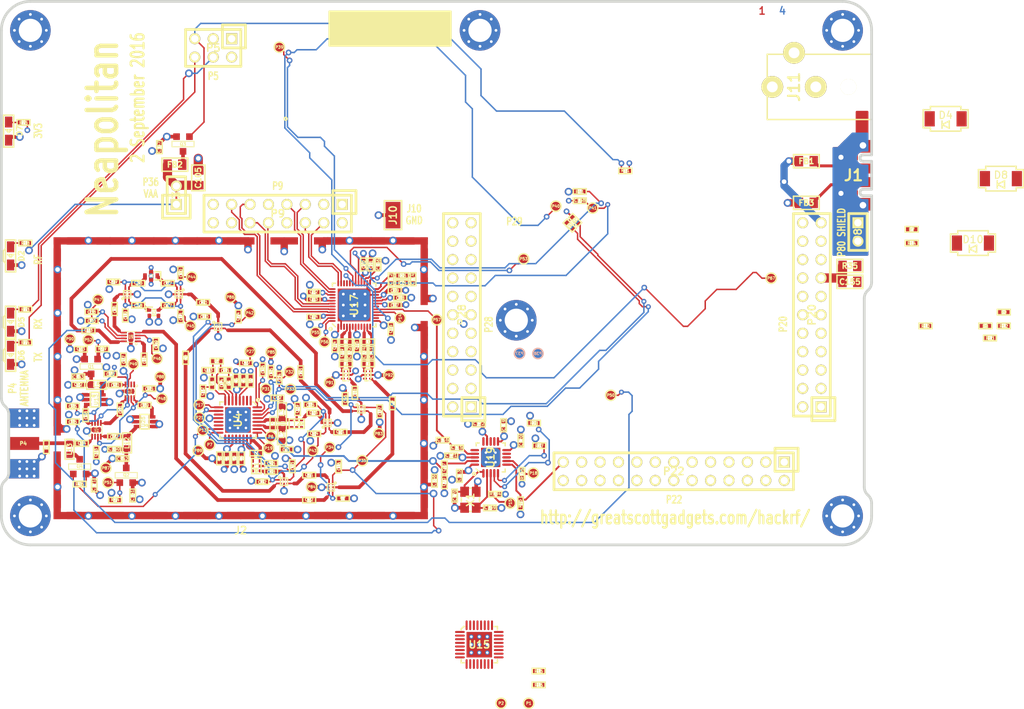
<source format=kicad_pcb>
(kicad_pcb (version 4) (host pcbnew "(2015-08-18 BZR 6102)-product")
  (title_block (date "19 may 2014"))
  (layers (0 C1F signal) (1 C2 signal) (2 C3 signal) (31 C4B signal) (34 B.Paste user) (35 F.Paste user) (36 B.SilkS user) (37 F.SilkS user) (38 B.Mask user) (39 F.Mask user) (44 Edge.Cuts user))
  (net 0 "")
  (net 1 !MIX_BYPASS)
  (net 2 !RX_AMP_PWR)
  (net 3 !TX_AMP_PWR)
  (net 4 !VAA_ENABLE)
  (net 5 /baseband/CLK5)
  (net 6 /baseband/CPOUT+)
  (net 7 /baseband/CPOUT-)
  (net 8 /baseband/INTR)
  (net 9 /baseband/OEB)
  (net 10 /baseband/RXBBI+)
  (net 11 /baseband/RXBBI-)
  (net 12 /baseband/RXBBQ+)
  (net 13 /baseband/RXBBQ-)
  (net 14 /baseband/TXBBI+)
  (net 15 /baseband/TXBBI-)
  (net 16 /baseband/TXBBQ+)
  (net 17 /baseband/TXBBQ-)
  (net 18 /baseband/XA)
  (net 19 /baseband/XB)
  (net 20 /baseband/XCVR_CLKOUT)
  (net 21 /baseband/XTAL2)
  (net 22 /frontend/!ANT_BIAS)
  (net 23 /frontend/REF_IN)
  (net 24 /frontend/RX_AMP_OUT)
  (net 25 /frontend/TX_AMP_IN)
  (net 26 /frontend/TX_AMP_OUT)
  (net 27 /mcu/usb/power/LED2)
  (net 28 /mcu/usb/power/LED3)
  (net 29 /mcu/usb/power/USB_SHIELD)
  (net 30 AMP_BYPASS)
  (net 31 CLK6)
  (net 32 CS_XCVR)
  (net 33 GND)
  (net 34 HP)
  (net 35 LP)
  (net 36 MIXER_ENX)
  (net 37 MIXER_RESETX)
  (net 38 MIXER_SCLK)
  (net 39 MIXER_SDATA)
  (net 40 MIX_BYPASS)
  (net 41 MIX_CLK)
  (net 42 RSSI)
  (net 43 RX)
  (net 44 RXENABLE)
  (net 45 RX_AMP)
  (net 46 RX_IF)
  (net 47 RX_MIX_BP)
  (net 48 TX)
  (net 49 TXENABLE)
  (net 50 TX_AMP)
  (net 51 TX_IF)
  (net 52 TX_MIX_BP)
  (net 53 VAA)
  (net 54 VCC)
  (net 55 XCVR_EN)
  (net 56 "Net-(C8-Pad2)")
  (net 57 "Net-(C9-Pad2)")
  (net 58 "Net-(C9-Pad1)")
  (net 59 "Net-(C12-Pad1)")
  (net 60 "Net-(C13-Pad1)")
  (net 61 "Net-(C14-Pad2)")
  (net 62 "Net-(C14-Pad1)")
  (net 63 "Net-(C15-Pad2)")
  (net 64 "Net-(C17-Pad2)")
  (net 65 "Net-(C17-Pad1)")
  (net 66 "Net-(C18-Pad2)")
  (net 67 "Net-(C18-Pad1)")
  (net 68 "Net-(C20-Pad2)")
  (net 69 "Net-(C20-Pad1)")
  (net 70 "Net-(C21-Pad2)")
  (net 71 "Net-(C21-Pad1)")
  (net 72 "Net-(C23-Pad2)")
  (net 73 "Net-(C23-Pad1)")
  (net 74 "Net-(C25-Pad1)")
  (net 75 "Net-(C26-Pad2)")
  (net 76 "Net-(C26-Pad1)")
  (net 77 "Net-(C27-Pad2)")
  (net 78 "Net-(C27-Pad1)")
  (net 79 "Net-(C28-Pad2)")
  (net 80 "Net-(C28-Pad1)")
  (net 81 "Net-(C31-Pad2)")
  (net 82 "Net-(C31-Pad1)")
  (net 83 "Net-(C32-Pad2)")
  (net 84 "Net-(C32-Pad1)")
  (net 85 "Net-(C43-Pad2)")
  (net 86 "Net-(C43-Pad1)")
  (net 87 "Net-(C44-Pad2)")
  (net 88 "Net-(C44-Pad1)")
  (net 89 "Net-(C46-Pad2)")
  (net 90 "Net-(C46-Pad1)")
  (net 91 "Net-(C48-Pad1)")
  (net 92 "Net-(C49-Pad2)")
  (net 93 "Net-(C50-Pad1)")
  (net 94 "Net-(C51-Pad2)")
  (net 95 "Net-(C51-Pad1)")
  (net 96 "Net-(C163-Pad2)")
  (net 97 "Net-(C58-Pad2)")
  (net 98 "Net-(C58-Pad1)")
  (net 99 "Net-(C59-Pad2)")
  (net 100 "Net-(C61-Pad2)")
  (net 101 "Net-(C61-Pad1)")
  (net 102 "Net-(C62-Pad2)")
  (net 103 "Net-(C64-Pad2)")
  (net 104 "Net-(C64-Pad1)")
  (net 105 "Net-(C99-Pad2)")
  (net 106 "Net-(C99-Pad1)")
  (net 107 "Net-(C102-Pad2)")
  (net 108 "Net-(C102-Pad1)")
  (net 109 "Net-(C104-Pad2)")
  (net 110 "Net-(C104-Pad1)")
  (net 111 "Net-(C105-Pad1)")
  (net 112 "Net-(C106-Pad1)")
  (net 113 "Net-(C111-Pad2)")
  (net 114 "Net-(C111-Pad1)")
  (net 115 "Net-(C114-Pad2)")
  (net 116 "Net-(C114-Pad1)")
  (net 117 "Net-(C160-Pad1)")
  (net 118 "Net-(D2-Pad2)")
  (net 119 "Net-(D5-Pad2)")
  (net 120 "Net-(D6-Pad2)")
  (net 121 "Net-(D7-Pad2)")
  (net 122 "Net-(FB1-Pad1)")
  (net 123 "Net-(FB2-Pad1)")
  (net 124 "Net-(FB3-Pad1)")
  (net 125 "Net-(L1-Pad2)")
  (net 126 "Net-(L1-Pad1)")
  (net 127 "Net-(L2-Pad1)")
  (net 128 "Net-(L3-Pad1)")
  (net 129 "Net-(L13-Pad1)")
  (net 130 "Net-(P6-Pad1)")
  (net 131 "Net-(P7-Pad1)")
  (net 132 "Net-(P17-Pad1)")
  (net 133 "Net-(P19-Pad1)")
  (net 134 "Net-(R4-Pad2)")
  (net 135 /mcu/usb/power/VBUSCTRL)
  (net 136 I2C1_SCL)
  (net 137 I2C1_SDA)
  (net 138 SSP0_MISO)
  (net 139 SSP0_SCK)
  (net 140 SSP0_MOSI)
  (net 141 /mcu/usb/power/VBUS)
  (net 142 /mcu/usb/power/VIN)
  (net 143 "Net-(D10-Pad2)")
  (net 144 /mcu/usb/power/BARREL)
  (net 145 /mcu/usb/power/VBUS2)
  (net 146 /mcu/usb/power/!IO_INT)
  (net 147 /mcu/usb/power/!IO_RESET)
  (net 148 /mcu/usb/power/BARREL_SENSE)
  (net 149 /mcu/usb/power/VBUS_SENSE)
  (net 150 /mcu/usb/power/VBUS2_SENSE)
  (module hackrf:GSG-QFN20-4 (layer C1F) (at 127.4692 162.926 90)
    (fp_text reference U19 (at 0 0 90) (layer F.SilkS) (effects (font (size 1.00076 1.00076) (thickness 0.2032))))
    (fp_text value SI5351C hide)
    (pad 1 smd oval (at -2.2 -1 90) (size 1.2 0.32) (layers C1F F.Paste F.Mask) (net 18 /baseband/XA))
    (pad 2 smd oval (at -2.2 -0.5 90) (size 1.2 0.32) (layers C1F F.Paste F.Mask) (net 19 /baseband/XB))
    (pad 3 smd oval (at -2.2 0 90) (size 1.2 0.32) (layers C1F F.Paste F.Mask) (net 8 /baseband/INTR))
    (pad 4 smd oval (at -2.2 0.5 90) (size 1.2 0.32) (layers C1F F.Paste F.Mask) (net 136 I2C1_SCL))
    (pad 5 smd oval (at -2.2 1 90) (size 1.2 0.32) (layers C1F F.Paste F.Mask) (net 137 I2C1_SDA))
    (pad 6 smd oval (at -1 2.2 180) (size 1.2 0.32) (layers C1F F.Paste F.Mask) (net 31 CLK6))
    (pad 7 smd oval (at -0.5 2.2 180) (size 1.2 0.32) (layers C1F F.Paste F.Mask) (net 9 /baseband/OEB))
    (pad 8 smd oval (at 0 2.2 180) (size 1.2 0.32) (layers C1F F.Paste F.Mask))
    (pad 9 smd oval (at 0.5 2.2 180) (size 1.2 0.32) (layers C1F F.Paste F.Mask))
    (pad 10 smd oval (at 1 2.2 180) (size 1.2 0.32) (layers C1F F.Paste F.Mask) (net 54 VCC))
    (pad 11 smd oval (at 2.2 1 90) (size 1.2 0.32) (layers C1F F.Paste F.Mask) (net 54 VCC))
    (pad 12 smd oval (at 2.2 0.5 90) (size 1.2 0.32) (layers C1F F.Paste F.Mask))
    (pad 13 smd oval (at 2.2 0 90) (size 1.2 0.32) (layers C1F F.Paste F.Mask))
    (pad 14 smd oval (at 2.2 -0.5 90) (size 1.2 0.32) (layers C1F F.Paste F.Mask) (net 54 VCC))
    (pad 15 smd oval (at 2.2 -1 90) (size 1.2 0.32) (layers C1F F.Paste F.Mask))
    (pad 16 smd oval (at 1 -2.2 180) (size 1.2 0.32) (layers C1F F.Paste F.Mask))
    (pad 17 smd oval (at 0.5 -2.2 180) (size 1.2 0.32) (layers C1F F.Paste F.Mask) (net 5 /baseband/CLK5))
    (pad 18 smd oval (at 0 -2.2 180) (size 1.2 0.32) (layers C1F F.Paste F.Mask) (net 54 VCC))
    (pad 19 smd oval (at -0.5 -2.2 180) (size 1.2 0.32) (layers C1F F.Paste F.Mask) (net 41 MIX_CLK))
    (pad 20 smd oval (at -1 -2.2 180) (size 1.2 0.32) (layers C1F F.Paste F.Mask) (net 54 VCC))
    (pad 0 smd rect (at 0 0 90) (size 2.65 2.65) (layers C1F F.Mask) (net 33 GND))
    (pad 0 thru_hole circle (at 0 0 90) (size 0.6 0.6) (drill 0.35) (layers *.Cu B.Mask) (net 33 GND))
    (pad 0 thru_hole circle (at -0.66 -0.66 90) (size 0.6 0.6) (drill 0.35) (layers *.Cu B.Mask) (net 33 GND))
    (pad 0 thru_hole circle (at 0.66 -0.66 90) (size 0.6 0.6) (drill 0.35) (layers *.Cu B.Mask) (net 33 GND))
    (pad 0 thru_hole circle (at 0.66 0.66 90) (size 0.6 0.6) (drill 0.35) (layers *.Cu B.Mask) (net 33 GND))
    (pad 0 thru_hole circle (at -0.66 0.66 90) (size 0.6 0.6) (drill 0.35) (layers *.Cu B.Mask) (net 33 GND))
    (pad 0 smd rect (at -0.66 -0.66 90) (size 1.32 1.32) (layers C1F F.Paste) (net 33 GND))
    (pad 0 smd rect (at 0.66 -0.66 90) (size 1.32 1.32) (layers C1F F.Paste) (net 33 GND))
    (pad 0 smd rect (at -0.66 0.66 90) (size 1.32 1.32) (layers C1F F.Paste) (net 33 GND))
    (pad 0 smd rect (at 0.66 0.66 90) (size 1.32 1.32) (layers C1F F.Paste) (net 33 GND))
  )
  (module gsg-modules:LTST-S220 (layer C1F) (at 61 117.9 270)
    (fp_text reference D7 (at 0 -1.5 270) (layer F.SilkS) (effects (font (size 0.762 0.762) (thickness 0.1905))))
    (fp_text value VCCLED hide)
    (pad 1 smd rect (at 1.25 0 270) (size 1.5 1) (layers C1F F.Paste F.Mask) (net 33 GND) (clearance 0.1778))
    (pad 2 smd rect (at -1.25 0 270) (size 1.5 1) (layers C1F F.Paste F.Mask) (net 121 "Net-(D7-Pad2)") (clearance 0.1778))
  )
  (module gsg-modules:LTST-S220 (layer C1F) (at 61.27 135.122 270)
    (fp_text reference D2 (at 0 -1.5 270) (layer F.SilkS) (effects (font (size 0.762 0.762) (thickness 0.1905))))
    (fp_text value VAALED hide)
    (pad 1 smd rect (at 1.25 0 270) (size 1.5 1) (layers C1F F.Paste F.Mask) (net 33 GND) (clearance 0.1778))
    (pad 2 smd rect (at -1.25 0 270) (size 1.5 1) (layers C1F F.Paste F.Mask) (net 118 "Net-(D2-Pad2)") (clearance 0.1778))
  )
  (module gsg-modules:LTST-S220 (layer C1F) (at 61.27 144.266 270)
    (fp_text reference D5 (at 0 -1.5 270) (layer F.SilkS) (effects (font (size 0.762 0.762) (thickness 0.1905))))
    (fp_text value RXLED hide)
    (pad 1 smd rect (at 1.25 0 270) (size 1.5 1) (layers C1F F.Paste F.Mask) (net 33 GND) (clearance 0.1778))
    (pad 2 smd rect (at -1.25 0 270) (size 1.5 1) (layers C1F F.Paste F.Mask) (net 119 "Net-(D5-Pad2)") (clearance 0.1778))
  )
  (module gsg-modules:LTST-S220 (layer C1F) (at 61.27 148.838 270)
    (fp_text reference D6 (at 0 -1.5 270) (layer F.SilkS) (effects (font (size 0.762 0.762) (thickness 0.1905))))
    (fp_text value TXLED hide)
    (pad 1 smd rect (at 1.25 0 270) (size 1.5 1) (layers C1F F.Paste F.Mask) (net 33 GND) (clearance 0.1778))
    (pad 2 smd rect (at -1.25 0 270) (size 1.5 1) (layers C1F F.Paste F.Mask) (net 120 "Net-(D6-Pad2)") (clearance 0.1778))
  )
  (module hackrf:GSG-0402 (layer C1F) (at 91.0964 163.0468 270)
    (fp_text reference C1 (at 0 0.0508 270) (layer F.SilkS) (effects (font (size 0.4064 0.4064) (thickness 0.1016))))
    (fp_text value 33pF hide)
    (pad 2 smd rect (at 0.5334 0 270) (size 0.508 0.5588) (layers C1F F.Paste F.Mask) (net 33 GND))
    (pad 1 smd rect (at -0.5334 0 270) (size 0.508 0.5588) (layers C1F F.Paste F.Mask) (net 54 VCC))
  )
  (module hackrf:GSG-0402 (layer C1F) (at 90.0804 163.0468 270)
    (fp_text reference C2 (at 0 0.0508 270) (layer F.SilkS) (effects (font (size 0.4064 0.4064) (thickness 0.1016))))
    (fp_text value 10nF hide)
    (pad 2 smd rect (at 0.5334 0 270) (size 0.508 0.5588) (layers C1F F.Paste F.Mask) (net 33 GND))
    (pad 1 smd rect (at -0.5334 0 270) (size 0.508 0.5588) (layers C1F F.Paste F.Mask) (net 54 VCC))
  )
  (module hackrf:GSG-0402 (layer C1F) (at 93.1284 163.0468 270)
    (fp_text reference C3 (at 0 0.0508 270) (layer F.SilkS) (effects (font (size 0.4064 0.4064) (thickness 0.1016))))
    (fp_text value 33pF hide)
    (pad 2 smd rect (at 0.5334 0 270) (size 0.508 0.5588) (layers C1F F.Paste F.Mask) (net 33 GND))
    (pad 1 smd rect (at -0.5334 0 270) (size 0.508 0.5588) (layers C1F F.Paste F.Mask) (net 53 VAA))
  )
  (module hackrf:GSG-0402 (layer C1F) (at 92.1124 163.0468 270)
    (fp_text reference C4 (at 0 0.0508 270) (layer F.SilkS) (effects (font (size 0.4064 0.4064) (thickness 0.1016))))
    (fp_text value 10nF hide)
    (pad 2 smd rect (at 0.5334 0 270) (size 0.508 0.5588) (layers C1F F.Paste F.Mask) (net 33 GND))
    (pad 1 smd rect (at -0.5334 0 270) (size 0.508 0.5588) (layers C1F F.Paste F.Mask) (net 53 VAA))
  )
  (module hackrf:GSG-0402 (layer C1F) (at 92.341 152.328 90)
    (fp_text reference C5 (at 0 0.0508 90) (layer F.SilkS) (effects (font (size 0.4064 0.4064) (thickness 0.1016))))
    (fp_text value 33pF hide)
    (pad 2 smd rect (at 0.5334 0 90) (size 0.508 0.5588) (layers C1F F.Paste F.Mask) (net 33 GND))
    (pad 1 smd rect (at -0.5334 0 90) (size 0.508 0.5588) (layers C1F F.Paste F.Mask) (net 53 VAA))
  )
  (module hackrf:GSG-0402 (layer C1F) (at 93.357 152.328 90)
    (fp_text reference C6 (at 0 0.0508 90) (layer F.SilkS) (effects (font (size 0.4064 0.4064) (thickness 0.1016))))
    (fp_text value 10nF hide)
    (pad 2 smd rect (at 0.5334 0 90) (size 0.508 0.5588) (layers C1F F.Paste F.Mask) (net 33 GND))
    (pad 1 smd rect (at -0.5334 0 90) (size 0.508 0.5588) (layers C1F F.Paste F.Mask) (net 53 VAA))
  )
  (module hackrf:GSG-0402 (layer C1F) (at 107.084 168.5762 180)
    (fp_text reference C7 (at 0 0.0508 180) (layer F.SilkS) (effects (font (size 0.4064 0.4064) (thickness 0.1016))))
    (fp_text value 33pF hide)
    (pad 2 smd rect (at 0.5334 0 180) (size 0.508 0.5588) (layers C1F F.Paste F.Mask) (net 40 MIX_BYPASS))
    (pad 1 smd rect (at -0.5334 0 180) (size 0.508 0.5588) (layers C1F F.Paste F.Mask) (net 33 GND))
  )
  (module hackrf:GSG-0402 (layer C1F) (at 113.919 155.448 270)
    (fp_text reference C8 (at 0 0.0508 270) (layer F.SilkS) (effects (font (size 0.4064 0.4064) (thickness 0.1016))))
    (fp_text value 22pF hide)
    (pad 2 smd rect (at 0.5334 0 270) (size 0.508 0.5588) (layers C1F F.Paste F.Mask) (net 56 "Net-(C8-Pad2)"))
    (pad 1 smd rect (at -0.5334 0 270) (size 0.508 0.5588) (layers C1F F.Paste F.Mask) (net 51 TX_IF))
  )
  (module hackrf:GSG-0402 (layer C1F) (at 85.4 149.1682 90)
    (fp_text reference C9 (at 0 0.0508 90) (layer F.SilkS) (effects (font (size 0.4064 0.4064) (thickness 0.1016))))
    (fp_text value 100nF hide)
    (pad 2 smd rect (at 0.5334 0 90) (size 0.508 0.5588) (layers C1F F.Paste F.Mask) (net 57 "Net-(C9-Pad2)"))
    (pad 1 smd rect (at -0.5334 0 90) (size 0.508 0.5588) (layers C1F F.Paste F.Mask) (net 58 "Net-(C9-Pad1)"))
  )
  (module hackrf:GSG-0402 (layer C1F) (at 87.9808 143.4816)
    (fp_text reference C10 (at 0 0.0508) (layer F.SilkS) (effects (font (size 0.4064 0.4064) (thickness 0.1016))))
    (fp_text value 33pF hide)
    (pad 2 smd rect (at 0.5334 0) (size 0.508 0.5588) (layers C1F F.Paste F.Mask) (net 43 RX))
    (pad 1 smd rect (at -0.5334 0) (size 0.508 0.5588) (layers C1F F.Paste F.Mask) (net 33 GND))
  )
  (module hackrf:GSG-0402 (layer C1F) (at 84.7138 143.4622 90)
    (fp_text reference C11 (at 0 0.0508 90) (layer F.SilkS) (effects (font (size 0.4064 0.4064) (thickness 0.1016))))
    (fp_text value 33pF hide)
    (pad 2 smd rect (at 0.5334 0 90) (size 0.508 0.5588) (layers C1F F.Paste F.Mask) (net 35 LP))
    (pad 1 smd rect (at -0.5334 0 90) (size 0.508 0.5588) (layers C1F F.Paste F.Mask) (net 33 GND))
  )
  (module hackrf:GSG-0402 (layer C1F) (at 87.7944 153.8266 270)
    (fp_text reference C12 (at 0 0.0508 270) (layer F.SilkS) (effects (font (size 0.4064 0.4064) (thickness 0.1016))))
    (fp_text value 330pF hide)
    (pad 2 smd rect (at 0.5334 0 270) (size 0.508 0.5588) (layers C1F F.Paste F.Mask) (net 33 GND))
    (pad 1 smd rect (at -0.5334 0 270) (size 0.508 0.5588) (layers C1F F.Paste F.Mask) (net 59 "Net-(C12-Pad1)"))
  )
  (module hackrf:GSG-0402 (layer C1F) (at 88.5564 150.9056 180)
    (fp_text reference C13 (at 0 0.0508 180) (layer F.SilkS) (effects (font (size 0.4064 0.4064) (thickness 0.1016))))
    (fp_text value 330pF hide)
    (pad 2 smd rect (at 0.5334 0 180) (size 0.508 0.5588) (layers C1F F.Paste F.Mask) (net 33 GND))
    (pad 1 smd rect (at -0.5334 0 180) (size 0.508 0.5588) (layers C1F F.Paste F.Mask) (net 60 "Net-(C13-Pad1)"))
  )
  (module hackrf:GSG-0402 (layer C1F) (at 90.3344 152.6836 90)
    (fp_text reference C14 (at 0 0.0508 90) (layer F.SilkS) (effects (font (size 0.4064 0.4064) (thickness 0.1016))))
    (fp_text value 8p2 hide)
    (pad 2 smd rect (at 0.5334 0 90) (size 0.508 0.5588) (layers C1F F.Paste F.Mask) (net 61 "Net-(C14-Pad2)"))
    (pad 1 smd rect (at -0.5334 0 90) (size 0.508 0.5588) (layers C1F F.Paste F.Mask) (net 62 "Net-(C14-Pad1)"))
  )
  (module hackrf:GSG-0402 (layer C1F) (at 90.8424 150.9056)
    (fp_text reference C15 (at 0 0.0508) (layer F.SilkS) (effects (font (size 0.4064 0.4064) (thickness 0.1016))))
    (fp_text value 180pF hide)
    (pad 2 smd rect (at 0.5334 0) (size 0.508 0.5588) (layers C1F F.Paste F.Mask) (net 63 "Net-(C15-Pad2)"))
    (pad 1 smd rect (at -0.5334 0) (size 0.508 0.5588) (layers C1F F.Paste F.Mask) (net 62 "Net-(C14-Pad1)"))
  )
  (module hackrf:GSG-0402 (layer C1F) (at 106.4998 164.1566 90)
    (fp_text reference C16 (at 0 0.0508 90) (layer F.SilkS) (effects (font (size 0.4064 0.4064) (thickness 0.1016))))
    (fp_text value 33pF hide)
    (pad 2 smd rect (at 0.5334 0 90) (size 0.508 0.5588) (layers C1F F.Paste F.Mask) (net 33 GND))
    (pad 1 smd rect (at -0.5334 0 90) (size 0.508 0.5588) (layers C1F F.Paste F.Mask) (net 1 !MIX_BYPASS))
  )
  (module hackrf:GSG-0402 (layer C1F) (at 82.9358 141.9382)
    (fp_text reference C17 (at 0 0.0508) (layer F.SilkS) (effects (font (size 0.4064 0.4064) (thickness 0.1016))))
    (fp_text value 100nF hide)
    (pad 2 smd rect (at 0.5334 0) (size 0.508 0.5588) (layers C1F F.Paste F.Mask) (net 64 "Net-(C17-Pad2)"))
    (pad 1 smd rect (at -0.5334 0) (size 0.508 0.5588) (layers C1F F.Paste F.Mask) (net 65 "Net-(C17-Pad1)"))
  )
  (module hackrf:GSG-0402 (layer C1F) (at 78.8718 141.9382)
    (fp_text reference C18 (at 0 0.0508) (layer F.SilkS) (effects (font (size 0.4064 0.4064) (thickness 0.1016))))
    (fp_text value 100nF hide)
    (pad 2 smd rect (at 0.5334 0) (size 0.508 0.5588) (layers C1F F.Paste F.Mask) (net 66 "Net-(C18-Pad2)"))
    (pad 1 smd rect (at -0.5334 0) (size 0.508 0.5588) (layers C1F F.Paste F.Mask) (net 67 "Net-(C18-Pad1)"))
  )
  (module hackrf:GSG-0402 (layer C1F) (at 77.0938 143.3352 90)
    (fp_text reference C19 (at 0 0.0508 90) (layer F.SilkS) (effects (font (size 0.4064 0.4064) (thickness 0.1016))))
    (fp_text value 33pF hide)
    (pad 2 smd rect (at 0.5334 0 90) (size 0.508 0.5588) (layers C1F F.Paste F.Mask) (net 35 LP))
    (pad 1 smd rect (at -0.5334 0 90) (size 0.508 0.5588) (layers C1F F.Paste F.Mask) (net 33 GND))
  )
  (module hackrf:GSG-0402 (layer C1F) (at 87.8078 141.5288)
    (fp_text reference C20 (at 0 0.0508) (layer F.SilkS) (effects (font (size 0.4064 0.4064) (thickness 0.1016))))
    (fp_text value 100nF hide)
    (pad 2 smd rect (at 0.5334 0) (size 0.508 0.5588) (layers C1F F.Paste F.Mask) (net 68 "Net-(C20-Pad2)"))
    (pad 1 smd rect (at -0.5334 0) (size 0.508 0.5588) (layers C1F F.Paste F.Mask) (net 69 "Net-(C20-Pad1)"))
  )
  (module hackrf:GSG-0402 (layer C1F) (at 102.4382 165.3794 180)
    (fp_text reference C21 (at 0 0.0508 180) (layer F.SilkS) (effects (font (size 0.4064 0.4064) (thickness 0.1016))))
    (fp_text value 22pF hide)
    (pad 2 smd rect (at 0.5334 0 180) (size 0.508 0.5588) (layers C1F F.Paste F.Mask) (net 70 "Net-(C21-Pad2)"))
    (pad 1 smd rect (at -0.5334 0 180) (size 0.508 0.5588) (layers C1F F.Paste F.Mask) (net 71 "Net-(C21-Pad1)"))
  )
  (module hackrf:GSG-0402 (layer C1F) (at 95.9732 166.2726)
    (fp_text reference C22 (at 0 0.0508) (layer F.SilkS) (effects (font (size 0.4064 0.4064) (thickness 0.1016))))
    (fp_text value 33pF hide)
    (pad 2 smd rect (at 0.5334 0) (size 0.508 0.5588) (layers C1F F.Paste F.Mask) (net 43 RX))
    (pad 1 smd rect (at -0.5334 0) (size 0.508 0.5588) (layers C1F F.Paste F.Mask) (net 33 GND))
  )
  (module hackrf:GSG-0402 (layer C1F) (at 101.2698 151.1808 90)
    (fp_text reference C23 (at 0 0.0508 90) (layer F.SilkS) (effects (font (size 0.4064 0.4064) (thickness 0.1016))))
    (fp_text value 100nF hide)
    (pad 2 smd rect (at 0.5334 0 90) (size 0.508 0.5588) (layers C1F F.Paste F.Mask) (net 72 "Net-(C23-Pad2)"))
    (pad 1 smd rect (at -0.5334 0 90) (size 0.508 0.5588) (layers C1F F.Paste F.Mask) (net 73 "Net-(C23-Pad1)"))
  )
  (module hackrf:GSG-0402 (layer C1F) (at 92.6798 143.4816 270)
    (fp_text reference C24 (at 0 0.0508 270) (layer F.SilkS) (effects (font (size 0.4064 0.4064) (thickness 0.1016))))
    (fp_text value 33pF hide)
    (pad 2 smd rect (at 0.5334 0 270) (size 0.508 0.5588) (layers C1F F.Paste F.Mask) (net 48 TX))
    (pad 1 smd rect (at -0.5334 0 270) (size 0.508 0.5588) (layers C1F F.Paste F.Mask) (net 33 GND))
  )
  (module hackrf:GSG-0402 (layer C1F) (at 97.1924 163.7326)
    (fp_text reference C25 (at 0 0.0508) (layer F.SilkS) (effects (font (size 0.4064 0.4064) (thickness 0.1016))))
    (fp_text value 100nF hide)
    (pad 2 smd rect (at 0.5334 0) (size 0.508 0.5588) (layers C1F F.Paste F.Mask) (net 33 GND))
    (pad 1 smd rect (at -0.5334 0) (size 0.508 0.5588) (layers C1F F.Paste F.Mask) (net 74 "Net-(C25-Pad1)"))
  )
  (module hackrf:GSG-0402 (layer C1F) (at 78.8718 138.8902 180)
    (fp_text reference C26 (at 0 0.0508 180) (layer F.SilkS) (effects (font (size 0.4064 0.4064) (thickness 0.1016))))
    (fp_text value 47pF hide)
    (pad 2 smd rect (at 0.5334 0 180) (size 0.508 0.5588) (layers C1F F.Paste F.Mask) (net 75 "Net-(C26-Pad2)"))
    (pad 1 smd rect (at -0.5334 0 180) (size 0.508 0.5588) (layers C1F F.Paste F.Mask) (net 76 "Net-(C26-Pad1)"))
  )
  (module hackrf:GSG-0402 (layer C1F) (at 82.9358 138.8902)
    (fp_text reference C27 (at 0 0.0508) (layer F.SilkS) (effects (font (size 0.4064 0.4064) (thickness 0.1016))))
    (fp_text value 47pF hide)
    (pad 2 smd rect (at 0.5334 0) (size 0.508 0.5588) (layers C1F F.Paste F.Mask) (net 77 "Net-(C27-Pad2)"))
    (pad 1 smd rect (at -0.5334 0) (size 0.508 0.5588) (layers C1F F.Paste F.Mask) (net 78 "Net-(C27-Pad1)"))
  )
  (module hackrf:GSG-0402 (layer C1F) (at 97.1924 164.8756)
    (fp_text reference C28 (at 0 0.0508) (layer F.SilkS) (effects (font (size 0.4064 0.4064) (thickness 0.1016))))
    (fp_text value 100nF hide)
    (pad 2 smd rect (at 0.5334 0) (size 0.508 0.5588) (layers C1F F.Paste F.Mask) (net 79 "Net-(C28-Pad2)"))
    (pad 1 smd rect (at -0.5334 0) (size 0.508 0.5588) (layers C1F F.Paste F.Mask) (net 80 "Net-(C28-Pad1)"))
  )
  (module hackrf:GSG-0402 (layer C1F) (at 75.4174 138.7124 180)
    (fp_text reference C29 (at 0 0.0508 180) (layer F.SilkS) (effects (font (size 0.4064 0.4064) (thickness 0.1016))))
    (fp_text value 33pF hide)
    (pad 2 smd rect (at 0.5334 0 180) (size 0.508 0.5588) (layers C1F F.Paste F.Mask) (net 33 GND))
    (pad 1 smd rect (at -0.5334 0 180) (size 0.508 0.5588) (layers C1F F.Paste F.Mask) (net 34 HP))
  )
  (module hackrf:GSG-0402 (layer C1F) (at 84.7138 137.4932 90)
    (fp_text reference C30 (at 0 0.0508 90) (layer F.SilkS) (effects (font (size 0.4064 0.4064) (thickness 0.1016))))
    (fp_text value 33pF hide)
    (pad 2 smd rect (at 0.5334 0 90) (size 0.508 0.5588) (layers C1F F.Paste F.Mask) (net 33 GND))
    (pad 1 smd rect (at -0.5334 0 90) (size 0.508 0.5588) (layers C1F F.Paste F.Mask) (net 34 HP))
  )
  (module hackrf:GSG-0402 (layer C1F) (at 75.5952 142.4462 90)
    (fp_text reference C31 (at 0 0.0508 90) (layer F.SilkS) (effects (font (size 0.4064 0.4064) (thickness 0.1016))))
    (fp_text value 100nF hide)
    (pad 2 smd rect (at 0.5334 0 90) (size 0.508 0.5588) (layers C1F F.Paste F.Mask) (net 81 "Net-(C31-Pad2)"))
    (pad 1 smd rect (at -0.5334 0 90) (size 0.508 0.5588) (layers C1F F.Paste F.Mask) (net 82 "Net-(C31-Pad1)"))
  )
  (module hackrf:GSG-0402 (layer C1F) (at 102.4382 168.8084 180)
    (fp_text reference C32 (at 0 0.0508 180) (layer F.SilkS) (effects (font (size 0.4064 0.4064) (thickness 0.1016))))
    (fp_text value 22pF hide)
    (pad 2 smd rect (at 0.5334 0 180) (size 0.508 0.5588) (layers C1F F.Paste F.Mask) (net 83 "Net-(C32-Pad2)"))
    (pad 1 smd rect (at -0.5334 0 180) (size 0.508 0.5588) (layers C1F F.Paste F.Mask) (net 84 "Net-(C32-Pad1)"))
  )
  (module hackrf:GSG-0402 (layer C1F) (at 100.1134 164.139 90)
    (fp_text reference C33 (at 0 0.0508 90) (layer F.SilkS) (effects (font (size 0.4064 0.4064) (thickness 0.1016))))
    (fp_text value 33pF hide)
    (pad 2 smd rect (at 0.5334 0 90) (size 0.508 0.5588) (layers C1F F.Paste F.Mask) (net 33 GND))
    (pad 1 smd rect (at -0.5334 0 90) (size 0.508 0.5588) (layers C1F F.Paste F.Mask) (net 48 TX))
  )
  (module hackrf:GSG-0402 (layer C1F) (at 98.31 151.9216 90)
    (fp_text reference C34 (at 0 0.0508 90) (layer F.SilkS) (effects (font (size 0.4064 0.4064) (thickness 0.1016))))
    (fp_text value 33pF hide)
    (pad 2 smd rect (at 0.5334 0 90) (size 0.508 0.5588) (layers C1F F.Paste F.Mask) (net 33 GND))
    (pad 1 smd rect (at -0.5334 0 90) (size 0.508 0.5588) (layers C1F F.Paste F.Mask) (net 37 MIXER_RESETX))
  )
  (module hackrf:GSG-0402 (layer C1F) (at 97.167 151.1596 90)
    (fp_text reference C35 (at 0 0.0508 90) (layer F.SilkS) (effects (font (size 0.4064 0.4064) (thickness 0.1016))))
    (fp_text value 33pF hide)
    (pad 2 smd rect (at 0.5334 0 90) (size 0.508 0.5588) (layers C1F F.Paste F.Mask) (net 33 GND))
    (pad 1 smd rect (at -0.5334 0 90) (size 0.508 0.5588) (layers C1F F.Paste F.Mask) (net 36 MIXER_ENX))
  )
  (module hackrf:GSG-0402 (layer C1F) (at 96.024 150.7786 90)
    (fp_text reference C36 (at 0 0.0508 90) (layer F.SilkS) (effects (font (size 0.4064 0.4064) (thickness 0.1016))))
    (fp_text value 33pF hide)
    (pad 2 smd rect (at 0.5334 0 90) (size 0.508 0.5588) (layers C1F F.Paste F.Mask) (net 33 GND))
    (pad 1 smd rect (at -0.5334 0 90) (size 0.508 0.5588) (layers C1F F.Paste F.Mask) (net 38 MIXER_SCLK))
  )
  (module hackrf:GSG-0402 (layer C1F) (at 93.738 149.915 180)
    (fp_text reference C37 (at 0 0.0508 180) (layer F.SilkS) (effects (font (size 0.4064 0.4064) (thickness 0.1016))))
    (fp_text value 33pF hide)
    (pad 2 smd rect (at 0.5334 0 180) (size 0.508 0.5588) (layers C1F F.Paste F.Mask) (net 33 GND))
    (pad 1 smd rect (at -0.5334 0 180) (size 0.508 0.5588) (layers C1F F.Paste F.Mask) (net 39 MIXER_SDATA))
  )
  (module hackrf:GSG-0402 (layer C1F) (at 72.4456 142.8272)
    (fp_text reference C38 (at 0 0.0508) (layer F.SilkS) (effects (font (size 0.4064 0.4064) (thickness 0.1016))))
    (fp_text value 33pF hide)
    (pad 2 smd rect (at 0.5334 0) (size 0.508 0.5588) (layers C1F F.Paste F.Mask) (net 1 !MIX_BYPASS))
    (pad 1 smd rect (at -0.5334 0) (size 0.508 0.5588) (layers C1F F.Paste F.Mask) (net 33 GND))
  )
  (module hackrf:GSG-0402 (layer C1F) (at 81.3054 147.3454 90)
    (fp_text reference C39 (at 0 0.0508 90) (layer F.SilkS) (effects (font (size 0.4064 0.4064) (thickness 0.1016))))
    (fp_text value 33pF hide)
    (pad 2 smd rect (at 0.5334 0 90) (size 0.508 0.5588) (layers C1F F.Paste F.Mask) (net 52 TX_MIX_BP))
    (pad 1 smd rect (at -0.5334 0 90) (size 0.508 0.5588) (layers C1F F.Paste F.Mask) (net 33 GND))
  )
  (module hackrf:GSG-0402 (layer C1F) (at 72.4456 144.0718)
    (fp_text reference C40 (at 0 0.0508) (layer F.SilkS) (effects (font (size 0.4064 0.4064) (thickness 0.1016))))
    (fp_text value 33pF hide)
    (pad 2 smd rect (at 0.5334 0) (size 0.508 0.5588) (layers C1F F.Paste F.Mask) (net 47 RX_MIX_BP))
    (pad 1 smd rect (at -0.5334 0) (size 0.508 0.5588) (layers C1F F.Paste F.Mask) (net 33 GND))
  )
  (module hackrf:GSG-0402 (layer C1F) (at 99.326 161.8276)
    (fp_text reference C41 (at 0 0.0508) (layer F.SilkS) (effects (font (size 0.4064 0.4064) (thickness 0.1016))))
    (fp_text value 100pF hide)
    (pad 2 smd rect (at 0.5334 0) (size 0.508 0.5588) (layers C1F F.Paste F.Mask) (net 33 GND))
    (pad 1 smd rect (at -0.5334 0) (size 0.508 0.5588) (layers C1F F.Paste F.Mask) (net 53 VAA))
  )
  (module hackrf:GSG-0402 (layer C1F) (at 98.056 154.7156 180)
    (fp_text reference C42 (at 0 0.0508 180) (layer F.SilkS) (effects (font (size 0.4064 0.4064) (thickness 0.1016))))
    (fp_text value 100pF hide)
    (pad 2 smd rect (at 0.5334 0 180) (size 0.508 0.5588) (layers C1F F.Paste F.Mask) (net 33 GND))
    (pad 1 smd rect (at -0.5334 0 180) (size 0.508 0.5588) (layers C1F F.Paste F.Mask) (net 53 VAA))
  )
  (module hackrf:GSG-0402 (layer C1F) (at 72.009 145.415 180)
    (fp_text reference C43 (at 0 0.0508 180) (layer F.SilkS) (effects (font (size 0.4064 0.4064) (thickness 0.1016))))
    (fp_text value 22pF hide)
    (pad 2 smd rect (at 0.5334 0 180) (size 0.508 0.5588) (layers C1F F.Paste F.Mask) (net 85 "Net-(C43-Pad2)"))
    (pad 1 smd rect (at -0.5334 0 180) (size 0.508 0.5588) (layers C1F F.Paste F.Mask) (net 86 "Net-(C43-Pad1)"))
  )
  (module hackrf:GSG-0402 (layer C1F) (at 79.6798 149.4282 90)
    (fp_text reference C44 (at 0 0.0508 90) (layer F.SilkS) (effects (font (size 0.4064 0.4064) (thickness 0.1016))))
    (fp_text value 100nF hide)
    (pad 2 smd rect (at 0.5334 0 90) (size 0.508 0.5588) (layers C1F F.Paste F.Mask) (net 87 "Net-(C44-Pad2)"))
    (pad 1 smd rect (at -0.5334 0 90) (size 0.508 0.5588) (layers C1F F.Paste F.Mask) (net 88 "Net-(C44-Pad1)"))
  )
  (module hackrf:GSG-0402 (layer C1F) (at 102.5906 155.6512)
    (fp_text reference C45 (at 0 0.0508) (layer F.SilkS) (effects (font (size 0.4064 0.4064) (thickness 0.1016))))
    (fp_text value 33pF hide)
    (pad 2 smd rect (at 0.5334 0) (size 0.508 0.5588) (layers C1F F.Paste F.Mask) (net 48 TX))
    (pad 1 smd rect (at -0.5334 0) (size 0.508 0.5588) (layers C1F F.Paste F.Mask) (net 33 GND))
  )
  (module hackrf:GSG-0402 (layer C1F) (at 103.0478 156.7942 180)
    (fp_text reference C46 (at 0 0.0508 180) (layer F.SilkS) (effects (font (size 0.4064 0.4064) (thickness 0.1016))))
    (fp_text value 100nF hide)
    (pad 2 smd rect (at 0.5334 0 180) (size 0.508 0.5588) (layers C1F F.Paste F.Mask) (net 89 "Net-(C46-Pad2)"))
    (pad 1 smd rect (at -0.5334 0 180) (size 0.508 0.5588) (layers C1F F.Paste F.Mask) (net 90 "Net-(C46-Pad1)"))
  )
  (module hackrf:GSG-0402 (layer C1F) (at 112.1664 156.5656 90)
    (fp_text reference C47 (at 0 0.0508 90) (layer F.SilkS) (effects (font (size 0.4064 0.4064) (thickness 0.1016))))
    (fp_text value 33pF hide)
    (pad 2 smd rect (at 0.5334 0 90) (size 0.508 0.5588) (layers C1F F.Paste F.Mask) (net 1 !MIX_BYPASS))
    (pad 1 smd rect (at -0.5334 0 90) (size 0.508 0.5588) (layers C1F F.Paste F.Mask) (net 33 GND))
  )
  (module hackrf:GSG-0402 (layer C1F) (at 108.7374 154.0002 90)
    (fp_text reference C48 (at 0 0.0508 90) (layer F.SilkS) (effects (font (size 0.4064 0.4064) (thickness 0.1016))))
    (fp_text value 22pF hide)
    (pad 2 smd rect (at 0.5334 0 90) (size 0.508 0.5588) (layers C1F F.Paste F.Mask) (net 46 RX_IF))
    (pad 1 smd rect (at -0.5334 0 90) (size 0.508 0.5588) (layers C1F F.Paste F.Mask) (net 91 "Net-(C48-Pad1)"))
  )
  (module hackrf:GSG-0402 (layer C1F) (at 100.85 156.2396 270)
    (fp_text reference C49 (at 0 0.0508 270) (layer F.SilkS) (effects (font (size 0.4064 0.4064) (thickness 0.1016))))
    (fp_text value 100nF hide)
    (pad 2 smd rect (at 0.5334 0 270) (size 0.508 0.5588) (layers C1F F.Paste F.Mask) (net 92 "Net-(C49-Pad2)"))
    (pad 1 smd rect (at -0.5334 0 270) (size 0.508 0.5588) (layers C1F F.Paste F.Mask) (net 33 GND))
  )
  (module hackrf:GSG-0402 (layer C1F) (at 75.678 152.92)
    (fp_text reference C50 (at 0 0.0508) (layer F.SilkS) (effects (font (size 0.4064 0.4064) (thickness 0.1016))))
    (fp_text value 100nF hide)
    (pad 2 smd rect (at 0.5334 0) (size 0.508 0.5588) (layers C1F F.Paste F.Mask) (net 24 /frontend/RX_AMP_OUT))
    (pad 1 smd rect (at -0.5334 0) (size 0.508 0.5588) (layers C1F F.Paste F.Mask) (net 93 "Net-(C50-Pad1)"))
  )
  (module hackrf:GSG-0402 (layer C1F) (at 106.7414 159.434 180)
    (fp_text reference C51 (at 0 0.0508 180) (layer F.SilkS) (effects (font (size 0.4064 0.4064) (thickness 0.1016))))
    (fp_text value 22pF hide)
    (pad 2 smd rect (at 0.5334 0 180) (size 0.508 0.5588) (layers C1F F.Paste F.Mask) (net 94 "Net-(C51-Pad2)"))
    (pad 1 smd rect (at -0.5334 0 180) (size 0.508 0.5588) (layers C1F F.Paste F.Mask) (net 95 "Net-(C51-Pad1)"))
  )
  (module hackrf:GSG-0402 (layer C1F) (at 70.598 152.92 180)
    (fp_text reference C52 (at 0 0.0508 180) (layer F.SilkS) (effects (font (size 0.4064 0.4064) (thickness 0.1016))))
    (fp_text value 100pF hide)
    (pad 2 smd rect (at 0.5334 0 180) (size 0.508 0.5588) (layers C1F F.Paste F.Mask) (net 33 GND))
    (pad 1 smd rect (at -0.5334 0 180) (size 0.508 0.5588) (layers C1F F.Paste F.Mask) (net 96 "Net-(C163-Pad2)"))
  )
  (module hackrf:GSG-0402 (layer C1F) (at 70.9474 147.9998 180)
    (fp_text reference C53 (at 0 0.0508 180) (layer F.SilkS) (effects (font (size 0.4064 0.4064) (thickness 0.1016))))
    (fp_text value 1uF hide)
    (pad 2 smd rect (at 0.5334 0 180) (size 0.508 0.5588) (layers C1F F.Paste F.Mask) (net 33 GND))
    (pad 1 smd rect (at -0.5334 0 180) (size 0.508 0.5588) (layers C1F F.Paste F.Mask) (net 53 VAA))
  )
  (module hackrf:GSG-0402 (layer C1F) (at 103.124 159.6644 180)
    (fp_text reference C54 (at 0 0.0508 180) (layer F.SilkS) (effects (font (size 0.4064 0.4064) (thickness 0.1016))))
    (fp_text value 33pF hide)
    (pad 2 smd rect (at 0.5334 0 180) (size 0.508 0.5588) (layers C1F F.Paste F.Mask) (net 33 GND))
    (pad 1 smd rect (at -0.5334 0 180) (size 0.508 0.5588) (layers C1F F.Paste F.Mask) (net 43 RX))
  )
  (module hackrf:GSG-0402 (layer C1F) (at 80.377 153.428)
    (fp_text reference C55 (at 0 0.0508) (layer F.SilkS) (effects (font (size 0.4064 0.4064) (thickness 0.1016))))
    (fp_text value 33pF hide)
    (pad 2 smd rect (at 0.5334 0) (size 0.508 0.5588) (layers C1F F.Paste F.Mask) (net 33 GND))
    (pad 1 smd rect (at -0.5334 0) (size 0.508 0.5588) (layers C1F F.Paste F.Mask) (net 50 TX_AMP))
  )
  (module hackrf:GSG-0402 (layer C1F) (at 107.3912 154.8638 90)
    (fp_text reference C56 (at 0 0.0508 90) (layer F.SilkS) (effects (font (size 0.4064 0.4064) (thickness 0.1016))))
    (fp_text value 33pF hide)
    (pad 2 smd rect (at 0.5334 0 90) (size 0.508 0.5588) (layers C1F F.Paste F.Mask) (net 33 GND))
    (pad 1 smd rect (at -0.5334 0 90) (size 0.508 0.5588) (layers C1F F.Paste F.Mask) (net 40 MIX_BYPASS))
  )
  (module hackrf:GSG-0402 (layer C1F) (at 76.835 149.4282 90)
    (fp_text reference C57 (at 0 0.0508 90) (layer F.SilkS) (effects (font (size 0.4064 0.4064) (thickness 0.1016))))
    (fp_text value 33pF hide)
    (pad 2 smd rect (at 0.5334 0 90) (size 0.508 0.5588) (layers C1F F.Paste F.Mask) (net 33 GND))
    (pad 1 smd rect (at -0.5334 0 90) (size 0.508 0.5588) (layers C1F F.Paste F.Mask) (net 30 AMP_BYPASS))
  )
  (module hackrf:GSG-0402 (layer C1F) (at 71.614 157.111 90)
    (fp_text reference C58 (at 0 0.0508 90) (layer F.SilkS) (effects (font (size 0.4064 0.4064) (thickness 0.1016))))
    (fp_text value 100nF hide)
    (pad 2 smd rect (at 0.5334 0 90) (size 0.508 0.5588) (layers C1F F.Paste F.Mask) (net 97 "Net-(C58-Pad2)"))
    (pad 1 smd rect (at -0.5334 0 90) (size 0.508 0.5588) (layers C1F F.Paste F.Mask) (net 98 "Net-(C58-Pad1)"))
  )
  (module hackrf:GSG-0402 (layer C1F) (at 79.742 155.714)
    (fp_text reference C59 (at 0 0.0508) (layer F.SilkS) (effects (font (size 0.4064 0.4064) (thickness 0.1016))))
    (fp_text value 100nF hide)
    (pad 2 smd rect (at 0.5334 0) (size 0.508 0.5588) (layers C1F F.Paste F.Mask) (net 99 "Net-(C59-Pad2)"))
    (pad 1 smd rect (at -0.5334 0) (size 0.508 0.5588) (layers C1F F.Paste F.Mask) (net 25 /frontend/TX_AMP_IN))
  )
  (module hackrf:GSG-0402 (layer C1F) (at 75.043 151.396)
    (fp_text reference C60 (at 0 0.0508) (layer F.SilkS) (effects (font (size 0.4064 0.4064) (thickness 0.1016))))
    (fp_text value 33pF hide)
    (pad 2 smd rect (at 0.5334 0) (size 0.508 0.5588) (layers C1F F.Paste F.Mask) (net 45 RX_AMP))
    (pad 1 smd rect (at -0.5334 0) (size 0.508 0.5588) (layers C1F F.Paste F.Mask) (net 33 GND))
  )
  (module hackrf:GSG-0402 (layer C1F) (at 76.3638 156.3236 90)
    (fp_text reference C61 (at 0 0.0508 90) (layer F.SilkS) (effects (font (size 0.4064 0.4064) (thickness 0.1016))))
    (fp_text value 100nF hide)
    (pad 2 smd rect (at 0.5334 0 90) (size 0.508 0.5588) (layers C1F F.Paste F.Mask) (net 100 "Net-(C61-Pad2)"))
    (pad 1 smd rect (at -0.5334 0 90) (size 0.508 0.5588) (layers C1F F.Paste F.Mask) (net 101 "Net-(C61-Pad1)"))
  )
  (module hackrf:GSG-0402 (layer C1F) (at 75.551 160.032)
    (fp_text reference C62 (at 0 0.0508) (layer F.SilkS) (effects (font (size 0.4064 0.4064) (thickness 0.1016))))
    (fp_text value 100nF hide)
    (pad 2 smd rect (at 0.5334 0) (size 0.508 0.5588) (layers C1F F.Paste F.Mask) (net 102 "Net-(C62-Pad2)"))
    (pad 1 smd rect (at -0.5334 0) (size 0.508 0.5588) (layers C1F F.Paste F.Mask) (net 26 /frontend/TX_AMP_OUT))
  )
  (module hackrf:GSG-0402 (layer C1F) (at 73.0872 162.2418 270)
    (fp_text reference C63 (at 0 0.0508 270) (layer F.SilkS) (effects (font (size 0.4064 0.4064) (thickness 0.1016))))
    (fp_text value 33pF hide)
    (pad 2 smd rect (at 0.5334 0 270) (size 0.508 0.5588) (layers C1F F.Paste F.Mask) (net 33 GND))
    (pad 1 smd rect (at -0.5334 0 270) (size 0.508 0.5588) (layers C1F F.Paste F.Mask) (net 50 TX_AMP))
  )
  (module hackrf:GSG-0402 (layer C1F) (at 71.1 161 180)
    (fp_text reference C64 (at 0 0.0508 180) (layer F.SilkS) (effects (font (size 0.4064 0.4064) (thickness 0.1016))))
    (fp_text value 100nF hide)
    (pad 2 smd rect (at 0.5334 0 180) (size 0.508 0.5588) (layers C1F F.Paste F.Mask) (net 103 "Net-(C64-Pad2)"))
    (pad 1 smd rect (at -0.5334 0 180) (size 0.508 0.5588) (layers C1F F.Paste F.Mask) (net 104 "Net-(C64-Pad1)"))
  )
  (module hackrf:GSG-0402 (layer C1F) (at 69.836 158)
    (fp_text reference C65 (at 0 0.0508) (layer F.SilkS) (effects (font (size 0.4064 0.4064) (thickness 0.1016))))
    (fp_text value 33pF hide)
    (pad 2 smd rect (at 0.5334 0) (size 0.508 0.5588) (layers C1F F.Paste F.Mask) (net 30 AMP_BYPASS))
    (pad 1 smd rect (at -0.5334 0) (size 0.508 0.5588) (layers C1F F.Paste F.Mask) (net 33 GND))
  )
  (module hackrf:GSG-0402 (layer C1F) (at 69.836 155.841)
    (fp_text reference C66 (at 0 0.0508) (layer F.SilkS) (effects (font (size 0.4064 0.4064) (thickness 0.1016))))
    (fp_text value 33pF hide)
    (pad 2 smd rect (at 0.5334 0) (size 0.508 0.5588) (layers C1F F.Paste F.Mask) (net 45 RX_AMP))
    (pad 1 smd rect (at -0.5334 0) (size 0.508 0.5588) (layers C1F F.Paste F.Mask) (net 33 GND))
  )
  (module hackrf:GSG-0402 (layer C1F) (at 121.0802 164.2964 270)
    (fp_text reference C67 (at 0 0.0508 270) (layer F.SilkS) (effects (font (size 0.4064 0.4064) (thickness 0.1016))))
    (fp_text value 33pF hide)
    (pad 2 smd rect (at 0.5334 0 270) (size 0.508 0.5588) (layers C1F F.Paste F.Mask) (net 23 /frontend/REF_IN))
    (pad 1 smd rect (at -0.5334 0 270) (size 0.508 0.5588) (layers C1F F.Paste F.Mask) (net 41 MIX_CLK))
  )
  (module hackrf:GSG-0402 (layer C1F) (at 121.0802 166.3284 270)
    (fp_text reference C70 (at 0 0.0508 270) (layer F.SilkS) (effects (font (size 0.4064 0.4064) (thickness 0.1016))))
    (fp_text value 100pF hide)
    (pad 2 smd rect (at 0.5334 0 270) (size 0.508 0.5588) (layers C1F F.Paste F.Mask) (net 33 GND))
    (pad 1 smd rect (at -0.5334 0 270) (size 0.508 0.5588) (layers C1F F.Paste F.Mask) (net 23 /frontend/REF_IN))
  )
  (module hackrf:GSG-0402 (layer C1F) (at 105.9815 147.4851 270)
    (fp_text reference C84 (at 0 0.0508 270) (layer F.SilkS) (effects (font (size 0.4064 0.4064) (thickness 0.1016))))
    (fp_text value 22pF hide)
    (pad 2 smd rect (at 0.5334 0 270) (size 0.508 0.5588) (layers C1F F.Paste F.Mask) (net 33 GND))
    (pad 1 smd rect (at -0.5334 0 270) (size 0.508 0.5588) (layers C1F F.Paste F.Mask) (net 53 VAA))
  )
  (module hackrf:GSG-0402 (layer C1F) (at 109.0295 147.4851 270)
    (fp_text reference C85 (at 0 0.0508 270) (layer F.SilkS) (effects (font (size 0.4064 0.4064) (thickness 0.1016))))
    (fp_text value 22pF hide)
    (pad 2 smd rect (at 0.5334 0 270) (size 0.508 0.5588) (layers C1F F.Paste F.Mask) (net 33 GND))
    (pad 1 smd rect (at -0.5334 0 270) (size 0.508 0.5588) (layers C1F F.Paste F.Mask) (net 53 VAA))
  )
  (module hackrf:GSG-0402 (layer C1F) (at 113.7285 145.1991 270)
    (fp_text reference C86 (at 0 0.0508 270) (layer F.SilkS) (effects (font (size 0.4064 0.4064) (thickness 0.1016))))
    (fp_text value 22pF hide)
    (pad 2 smd rect (at 0.5334 0 270) (size 0.508 0.5588) (layers C1F F.Paste F.Mask) (net 33 GND))
    (pad 1 smd rect (at -0.5334 0 270) (size 0.508 0.5588) (layers C1F F.Paste F.Mask) (net 53 VAA))
  )
  (module hackrf:GSG-0402 (layer C1F) (at 114.2365 141.8971)
    (fp_text reference C87 (at 0 0.0508) (layer F.SilkS) (effects (font (size 0.4064 0.4064) (thickness 0.1016))))
    (fp_text value 10nF hide)
    (pad 2 smd rect (at 0.5334 0) (size 0.508 0.5588) (layers C1F F.Paste F.Mask) (net 33 GND))
    (pad 1 smd rect (at -0.5334 0) (size 0.508 0.5588) (layers C1F F.Paste F.Mask) (net 53 VAA))
  )
  (module hackrf:GSG-0402 (layer C1F) (at 114.9985 140.8811)
    (fp_text reference C88 (at 0 0.0508) (layer F.SilkS) (effects (font (size 0.4064 0.4064) (thickness 0.1016))))
    (fp_text value 10nF hide)
    (pad 2 smd rect (at 0.5334 0) (size 0.508 0.5588) (layers C1F F.Paste F.Mask) (net 33 GND))
    (pad 1 smd rect (at -0.5334 0) (size 0.508 0.5588) (layers C1F F.Paste F.Mask) (net 54 VCC))
  )
  (module hackrf:GSG-0402 (layer C1F) (at 114.2365 139.8651)
    (fp_text reference C89 (at 0 0.0508) (layer F.SilkS) (effects (font (size 0.4064 0.4064) (thickness 0.1016))))
    (fp_text value 10nF hide)
    (pad 2 smd rect (at 0.5334 0) (size 0.508 0.5588) (layers C1F F.Paste F.Mask) (net 33 GND))
    (pad 1 smd rect (at -0.5334 0) (size 0.508 0.5588) (layers C1F F.Paste F.Mask) (net 53 VAA))
  )
  (module hackrf:GSG-0402 (layer C1F) (at 109.9185 136.3091 90)
    (fp_text reference C90 (at 0 0.0508 90) (layer F.SilkS) (effects (font (size 0.4064 0.4064) (thickness 0.1016))))
    (fp_text value 100pF hide)
    (pad 2 smd rect (at 0.5334 0 90) (size 0.508 0.5588) (layers C1F F.Paste F.Mask) (net 33 GND))
    (pad 1 smd rect (at -0.5334 0 90) (size 0.508 0.5588) (layers C1F F.Paste F.Mask) (net 53 VAA))
  )
  (module hackrf:GSG-0402 (layer C1F) (at 110.9345 136.3091 90)
    (fp_text reference C91 (at 0 0.0508 90) (layer F.SilkS) (effects (font (size 0.4064 0.4064) (thickness 0.1016))))
    (fp_text value 100nF hide)
    (pad 2 smd rect (at 0.5334 0 90) (size 0.508 0.5588) (layers C1F F.Paste F.Mask) (net 33 GND))
    (pad 1 smd rect (at -0.5334 0 90) (size 0.508 0.5588) (layers C1F F.Paste F.Mask) (net 53 VAA))
  )
  (module hackrf:GSG-0402 (layer C1F) (at 103.0605 140.1191 180)
    (fp_text reference C92 (at 0 0.0508 180) (layer F.SilkS) (effects (font (size 0.4064 0.4064) (thickness 0.1016))))
    (fp_text value 10nF hide)
    (pad 2 smd rect (at 0.5334 0 180) (size 0.508 0.5588) (layers C1F F.Paste F.Mask) (net 33 GND))
    (pad 1 smd rect (at -0.5334 0 180) (size 0.508 0.5588) (layers C1F F.Paste F.Mask) (net 53 VAA))
  )
  (module hackrf:GSG-0402 (layer C1F) (at 103.0605 141.1351 180)
    (fp_text reference C93 (at 0 0.0508 180) (layer F.SilkS) (effects (font (size 0.4064 0.4064) (thickness 0.1016))))
    (fp_text value 10nF hide)
    (pad 2 smd rect (at 0.5334 0 180) (size 0.508 0.5588) (layers C1F F.Paste F.Mask) (net 33 GND))
    (pad 1 smd rect (at -0.5334 0 180) (size 0.508 0.5588) (layers C1F F.Paste F.Mask) (net 53 VAA))
  )
  (module hackrf:GSG-0402 (layer C1F) (at 103.0605 143.5481 180)
    (fp_text reference C94 (at 0 0.0508 180) (layer F.SilkS) (effects (font (size 0.4064 0.4064) (thickness 0.1016))))
    (fp_text value 22pF hide)
    (pad 2 smd rect (at 0.5334 0 180) (size 0.508 0.5588) (layers C1F F.Paste F.Mask) (net 33 GND))
    (pad 1 smd rect (at -0.5334 0 180) (size 0.508 0.5588) (layers C1F F.Paste F.Mask) (net 53 VAA))
  )
  (module hackrf:GSG-0402 (layer C1F) (at 106.9975 148.5011 270)
    (fp_text reference C99 (at 0 0.0508 270) (layer F.SilkS) (effects (font (size 0.4064 0.4064) (thickness 0.1016))))
    (fp_text value 22pF hide)
    (pad 2 smd rect (at 0.5334 0 270) (size 0.508 0.5588) (layers C1F F.Paste F.Mask) (net 105 "Net-(C99-Pad2)"))
    (pad 1 smd rect (at -0.5334 0 270) (size 0.508 0.5588) (layers C1F F.Paste F.Mask) (net 106 "Net-(C99-Pad1)"))
  )
  (module hackrf:GSG-0402 (layer C1F) (at 108.0135 148.5011 270)
    (fp_text reference C102 (at 0 0.0508 270) (layer F.SilkS) (effects (font (size 0.4064 0.4064) (thickness 0.1016))))
    (fp_text value 22pF hide)
    (pad 2 smd rect (at 0.5334 0 270) (size 0.508 0.5588) (layers C1F F.Paste F.Mask) (net 107 "Net-(C102-Pad2)"))
    (pad 1 smd rect (at -0.5334 0 270) (size 0.508 0.5588) (layers C1F F.Paste F.Mask) (net 108 "Net-(C102-Pad1)"))
  )
  (module hackrf:GSG-0402 (layer C1F) (at 110.0455 148.5011 270)
    (fp_text reference C104 (at 0 0.0508 270) (layer F.SilkS) (effects (font (size 0.4064 0.4064) (thickness 0.1016))))
    (fp_text value 3pF hide)
    (pad 2 smd rect (at 0.5334 0 270) (size 0.508 0.5588) (layers C1F F.Paste F.Mask) (net 109 "Net-(C104-Pad2)"))
    (pad 1 smd rect (at -0.5334 0 270) (size 0.508 0.5588) (layers C1F F.Paste F.Mask) (net 110 "Net-(C104-Pad1)"))
  )
  (module hackrf:GSG-0805 (layer C1F) (at 87.1526 124.3524 90)
    (fp_text reference C105 (at 0 0 90) (layer F.SilkS) (effects (font (size 0.762 0.762) (thickness 0.1905))))
    (fp_text value 10uF hide)
    (pad 2 smd rect (at 1.016 0 90) (size 1.15062 1.44018) (layers C1F F.Paste F.Mask) (net 33 GND) (clearance 0.1778))
    (pad 1 smd rect (at -1.016 0 90) (size 1.15062 1.44018) (layers C1F F.Paste F.Mask) (net 111 "Net-(C105-Pad1)") (clearance 0.1778))
  )
  (module hackrf:GSG-0402 (layer C1F) (at 111.9505 136.3091 90)
    (fp_text reference C106 (at 0 0.0508 90) (layer F.SilkS) (effects (font (size 0.4064 0.4064) (thickness 0.1016))))
    (fp_text value 1uF hide)
    (pad 2 smd rect (at 0.5334 0 90) (size 0.508 0.5588) (layers C1F F.Paste F.Mask) (net 33 GND))
    (pad 1 smd rect (at -0.5334 0 90) (size 0.508 0.5588) (layers C1F F.Paste F.Mask) (net 112 "Net-(C106-Pad1)"))
  )
  (module hackrf:GSG-0402 (layer C1F) (at 111.0615 148.5011 270)
    (fp_text reference C111 (at 0 0.0508 270) (layer F.SilkS) (effects (font (size 0.4064 0.4064) (thickness 0.1016))))
    (fp_text value 3pF hide)
    (pad 2 smd rect (at 0.5334 0 270) (size 0.508 0.5588) (layers C1F F.Paste F.Mask) (net 113 "Net-(C111-Pad2)"))
    (pad 1 smd rect (at -0.5334 0 270) (size 0.508 0.5588) (layers C1F F.Paste F.Mask) (net 114 "Net-(C111-Pad1)"))
  )
  (module hackrf:GSG-0402 (layer C1F) (at 113.7285 138.3411 270)
    (fp_text reference C112 (at 0 0.0508 270) (layer F.SilkS) (effects (font (size 0.4064 0.4064) (thickness 0.1016))))
    (fp_text value 180pF hide)
    (pad 2 smd rect (at 0.5334 0 270) (size 0.508 0.5588) (layers C1F F.Paste F.Mask) (net 6 /baseband/CPOUT+))
    (pad 1 smd rect (at -0.5334 0 270) (size 0.508 0.5588) (layers C1F F.Paste F.Mask) (net 7 /baseband/CPOUT-))
  )
  (module hackrf:GSG-0402 (layer C1F) (at 123.1512 165.466 270)
    (fp_text reference C113 (at 0 0.0508 270) (layer F.SilkS) (effects (font (size 0.4064 0.4064) (thickness 0.1016))))
    (fp_text value 100nF hide)
    (pad 2 smd rect (at 0.5334 0 270) (size 0.508 0.5588) (layers C1F F.Paste F.Mask) (net 33 GND))
    (pad 1 smd rect (at -0.5334 0 270) (size 0.508 0.5588) (layers C1F F.Paste F.Mask) (net 54 VCC))
  )
  (module hackrf:GSG-0402 (layer C1F) (at 116.7765 138.3411 270)
    (fp_text reference C114 (at 0 0.0508 270) (layer F.SilkS) (effects (font (size 0.4064 0.4064) (thickness 0.1016))))
    (fp_text value 3.3nF hide)
    (pad 2 smd rect (at 0.5334 0 270) (size 0.508 0.5588) (layers C1F F.Paste F.Mask) (net 115 "Net-(C114-Pad2)"))
    (pad 1 smd rect (at -0.5334 0 270) (size 0.508 0.5588) (layers C1F F.Paste F.Mask) (net 116 "Net-(C114-Pad1)"))
  )
  (module hackrf:GSG-0402 (layer C1F) (at 122.8142 161.6142 180)
    (fp_text reference C115 (at 0 0.0508 180) (layer F.SilkS) (effects (font (size 0.4064 0.4064) (thickness 0.1016))))
    (fp_text value 33pF hide)
    (pad 2 smd rect (at 0.5334 0 180) (size 0.508 0.5588) (layers C1F F.Paste F.Mask) (net 21 /baseband/XTAL2))
    (pad 1 smd rect (at -0.5334 0 180) (size 0.508 0.5588) (layers C1F F.Paste F.Mask) (net 5 /baseband/CLK5))
  )
  (module hackrf:GSG-0402 (layer C1F) (at 120.8584 160.5474 180)
    (fp_text reference C116 (at 0 0.0508 180) (layer F.SilkS) (effects (font (size 0.4064 0.4064) (thickness 0.1016))))
    (fp_text value 47pF hide)
    (pad 2 smd rect (at 0.5334 0 180) (size 0.508 0.5588) (layers C1F F.Paste F.Mask) (net 33 GND))
    (pad 1 smd rect (at -0.5334 0 180) (size 0.508 0.5588) (layers C1F F.Paste F.Mask) (net 21 /baseband/XTAL2))
  )
  (module hackrf:GSG-0402 (layer C1F) (at 129.2472 158.481 90)
    (fp_text reference C119 (at 0 0.0508 90) (layer F.SilkS) (effects (font (size 0.4064 0.4064) (thickness 0.1016))))
    (fp_text value 100nF hide)
    (pad 2 smd rect (at 0.5334 0 90) (size 0.508 0.5588) (layers C1F F.Paste F.Mask) (net 33 GND))
    (pad 1 smd rect (at -0.5334 0 90) (size 0.508 0.5588) (layers C1F F.Paste F.Mask) (net 54 VCC))
  )
  (module hackrf:GSG-0402 (layer C1F) (at 131.628 160.6236 90)
    (fp_text reference C120 (at 0 0.0508 90) (layer F.SilkS) (effects (font (size 0.4064 0.4064) (thickness 0.1016))))
    (fp_text value 100nF hide)
    (pad 2 smd rect (at 0.5334 0 90) (size 0.508 0.5588) (layers C1F F.Paste F.Mask) (net 33 GND))
    (pad 1 smd rect (at -0.5334 0 90) (size 0.508 0.5588) (layers C1F F.Paste F.Mask) (net 54 VCC))
  )
  (module hackrf:GSG-0402 (layer C1F) (at 122.0268 162.7064 180)
    (fp_text reference C121 (at 0 0.0508 180) (layer F.SilkS) (effects (font (size 0.4064 0.4064) (thickness 0.1016))))
    (fp_text value 100nF hide)
    (pad 2 smd rect (at 0.5334 0 180) (size 0.508 0.5588) (layers C1F F.Paste F.Mask) (net 33 GND))
    (pad 1 smd rect (at -0.5334 0 180) (size 0.508 0.5588) (layers C1F F.Paste F.Mask) (net 54 VCC))
  )
  (module hackrf:GSG-0402 (layer C1F) (at 125.8368 158.3122 180)
    (fp_text reference C122 (at 0 0.0508 180) (layer F.SilkS) (effects (font (size 0.4064 0.4064) (thickness 0.1016))))
    (fp_text value 100nF hide)
    (pad 2 smd rect (at 0.5334 0 180) (size 0.508 0.5588) (layers C1F F.Paste F.Mask) (net 33 GND))
    (pad 1 smd rect (at -0.5334 0 180) (size 0.508 0.5588) (layers C1F F.Paste F.Mask) (net 54 VCC))
  )
  (module hackrf:GSG-0805 (layer C1F) (at 177 138.7 180)
    (fp_text reference C155 (at 0 0 180) (layer F.SilkS) (effects (font (size 0.762 0.762) (thickness 0.1905))))
    (fp_text value DNP hide)
    (pad 2 smd rect (at 1.016 0 180) (size 1.15062 1.44018) (layers C1F F.Paste F.Mask) (net 33 GND) (clearance 0.1778))
    (pad 1 smd rect (at -1.016 0 180) (size 1.15062 1.44018) (layers C1F F.Paste F.Mask) (net 29 /mcu/usb/power/USB_SHIELD) (clearance 0.1778))
  )
  (module hackrf:GSG-0402 (layer C1F) (at 75.551 161.81 180)
    (fp_text reference C160 (at 0 0.0508 180) (layer F.SilkS) (effects (font (size 0.4064 0.4064) (thickness 0.1016))))
    (fp_text value 100pF hide)
    (pad 2 smd rect (at 0.5334 0 180) (size 0.508 0.5588) (layers C1F F.Paste F.Mask) (net 33 GND))
    (pad 1 smd rect (at -0.5334 0 180) (size 0.508 0.5588) (layers C1F F.Paste F.Mask) (net 117 "Net-(C160-Pad1)"))
  )
  (module hackrf:GSG-0402 (layer C1F) (at 78.1057 168.1848 270)
    (fp_text reference C161 (at 0 0.0508 270) (layer F.SilkS) (effects (font (size 0.4064 0.4064) (thickness 0.1016))))
    (fp_text value 1uF hide)
    (pad 2 smd rect (at 0.5334 0 270) (size 0.508 0.5588) (layers C1F F.Paste F.Mask) (net 33 GND))
    (pad 1 smd rect (at -0.5334 0 270) (size 0.508 0.5588) (layers C1F F.Paste F.Mask) (net 53 VAA))
  )
  (module hackrf:GSG-0402 (layer C1F) (at 76.694 163.08)
    (fp_text reference C162 (at 0 0.0508) (layer F.SilkS) (effects (font (size 0.4064 0.4064) (thickness 0.1016))))
    (fp_text value 10nF hide)
    (pad 2 smd rect (at 0.5334 0) (size 0.508 0.5588) (layers C1F F.Paste F.Mask) (net 117 "Net-(C160-Pad1)"))
    (pad 1 smd rect (at -0.5334 0) (size 0.508 0.5588) (layers C1F F.Paste F.Mask) (net 33 GND))
  )
  (module hackrf:GSG-0402 (layer C1F) (at 70.598 151.777)
    (fp_text reference C163 (at 0 0.0508) (layer F.SilkS) (effects (font (size 0.4064 0.4064) (thickness 0.1016))))
    (fp_text value 10nF hide)
    (pad 2 smd rect (at 0.5334 0) (size 0.508 0.5588) (layers C1F F.Paste F.Mask) (net 96 "Net-(C163-Pad2)"))
    (pad 1 smd rect (at -0.5334 0) (size 0.508 0.5588) (layers C1F F.Paste F.Mask) (net 33 GND))
  )
  (module hackrf:GSG-0402 (layer C1F) (at 119.7154 166.1354 270)
    (fp_text reference C166 (at 0 0.0508 270) (layer F.SilkS) (effects (font (size 0.4064 0.4064) (thickness 0.1016))))
    (fp_text value 100nF hide)
    (pad 2 smd rect (at 0.5334 0 270) (size 0.508 0.5588) (layers C1F F.Paste F.Mask) (net 33 GND))
    (pad 1 smd rect (at -0.5334 0 270) (size 0.508 0.5588) (layers C1F F.Paste F.Mask) (net 53 VAA))
  )
  (module hackrf:GSG-0402 (layer C1F) (at 81.7932 120.1106 270)
    (fp_text reference C167 (at 0 0.0508 270) (layer F.SilkS) (effects (font (size 0.4064 0.4064) (thickness 0.1016))))
    (fp_text value 100nF hide)
    (pad 2 smd rect (at 0.5334 0 270) (size 0.508 0.5588) (layers C1F F.Paste F.Mask) (net 33 GND))
    (pad 1 smd rect (at -0.5334 0 270) (size 0.508 0.5588) (layers C1F F.Paste F.Mask) (net 54 VCC))
  )
  (module hackrf:GSG-0402 (layer C1F) (at 139.756 127.502 180)
    (fp_text reference C168 (at 0 0.0508 180) (layer F.SilkS) (effects (font (size 0.4064 0.4064) (thickness 0.1016))))
    (fp_text value 100pF hide)
    (pad 2 smd rect (at 0.5334 0 180) (size 0.508 0.5588) (layers C1F F.Paste F.Mask) (net 33 GND))
    (pad 1 smd rect (at -0.5334 0 180) (size 0.508 0.5588) (layers C1F F.Paste F.Mask))
  )
  (module hackrf:GSG-0402 (layer C1F) (at 127.381 169.9006 180)
    (fp_text reference C169 (at 0 0.0508 180) (layer F.SilkS) (effects (font (size 0.4064 0.4064) (thickness 0.1016))))
    (fp_text value DNP hide)
    (pad 2 smd rect (at 0.5334 0 180) (size 0.508 0.5588) (layers C1F F.Paste F.Mask) (net 19 /baseband/XB))
    (pad 1 smd rect (at -0.5334 0 180) (size 0.508 0.5588) (layers C1F F.Paste F.Mask) (net 33 GND))
  )
  (module hackrf:GSG-0402 (layer C1F) (at 122.5 168.2 90)
    (fp_text reference C170 (at 0 0.0508 90) (layer F.SilkS) (effects (font (size 0.4064 0.4064) (thickness 0.1016))))
    (fp_text value DNP hide)
    (pad 2 smd rect (at 0.5334 0 90) (size 0.508 0.5588) (layers C1F F.Paste F.Mask) (net 18 /baseband/XA))
    (pad 1 smd rect (at -0.5334 0 90) (size 0.508 0.5588) (layers C1F F.Paste F.Mask) (net 33 GND))
  )
  (module hackrf:GSG-0402 (layer C1F) (at 72.8 166.8 270)
    (fp_text reference C171 (at 0 0.0508 270) (layer F.SilkS) (effects (font (size 0.4064 0.4064) (thickness 0.1016))))
    (fp_text value 1uF hide)
    (pad 2 smd rect (at 0.5334 0 270) (size 0.508 0.5588) (layers C1F F.Paste F.Mask) (net 33 GND))
    (pad 1 smd rect (at -0.5334 0 270) (size 0.508 0.5588) (layers C1F F.Paste F.Mask) (net 53 VAA))
  )
  (module hackrf:GSG-0402 (layer C1F) (at 66.2 161.5 90)
    (fp_text reference D1 (at 0 0.0508 90) (layer F.SilkS) (effects (font (size 0.4064 0.4064) (thickness 0.1016))))
    (fp_text value GSG-DIODE-TVS-BI hide)
    (pad 2 smd rect (at 0.5334 0 90) (size 0.508 0.5588) (layers C1F F.Paste F.Mask) (net 103 "Net-(C64-Pad2)"))
    (pad 1 smd rect (at -0.5334 0 90) (size 0.508 0.5588) (layers C1F F.Paste F.Mask) (net 33 GND))
  )
  (module hackrf:GSG-0805 (layer C1F) (at 171 122.05 180)
    (fp_text reference FB1 (at 0 0 180) (layer F.SilkS) (effects (font (size 0.762 0.762) (thickness 0.1905))))
    (fp_text value FILTER hide)
    (pad 2 smd rect (at 1.016 0 180) (size 1.15062 1.44018) (layers C1F F.Paste F.Mask) (net 145 /mcu/usb/power/VBUS2) (clearance 0.1778))
    (pad 1 smd rect (at -1.016 0 180) (size 1.15062 1.44018) (layers C1F F.Paste F.Mask) (net 122 "Net-(FB1-Pad1)") (clearance 0.1778))
  )
  (module hackrf:GSG-0805 (layer C1F) (at 83.9216 122.5296 180)
    (fp_text reference FB2 (at 0 0 180) (layer F.SilkS) (effects (font (size 0.762 0.762) (thickness 0.1905))))
    (fp_text value FILTER hide)
    (pad 2 smd rect (at 1.016 0 180) (size 1.15062 1.44018) (layers C1F F.Paste F.Mask) (net 111 "Net-(C105-Pad1)") (clearance 0.1778))
    (pad 1 smd rect (at -1.016 0 180) (size 1.15062 1.44018) (layers C1F F.Paste F.Mask) (net 123 "Net-(FB2-Pad1)") (clearance 0.1778))
  )
  (module hackrf:GSG-0805 (layer C1F) (at 171 127.8 180)
    (fp_text reference FB3 (at 0 0 180) (layer F.SilkS) (effects (font (size 0.762 0.762) (thickness 0.1905))))
    (fp_text value FILTER hide)
    (pad 2 smd rect (at 1.016 0 180) (size 1.15062 1.44018) (layers C1F F.Paste F.Mask) (net 33 GND) (clearance 0.1778))
    (pad 1 smd rect (at -1.016 0 180) (size 1.15062 1.44018) (layers C1F F.Paste F.Mask) (net 124 "Net-(FB3-Pad1)") (clearance 0.1778))
  )
  (module hackrf:GSG-USB-MICROB-FCI-10103592-EXT (layer C1F) (at 180 124 180)
    (fp_text reference J1 (at 2.49936 0 180) (layer F.SilkS) (effects (font (thickness 0.3048))))
    (fp_text value USB-MICRO-B hide)
    (pad 5 smd rect (at 4.025 -1.3 180) (size 1.75 0.4) (layers C1F F.Paste F.Mask) (net 124 "Net-(FB3-Pad1)") (clearance 0.2032))
    (pad 4 smd rect (at 4.025 -0.65 180) (size 1.75 0.4) (layers C1F F.Paste F.Mask) (clearance 0.2032))
    (pad 3 smd rect (at 4.025 0 180) (size 1.75 0.4) (layers C1F F.Paste F.Mask) (clearance 0.2032))
    (pad 2 smd rect (at 4.025 0.65 180) (size 1.75 0.4) (layers C1F F.Paste F.Mask) (clearance 0.2032))
    (pad 1 smd rect (at 4.025 1.3 180) (size 1.75 0.4) (layers C1F F.Paste F.Mask) (net 122 "Net-(FB1-Pad1)") (clearance 0.2032))
    (pad 0 smd rect (at 1.15 -0.9375 180) (size 2.1 1.375) (layers C1F F.Paste F.Mask) (net 29 /mcu/usb/power/USB_SHIELD))
    (pad 0 smd rect (at 1.15 0.9375 180) (size 2.1 1.375) (layers C1F F.Paste F.Mask) (net 29 /mcu/usb/power/USB_SHIELD))
    (pad 0 smd rect (at 4.23 -2.83 180) (size 1.46 2.14) (layers C1F F.Paste F.Mask) (net 29 /mcu/usb/power/USB_SHIELD))
    (pad 0 smd rect (at 4.23 2.83 180) (size 1.46 2.14) (layers C1F F.Paste F.Mask) (net 29 /mcu/usb/power/USB_SHIELD))
    (pad 0 smd rect (at 2.575 -2.9875 180) (size 1.35 1.825) (layers C1F F.Mask) (net 29 /mcu/usb/power/USB_SHIELD))
    (pad 0 smd rect (at 2.575 2.9875 180) (size 1.35 1.825) (layers C1F F.Mask) (net 29 /mcu/usb/power/USB_SHIELD))
    (pad 0 smd rect (at 1.15 -4 180) (size 2.1 1.75) (layers C1F F.Paste F.Mask) (net 29 /mcu/usb/power/USB_SHIELD))
    (pad 0 smd rect (at 1.15 4 180) (size 2.1 1.75) (layers C1F F.Paste F.Mask) (net 29 /mcu/usb/power/USB_SHIELD))
    (pad 0 thru_hole circle (at 1.2 -4.125 180) (size 1.5 1.5) (drill 0.9) (layers *.Cu *.Mask) (net 29 /mcu/usb/power/USB_SHIELD))
    (pad 0 thru_hole circle (at 1.2 4.125 180) (size 1.5 1.5) (drill 0.9) (layers *.Cu *.Mask) (net 29 /mcu/usb/power/USB_SHIELD))
    (pad 0 thru_hole circle (at 4.23 -2.49 180) (size 1.4 1.4) (drill 0.7) (layers *.Cu *.Mask) (net 29 /mcu/usb/power/USB_SHIELD))
    (pad 0 thru_hole circle (at 4.23 2.49 180) (size 1.4 1.4) (drill 0.7) (layers *.Cu *.Mask) (net 29 /mcu/usb/power/USB_SHIELD))
  )
  (module hackrf:GSG-SHIELD-BMI-S-230 (layer C1F) (at 93 152)
    (fp_text reference J2 (at 0 21) (layer F.SilkS) (effects (font (size 1.016 1.016) (thickness 0.2032))))
    (fp_text value RF-SHIELD-FRAME hide)
    (pad 0 smd rect (at -23.875 18.95) (size 3.85 1) (layers C1F F.Mask) (net 33 GND))
    (pad 0 smd rect (at -18 18.95) (size 3.8 1) (layers C1F F.Mask) (net 33 GND))
    (pad 0 smd rect (at -12 18.95) (size 3.8 1) (layers C1F F.Mask) (net 33 GND))
    (pad 0 smd rect (at -6 18.95) (size 3.8 1) (layers C1F F.Mask) (net 33 GND))
    (pad 0 smd rect (at 0 18.95) (size 3.8 1) (layers C1F F.Mask) (net 33 GND))
    (pad 0 smd rect (at 6 18.95) (size 3.8 1) (layers C1F F.Mask) (net 33 GND))
    (pad 0 smd rect (at 12 18.95) (size 3.8 1) (layers C1F F.Mask) (net 33 GND))
    (pad 0 smd rect (at 18 18.95) (size 3.8 1) (layers C1F F.Mask) (net 33 GND))
    (pad 0 smd rect (at 23.875 18.95) (size 3.85 1) (layers C1F F.Mask) (net 33 GND))
    (pad 0 smd rect (at 25.3 17.775 90) (size 3.35 1) (layers C1F F.Mask) (net 33 GND))
    (pad 0 smd rect (at 25.3 12 90) (size 3.8 1) (layers C1F F.Mask) (net 33 GND))
    (pad 0 smd rect (at 25.3 6 90) (size 3.8 1) (layers C1F F.Mask) (net 33 GND))
    (pad 0 smd rect (at 25.3 0 90) (size 3.8 1) (layers C1F F.Mask) (net 33 GND))
    (pad 0 smd rect (at 25.3 -6 90) (size 3.8 1) (layers C1F F.Mask) (net 33 GND))
    (pad 0 smd rect (at 25.3 -12 90) (size 3.8 1) (layers C1F F.Mask) (net 33 GND))
    (pad 0 smd rect (at 25.3 -17.775 90) (size 3.35 1) (layers C1F F.Mask) (net 33 GND))
    (pad 0 smd rect (at 23.875 -18.95) (size 3.85 1) (layers C1F F.Mask) (net 33 GND))
    (pad 0 smd rect (at 18 -18.95) (size 3.8 1) (layers C1F F.Mask) (net 33 GND))
    (pad 0 smd rect (at 12 -18.95) (size 3.8 1) (layers C1F F.Mask) (net 33 GND))
    (pad 0 smd rect (at 6 -18.95) (size 3.8 1) (layers C1F F.Mask) (net 33 GND))
    (pad 0 smd rect (at 0 -18.95) (size 3.8 1) (layers C1F F.Mask) (net 33 GND))
    (pad 0 smd rect (at -6 -18.95) (size 3.8 1) (layers C1F F.Mask) (net 33 GND))
    (pad 0 smd rect (at -12 -18.95) (size 3.8 1) (layers C1F F.Mask) (net 33 GND))
    (pad 0 smd rect (at -18 -18.95) (size 3.8 1) (layers C1F F.Mask) (net 33 GND))
    (pad 0 smd rect (at -23.875 -18.95) (size 3.85 1) (layers C1F F.Mask) (net 33 GND))
    (pad 0 smd rect (at -25.3 -17.775 90) (size 3.35 1) (layers C1F F.Mask) (net 33 GND))
    (pad 0 smd rect (at -25.3 -12 90) (size 3.8 1) (layers C1F F.Mask) (net 33 GND))
    (pad 0 smd rect (at -25.3 -6 90) (size 3.8 1) (layers C1F F.Mask) (net 33 GND))
    (pad 0 smd rect (at -25.3 0 90) (size 3.8 1) (layers C1F F.Mask) (net 33 GND))
    (pad 0 smd rect (at -25.3 6 90) (size 3.8 1) (layers C1F F.Mask) (net 33 GND))
    (pad 0 smd rect (at -25.3 12 90) (size 3.8 1) (layers C1F F.Mask) (net 33 GND))
    (pad 0 smd rect (at -25.3 17.775 90) (size 3.35 1) (layers C1F F.Mask) (net 33 GND))
  )
  (module hackrf:GSG-NULL-MODULE (layer C1F) (at 105.96 172.82)
    (fp_text reference J3 hide)
    (fp_text value RF-SHIELD-COVER hide)
  )
  (module hackrf:GSG-HOLE126MIL-COPPER (layer C1F) (at 64 104)
    (fp_text reference J4 hide)
    (fp_text value MOUNTING_HOLE hide)
    (pad 1 thru_hole circle (at 0 0) (size 5.6 5.6) (drill 3.2004) (layers *.Cu *.Mask) (net 33 GND))
    (pad 1 thru_hole circle (at 0 -2.2) (size 0.6 0.6) (drill 0.381) (layers *.Cu *.Mask) (net 33 GND))
    (pad 1 thru_hole circle (at -2.2 0) (size 0.6 0.6) (drill 0.381) (layers *.Cu *.Mask) (net 33 GND))
    (pad 1 thru_hole circle (at 0 2.2) (size 0.6 0.6) (drill 0.381) (layers *.Cu *.Mask) (net 33 GND))
    (pad 1 thru_hole circle (at 2.2 0) (size 0.6 0.6) (drill 0.381) (layers *.Cu *.Mask) (net 33 GND))
    (pad 1 thru_hole circle (at 1.55 -1.55) (size 0.6 0.6) (drill 0.381) (layers *.Cu *.Mask) (net 33 GND))
    (pad 1 thru_hole circle (at -1.55 -1.55) (size 0.6 0.6) (drill 0.381) (layers *.Cu *.Mask) (net 33 GND))
    (pad 1 thru_hole circle (at -1.55 1.55) (size 0.6 0.6) (drill 0.381) (layers *.Cu *.Mask) (net 33 GND))
    (pad 1 thru_hole circle (at 1.55 1.55) (size 0.6 0.6) (drill 0.381) (layers *.Cu *.Mask) (net 33 GND))
  )
  (module hackrf:GSG-HOLE126MIL-COPPER (layer C1F) (at 64 171)
    (fp_text reference J5 hide)
    (fp_text value MOUNTING_HOLE hide)
    (pad 1 thru_hole circle (at 0 0) (size 5.6 5.6) (drill 3.2004) (layers *.Cu *.Mask) (net 33 GND))
    (pad 1 thru_hole circle (at 0 -2.2) (size 0.6 0.6) (drill 0.381) (layers *.Cu *.Mask) (net 33 GND))
    (pad 1 thru_hole circle (at -2.2 0) (size 0.6 0.6) (drill 0.381) (layers *.Cu *.Mask) (net 33 GND))
    (pad 1 thru_hole circle (at 0 2.2) (size 0.6 0.6) (drill 0.381) (layers *.Cu *.Mask) (net 33 GND))
    (pad 1 thru_hole circle (at 2.2 0) (size 0.6 0.6) (drill 0.381) (layers *.Cu *.Mask) (net 33 GND))
    (pad 1 thru_hole circle (at 1.55 -1.55) (size 0.6 0.6) (drill 0.381) (layers *.Cu *.Mask) (net 33 GND))
    (pad 1 thru_hole circle (at -1.55 -1.55) (size 0.6 0.6) (drill 0.381) (layers *.Cu *.Mask) (net 33 GND))
    (pad 1 thru_hole circle (at -1.55 1.55) (size 0.6 0.6) (drill 0.381) (layers *.Cu *.Mask) (net 33 GND))
    (pad 1 thru_hole circle (at 1.55 1.55) (size 0.6 0.6) (drill 0.381) (layers *.Cu *.Mask) (net 33 GND))
  )
  (module hackrf:GSG-HOLE126MIL-COPPER (layer C1F) (at 176 171)
    (fp_text reference J6 hide)
    (fp_text value MOUNTING_HOLE hide)
    (pad 1 thru_hole circle (at 0 0) (size 5.6 5.6) (drill 3.2004) (layers *.Cu *.Mask) (net 33 GND))
    (pad 1 thru_hole circle (at 0 -2.2) (size 0.6 0.6) (drill 0.381) (layers *.Cu *.Mask) (net 33 GND))
    (pad 1 thru_hole circle (at -2.2 0) (size 0.6 0.6) (drill 0.381) (layers *.Cu *.Mask) (net 33 GND))
    (pad 1 thru_hole circle (at 0 2.2) (size 0.6 0.6) (drill 0.381) (layers *.Cu *.Mask) (net 33 GND))
    (pad 1 thru_hole circle (at 2.2 0) (size 0.6 0.6) (drill 0.381) (layers *.Cu *.Mask) (net 33 GND))
    (pad 1 thru_hole circle (at 1.55 -1.55) (size 0.6 0.6) (drill 0.381) (layers *.Cu *.Mask) (net 33 GND))
    (pad 1 thru_hole circle (at -1.55 -1.55) (size 0.6 0.6) (drill 0.381) (layers *.Cu *.Mask) (net 33 GND))
    (pad 1 thru_hole circle (at -1.55 1.55) (size 0.6 0.6) (drill 0.381) (layers *.Cu *.Mask) (net 33 GND))
    (pad 1 thru_hole circle (at 1.55 1.55) (size 0.6 0.6) (drill 0.381) (layers *.Cu *.Mask) (net 33 GND))
  )
  (module hackrf:GSG-HOLE126MIL-COPPER (layer C1F) (at 176 104)
    (fp_text reference J7 hide)
    (fp_text value MOUNTING_HOLE hide)
    (pad 1 thru_hole circle (at 0 0) (size 5.6 5.6) (drill 3.2004) (layers *.Cu *.Mask) (net 33 GND))
    (pad 1 thru_hole circle (at 0 -2.2) (size 0.6 0.6) (drill 0.381) (layers *.Cu *.Mask) (net 33 GND))
    (pad 1 thru_hole circle (at -2.2 0) (size 0.6 0.6) (drill 0.381) (layers *.Cu *.Mask) (net 33 GND))
    (pad 1 thru_hole circle (at 0 2.2) (size 0.6 0.6) (drill 0.381) (layers *.Cu *.Mask) (net 33 GND))
    (pad 1 thru_hole circle (at 2.2 0) (size 0.6 0.6) (drill 0.381) (layers *.Cu *.Mask) (net 33 GND))
    (pad 1 thru_hole circle (at 1.55 -1.55) (size 0.6 0.6) (drill 0.381) (layers *.Cu *.Mask) (net 33 GND))
    (pad 1 thru_hole circle (at -1.55 -1.55) (size 0.6 0.6) (drill 0.381) (layers *.Cu *.Mask) (net 33 GND))
    (pad 1 thru_hole circle (at -1.55 1.55) (size 0.6 0.6) (drill 0.381) (layers *.Cu *.Mask) (net 33 GND))
    (pad 1 thru_hole circle (at 1.55 1.55) (size 0.6 0.6) (drill 0.381) (layers *.Cu *.Mask) (net 33 GND))
  )
  (module hackrf:GSG-HOLE126MIL-COPPER (layer C1F) (at 126 104)
    (fp_text reference J8 hide)
    (fp_text value MOUNTING_HOLE hide)
    (pad 1 thru_hole circle (at 0 0) (size 5.6 5.6) (drill 3.2004) (layers *.Cu *.Mask) (net 33 GND))
    (pad 1 thru_hole circle (at 0 -2.2) (size 0.6 0.6) (drill 0.381) (layers *.Cu *.Mask) (net 33 GND))
    (pad 1 thru_hole circle (at -2.2 0) (size 0.6 0.6) (drill 0.381) (layers *.Cu *.Mask) (net 33 GND))
    (pad 1 thru_hole circle (at 0 2.2) (size 0.6 0.6) (drill 0.381) (layers *.Cu *.Mask) (net 33 GND))
    (pad 1 thru_hole circle (at 2.2 0) (size 0.6 0.6) (drill 0.381) (layers *.Cu *.Mask) (net 33 GND))
    (pad 1 thru_hole circle (at 1.55 -1.55) (size 0.6 0.6) (drill 0.381) (layers *.Cu *.Mask) (net 33 GND))
    (pad 1 thru_hole circle (at -1.55 -1.55) (size 0.6 0.6) (drill 0.381) (layers *.Cu *.Mask) (net 33 GND))
    (pad 1 thru_hole circle (at -1.55 1.55) (size 0.6 0.6) (drill 0.381) (layers *.Cu *.Mask) (net 33 GND))
    (pad 1 thru_hole circle (at 1.55 1.55) (size 0.6 0.6) (drill 0.381) (layers *.Cu *.Mask) (net 33 GND))
  )
  (module hackrf:GSG-HOLE126MIL-COPPER (layer C1F) (at 131 144)
    (fp_text reference J9 hide)
    (fp_text value MOUNTING_HOLE hide)
    (pad 1 thru_hole circle (at 0 0) (size 5.6 5.6) (drill 3.2004) (layers *.Cu *.Mask) (net 33 GND))
    (pad 1 thru_hole circle (at 0 -2.2) (size 0.6 0.6) (drill 0.381) (layers *.Cu *.Mask) (net 33 GND))
    (pad 1 thru_hole circle (at -2.2 0) (size 0.6 0.6) (drill 0.381) (layers *.Cu *.Mask) (net 33 GND))
    (pad 1 thru_hole circle (at 0 2.2) (size 0.6 0.6) (drill 0.381) (layers *.Cu *.Mask) (net 33 GND))
    (pad 1 thru_hole circle (at 2.2 0) (size 0.6 0.6) (drill 0.381) (layers *.Cu *.Mask) (net 33 GND))
    (pad 1 thru_hole circle (at 1.55 -1.55) (size 0.6 0.6) (drill 0.381) (layers *.Cu *.Mask) (net 33 GND))
    (pad 1 thru_hole circle (at -1.55 -1.55) (size 0.6 0.6) (drill 0.381) (layers *.Cu *.Mask) (net 33 GND))
    (pad 1 thru_hole circle (at -1.55 1.55) (size 0.6 0.6) (drill 0.381) (layers *.Cu *.Mask) (net 33 GND))
    (pad 1 thru_hole circle (at 1.55 1.55) (size 0.6 0.6) (drill 0.381) (layers *.Cu *.Mask) (net 33 GND))
  )
  (module hackrf:GSG-TEST-POINT-S1751-46R (layer C1F) (at 114 129.5 270)
    (fp_text reference J10 (at 0 0 270) (layer F.SilkS) (effects (font (size 1.00076 1.00076) (thickness 0.2032))))
    (fp_text value GND_CLIP hide)
    (pad 1 smd rect (at 0 0 270) (size 3.65 2.05) (layers C1F F.Paste F.Mask) (net 33 GND))
  )
  (module hackrf:GSG-0402 (layer C1F) (at 95.1604 162.3356)
    (fp_text reference L1 (at 0 0.0508) (layer F.SilkS) (effects (font (size 0.4064 0.4064) (thickness 0.1016))))
    (fp_text value DNP hide)
    (pad 2 smd rect (at 0.5334 0) (size 0.508 0.5588) (layers C1F F.Paste F.Mask) (net 125 "Net-(L1-Pad2)"))
    (pad 1 smd rect (at -0.5334 0) (size 0.508 0.5588) (layers C1F F.Paste F.Mask) (net 126 "Net-(L1-Pad1)"))
  )
  (module hackrf:GSG-0603 (layer C1F) (at 98.691 159.7956 270)
    (fp_text reference L2 (at 0 0 270) (layer F.SilkS) (effects (font (size 0.6096 0.6096) (thickness 0.1524))))
    (fp_text value 10uH hide)
    (pad 2 smd rect (at 0.762 0 270) (size 0.8636 0.8636) (layers C1F F.Paste F.Mask) (net 53 VAA) (clearance 0.1778))
    (pad 1 smd rect (at -0.762 0 270) (size 0.8636 0.8636) (layers C1F F.Paste F.Mask) (net 127 "Net-(L2-Pad1)") (clearance 0.1778))
  )
  (module hackrf:GSG-0603 (layer C1F) (at 98.691 156.7476 90)
    (fp_text reference L3 (at 0 0 90) (layer F.SilkS) (effects (font (size 0.6096 0.6096) (thickness 0.1524))))
    (fp_text value 10uH hide)
    (pad 2 smd rect (at 0.762 0 90) (size 0.8636 0.8636) (layers C1F F.Paste F.Mask) (net 53 VAA) (clearance 0.1778))
    (pad 1 smd rect (at -0.762 0 90) (size 0.8636 0.8636) (layers C1F F.Paste F.Mask) (net 128 "Net-(L3-Pad1)") (clearance 0.1778))
  )
  (module hackrf:GSG-0402 (layer C1F) (at 97.421 158.2716 270)
    (fp_text reference L4 (at 0 0.0508 270) (layer F.SilkS) (effects (font (size 0.4064 0.4064) (thickness 0.1016))))
    (fp_text value DNP hide)
    (pad 2 smd rect (at 0.5334 0 270) (size 0.508 0.5588) (layers C1F F.Paste F.Mask) (net 127 "Net-(L2-Pad1)"))
    (pad 1 smd rect (at -0.5334 0 270) (size 0.508 0.5588) (layers C1F F.Paste F.Mask) (net 128 "Net-(L3-Pad1)"))
  )
  (module hackrf:GSG-0603 (layer C1F) (at 73.138 152.92)
    (fp_text reference L5 (at 0 0) (layer F.SilkS) (effects (font (size 0.6096 0.6096) (thickness 0.1524))))
    (fp_text value 10uH hide)
    (pad 2 smd rect (at 0.762 0) (size 0.8636 0.8636) (layers C1F F.Paste F.Mask) (net 93 "Net-(C50-Pad1)") (clearance 0.1778))
    (pad 1 smd rect (at -0.762 0) (size 0.8636 0.8636) (layers C1F F.Paste F.Mask) (net 96 "Net-(C163-Pad2)") (clearance 0.1778))
  )
  (module hackrf:GSG-0402 (layer C1F) (at 107.5055 150.0251)
    (fp_text reference L6 (at 0 0.0508) (layer F.SilkS) (effects (font (size 0.4064 0.4064) (thickness 0.1016))))
    (fp_text value DNP hide)
    (pad 2 smd rect (at 0.5334 0) (size 0.508 0.5588) (layers C1F F.Paste F.Mask) (net 107 "Net-(C102-Pad2)"))
    (pad 1 smd rect (at -0.5334 0) (size 0.508 0.5588) (layers C1F F.Paste F.Mask) (net 105 "Net-(C99-Pad2)"))
  )
  (module hackrf:GSG-0402 (layer C1F) (at 107.5055 146.9771)
    (fp_text reference L7 (at 0 0.0508) (layer F.SilkS) (effects (font (size 0.4064 0.4064) (thickness 0.1016))))
    (fp_text value 6.2nH hide)
    (pad 2 smd rect (at 0.5334 0) (size 0.508 0.5588) (layers C1F F.Paste F.Mask) (net 108 "Net-(C102-Pad1)"))
    (pad 1 smd rect (at -0.5334 0) (size 0.508 0.5588) (layers C1F F.Paste F.Mask) (net 106 "Net-(C99-Pad1)"))
  )
  (module hackrf:GSG-0402 (layer C1F) (at 110.5535 150.0251)
    (fp_text reference L8 (at 0 0.0508) (layer F.SilkS) (effects (font (size 0.4064 0.4064) (thickness 0.1016))))
    (fp_text value DNP hide)
    (pad 2 smd rect (at 0.5334 0) (size 0.508 0.5588) (layers C1F F.Paste F.Mask) (net 113 "Net-(C111-Pad2)"))
    (pad 1 smd rect (at -0.5334 0) (size 0.508 0.5588) (layers C1F F.Paste F.Mask) (net 109 "Net-(C104-Pad2)"))
  )
  (module hackrf:GSG-0402 (layer C1F) (at 110.5535 146.9771)
    (fp_text reference L9 (at 0 0.0508) (layer F.SilkS) (effects (font (size 0.4064 0.4064) (thickness 0.1016))))
    (fp_text value DNP hide)
    (pad 2 smd rect (at 0.5334 0) (size 0.508 0.5588) (layers C1F F.Paste F.Mask) (net 114 "Net-(C111-Pad1)"))
    (pad 1 smd rect (at -0.5334 0) (size 0.508 0.5588) (layers C1F F.Paste F.Mask) (net 110 "Net-(C104-Pad1)"))
  )
  (module hackrf:GSG-0603 (layer C1F) (at 77.329 160.921 90)
    (fp_text reference L12 (at 0 0 90) (layer F.SilkS) (effects (font (size 0.6096 0.6096) (thickness 0.1524))))
    (fp_text value 10uH hide)
    (pad 2 smd rect (at 0.762 0 90) (size 0.8636 0.8636) (layers C1F F.Paste F.Mask) (net 102 "Net-(C62-Pad2)") (clearance 0.1778))
    (pad 1 smd rect (at -0.762 0 90) (size 0.8636 0.8636) (layers C1F F.Paste F.Mask) (net 117 "Net-(C160-Pad1)") (clearance 0.1778))
  )
  (module hackrf:GSG-0603 (layer C1F) (at 69.4 161.8 90)
    (fp_text reference L13 (at 0 0 90) (layer F.SilkS) (effects (font (size 0.6096 0.6096) (thickness 0.1524))))
    (fp_text value 10uH hide)
    (pad 2 smd rect (at 0.762 0 90) (size 0.8636 0.8636) (layers C1F F.Paste F.Mask) (net 103 "Net-(C64-Pad2)") (clearance 0.1778))
    (pad 1 smd rect (at -0.762 0 90) (size 0.8636 0.8636) (layers C1F F.Paste F.Mask) (net 129 "Net-(L13-Pad1)") (clearance 0.1778))
  )
  (module hackrf:GSG-SMA-73251-2120 (layer C1F) (at 61.02 161)
    (fp_text reference P4 (at 1.99898 0) (layer F.SilkS) (effects (font (size 0.50038 0.50038) (thickness 0.12446))))
    (fp_text value ANTENNA hide)
    (pad 1 smd rect (at 2.095 0) (size 4.19 1.78) (layers C1F F.Mask) (net 103 "Net-(C64-Pad2)"))
    (pad 2 smd rect (at 2.095 -3.4925) (size 4.19 2.665) (layers C1F F.Mask) (net 33 GND))
    (pad 2 smd rect (at 2.095 3.4925) (size 4.19 2.665) (layers C1F F.Mask) (net 33 GND))
    (pad 2 smd rect (at 2.095 -3.4925) (size 4.19 2.665) (layers C4B B.Mask) (net 33 GND))
    (pad 2 smd rect (at 2.095 3.4925) (size 4.19 2.665) (layers C4B B.Mask) (net 33 GND))
    (pad 2 thru_hole circle (at 3.5 2.5) (size 0.6 0.6) (drill 0.381) (layers *.Cu) (net 33 GND))
    (pad 2 thru_hole circle (at 3.5 3.5) (size 0.6 0.6) (drill 0.381) (layers *.Cu) (net 33 GND))
    (pad 2 thru_hole circle (at 3.5 4.5) (size 0.6 0.6) (drill 0.381) (layers *.Cu) (net 33 GND))
    (pad 2 thru_hole circle (at 2.5 2.5) (size 0.6 0.6) (drill 0.381) (layers *.Cu) (net 33 GND))
    (pad 2 thru_hole circle (at 2.5 3.5) (size 0.6 0.6) (drill 0.381) (layers *.Cu) (net 33 GND))
    (pad 2 thru_hole circle (at 2.5 4.5) (size 0.6 0.6) (drill 0.381) (layers *.Cu) (net 33 GND))
    (pad 2 thru_hole circle (at 1.5 2.5) (size 0.6 0.6) (drill 0.381) (layers *.Cu) (net 33 GND))
    (pad 2 thru_hole circle (at 1.5 3.5) (size 0.6 0.6) (drill 0.381) (layers *.Cu) (net 33 GND))
    (pad 2 thru_hole circle (at 1.5 4.5) (size 0.6 0.6) (drill 0.381) (layers *.Cu) (net 33 GND))
    (pad 2 thru_hole circle (at 3.5 -2.5) (size 0.6 0.6) (drill 0.381) (layers *.Cu) (net 33 GND))
    (pad 2 thru_hole circle (at 3.5 -3.5) (size 0.6 0.6) (drill 0.381) (layers *.Cu) (net 33 GND))
    (pad 2 thru_hole circle (at 3.5 -4.5) (size 0.6 0.6) (drill 0.381) (layers *.Cu) (net 33 GND))
    (pad 2 thru_hole circle (at 2.5 -2.5) (size 0.6 0.6) (drill 0.381) (layers *.Cu) (net 33 GND))
    (pad 2 thru_hole circle (at 2.5 -3.5) (size 0.6 0.6) (drill 0.381) (layers *.Cu) (net 33 GND))
    (pad 2 thru_hole circle (at 2.5 -4.5) (size 0.6 0.6) (drill 0.381) (layers *.Cu) (net 33 GND))
    (pad 2 thru_hole circle (at 1.5 -2.5) (size 0.6 0.6) (drill 0.381) (layers *.Cu) (net 33 GND))
    (pad 2 thru_hole circle (at 1.5 -3.5) (size 0.6 0.6) (drill 0.381) (layers *.Cu) (net 33 GND))
    (pad 2 thru_hole circle (at 1.5 -4.5) (size 0.6 0.6) (drill 0.381) (layers *.Cu) (net 33 GND))
  )
  (module hackrf:GSG-HEADER-2x3 (layer C1F) (at 89.21 106.42 180)
    (fp_text reference P5 (at 0 0 180) (layer F.SilkS) (effects (font (size 1.016 1.016) (thickness 0.2032))))
    (fp_text value LEDS hide)
    (pad 1 thru_hole rect (at -2.54 1.27 180) (size 1.524 1.524) (drill 1.016) (layers *.Cu *.Mask F.SilkS) (net 33 GND))
    (pad 2 thru_hole circle (at -2.54 -1.27 180) (size 1.524 1.524) (drill 1.016) (layers *.Cu *.Mask F.SilkS) (net 54 VCC))
    (pad 3 thru_hole circle (at 0 1.27 180) (size 1.524 1.524) (drill 1.016) (layers *.Cu *.Mask F.SilkS))
    (pad 4 thru_hole circle (at 0 -1.27 180) (size 1.524 1.524) (drill 1.016) (layers *.Cu *.Mask F.SilkS) (net 27 /mcu/usb/power/LED2))
    (pad 5 thru_hole circle (at 2.54 1.27 180) (size 1.524 1.524) (drill 1.016) (layers *.Cu *.Mask F.SilkS) (net 4 !VAA_ENABLE))
    (pad 6 thru_hole circle (at 2.54 -1.27 180) (size 1.524 1.524) (drill 1.016) (layers *.Cu *.Mask F.SilkS) (net 28 /mcu/usb/power/LED3))
  )
  (module hackrf:GSG-TESTPOINT-50MIL (layer C1F) (at 97.155 160.0708)
    (fp_text reference P6 (at 0 0) (layer F.SilkS) (effects (font (size 0.381 0.381) (thickness 0.09652))))
    (fp_text value GPO4 hide)
    (pad 1 smd circle (at 0 0) (size 1.27 1.27) (layers C1F F.Mask) (net 130 "Net-(P6-Pad1)"))
  )
  (module hackrf:GSG-TESTPOINT-50MIL (layer C1F) (at 88.7222 161.163)
    (fp_text reference P7 (at 0 0) (layer F.SilkS) (effects (font (size 0.381 0.381) (thickness 0.09652))))
    (fp_text value GPO2 hide)
    (pad 1 smd circle (at 0 0) (size 1.27 1.27) (layers C1F F.Mask) (net 131 "Net-(P7-Pad1)"))
  )
  (module hackrf:GSG-HEADER-2x8 (layer C1F) (at 98.1 129.28 180)
    (fp_text reference P9 (at 0 0 180) (layer F.SilkS) (effects (font (size 1.016 1.016) (thickness 0.2032))))
    (fp_text value BASEBAND hide)
    (pad 1 thru_hole rect (at -8.89 1.27 180) (size 1.524 1.524) (drill 1.016) (layers *.Cu *.Mask F.SilkS) (net 33 GND))
    (pad 2 thru_hole circle (at -8.89 -1.27 180) (size 1.524 1.524) (drill 1.016) (layers *.Cu *.Mask F.SilkS) (net 33 GND))
    (pad 3 thru_hole circle (at -6.35 1.27 180) (size 1.524 1.524) (drill 1.016) (layers *.Cu *.Mask F.SilkS) (net 33 GND))
    (pad 4 thru_hole circle (at -6.35 -1.27 180) (size 1.524 1.524) (drill 1.016) (layers *.Cu *.Mask F.SilkS) (net 13 /baseband/RXBBQ-))
    (pad 5 thru_hole circle (at -3.81 1.27 180) (size 1.524 1.524) (drill 1.016) (layers *.Cu *.Mask F.SilkS) (net 11 /baseband/RXBBI-))
    (pad 6 thru_hole circle (at -3.81 -1.27 180) (size 1.524 1.524) (drill 1.016) (layers *.Cu *.Mask F.SilkS) (net 12 /baseband/RXBBQ+))
    (pad 7 thru_hole circle (at -1.27 1.27 180) (size 1.524 1.524) (drill 1.016) (layers *.Cu *.Mask F.SilkS) (net 10 /baseband/RXBBI+))
    (pad 8 thru_hole circle (at -1.27 -1.27 180) (size 1.524 1.524) (drill 1.016) (layers *.Cu *.Mask F.SilkS) (net 33 GND))
    (pad 9 thru_hole circle (at 1.27 1.27 180) (size 1.524 1.524) (drill 1.016) (layers *.Cu *.Mask F.SilkS) (net 33 GND))
    (pad 10 thru_hole circle (at 1.27 -1.27 180) (size 1.524 1.524) (drill 1.016) (layers *.Cu *.Mask F.SilkS) (net 15 /baseband/TXBBI-))
    (pad 11 thru_hole circle (at 3.81 1.27 180) (size 1.524 1.524) (drill 1.016) (layers *.Cu *.Mask F.SilkS) (net 16 /baseband/TXBBQ+))
    (pad 12 thru_hole circle (at 3.81 -1.27 180) (size 1.524 1.524) (drill 1.016) (layers *.Cu *.Mask F.SilkS) (net 14 /baseband/TXBBI+))
    (pad 13 thru_hole circle (at 6.35 1.27 180) (size 1.524 1.524) (drill 1.016) (layers *.Cu *.Mask F.SilkS) (net 17 /baseband/TXBBQ-))
    (pad 14 thru_hole circle (at 6.35 -1.27 180) (size 1.524 1.524) (drill 1.016) (layers *.Cu *.Mask F.SilkS) (net 33 GND))
    (pad 15 thru_hole circle (at 8.89 1.27 180) (size 1.524 1.524) (drill 1.016) (layers *.Cu *.Mask F.SilkS) (net 33 GND))
    (pad 16 thru_hole circle (at 8.89 -1.27 180) (size 1.524 1.524) (drill 1.016) (layers *.Cu *.Mask F.SilkS) (net 33 GND))
  )
  (module hackrf:GSG-TESTPOINT-50MIL (layer C1F) (at 87.7622 159.1758)
    (fp_text reference P13 (at 0 0) (layer F.SilkS) (effects (font (size 0.381 0.381) (thickness 0.09652))))
    (fp_text value GPO1 hide)
    (pad 1 smd circle (at 0 0) (size 1.27 1.27) (layers C1F F.Mask) (net 22 /frontend/!ANT_BIAS))
  )
  (module hackrf:GSG-TESTPOINT-50MIL (layer C1F) (at 114.991 143.7072 90)
    (fp_text reference P14 (at 0 0 90) (layer F.SilkS) (effects (font (size 0.381 0.381) (thickness 0.09652))))
    (fp_text value XCVR_CLKOUT hide)
    (pad 1 smd circle (at 0 0 90) (size 1.27 1.27) (layers C1F F.Mask) (net 20 /baseband/XCVR_CLKOUT))
  )
  (module hackrf:GSG-TESTPOINT-50MIL (layer C1F) (at 130.175 169.2402 90)
    (fp_text reference P15 (at 0 0 90) (layer F.SilkS) (effects (font (size 0.381 0.381) (thickness 0.09652))))
    (fp_text value INTR hide)
    (pad 1 smd circle (at 0 0 90) (size 1.27 1.27) (layers C1F F.Mask) (net 8 /baseband/INTR))
  )
  (module hackrf:GSG-TESTPOINT-50MIL (layer C1F) (at 87.2796 155.696)
    (fp_text reference P17 (at 0 0) (layer F.SilkS) (effects (font (size 0.381 0.381) (thickness 0.09652))))
    (fp_text value GPO6 hide)
    (pad 1 smd circle (at 0 0) (size 1.27 1.27) (layers C1F F.Mask) (net 132 "Net-(P17-Pad1)"))
  )
  (module hackrf:GSG-TESTPOINT-50MIL (layer C1F) (at 133.35 165.1 180)
    (fp_text reference P18 (at 0 0 180) (layer F.SilkS) (effects (font (size 0.381 0.381) (thickness 0.09652))))
    (fp_text value OEB hide)
    (pad 1 smd circle (at 0 0 180) (size 1.27 1.27) (layers C1F F.Mask) (net 9 /baseband/OEB))
  )
  (module hackrf:GSG-TESTPOINT-50MIL (layer C1F) (at 96.8554 161.665)
    (fp_text reference P19 (at 0 0) (layer F.SilkS) (effects (font (size 0.381 0.381) (thickness 0.09652))))
    (fp_text value GPO3 hide)
    (pad 1 smd circle (at 0 0) (size 1.27 1.27) (layers C1F F.Mask) (net 133 "Net-(P19-Pad1)"))
  )
  (module hackrf:GSG-HEADER-2x11 (layer C1F) (at 171.76 143.25 90)
    (fp_text reference P20 (at 0 0 90) (layer F.SilkS) (effects (font (size 1.016 1.016) (thickness 0.2032))))
    (fp_text value GPIO hide)
    (pad 1 thru_hole rect (at -12.7 1.27 90) (size 1.524 1.524) (drill 1.016) (layers *.Cu *.Mask F.SilkS))
    (pad 2 thru_hole circle (at -12.7 -1.27 90) (size 1.524 1.524) (drill 1.016) (layers *.Cu *.Mask F.SilkS))
    (pad 3 thru_hole circle (at -10.16 1.27 90) (size 1.524 1.524) (drill 1.016) (layers *.Cu *.Mask F.SilkS) (net 54 VCC))
    (pad 4 thru_hole circle (at -10.16 -1.27 90) (size 1.524 1.524) (drill 1.016) (layers *.Cu *.Mask F.SilkS))
    (pad 5 thru_hole circle (at -7.62 1.27 90) (size 1.524 1.524) (drill 1.016) (layers *.Cu *.Mask F.SilkS))
    (pad 6 thru_hole circle (at -7.62 -1.27 90) (size 1.524 1.524) (drill 1.016) (layers *.Cu *.Mask F.SilkS))
    (pad 7 thru_hole circle (at -5.08 1.27 90) (size 1.524 1.524) (drill 1.016) (layers *.Cu *.Mask F.SilkS))
    (pad 8 thru_hole circle (at -5.08 -1.27 90) (size 1.524 1.524) (drill 1.016) (layers *.Cu *.Mask F.SilkS))
    (pad 9 thru_hole circle (at -2.54 1.27 90) (size 1.524 1.524) (drill 1.016) (layers *.Cu *.Mask F.SilkS))
    (pad 10 thru_hole circle (at -2.54 -1.27 90) (size 1.524 1.524) (drill 1.016) (layers *.Cu *.Mask F.SilkS))
    (pad 11 thru_hole circle (at 0 1.27 90) (size 1.524 1.524) (drill 1.016) (layers *.Cu *.Mask F.SilkS))
    (pad 12 thru_hole circle (at 0 -1.27 90) (size 1.524 1.524) (drill 1.016) (layers *.Cu *.Mask F.SilkS))
    (pad 13 thru_hole circle (at 2.54 1.27 90) (size 1.524 1.524) (drill 1.016) (layers *.Cu *.Mask F.SilkS) (net 33 GND))
    (pad 14 thru_hole circle (at 2.54 -1.27 90) (size 1.524 1.524) (drill 1.016) (layers *.Cu *.Mask F.SilkS))
    (pad 15 thru_hole circle (at 5.08 1.27 90) (size 1.524 1.524) (drill 1.016) (layers *.Cu *.Mask F.SilkS) (net 33 GND))
    (pad 16 thru_hole circle (at 5.08 -1.27 90) (size 1.524 1.524) (drill 1.016) (layers *.Cu *.Mask F.SilkS))
    (pad 17 thru_hole circle (at 7.62 1.27 90) (size 1.524 1.524) (drill 1.016) (layers *.Cu *.Mask F.SilkS) (net 135 /mcu/usb/power/VBUSCTRL))
    (pad 18 thru_hole circle (at 7.62 -1.27 90) (size 1.524 1.524) (drill 1.016) (layers *.Cu *.Mask F.SilkS) (net 42 RSSI))
    (pad 19 thru_hole circle (at 10.16 1.27 90) (size 1.524 1.524) (drill 1.016) (layers *.Cu *.Mask F.SilkS) (net 33 GND))
    (pad 20 thru_hole circle (at 10.16 -1.27 90) (size 1.524 1.524) (drill 1.016) (layers *.Cu *.Mask F.SilkS))
    (pad 21 thru_hole circle (at 12.7 1.27 90) (size 1.524 1.524) (drill 1.016) (layers *.Cu *.Mask F.SilkS) (net 141 /mcu/usb/power/VBUS))
    (pad 22 thru_hole circle (at 12.7 -1.27 90) (size 1.524 1.524) (drill 1.016) (layers *.Cu *.Mask F.SilkS) (net 142 /mcu/usb/power/VIN))
  )
  (module hackrf:GSG-TESTPOINT-50MIL (layer C1F) (at 87.3304 157.4486)
    (fp_text reference P21 (at 0 0) (layer F.SilkS) (effects (font (size 0.381 0.381) (thickness 0.09652))))
    (fp_text value REF_IN hide)
    (pad 1 smd circle (at 0 0) (size 1.27 1.27) (layers C1F F.Mask) (net 23 /frontend/REF_IN))
  )
  (module hackrf:GSG-HEADER-2x13 (layer C1F) (at 152.71 164.84 180)
    (fp_text reference P22 (at 0 0 180) (layer F.SilkS) (effects (font (size 1.016 1.016) (thickness 0.2032))))
    (fp_text value I2S hide)
    (pad 1 thru_hole rect (at -15.24 1.27 180) (size 1.524 1.524) (drill 1.016) (layers *.Cu *.Mask F.SilkS))
    (pad 2 thru_hole circle (at -15.24 -1.27 180) (size 1.524 1.524) (drill 1.016) (layers *.Cu *.Mask F.SilkS))
    (pad 3 thru_hole circle (at -12.7 1.27 180) (size 1.524 1.524) (drill 1.016) (layers *.Cu *.Mask F.SilkS))
    (pad 4 thru_hole circle (at -12.7 -1.27 180) (size 1.524 1.524) (drill 1.016) (layers *.Cu *.Mask F.SilkS) (net 33 GND))
    (pad 5 thru_hole circle (at -10.16 1.27 180) (size 1.524 1.524) (drill 1.016) (layers *.Cu *.Mask F.SilkS) (net 136 I2C1_SCL))
    (pad 6 thru_hole circle (at -10.16 -1.27 180) (size 1.524 1.524) (drill 1.016) (layers *.Cu *.Mask F.SilkS) (net 137 I2C1_SDA))
    (pad 7 thru_hole circle (at -7.62 1.27 180) (size 1.524 1.524) (drill 1.016) (layers *.Cu *.Mask F.SilkS) (net 138 SSP0_MISO))
    (pad 8 thru_hole circle (at -7.62 -1.27 180) (size 1.524 1.524) (drill 1.016) (layers *.Cu *.Mask F.SilkS) (net 139 SSP0_SCK))
    (pad 9 thru_hole circle (at -5.08 1.27 180) (size 1.524 1.524) (drill 1.016) (layers *.Cu *.Mask F.SilkS) (net 140 SSP0_MOSI))
    (pad 10 thru_hole circle (at -5.08 -1.27 180) (size 1.524 1.524) (drill 1.016) (layers *.Cu *.Mask F.SilkS) (net 33 GND))
    (pad 11 thru_hole circle (at -2.54 1.27 180) (size 1.524 1.524) (drill 1.016) (layers *.Cu *.Mask F.SilkS) (net 54 VCC))
    (pad 12 thru_hole circle (at -2.54 -1.27 180) (size 1.524 1.524) (drill 1.016) (layers *.Cu *.Mask F.SilkS))
    (pad 13 thru_hole circle (at 0 1.27 180) (size 1.524 1.524) (drill 1.016) (layers *.Cu *.Mask F.SilkS))
    (pad 14 thru_hole circle (at 0 -1.27 180) (size 1.524 1.524) (drill 1.016) (layers *.Cu *.Mask F.SilkS))
    (pad 15 thru_hole circle (at 2.54 1.27 180) (size 1.524 1.524) (drill 1.016) (layers *.Cu *.Mask F.SilkS))
    (pad 16 thru_hole circle (at 2.54 -1.27 180) (size 1.524 1.524) (drill 1.016) (layers *.Cu *.Mask F.SilkS))
    (pad 17 thru_hole circle (at 5.08 1.27 180) (size 1.524 1.524) (drill 1.016) (layers *.Cu *.Mask F.SilkS))
    (pad 18 thru_hole circle (at 5.08 -1.27 180) (size 1.524 1.524) (drill 1.016) (layers *.Cu *.Mask F.SilkS) (net 33 GND))
    (pad 19 thru_hole circle (at 7.62 1.27 180) (size 1.524 1.524) (drill 1.016) (layers *.Cu *.Mask F.SilkS))
    (pad 20 thru_hole circle (at 7.62 -1.27 180) (size 1.524 1.524) (drill 1.016) (layers *.Cu *.Mask F.SilkS))
    (pad 21 thru_hole circle (at 10.16 1.27 180) (size 1.524 1.524) (drill 1.016) (layers *.Cu *.Mask F.SilkS))
    (pad 22 thru_hole circle (at 10.16 -1.27 180) (size 1.524 1.524) (drill 1.016) (layers *.Cu *.Mask F.SilkS))
    (pad 23 thru_hole circle (at 12.7 1.27 180) (size 1.524 1.524) (drill 1.016) (layers *.Cu *.Mask F.SilkS))
    (pad 24 thru_hole circle (at 12.7 -1.27 180) (size 1.524 1.524) (drill 1.016) (layers *.Cu *.Mask F.SilkS))
    (pad 25 thru_hole circle (at 15.24 1.27 180) (size 1.524 1.524) (drill 1.016) (layers *.Cu *.Mask F.SilkS) (net 31 CLK6))
    (pad 26 thru_hole circle (at 15.24 -1.27 180) (size 1.524 1.524) (drill 1.016) (layers *.Cu *.Mask F.SilkS))
  )
  (module hackrf:GSG-TESTPOINT-50MIL (layer C1F) (at 94.29 148.3046)
    (fp_text reference P27 (at 0 0) (layer F.SilkS) (effects (font (size 0.381 0.381) (thickness 0.09652))))
    (fp_text value MIXER_SDATA hide)
    (pad 1 smd circle (at 0 0) (size 1.27 1.27) (layers C1F F.Mask) (net 39 MIXER_SDATA))
  )
  (module hackrf:GSG-HEADER-2x11 (layer C1F) (at 123.5 143.25 90)
    (fp_text reference P28 (at 0 0 90) (layer F.SilkS) (effects (font (size 1.016 1.016) (thickness 0.2032))))
    (fp_text value SD hide)
    (pad 1 thru_hole rect (at -12.7 1.27 90) (size 1.524 1.524) (drill 1.016) (layers *.Cu *.Mask F.SilkS) (net 54 VCC))
    (pad 2 thru_hole circle (at -12.7 -1.27 90) (size 1.524 1.524) (drill 1.016) (layers *.Cu *.Mask F.SilkS) (net 33 GND))
    (pad 3 thru_hole circle (at -10.16 1.27 90) (size 1.524 1.524) (drill 1.016) (layers *.Cu *.Mask F.SilkS))
    (pad 4 thru_hole circle (at -10.16 -1.27 90) (size 1.524 1.524) (drill 1.016) (layers *.Cu *.Mask F.SilkS) (net 36 MIXER_ENX))
    (pad 5 thru_hole circle (at -7.62 1.27 90) (size 1.524 1.524) (drill 1.016) (layers *.Cu *.Mask F.SilkS) (net 38 MIXER_SCLK))
    (pad 6 thru_hole circle (at -7.62 -1.27 90) (size 1.524 1.524) (drill 1.016) (layers *.Cu *.Mask F.SilkS) (net 39 MIXER_SDATA))
    (pad 7 thru_hole circle (at -5.08 1.27 90) (size 1.524 1.524) (drill 1.016) (layers *.Cu *.Mask F.SilkS) (net 44 RXENABLE))
    (pad 8 thru_hole circle (at -5.08 -1.27 90) (size 1.524 1.524) (drill 1.016) (layers *.Cu *.Mask F.SilkS) (net 49 TXENABLE))
    (pad 9 thru_hole circle (at -2.54 1.27 90) (size 1.524 1.524) (drill 1.016) (layers *.Cu *.Mask F.SilkS) (net 32 CS_XCVR))
    (pad 10 thru_hole circle (at -2.54 -1.27 90) (size 1.524 1.524) (drill 1.016) (layers *.Cu *.Mask F.SilkS) (net 55 XCVR_EN))
    (pad 11 thru_hole circle (at 0 1.27 90) (size 1.524 1.524) (drill 1.016) (layers *.Cu *.Mask F.SilkS))
    (pad 12 thru_hole circle (at 0 -1.27 90) (size 1.524 1.524) (drill 1.016) (layers *.Cu *.Mask F.SilkS) (net 33 GND))
    (pad 13 thru_hole circle (at 2.54 1.27 90) (size 1.524 1.524) (drill 1.016) (layers *.Cu *.Mask F.SilkS))
    (pad 14 thru_hole circle (at 2.54 -1.27 90) (size 1.524 1.524) (drill 1.016) (layers *.Cu *.Mask F.SilkS))
    (pad 15 thru_hole circle (at 5.08 1.27 90) (size 1.524 1.524) (drill 1.016) (layers *.Cu *.Mask F.SilkS))
    (pad 16 thru_hole circle (at 5.08 -1.27 90) (size 1.524 1.524) (drill 1.016) (layers *.Cu *.Mask F.SilkS))
    (pad 17 thru_hole circle (at 7.62 1.27 90) (size 1.524 1.524) (drill 1.016) (layers *.Cu *.Mask F.SilkS))
    (pad 18 thru_hole circle (at 7.62 -1.27 90) (size 1.524 1.524) (drill 1.016) (layers *.Cu *.Mask F.SilkS))
    (pad 19 thru_hole circle (at 10.16 1.27 90) (size 1.524 1.524) (drill 1.016) (layers *.Cu *.Mask F.SilkS))
    (pad 20 thru_hole circle (at 10.16 -1.27 90) (size 1.524 1.524) (drill 1.016) (layers *.Cu *.Mask F.SilkS))
    (pad 21 thru_hole circle (at 12.7 1.27 90) (size 1.524 1.524) (drill 1.016) (layers *.Cu *.Mask F.SilkS))
    (pad 22 thru_hole circle (at 12.7 -1.27 90) (size 1.524 1.524) (drill 1.016) (layers *.Cu *.Mask F.SilkS))
  )
  (module hackrf:GSG-TESTPOINT-50MIL (layer C1F) (at 96.4744 153.4862)
    (fp_text reference P31 (at 0 0) (layer F.SilkS) (effects (font (size 0.381 0.381) (thickness 0.09652))))
    (fp_text value MIXER_SCLK hide)
    (pad 1 smd circle (at 0 0) (size 1.27 1.27) (layers C1F F.Mask) (net 38 MIXER_SCLK))
  )
  (module hackrf:GSG-TESTPOINT-50MIL (layer C1F) (at 99.7204 151.13)
    (fp_text reference P32 (at 0 0) (layer F.SilkS) (effects (font (size 0.381 0.381) (thickness 0.09652))))
    (fp_text value MIXER_ENX hide)
    (pad 1 smd circle (at 0 0) (size 1.27 1.27) (layers C1F F.Mask) (net 36 MIXER_ENX))
  )
  (module hackrf:GSG-TESTPOINT-50MIL (layer C1F) (at 99.8526 153.5116)
    (fp_text reference P33 (at 0 0) (layer F.SilkS) (effects (font (size 0.381 0.381) (thickness 0.09652))))
    (fp_text value MIXER_RESETX hide)
    (pad 1 smd circle (at 0 0) (size 1.27 1.27) (layers C1F F.Mask) (net 37 MIXER_RESETX))
  )
  (module hackrf:GSG-TESTPOINT-50MIL (layer C1F) (at 105.2628 161.538)
    (fp_text reference P34 (at 0 0) (layer F.SilkS) (effects (font (size 0.381 0.381) (thickness 0.09652))))
    (fp_text value MIX_BYPASS hide)
    (pad 1 smd circle (at 0 0) (size 1.27 1.27) (layers C1F F.Mask) (net 40 MIX_BYPASS))
  )
  (module hackrf:GSG-TESTPOINT-50MIL (layer C1F) (at 109.7586 163.3668)
    (fp_text reference P35 (at 0 0) (layer F.SilkS) (effects (font (size 0.381 0.381) (thickness 0.09652))))
    (fp_text value !MIX_BYPASS hide)
    (pad 1 smd circle (at 0 0) (size 1.27 1.27) (layers C1F F.Mask) (net 1 !MIX_BYPASS))
  )
  (module hackrf:GSG-HEADER-1x2 (layer C1F) (at 84.13 126.74 90)
    (fp_text reference P36 (at 0 0 90) (layer F.SilkS) (effects (font (size 1.016 1.016) (thickness 0.2032))))
    (fp_text value VAA hide)
    (pad 1 thru_hole rect (at -1.27 0 90) (size 1.524 1.524) (drill 1.016) (layers *.Cu *.Mask F.SilkS) (net 53 VAA))
    (pad 2 thru_hole circle (at 1.27 0 90) (size 1.524 1.524) (drill 1.016) (layers *.Cu *.Mask F.SilkS) (net 111 "Net-(C105-Pad1)"))
  )
  (module hackrf:GSG-TESTPOINT-50MIL (layer C4B) (at 131.445 148.59)
    (fp_text reference P37 (at 0 0) (layer B.SilkS) (effects (font (size 0.381 0.381) (thickness 0.09652)) (justify mirror)))
    (fp_text value SCL hide)
    (pad 1 smd circle (at 0 0) (size 1.27 1.27) (layers C4B B.Mask))
  )
  (module hackrf:GSG-TESTPOINT-50MIL (layer C4B) (at 133.985 148.59)
    (fp_text reference P38 (at 0 0) (layer B.SilkS) (effects (font (size 0.381 0.381) (thickness 0.09652)) (justify mirror)))
    (fp_text value SDA hide)
    (pad 1 smd circle (at 0 0) (size 1.27 1.27) (layers C4B B.Mask))
  )
  (module hackrf:GSG-TESTPOINT-50MIL (layer C1F) (at 98.3286 106.3184)
    (fp_text reference P39 (at 0 0) (layer F.SilkS) (effects (font (size 0.381 0.381) (thickness 0.09652))))
    (fp_text value SSP0_SCK hide)
    (pad 1 smd circle (at 0 0) (size 1.27 1.27) (layers C1F F.Mask) (net 139 SSP0_SCK))
  )
  (module hackrf:GSG-TESTPOINT-50MIL (layer C1F) (at 136.454 128.264)
    (fp_text reference P40 (at 0 0) (layer F.SilkS) (effects (font (size 0.381 0.381) (thickness 0.09652))))
    (fp_text value SSP0_MOSI hide)
    (pad 1 smd circle (at 0 0) (size 1.27 1.27) (layers C1F F.Mask) (net 140 SSP0_MOSI))
  )
  (module hackrf:GSG-TESTPOINT-50MIL (layer C1F) (at 141.534 128.518 180)
    (fp_text reference P41 (at 0 0 180) (layer F.SilkS) (effects (font (size 0.381 0.381) (thickness 0.09652))))
    (fp_text value SSP0_MISO hide)
    (pad 1 smd circle (at 0 0 180) (size 1.27 1.27) (layers C1F F.Mask) (net 138 SSP0_MISO))
  )
  (module hackrf:GSG-TESTPOINT-50MIL (layer C1F) (at 94.2392 142.996)
    (fp_text reference P42 (at 0 0) (layer F.SilkS) (effects (font (size 0.381 0.381) (thickness 0.09652))))
    (fp_text value TX hide)
    (pad 1 smd circle (at 0 0) (size 1.27 1.27) (layers C1F F.Mask) (net 48 TX))
  )
  (module hackrf:GSG-TESTPOINT-50MIL (layer C1F) (at 102.926 161.9952)
    (fp_text reference P43 (at 0 0) (layer F.SilkS) (effects (font (size 0.381 0.381) (thickness 0.09652))))
    (fp_text value RX hide)
    (pad 1 smd circle (at 0 0) (size 1.27 1.27) (layers C1F F.Mask) (net 43 RX))
  )
  (module hackrf:GSG-TESTPOINT-50MIL (layer C1F) (at 86.2382 138.043)
    (fp_text reference P44 (at 0 0) (layer F.SilkS) (effects (font (size 0.381 0.381) (thickness 0.09652))))
    (fp_text value HP hide)
    (pad 1 smd circle (at 0 0) (size 1.27 1.27) (layers C1F F.Mask) (net 34 HP))
  )
  (module hackrf:GSG-TESTPOINT-50MIL (layer C1F) (at 86.0604 144.7994)
    (fp_text reference P45 (at 0 0) (layer F.SilkS) (effects (font (size 0.381 0.381) (thickness 0.09652))))
    (fp_text value LP hide)
    (pad 1 smd circle (at 0 0) (size 1.27 1.27) (layers C1F F.Mask) (net 35 LP))
  )
  (module hackrf:GSG-TESTPOINT-50MIL (layer C1F) (at 81.463 149.2952)
    (fp_text reference P46 (at 0 0) (layer F.SilkS) (effects (font (size 0.381 0.381) (thickness 0.09652))))
    (fp_text value TX_MIX_BP hide)
    (pad 1 smd circle (at 0 0) (size 1.27 1.27) (layers C1F F.Mask) (net 52 TX_MIX_BP))
  )
  (module hackrf:GSG-TESTPOINT-50MIL (layer C1F) (at 73.335 141.1672)
    (fp_text reference P47 (at 0 0) (layer F.SilkS) (effects (font (size 0.381 0.381) (thickness 0.09652))))
    (fp_text value RX_MIX_BP hide)
    (pad 1 smd circle (at 0 0) (size 1.27 1.27) (layers C1F F.Mask) (net 47 RX_MIX_BP))
  )
  (module hackrf:GSG-TESTPOINT-50MIL (layer C1F) (at 82.1234 154.8324)
    (fp_text reference P48 (at 0 0) (layer F.SilkS) (effects (font (size 0.381 0.381) (thickness 0.09652))))
    (fp_text value TX_AMP hide)
    (pad 1 smd circle (at 0 0) (size 1.27 1.27) (layers C1F F.Mask) (net 50 TX_AMP))
  )
  (module hackrf:GSG-TESTPOINT-50MIL (layer C1F) (at 78.1812 150.0378)
    (fp_text reference P49 (at 0 0) (layer F.SilkS) (effects (font (size 0.381 0.381) (thickness 0.09652))))
    (fp_text value RX_AMP hide)
    (pad 1 smd circle (at 0 0) (size 1.27 1.27) (layers C1F F.Mask) (net 45 RX_AMP))
  )
  (module hackrf:GSG-TESTPOINT-50MIL (layer C1F) (at 144.0232 154.3498)
    (fp_text reference P50 (at 0 0) (layer F.SilkS) (effects (font (size 0.381 0.381) (thickness 0.09652))))
    (fp_text value AMP_BYPASS hide)
    (pad 1 smd circle (at 0 0) (size 1.27 1.27) (layers C1F F.Mask) (net 30 AMP_BYPASS))
  )
  (module hackrf:GSG-TESTPOINT-50MIL (layer C1F) (at 74.7066 166.3894)
    (fp_text reference P51 (at 0 0) (layer F.SilkS) (effects (font (size 0.381 0.381) (thickness 0.09652))))
    (fp_text value !TX_AMP_PWR hide)
    (pad 1 smd circle (at 0 0) (size 1.27 1.27) (layers C1F F.Mask) (net 3 !TX_AMP_PWR))
  )
  (module hackrf:GSG-TESTPOINT-50MIL (layer C1F) (at 71.9836 146.7104)
    (fp_text reference P52 (at 0 0) (layer F.SilkS) (effects (font (size 0.381 0.381) (thickness 0.09652))))
    (fp_text value !RX_AMP_PWR hide)
    (pad 1 smd circle (at 0 0) (size 1.27 1.27) (layers C1F F.Mask) (net 2 !RX_AMP_PWR))
  )
  (module hackrf:GSG-TESTPOINT-50MIL (layer C1F) (at 132.009 135.5284)
    (fp_text reference P53 (at 0 0) (layer F.SilkS) (effects (font (size 0.381 0.381) (thickness 0.09652))))
    (fp_text value CS_XCVR hide)
    (pad 1 smd circle (at 0 0) (size 1.27 1.27) (layers C1F F.Mask) (net 32 CS_XCVR))
  )
  (module hackrf:GSG-TESTPOINT-50MIL (layer C1F) (at 103.307 145.6884)
    (fp_text reference P55 (at 0 0) (layer F.SilkS) (effects (font (size 0.381 0.381) (thickness 0.09652))))
    (fp_text value TXENABLE hide)
    (pad 1 smd circle (at 0 0) (size 1.27 1.27) (layers C1F F.Mask) (net 49 TXENABLE))
  )
  (module hackrf:GSG-TESTPOINT-50MIL (layer C1F) (at 104.5516 146.9838)
    (fp_text reference P56 (at 0 0) (layer F.SilkS) (effects (font (size 0.381 0.381) (thickness 0.09652))))
    (fp_text value RXENABLE hide)
    (pad 1 smd circle (at 0 0) (size 1.27 1.27) (layers C1F F.Mask) (net 44 RXENABLE))
  )
  (module hackrf:GSG-TESTPOINT-50MIL (layer C1F) (at 120.0456 143.9358)
    (fp_text reference P57 (at 0 0) (layer F.SilkS) (effects (font (size 0.381 0.381) (thickness 0.09652))))
    (fp_text value XTAL2 hide)
    (pad 1 smd circle (at 0 0) (size 1.27 1.27) (layers C1F F.Mask) (net 21 /baseband/XTAL2))
  )
  (module hackrf:GSG-TESTPOINT-50MIL (layer C1F) (at 166.1466 138.1954)
    (fp_text reference P67 (at 0 0) (layer F.SilkS) (effects (font (size 0.381 0.381) (thickness 0.09652))))
    (fp_text value RSSI hide)
    (pad 1 smd circle (at 0 0) (size 1.27 1.27) (layers C1F F.Mask) (net 42 RSSI))
  )
  (module hackrf:GSG-HEADER-NOMARK-1x2 (layer C1F) (at 178.11 131.82 270)
    (fp_text reference P80 (at 0 0 270) (layer F.SilkS) (effects (font (size 1.016 1.016) (thickness 0.2032))))
    (fp_text value SHIELD hide)
    (pad 1 thru_hole rect (at -1.27 0 270) (size 1.524 1.524) (drill 1.016) (layers *.Cu *.Mask F.SilkS) (net 29 /mcu/usb/power/USB_SHIELD))
    (pad 2 thru_hole circle (at 1.27 0 270) (size 1.524 1.524) (drill 1.016) (layers *.Cu *.Mask F.SilkS) (net 29 /mcu/usb/power/USB_SHIELD))
  )
  (module hackrf:GSG-TESTPOINT-50MIL (layer C1F) (at 112.0446 159.6584)
    (fp_text reference P83 (at 0 0) (layer F.SilkS) (effects (font (size 0.381 0.381) (thickness 0.09652))))
    (fp_text value GND hide)
    (pad 1 smd circle (at 0 0) (size 1.27 1.27) (layers C1F F.Mask) (net 33 GND))
  )
  (module hackrf:GSG-TESTPOINT-50MIL (layer C1F) (at 102.7736 166.999)
    (fp_text reference P84 (at 0 0) (layer F.SilkS) (effects (font (size 0.381 0.381) (thickness 0.09652))))
    (fp_text value GND hide)
    (pad 1 smd circle (at 0 0) (size 1.27 1.27) (layers C1F F.Mask) (net 33 GND))
  )
  (module hackrf:GSG-TESTPOINT-50MIL (layer C1F) (at 97.1856 148.4062)
    (fp_text reference P85 (at 0 0) (layer F.SilkS) (effects (font (size 0.381 0.381) (thickness 0.09652))))
    (fp_text value GND hide)
    (pad 1 smd circle (at 0 0) (size 1.27 1.27) (layers C1F F.Mask) (net 33 GND))
  )
  (module hackrf:GSG-TESTPOINT-50MIL (layer C1F) (at 91.5722 140.8116)
    (fp_text reference P86 (at 0 0) (layer F.SilkS) (effects (font (size 0.381 0.381) (thickness 0.09652))))
    (fp_text value GND hide)
    (pad 1 smd circle (at 0 0) (size 1.27 1.27) (layers C1F F.Mask) (net 33 GND))
  )
  (module hackrf:GSG-TESTPOINT-50MIL (layer C1F) (at 74.4 164.4)
    (fp_text reference P87 (at 0 0) (layer F.SilkS) (effects (font (size 0.381 0.381) (thickness 0.09652))))
    (fp_text value GND hide)
    (pad 1 smd circle (at 0 0) (size 1.27 1.27) (layers C1F F.Mask) (net 33 GND))
  )
  (module hackrf:GSG-TESTPOINT-50MIL (layer C1F) (at 81.8948 151.8098)
    (fp_text reference P88 (at 0 0) (layer F.SilkS) (effects (font (size 0.381 0.381) (thickness 0.09652))))
    (fp_text value GND hide)
    (pad 1 smd circle (at 0 0) (size 1.27 1.27) (layers C1F F.Mask) (net 33 GND))
  )
  (module hackrf:GSG-TESTPOINT-50MIL (layer C1F) (at 87.1272 161.9952)
    (fp_text reference P89 (at 0 0) (layer F.SilkS) (effects (font (size 0.381 0.381) (thickness 0.09652))))
    (fp_text value GND hide)
    (pad 1 smd circle (at 0 0) (size 1.27 1.27) (layers C1F F.Mask) (net 33 GND))
  )
  (module hackrf:GSG-TESTPOINT-50MIL (layer C1F) (at 69.4488 146.5774)
    (fp_text reference P90 (at 0 0) (layer F.SilkS) (effects (font (size 0.381 0.381) (thickness 0.09652))))
    (fp_text value GND hide)
    (pad 1 smd circle (at 0 0) (size 1.27 1.27) (layers C1F F.Mask) (net 33 GND))
  )
  (module hackrf:GSG-TESTPOINT-50MIL (layer C1F) (at 105.2628 152.6226)
    (fp_text reference P91 (at 0 0) (layer F.SilkS) (effects (font (size 0.381 0.381) (thickness 0.09652))))
    (fp_text value GND hide)
    (pad 1 smd circle (at 0 0) (size 1.27 1.27) (layers C1F F.Mask) (net 33 GND))
  )
  (module hackrf:GSG-TESTPOINT-50MIL (layer C1F) (at 113.4416 151.5812)
    (fp_text reference P92 (at 0 0) (layer F.SilkS) (effects (font (size 0.381 0.381) (thickness 0.09652))))
    (fp_text value GND hide)
    (pad 1 smd circle (at 0 0) (size 1.27 1.27) (layers C1F F.Mask) (net 33 GND))
  )
  (module gsg-modules:SOT23GDS (layer C1F) (at 72.376 150.38)
    (fp_text reference Q1 (at -0.0044 0.0312) (layer F.SilkS) (effects (font (size 0.4318 0.4318) (thickness 0.1016))))
    (fp_text value MOSFET_P hide)
    (pad S smd rect (at -0.889 -1.016) (size 0.9144 0.9144) (layers C1F F.Paste F.Mask) (net 53 VAA))
    (pad G smd rect (at 0.889 -1.016) (size 0.9144 0.9144) (layers C1F F.Paste F.Mask) (net 2 !RX_AMP_PWR))
    (pad D smd rect (at 0 1.016) (size 0.9144 0.9144) (layers C1F F.Paste F.Mask) (net 96 "Net-(C163-Pad2)"))
  )
  (module gsg-modules:SOT23GDS (layer C1F) (at 77.2167 165.3908 180)
    (fp_text reference Q2 (at -0.0044 0.0312 180) (layer F.SilkS) (effects (font (size 0.4318 0.4318) (thickness 0.1016))))
    (fp_text value MOSFET_P hide)
    (pad S smd rect (at -0.889 -1.016 180) (size 0.9144 0.9144) (layers C1F F.Paste F.Mask) (net 53 VAA))
    (pad G smd rect (at 0.889 -1.016 180) (size 0.9144 0.9144) (layers C1F F.Paste F.Mask) (net 3 !TX_AMP_PWR))
    (pad D smd rect (at 0 1.016 180) (size 0.9144 0.9144) (layers C1F F.Paste F.Mask) (net 117 "Net-(C160-Pad1)"))
  )
  (module gsg-modules:SOT23GDS (layer C1F) (at 85.0444 119.6788)
    (fp_text reference Q3 (at -0.0044 0.0312) (layer F.SilkS) (effects (font (size 0.4318 0.4318) (thickness 0.1016))))
    (fp_text value MOSFET_P hide)
    (pad S smd rect (at -0.889 -1.016) (size 0.9144 0.9144) (layers C1F F.Paste F.Mask) (net 54 VCC))
    (pad G smd rect (at 0.889 -1.016) (size 0.9144 0.9144) (layers C1F F.Paste F.Mask) (net 4 !VAA_ENABLE))
    (pad D smd rect (at 0 1.016) (size 0.9144 0.9144) (layers C1F F.Paste F.Mask) (net 123 "Net-(FB2-Pad1)"))
  )
  (module gsg-modules:SOT23GDS (layer C1F) (at 70.8 164.2 180)
    (fp_text reference Q4 (at -0.0044 0.0312 180) (layer F.SilkS) (effects (font (size 0.4318 0.4318) (thickness 0.1016))))
    (fp_text value MOSFET_P hide)
    (pad S smd rect (at -0.889 -1.016 180) (size 0.9144 0.9144) (layers C1F F.Paste F.Mask) (net 53 VAA))
    (pad G smd rect (at 0.889 -1.016 180) (size 0.9144 0.9144) (layers C1F F.Paste F.Mask) (net 22 /frontend/!ANT_BIAS))
    (pad D smd rect (at 0 1.016 180) (size 0.9144 0.9144) (layers C1F F.Paste F.Mask) (net 129 "Net-(L13-Pad1)"))
  )
  (module hackrf:GSG-0402 (layer C1F) (at 89.0644 152.6836 270)
    (fp_text reference R1 (at 0 0.0508 270) (layer F.SilkS) (effects (font (size 0.4064 0.4064) (thickness 0.1016))))
    (fp_text value 470 hide)
    (pad 2 smd rect (at 0.5334 0 270) (size 0.508 0.5588) (layers C1F F.Paste F.Mask) (net 59 "Net-(C12-Pad1)"))
    (pad 1 smd rect (at -0.5334 0 270) (size 0.508 0.5588) (layers C1F F.Paste F.Mask) (net 60 "Net-(C13-Pad1)"))
  )
  (module hackrf:GSG-0402 (layer C1F) (at 89.6994 149.6356 180)
    (fp_text reference R2 (at 0 0.0508 180) (layer F.SilkS) (effects (font (size 0.4064 0.4064) (thickness 0.1016))))
    (fp_text value 470 hide)
    (pad 2 smd rect (at 0.5334 0 180) (size 0.508 0.5588) (layers C1F F.Paste F.Mask) (net 60 "Net-(C13-Pad1)"))
    (pad 1 smd rect (at -0.5334 0 180) (size 0.508 0.5588) (layers C1F F.Paste F.Mask) (net 62 "Net-(C14-Pad1)"))
  )
  (module hackrf:GSG-0402 (layer C1F) (at 91.3504 152.6836 90)
    (fp_text reference R3 (at 0 0.0508 90) (layer F.SilkS) (effects (font (size 0.4064 0.4064) (thickness 0.1016))))
    (fp_text value 22k hide)
    (pad 2 smd rect (at 0.5334 0 90) (size 0.508 0.5588) (layers C1F F.Paste F.Mask) (net 63 "Net-(C15-Pad2)"))
    (pad 1 smd rect (at -0.5334 0 90) (size 0.508 0.5588) (layers C1F F.Paste F.Mask) (net 61 "Net-(C14-Pad2)"))
  )
  (module hackrf:GSG-0402 (layer C1F) (at 94.373 152.328 270)
    (fp_text reference R4 (at 0 0.0508 270) (layer F.SilkS) (effects (font (size 0.4064 0.4064) (thickness 0.1016))))
    (fp_text value 51k hide)
    (pad 2 smd rect (at 0.5334 0 270) (size 0.508 0.5588) (layers C1F F.Paste F.Mask) (net 134 "Net-(R4-Pad2)"))
    (pad 1 smd rect (at -0.5334 0 270) (size 0.508 0.5588) (layers C1F F.Paste F.Mask) (net 33 GND))
  )
  (module hackrf:GSG-0402 (layer C1F) (at 138.359 130.931 315)
    (fp_text reference R5 (at 0 0.0508 315) (layer F.SilkS) (effects (font (size 0.4064 0.4064) (thickness 0.1016))))
    (fp_text value 10k hide)
    (pad 2 smd rect (at 0.5334 0 315) (size 0.508 0.5588) (layers C1F F.Paste F.Mask) (net 37 MIXER_RESETX))
    (pad 1 smd rect (at -0.5334 0 315) (size 0.508 0.5588) (layers C1F F.Paste F.Mask) (net 54 VCC))
  )
  (module hackrf:GSG-0402 (layer C1F) (at 139.121 130.169 315)
    (fp_text reference R6 (at 0 0.0508 315) (layer F.SilkS) (effects (font (size 0.4064 0.4064) (thickness 0.1016))))
    (fp_text value 10k hide)
    (pad 2 smd rect (at 0.5334 0 315) (size 0.508 0.5588) (layers C1F F.Paste F.Mask) (net 36 MIXER_ENX))
    (pad 1 smd rect (at -0.5334 0 315) (size 0.508 0.5588) (layers C1F F.Paste F.Mask) (net 54 VCC))
  )
  (module hackrf:GSG-0402 (layer C1F) (at 146.0298 123.3872 180)
    (fp_text reference R11 (at 0 0.0508 180) (layer F.SilkS) (effects (font (size 0.4064 0.4064) (thickness 0.1016))))
    (fp_text value 10k hide)
    (pad 2 smd rect (at 0.5334 0 180) (size 0.508 0.5588) (layers C1F F.Paste F.Mask) (net 4 !VAA_ENABLE))
    (pad 1 smd rect (at -0.5334 0 180) (size 0.508 0.5588) (layers C1F F.Paste F.Mask) (net 54 VCC))
  )
  (module hackrf:GSG-0402 (layer C1F) (at 63.302 133.344)
    (fp_text reference R18 (at 0 0.0508) (layer F.SilkS) (effects (font (size 0.4064 0.4064) (thickness 0.1016))))
    (fp_text value 1k8 hide)
    (pad 2 smd rect (at 0.5334 0) (size 0.508 0.5588) (layers C1F F.Paste F.Mask) (net 53 VAA))
    (pad 1 smd rect (at -0.5334 0) (size 0.508 0.5588) (layers C1F F.Paste F.Mask) (net 118 "Net-(D2-Pad2)"))
  )
  (module hackrf:GSG-0402 (layer C1F) (at 75.6927 168.8198 180)
    (fp_text reference R24 (at 0 0.0508 180) (layer F.SilkS) (effects (font (size 0.4064 0.4064) (thickness 0.1016))))
    (fp_text value 10k hide)
    (pad 2 smd rect (at 0.5334 0 180) (size 0.508 0.5588) (layers C1F F.Paste F.Mask) (net 53 VAA))
    (pad 1 smd rect (at -0.5334 0 180) (size 0.508 0.5588) (layers C1F F.Paste F.Mask) (net 3 !TX_AMP_PWR))
  )
  (module hackrf:GSG-0402 (layer C1F) (at 115.2525 138.8491)
    (fp_text reference R25 (at 0 0.0508) (layer F.SilkS) (effects (font (size 0.4064 0.4064) (thickness 0.1016))))
    (fp_text value 475 hide)
    (pad 2 smd rect (at 0.5334 0) (size 0.508 0.5588) (layers C1F F.Paste F.Mask) (net 115 "Net-(C114-Pad2)"))
    (pad 1 smd rect (at -0.5334 0) (size 0.508 0.5588) (layers C1F F.Paste F.Mask) (net 6 /baseband/CPOUT+))
  )
  (module hackrf:GSG-0402 (layer C1F) (at 115.2525 137.8331)
    (fp_text reference R26 (at 0 0.0508) (layer F.SilkS) (effects (font (size 0.4064 0.4064) (thickness 0.1016))))
    (fp_text value 475 hide)
    (pad 2 smd rect (at 0.5334 0) (size 0.508 0.5588) (layers C1F F.Paste F.Mask) (net 116 "Net-(C114-Pad1)"))
    (pad 1 smd rect (at -0.5334 0) (size 0.508 0.5588) (layers C1F F.Paste F.Mask) (net 7 /baseband/CPOUT-))
  )
  (module hackrf:GSG-0402 (layer C1F) (at 134.168 161.3094)
    (fp_text reference R27 (at 0 0.0508) (layer F.SilkS) (effects (font (size 0.4064 0.4064) (thickness 0.1016))))
    (fp_text value 1k8 hide)
    (pad 2 smd rect (at 0.5334 0) (size 0.508 0.5588) (layers C1F F.Paste F.Mask) (net 137 I2C1_SDA))
    (pad 1 smd rect (at -0.5334 0) (size 0.508 0.5588) (layers C1F F.Paste F.Mask) (net 54 VCC))
  )
  (module hackrf:GSG-0402 (layer C1F) (at 133.4314 158.1852)
    (fp_text reference R28 (at 0 0.0508) (layer F.SilkS) (effects (font (size 0.4064 0.4064) (thickness 0.1016))))
    (fp_text value 1k8 hide)
    (pad 2 smd rect (at 0.5334 0) (size 0.508 0.5588) (layers C1F F.Paste F.Mask) (net 136 I2C1_SCL))
    (pad 1 smd rect (at -0.5334 0) (size 0.508 0.5588) (layers C1F F.Paste F.Mask) (net 54 VCC))
  )
  (module hackrf:GSG-0402 (layer C1F) (at 73.9 147.967 180)
    (fp_text reference R29 (at 0 0.0508 180) (layer F.SilkS) (effects (font (size 0.4064 0.4064) (thickness 0.1016))))
    (fp_text value 10k hide)
    (pad 2 smd rect (at 0.5334 0 180) (size 0.508 0.5588) (layers C1F F.Paste F.Mask) (net 2 !RX_AMP_PWR))
    (pad 1 smd rect (at -0.5334 0 180) (size 0.508 0.5588) (layers C1F F.Paste F.Mask) (net 53 VAA))
  )
  (module hackrf:GSG-0805 (layer C1F) (at 177 136.5 180)
    (fp_text reference R35 (at 0 0 180) (layer F.SilkS) (effects (font (size 0.762 0.762) (thickness 0.1905))))
    (fp_text value DNP hide)
    (pad 2 smd rect (at 1.016 0 180) (size 1.15062 1.44018) (layers C1F F.Paste F.Mask) (net 33 GND) (clearance 0.1778))
    (pad 1 smd rect (at -1.016 0 180) (size 1.15062 1.44018) (layers C1F F.Paste F.Mask) (net 29 /mcu/usb/power/USB_SHIELD) (clearance 0.1778))
  )
  (module hackrf:GSG-0402 (layer C1F) (at 70.8 166.6)
    (fp_text reference R36 (at 0 0.0508) (layer F.SilkS) (effects (font (size 0.4064 0.4064) (thickness 0.1016))))
    (fp_text value 10k hide)
    (pad 2 smd rect (at 0.5334 0) (size 0.508 0.5588) (layers C1F F.Paste F.Mask) (net 53 VAA))
    (pad 1 smd rect (at -0.5334 0) (size 0.508 0.5588) (layers C1F F.Paste F.Mask) (net 22 /frontend/!ANT_BIAS))
  )
  (module hackrf:GSG-0402 (layer C1F) (at 139.756 126.232)
    (fp_text reference R41 (at 0 0.0508) (layer F.SilkS) (effects (font (size 0.4064 0.4064) (thickness 0.1016))))
    (fp_text value 10k hide)
    (pad 2 smd rect (at 0.5334 0) (size 0.508 0.5588) (layers C1F F.Paste F.Mask) (net 55 XCVR_EN))
    (pad 1 smd rect (at -0.5334 0) (size 0.508 0.5588) (layers C1F F.Paste F.Mask) (net 33 GND))
  )
  (module hackrf:GSG-0402 (layer C1F) (at 63.302 142.488)
    (fp_text reference R73 (at 0 0.0508) (layer F.SilkS) (effects (font (size 0.4064 0.4064) (thickness 0.1016))))
    (fp_text value 1k hide)
    (pad 2 smd rect (at 0.5334 0) (size 0.508 0.5588) (layers C1F F.Paste F.Mask) (net 27 /mcu/usb/power/LED2))
    (pad 1 smd rect (at -0.5334 0) (size 0.508 0.5588) (layers C1F F.Paste F.Mask) (net 119 "Net-(D5-Pad2)"))
  )
  (module hackrf:GSG-0402 (layer C1F) (at 63.302 147.06)
    (fp_text reference R74 (at 0 0.0508) (layer F.SilkS) (effects (font (size 0.4064 0.4064) (thickness 0.1016))))
    (fp_text value 1k8 hide)
    (pad 2 smd rect (at 0.5334 0) (size 0.508 0.5588) (layers C1F F.Paste F.Mask) (net 28 /mcu/usb/power/LED3))
    (pad 1 smd rect (at -0.5334 0) (size 0.508 0.5588) (layers C1F F.Paste F.Mask) (net 120 "Net-(D6-Pad2)"))
  )
  (module hackrf:GSG-0402 (layer C1F) (at 63.048 116.707)
    (fp_text reference R75 (at 0 0.0508) (layer F.SilkS) (effects (font (size 0.4064 0.4064) (thickness 0.1016))))
    (fp_text value 470 hide)
    (pad 2 smd rect (at 0.5334 0) (size 0.508 0.5588) (layers C1F F.Paste F.Mask) (net 54 VCC))
    (pad 1 smd rect (at -0.5334 0) (size 0.508 0.5588) (layers C1F F.Paste F.Mask) (net 121 "Net-(D7-Pad2)"))
  )
  (module hackrf:GSG-0402 (layer C1F) (at 131.5772 169.285 270)
    (fp_text reference R85 (at 0 0.0508 270) (layer F.SilkS) (effects (font (size 0.4064 0.4064) (thickness 0.1016))))
    (fp_text value 10k hide)
    (pad 2 smd rect (at 0.5334 0 270) (size 0.508 0.5588) (layers C1F F.Paste F.Mask) (net 33 GND))
    (pad 1 smd rect (at -0.5334 0 270) (size 0.508 0.5588) (layers C1F F.Paste F.Mask) (net 31 CLK6))
  )
  (module hackrf:GSG-0402 (layer C1F) (at 128.1042 168.006 180)
    (fp_text reference R104 (at 0 0.0508 180) (layer F.SilkS) (effects (font (size 0.4064 0.4064) (thickness 0.1016))))
    (fp_text value 10k hide)
    (pad 2 smd rect (at 0.5334 0 180) (size 0.508 0.5588) (layers C1F F.Paste F.Mask) (net 8 /baseband/INTR))
    (pad 1 smd rect (at -0.5334 0 180) (size 0.508 0.5588) (layers C1F F.Paste F.Mask) (net 54 VCC))
  )
  (module hackrf:GSG-0402 (layer C1F) (at 131.7872 165.212 90)
    (fp_text reference R105 (at 0 0.0508 90) (layer F.SilkS) (effects (font (size 0.4064 0.4064) (thickness 0.1016))))
    (fp_text value 10k hide)
    (pad 2 smd rect (at 0.5334 0 90) (size 0.508 0.5588) (layers C1F F.Paste F.Mask) (net 9 /baseband/OEB))
    (pad 1 smd rect (at -0.5334 0 90) (size 0.508 0.5588) (layers C1F F.Paste F.Mask) (net 54 VCC))
  )
  (module hackrf:GSG-B0310J50100AHF (layer C1F) (at 95.1604 164.1136 270)
    (fp_text reference T1 (at 0 0 270) (layer F.SilkS) (effects (font (size 0.635 0.635) (thickness 0.16002))))
    (fp_text value MIX_IN_BALUN hide)
    (pad 1 smd rect (at 0.6604 -0.4953 270) (size 0.40894 0.3302) (layers C1F F.Paste F.Mask) (net 80 "Net-(C28-Pad1)"))
    (pad 2 smd rect (at 0 -0.4953 270) (size 0.40894 0.3302) (layers C1F F.Paste F.Mask) (net 74 "Net-(C25-Pad1)"))
    (pad 3 smd rect (at -0.6604 -0.4953 270) (size 0.40894 0.3302) (layers C1F F.Paste F.Mask) (net 125 "Net-(L1-Pad2)"))
    (pad 4 smd rect (at -0.6604 0.4953 270) (size 0.40894 0.3302) (layers C1F F.Paste F.Mask) (net 126 "Net-(L1-Pad1)"))
    (pad 5 smd rect (at 0 0.4953 270) (size 0.40894 0.3302) (layers C1F F.Paste F.Mask))
    (pad 6 smd rect (at 0.6604 0.4953 270) (size 0.40894 0.3302) (layers C1F F.Paste F.Mask))
  )
  (module hackrf:GSG-B0310J50100AHF (layer C1F) (at 100.723 158.2716)
    (fp_text reference T2 (at 0 0) (layer F.SilkS) (effects (font (size 0.635 0.635) (thickness 0.16002))))
    (fp_text value MIX_OUT_BALUN hide)
    (pad 1 smd rect (at 0.6604 -0.4953) (size 0.40894 0.3302) (layers C1F F.Paste F.Mask) (net 89 "Net-(C46-Pad2)"))
    (pad 2 smd rect (at 0 -0.4953) (size 0.40894 0.3302) (layers C1F F.Paste F.Mask) (net 92 "Net-(C49-Pad2)"))
    (pad 3 smd rect (at -0.6604 -0.4953) (size 0.40894 0.3302) (layers C1F F.Paste F.Mask) (net 128 "Net-(L3-Pad1)"))
    (pad 4 smd rect (at -0.6604 0.4953) (size 0.40894 0.3302) (layers C1F F.Paste F.Mask) (net 127 "Net-(L2-Pad1)"))
    (pad 5 smd rect (at 0 0.4953) (size 0.40894 0.3302) (layers C1F F.Paste F.Mask))
    (pad 6 smd rect (at 0.6604 0.4953) (size 0.40894 0.3302) (layers C1F F.Paste F.Mask))
  )
  (module hackrf:GSG-2500BL14M100 (layer C1F) (at 107.5055 151.5491 90)
    (fp_text reference T3 (at 0 0 90) (layer F.SilkS) (effects (font (size 0.381 0.381) (thickness 0.09652))))
    (fp_text value RX_BALUN hide)
    (pad 1 smd rect (at -0.50038 0.42418 90) (size 0.24892 0.55118) (layers C1F F.Paste F.Mask) (net 46 RX_IF))
    (pad 2 smd rect (at 0 0.42418 90) (size 0.24892 0.55118) (layers C1F F.Paste F.Mask) (net 33 GND))
    (pad 3 smd rect (at 0.50038 0.42418 90) (size 0.24892 0.55118) (layers C1F F.Paste F.Mask) (net 107 "Net-(C102-Pad2)"))
    (pad 4 smd rect (at 0.50038 -0.42418 90) (size 0.24892 0.55118) (layers C1F F.Paste F.Mask) (net 105 "Net-(C99-Pad2)"))
    (pad 5 smd rect (at 0 -0.42418 90) (size 0.24892 0.55118) (layers C1F F.Paste F.Mask) (net 33 GND))
    (pad 6 smd rect (at -0.50038 -0.42418 90) (size 0.24892 0.55118) (layers C1F F.Paste F.Mask))
  )
  (module hackrf:GSG-2500BL14M100 (layer C1F) (at 110.5535 151.5491 90)
    (fp_text reference T4 (at 0 0 90) (layer F.SilkS) (effects (font (size 0.381 0.381) (thickness 0.09652))))
    (fp_text value TX_BALUN hide)
    (pad 1 smd rect (at -0.50038 0.42418 90) (size 0.24892 0.55118) (layers C1F F.Paste F.Mask) (net 51 TX_IF))
    (pad 2 smd rect (at 0 0.42418 90) (size 0.24892 0.55118) (layers C1F F.Paste F.Mask) (net 33 GND))
    (pad 3 smd rect (at 0.50038 0.42418 90) (size 0.24892 0.55118) (layers C1F F.Paste F.Mask) (net 113 "Net-(C111-Pad2)"))
    (pad 4 smd rect (at 0.50038 -0.42418 90) (size 0.24892 0.55118) (layers C1F F.Paste F.Mask) (net 109 "Net-(C104-Pad2)"))
    (pad 5 smd rect (at 0 -0.42418 90) (size 0.24892 0.55118) (layers C1F F.Paste F.Mask) (net 33 GND))
    (pad 6 smd rect (at -0.50038 -0.42418 90) (size 0.24892 0.55118) (layers C1F F.Paste F.Mask))
  )
  (module hackrf:GSG-SKY13350-385LF (layer C1F) (at 105.433 167.0522 270)
    (fp_text reference U1 (at 0 0 270) (layer F.SilkS) (effects (font (size 0.50038 0.29972) (thickness 0.0762))))
    (fp_text value SKY13350 hide)
    (pad 1 smd rect (at -0.6435 -0.24892 270) (size 0.645 0.23) (layers C1F F.Paste F.Mask) (net 1 !MIX_BYPASS))
    (pad 3 smd rect (at 0 0.552 270) (size 0.3 0.813) (layers C1F F.Paste F.Mask) (net 33 GND))
    (pad 4 smd rect (at 0.6435 0.24892 270) (size 0.645 0.23) (layers C1F F.Paste F.Mask) (net 84 "Net-(C32-Pad1)"))
    (pad 5 smd rect (at 0.6435 -0.24892 270) (size 0.645 0.23) (layers C1F F.Paste F.Mask) (net 40 MIX_BYPASS))
    (pad 6 smd rect (at 0 -0.552 270) (size 0.3 0.813) (layers C1F F.Paste F.Mask) (net 56 "Net-(C8-Pad2)"))
    (pad 2 smd rect (at -0.6435 0.24892 270) (size 0.645 0.23) (layers C1F F.Paste F.Mask) (net 71 "Net-(C21-Pad1)"))
  )
  (module hackrf:GSG-SKY13350-385LF (layer C1F) (at 89.8858 144.8786)
    (fp_text reference U2 (at 0 0) (layer F.SilkS) (effects (font (size 0.50038 0.29972) (thickness 0.0762))))
    (fp_text value SKY13350 hide)
    (pad 1 smd rect (at -0.6435 -0.24892) (size 0.645 0.23) (layers C1F F.Paste F.Mask) (net 43 RX))
    (pad 3 smd rect (at 0 0.552) (size 0.3 0.813) (layers C1F F.Paste F.Mask) (net 33 GND))
    (pad 4 smd rect (at 0.6435 0.24892) (size 0.645 0.23) (layers C1F F.Paste F.Mask) (net 72 "Net-(C23-Pad2)"))
    (pad 5 smd rect (at 0.6435 -0.24892) (size 0.645 0.23) (layers C1F F.Paste F.Mask) (net 48 TX))
    (pad 6 smd rect (at 0 -0.552) (size 0.3 0.813) (layers C1F F.Paste F.Mask) (net 68 "Net-(C20-Pad2)"))
    (pad 2 smd rect (at -0.6435 0.24892) (size 0.645 0.23) (layers C1F F.Paste F.Mask) (net 57 "Net-(C9-Pad2)"))
  )
  (module hackrf:GSG-LP0603 (layer C1F) (at 81.0308 142.9542)
    (fp_text reference U3 (at 0 0) (layer F.SilkS) (effects (font (size 0.39878 0.29972) (thickness 0.0762))))
    (fp_text value RX_LOWPASS_FILTER hide)
    (pad 2 smd rect (at -0.62484 0.35052) (size 0.50038 0.39878) (layers C1F F.Paste F.Mask) (net 33 GND))
    (pad 3 smd rect (at 0.62484 0.35052) (size 0.50038 0.39878) (layers C1F F.Paste F.Mask) (net 33 GND))
    (pad 4 smd rect (at 0.62484 -0.35052) (size 0.50038 0.39878) (layers C1F F.Paste F.Mask) (net 65 "Net-(C17-Pad1)"))
    (pad 1 smd rect (at -0.62484 -0.35052) (size 0.50038 0.39878) (layers C1F F.Paste F.Mask) (net 66 "Net-(C18-Pad2)"))
  )
  (module hackrf:GSG-SKY13350-385LF (layer C1F) (at 77.3478 140.4142 90)
    (fp_text reference U5 (at 0 0 90) (layer F.SilkS) (effects (font (size 0.50038 0.29972) (thickness 0.0762))))
    (fp_text value SKY13350 hide)
    (pad 1 smd rect (at -0.6435 -0.24892 90) (size 0.645 0.23) (layers C1F F.Paste F.Mask) (net 35 LP))
    (pad 3 smd rect (at 0 0.552 90) (size 0.3 0.813) (layers C1F F.Paste F.Mask) (net 33 GND))
    (pad 4 smd rect (at 0.6435 0.24892 90) (size 0.645 0.23) (layers C1F F.Paste F.Mask) (net 75 "Net-(C26-Pad2)"))
    (pad 5 smd rect (at 0.6435 -0.24892 90) (size 0.645 0.23) (layers C1F F.Paste F.Mask) (net 34 HP))
    (pad 6 smd rect (at 0 -0.552 90) (size 0.3 0.813) (layers C1F F.Paste F.Mask) (net 81 "Net-(C31-Pad2)"))
    (pad 2 smd rect (at -0.6435 0.24892 90) (size 0.645 0.23) (layers C1F F.Paste F.Mask) (net 67 "Net-(C18-Pad1)"))
  )
  (module hackrf:GSG-SKY13350-385LF (layer C1F) (at 84.4598 140.4142 270)
    (fp_text reference U6 (at 0 0 270) (layer F.SilkS) (effects (font (size 0.50038 0.29972) (thickness 0.0762))))
    (fp_text value SKY13350 hide)
    (pad 1 smd rect (at -0.6435 -0.24892 270) (size 0.645 0.23) (layers C1F F.Paste F.Mask) (net 34 HP))
    (pad 3 smd rect (at 0 0.552 270) (size 0.3 0.813) (layers C1F F.Paste F.Mask) (net 33 GND))
    (pad 4 smd rect (at 0.6435 0.24892 270) (size 0.645 0.23) (layers C1F F.Paste F.Mask) (net 64 "Net-(C17-Pad2)"))
    (pad 5 smd rect (at 0.6435 -0.24892 270) (size 0.645 0.23) (layers C1F F.Paste F.Mask) (net 35 LP))
    (pad 6 smd rect (at 0 -0.552 270) (size 0.3 0.813) (layers C1F F.Paste F.Mask) (net 69 "Net-(C20-Pad1)"))
    (pad 2 smd rect (at -0.6435 0.24892 270) (size 0.645 0.23) (layers C1F F.Paste F.Mask) (net 77 "Net-(C27-Pad2)"))
  )
  (module hackrf:GSG-SKY13350-385LF (layer C1F) (at 98.9704 166.2726)
    (fp_text reference U7 (at 0 0) (layer F.SilkS) (effects (font (size 0.50038 0.29972) (thickness 0.0762))))
    (fp_text value SKY13350 hide)
    (pad 1 smd rect (at -0.6435 -0.24892) (size 0.645 0.23) (layers C1F F.Paste F.Mask) (net 43 RX))
    (pad 3 smd rect (at 0 0.552) (size 0.3 0.813) (layers C1F F.Paste F.Mask) (net 33 GND))
    (pad 4 smd rect (at 0.6435 0.24892) (size 0.645 0.23) (layers C1F F.Paste F.Mask) (net 70 "Net-(C21-Pad2)"))
    (pad 5 smd rect (at 0.6435 -0.24892) (size 0.645 0.23) (layers C1F F.Paste F.Mask) (net 48 TX))
    (pad 6 smd rect (at 0 -0.552) (size 0.3 0.813) (layers C1F F.Paste F.Mask) (net 79 "Net-(C28-Pad2)"))
    (pad 2 smd rect (at -0.6435 0.24892) (size 0.645 0.23) (layers C1F F.Paste F.Mask) (net 58 "Net-(C9-Pad1)"))
  )
  (module hackrf:GSG-HP-DEA (layer C1F) (at 80.6498 137.8742 180)
    (fp_text reference U8 (at 0 0 180) (layer F.SilkS) (effects (font (size 0.39878 0.29972) (thickness 0.0762))))
    (fp_text value RX_HIGHPASS_FILTER hide)
    (pad 1 smd rect (at -0.8509 0 180) (size 0.50038 0.70104) (layers C1F F.Paste F.Mask) (net 78 "Net-(C27-Pad1)"))
    (pad 3 smd rect (at 0.8509 0 180) (size 0.50038 0.70104) (layers C1F F.Paste F.Mask) (net 76 "Net-(C26-Pad1)"))
    (pad 4 smd rect (at 0 -0.44958 180) (size 0.59944 0.50038) (layers C1F F.Paste F.Mask) (net 33 GND))
    (pad 2 smd rect (at 0 0.44958 180) (size 0.59944 0.50038) (layers C1F F.Paste F.Mask) (net 33 GND))
  )
  (module hackrf:GSG-SKY13317-373LF (layer C1F) (at 77.851 146.304 180)
    (fp_text reference U9 (at 0 0 180) (layer F.SilkS) (effects (font (size 0.5 0.3) (thickness 0.0762))))
    (fp_text value SKY13317 hide)
    (pad 1 smd rect (at -0.95 -0.6 180) (size 0.8 0.24) (layers C1F F.Paste F.Mask) (net 87 "Net-(C44-Pad2)"))
    (pad 2 smd rect (at -0.95 -0.2 180) (size 0.8 0.24) (layers C1F F.Paste F.Mask))
    (pad 3 smd rect (at -0.95 0.2 180) (size 0.8 0.24) (layers C1F F.Paste F.Mask) (net 52 TX_MIX_BP))
    (pad 4 smd rect (at -0.95 0.6 180) (size 0.8 0.24) (layers C1F F.Paste F.Mask) (net 83 "Net-(C32-Pad2)"))
    (pad 5 smd rect (at 0.95 0.6 180) (size 0.8 0.24) (layers C1F F.Paste F.Mask) (net 82 "Net-(C31-Pad1)"))
    (pad 6 smd rect (at 0.95 0.2 180) (size 0.8 0.24) (layers C1F F.Paste F.Mask) (net 1 !MIX_BYPASS))
    (pad 7 smd rect (at 0.95 -0.2 180) (size 0.8 0.24) (layers C1F F.Paste F.Mask) (net 47 RX_MIX_BP))
    (pad 8 smd rect (at 0.95 -0.6 180) (size 0.8 0.24) (layers C1F F.Paste F.Mask) (net 86 "Net-(C43-Pad1)"))
    (pad 0 smd rect (at 0 0 180) (size 0.2 1.3) (layers C1F F.Mask) (net 33 GND))
    (pad 0 smd oval (at 0.25 0 180) (size 0.2 1.2) (layers C1F F.Mask) (net 33 GND))
    (pad 0 smd rect (at 0 0 180) (size 0.5 1.2) (layers C1F F.Mask) (net 33 GND))
    (pad 0 smd oval (at -0.25 0.05 180) (size 0.2 1.1) (layers C1F F.Mask) (net 33 GND))
    (pad 0 smd rect (at -0.24 -0.49 135) (size 0.17112 0.14224) (layers C1F F.Mask) (net 33 GND))
    (pad 0 smd rect (at -0.25 -0.425 180) (size 0.2 0.15) (layers C1F F.Mask) (net 33 GND))
    (pad 0 smd rect (at 0 0 180) (size 0.6 1.1) (layers C1F F.Paste) (net 33 GND))
  )
  (module hackrf:GSG-SKY13350-385LF (layer C1F) (at 104.9634 158.164 90)
    (fp_text reference U10 (at 0 0 90) (layer F.SilkS) (effects (font (size 0.50038 0.29972) (thickness 0.0762))))
    (fp_text value SKY13350 hide)
    (pad 1 smd rect (at -0.6435 -0.24892 90) (size 0.645 0.23) (layers C1F F.Paste F.Mask) (net 43 RX))
    (pad 3 smd rect (at 0 0.552 90) (size 0.3 0.813) (layers C1F F.Paste F.Mask) (net 33 GND))
    (pad 4 smd rect (at 0.6435 0.24892 90) (size 0.645 0.23) (layers C1F F.Paste F.Mask) (net 73 "Net-(C23-Pad1)"))
    (pad 5 smd rect (at 0.6435 -0.24892 90) (size 0.645 0.23) (layers C1F F.Paste F.Mask) (net 48 TX))
    (pad 6 smd rect (at 0 -0.552 90) (size 0.3 0.813) (layers C1F F.Paste F.Mask) (net 90 "Net-(C46-Pad1)"))
    (pad 2 smd rect (at -0.6435 0.24892 90) (size 0.645 0.23) (layers C1F F.Paste F.Mask) (net 94 "Net-(C51-Pad2)"))
  )
  (module hackrf:GSG-SKY13350-385LF (layer C1F) (at 109.6285 156.2753)
    (fp_text reference U11 (at 0 0) (layer F.SilkS) (effects (font (size 0.50038 0.29972) (thickness 0.0762))))
    (fp_text value SKY13350 hide)
    (pad 1 smd rect (at -0.6435 -0.24892) (size 0.645 0.23) (layers C1F F.Paste F.Mask) (net 40 MIX_BYPASS))
    (pad 3 smd rect (at 0 0.552) (size 0.3 0.813) (layers C1F F.Paste F.Mask) (net 33 GND))
    (pad 4 smd rect (at 0.6435 0.24892) (size 0.645 0.23) (layers C1F F.Paste F.Mask) (net 95 "Net-(C51-Pad1)"))
    (pad 5 smd rect (at 0.6435 -0.24892) (size 0.645 0.23) (layers C1F F.Paste F.Mask) (net 1 !MIX_BYPASS))
    (pad 6 smd rect (at 0 -0.552) (size 0.3 0.813) (layers C1F F.Paste F.Mask) (net 91 "Net-(C48-Pad1)"))
    (pad 2 smd rect (at -0.6435 0.24892) (size 0.645 0.23) (layers C1F F.Paste F.Mask) (net 85 "Net-(C43-Pad2)"))
  )
  (module hackrf:GSG-SKY13317-373LF (layer C1F) (at 77.71 153.809 270)
    (fp_text reference U12 (at 0 0 270) (layer F.SilkS) (effects (font (size 0.5 0.3) (thickness 0.0762))))
    (fp_text value SKY13317 hide)
    (pad 1 smd rect (at -0.95 -0.6 270) (size 0.8 0.24) (layers C1F F.Paste F.Mask) (net 88 "Net-(C44-Pad1)"))
    (pad 2 smd rect (at -0.95 -0.2 270) (size 0.8 0.24) (layers C1F F.Paste F.Mask))
    (pad 3 smd rect (at -0.95 0.2 270) (size 0.8 0.24) (layers C1F F.Paste F.Mask) (net 45 RX_AMP))
    (pad 4 smd rect (at -0.95 0.6 270) (size 0.8 0.24) (layers C1F F.Paste F.Mask) (net 24 /frontend/RX_AMP_OUT))
    (pad 5 smd rect (at 0.95 0.6 270) (size 0.8 0.24) (layers C1F F.Paste F.Mask) (net 100 "Net-(C61-Pad2)"))
    (pad 6 smd rect (at 0.95 0.2 270) (size 0.8 0.24) (layers C1F F.Paste F.Mask) (net 30 AMP_BYPASS))
    (pad 7 smd rect (at 0.95 -0.2 270) (size 0.8 0.24) (layers C1F F.Paste F.Mask) (net 50 TX_AMP))
    (pad 8 smd rect (at 0.95 -0.6 270) (size 0.8 0.24) (layers C1F F.Paste F.Mask) (net 25 /frontend/TX_AMP_IN))
    (pad 0 smd rect (at 0 0 270) (size 0.2 1.3) (layers C1F F.Mask) (net 33 GND))
    (pad 0 smd oval (at 0.25 0 270) (size 0.2 1.2) (layers C1F F.Mask) (net 33 GND))
    (pad 0 smd rect (at 0 0 270) (size 0.5 1.2) (layers C1F F.Mask) (net 33 GND))
    (pad 0 smd oval (at -0.25 0.05 270) (size 0.2 1.1) (layers C1F F.Mask) (net 33 GND))
    (pad 0 smd rect (at -0.24 -0.49 225) (size 0.17112 0.14224) (layers C1F F.Mask) (net 33 GND))
    (pad 0 smd rect (at -0.25 -0.425 270) (size 0.2 0.15) (layers C1F F.Mask) (net 33 GND))
    (pad 0 smd rect (at 0 0 270) (size 0.6 1.1) (layers C1F F.Paste) (net 33 GND))
  )
  (module hackrf:GSG-SOT363 (layer C1F) (at 72.884 154.952 270)
    (fp_text reference U13 (at 0 -0.1778 270) (layer F.SilkS) (effects (font (size 0.4572 0.508) (thickness 0.1143))))
    (fp_text value MGA-81563 hide)
    (pad 1 smd rect (at -0.6604 1.0033 270) (size 0.4572 0.9906) (layers C1F F.Paste F.Mask) (net 33 GND))
    (pad 2 smd rect (at 0 1.0033 270) (size 0.4572 0.9906) (layers C1F F.Paste F.Mask) (net 33 GND))
    (pad 3 smd rect (at 0.6604 1.0033 270) (size 0.4572 0.9906) (layers C1F F.Paste F.Mask) (net 97 "Net-(C58-Pad2)"))
    (pad 4 smd rect (at 0.6604 -1.0033 270) (size 0.4572 0.9906) (layers C1F F.Paste F.Mask) (net 33 GND))
    (pad 5 smd rect (at 0 -1.0033 270) (size 0.4572 0.9906) (layers C1F F.Paste F.Mask) (net 33 GND))
    (pad 6 smd rect (at -0.6604 -1.0033 270) (size 0.4572 0.9906) (layers C1F F.Paste F.Mask) (net 93 "Net-(C50-Pad1)"))
  )
  (module hackrf:GSG-SKY13317-373LF (layer C1F) (at 73.1126 159.1176 90)
    (fp_text reference U14 (at 0 0 90) (layer F.SilkS) (effects (font (size 0.5 0.3) (thickness 0.0762))))
    (fp_text value SKY13317 hide)
    (pad 1 smd rect (at -0.95 -0.6 90) (size 0.8 0.24) (layers C1F F.Paste F.Mask) (net 104 "Net-(C64-Pad1)"))
    (pad 2 smd rect (at -0.95 -0.2 90) (size 0.8 0.24) (layers C1F F.Paste F.Mask))
    (pad 3 smd rect (at -0.95 0.2 90) (size 0.8 0.24) (layers C1F F.Paste F.Mask) (net 50 TX_AMP))
    (pad 4 smd rect (at -0.95 0.6 90) (size 0.8 0.24) (layers C1F F.Paste F.Mask) (net 26 /frontend/TX_AMP_OUT))
    (pad 5 smd rect (at 0.95 0.6 90) (size 0.8 0.24) (layers C1F F.Paste F.Mask) (net 101 "Net-(C61-Pad1)"))
    (pad 6 smd rect (at 0.95 0.2 90) (size 0.8 0.24) (layers C1F F.Paste F.Mask) (net 30 AMP_BYPASS))
    (pad 7 smd rect (at 0.95 -0.2 90) (size 0.8 0.24) (layers C1F F.Paste F.Mask) (net 45 RX_AMP))
    (pad 8 smd rect (at 0.95 -0.6 90) (size 0.8 0.24) (layers C1F F.Paste F.Mask) (net 98 "Net-(C58-Pad1)"))
    (pad 0 smd rect (at 0 0 90) (size 0.2 1.3) (layers C1F F.Mask) (net 33 GND))
    (pad 0 smd oval (at 0.25 0 90) (size 0.2 1.2) (layers C1F F.Mask) (net 33 GND))
    (pad 0 smd rect (at 0 0 90) (size 0.5 1.2) (layers C1F F.Mask) (net 33 GND))
    (pad 0 smd oval (at -0.25 0.05 90) (size 0.2 1.1) (layers C1F F.Mask) (net 33 GND))
    (pad 0 smd rect (at -0.24 -0.49 45) (size 0.17112 0.14224) (layers C1F F.Mask) (net 33 GND))
    (pad 0 smd rect (at -0.25 -0.425 90) (size 0.2 0.15) (layers C1F F.Mask) (net 33 GND))
    (pad 0 smd rect (at 0 0 90) (size 0.6 1.1) (layers C1F F.Paste) (net 33 GND))
  )
  (module hackrf:GSG-SOT363 (layer C1F) (at 79.742 158 90)
    (fp_text reference U25 (at 0 -0.1778 90) (layer F.SilkS) (effects (font (size 0.4572 0.508) (thickness 0.1143))))
    (fp_text value MGA-81563 hide)
    (pad 1 smd rect (at -0.6604 1.0033 90) (size 0.4572 0.9906) (layers C1F F.Paste F.Mask) (net 33 GND))
    (pad 2 smd rect (at 0 1.0033 90) (size 0.4572 0.9906) (layers C1F F.Paste F.Mask) (net 33 GND))
    (pad 3 smd rect (at 0.6604 1.0033 90) (size 0.4572 0.9906) (layers C1F F.Paste F.Mask) (net 99 "Net-(C59-Pad2)"))
    (pad 4 smd rect (at 0.6604 -1.0033 90) (size 0.4572 0.9906) (layers C1F F.Paste F.Mask) (net 33 GND))
    (pad 5 smd rect (at 0 -1.0033 90) (size 0.4572 0.9906) (layers C1F F.Paste F.Mask) (net 33 GND))
    (pad 6 smd rect (at -0.6604 -1.0033 90) (size 0.4572 0.9906) (layers C1F F.Paste F.Mask) (net 102 "Net-(C62-Pad2)"))
  )
  (module hackrf:GSG-XTAL3.2x2.5mm (layer C1F) (at 124.6752 168.768 90)
    (fp_text reference X1 (at 0 0 90) (layer F.SilkS) (effects (font (size 1.00076 1.00076) (thickness 0.2032))))
    (fp_text value GSG-XTAL4PIN hide)
    (pad 1 smd rect (at -1.09982 0.8001 90) (size 1.39954 1.19888) (layers C1F F.Paste F.Mask) (net 19 /baseband/XB))
    (pad 3 smd rect (at 1.09982 -0.8001 90) (size 1.39954 1.19888) (layers C1F F.Paste F.Mask) (net 18 /baseband/XA))
    (pad 2 smd rect (at 1.09982 0.8001 90) (size 1.39954 1.19888) (layers C1F F.Paste F.Mask) (net 33 GND))
    (pad 4 smd rect (at -1.09982 -0.8001 90) (size 1.39954 1.19888) (layers C1F F.Paste F.Mask) (net 33 GND))
  )
  (module hackrf:GSG-QFN32 (layer C1F) (at 92.6204 157.7636 270)
    (fp_text reference U4 (at 0 0 270) (layer F.SilkS) (effects (font (size 1.00076 1.00076) (thickness 0.2032))))
    (fp_text value RFFC5072 hide)
    (pad 1 smd oval (at -2.675 -1.75 270) (size 1.35 0.28) (layers C1F F.Paste F.Mask))
    (pad 2 smd oval (at -2.675 -1.25 270) (size 1.35 0.28) (layers C1F F.Paste F.Mask))
    (pad 3 smd oval (at -2.675 -0.75 270) (size 1.35 0.28) (layers C1F F.Paste F.Mask))
    (pad 4 smd oval (at -2.675 -0.25 270) (size 1.35 0.28) (layers C1F F.Paste F.Mask) (net 134 "Net-(R4-Pad2)"))
    (pad 5 smd oval (at -2.675 0.25 270) (size 1.35 0.28) (layers C1F F.Paste F.Mask) (net 53 VAA))
    (pad 6 smd oval (at -2.675 0.75 270) (size 1.35 0.28) (layers C1F F.Paste F.Mask) (net 61 "Net-(C14-Pad2)"))
    (pad 7 smd oval (at -2.675 1.25 270) (size 1.35 0.28) (layers C1F F.Paste F.Mask) (net 62 "Net-(C14-Pad1)"))
    (pad 8 smd oval (at -2.675 1.75 270) (size 1.35 0.28) (layers C1F F.Paste F.Mask) (net 59 "Net-(C12-Pad1)"))
    (pad 0 smd rect (at 0 0 270) (size 3.525 3.525) (layers C1F F.Mask) (net 33 GND))
    (pad 0 thru_hole circle (at 0 0 270) (size 0.6 0.6) (drill 0.35) (layers *.Cu B.Mask) (net 33 GND))
    (pad 0 thru_hole circle (at -1.1 0 270) (size 0.6 0.6) (drill 0.35) (layers *.Cu B.Mask) (net 33 GND))
    (pad 0 thru_hole circle (at -1.1 -1.1 270) (size 0.6 0.6) (drill 0.35) (layers *.Cu B.Mask) (net 33 GND))
    (pad 0 thru_hole circle (at 0 -1.1 270) (size 0.6 0.6) (drill 0.35) (layers *.Cu B.Mask) (net 33 GND))
    (pad 0 thru_hole circle (at 1.1 -1.1 270) (size 0.6 0.6) (drill 0.35) (layers *.Cu B.Mask) (net 33 GND))
    (pad 0 thru_hole circle (at 1.1 0 270) (size 0.6 0.6) (drill 0.35) (layers *.Cu B.Mask) (net 33 GND))
    (pad 0 thru_hole circle (at 1.1 1.1 270) (size 0.6 0.6) (drill 0.35) (layers *.Cu B.Mask) (net 33 GND))
    (pad 0 thru_hole circle (at 0 1.1 270) (size 0.6 0.6) (drill 0.35) (layers *.Cu B.Mask) (net 33 GND))
    (pad 0 thru_hole circle (at -1.1 1.1 270) (size 0.6 0.6) (drill 0.35) (layers *.Cu B.Mask) (net 33 GND))
    (pad 0 smd rect (at -1.1 -1.1 270) (size 1.1 1.1) (layers C1F F.Paste) (net 33 GND))
    (pad 0 smd rect (at 0 -1.1 270) (size 1.1 1.1) (layers C1F F.Paste) (net 33 GND))
    (pad 0 smd rect (at 1.1 -1.1 270) (size 1.1 1.1) (layers C1F F.Paste) (net 33 GND))
    (pad 0 smd rect (at -1.1 0 270) (size 1.1 1.1) (layers C1F F.Paste) (net 33 GND))
    (pad 0 smd rect (at 0 0 270) (size 1.1 1.1) (layers C1F F.Paste) (net 33 GND))
    (pad 0 smd rect (at 1.1 0 270) (size 1.1 1.1) (layers C1F F.Paste) (net 33 GND))
    (pad 0 smd rect (at -1.1 1.1 270) (size 1.1 1.1) (layers C1F F.Paste) (net 33 GND))
    (pad 0 smd rect (at 0 1.1 270) (size 1.1 1.1) (layers C1F F.Paste) (net 33 GND))
    (pad 0 smd rect (at 1.1 1.1 270) (size 1.1 1.1) (layers C1F F.Paste) (net 33 GND))
    (pad 9 smd oval (at -1.75 2.675) (size 1.35 0.28) (layers C1F F.Paste F.Mask) (net 132 "Net-(P17-Pad1)"))
    (pad 10 smd oval (at -1.25 2.675) (size 1.35 0.28) (layers C1F F.Paste F.Mask) (net 23 /frontend/REF_IN))
    (pad 11 smd oval (at -0.75 2.675) (size 1.35 0.28) (layers C1F F.Paste F.Mask))
    (pad 12 smd oval (at -0.25 2.675) (size 1.35 0.28) (layers C1F F.Paste F.Mask) (net 33 GND))
    (pad 13 smd oval (at 0.25 2.675) (size 1.35 0.28) (layers C1F F.Paste F.Mask))
    (pad 14 smd oval (at 0.75 2.675) (size 1.35 0.28) (layers C1F F.Paste F.Mask))
    (pad 15 smd oval (at 1.25 2.675) (size 1.35 0.28) (layers C1F F.Paste F.Mask) (net 22 /frontend/!ANT_BIAS))
    (pad 16 smd oval (at 1.75 2.675) (size 1.35 0.28) (layers C1F F.Paste F.Mask) (net 131 "Net-(P7-Pad1)"))
    (pad 17 smd oval (at 2.675 1.75 270) (size 1.35 0.28) (layers C1F F.Paste F.Mask))
    (pad 18 smd oval (at 2.675 1.25 270) (size 1.35 0.28) (layers C1F F.Paste F.Mask))
    (pad 19 smd oval (at 2.675 0.75 270) (size 1.35 0.28) (layers C1F F.Paste F.Mask) (net 54 VCC))
    (pad 20 smd oval (at 2.675 0.25 270) (size 1.35 0.28) (layers C1F F.Paste F.Mask))
    (pad 21 smd oval (at 2.675 -0.25 270) (size 1.35 0.28) (layers C1F F.Paste F.Mask))
    (pad 22 smd oval (at 2.675 -0.75 270) (size 1.35 0.28) (layers C1F F.Paste F.Mask) (net 53 VAA))
    (pad 23 smd oval (at 2.675 -1.25 270) (size 1.35 0.28) (layers C1F F.Paste F.Mask) (net 126 "Net-(L1-Pad1)"))
    (pad 24 smd oval (at 2.675 -1.75 270) (size 1.35 0.28) (layers C1F F.Paste F.Mask) (net 125 "Net-(L1-Pad2)"))
    (pad 25 smd oval (at 1.75 -2.675) (size 1.35 0.28) (layers C1F F.Paste F.Mask) (net 133 "Net-(P19-Pad1)"))
    (pad 26 smd oval (at 1.25 -2.675) (size 1.35 0.28) (layers C1F F.Paste F.Mask) (net 130 "Net-(P6-Pad1)"))
    (pad 27 smd oval (at 0.75 -2.675) (size 1.35 0.28) (layers C1F F.Paste F.Mask) (net 127 "Net-(L2-Pad1)"))
    (pad 28 smd oval (at 0.25 -2.675) (size 1.35 0.28) (layers C1F F.Paste F.Mask) (net 128 "Net-(L3-Pad1)"))
    (pad 29 smd oval (at -0.25 -2.675) (size 1.35 0.28) (layers C1F F.Paste F.Mask) (net 37 MIXER_RESETX))
    (pad 30 smd oval (at -0.75 -2.675) (size 1.35 0.28) (layers C1F F.Paste F.Mask) (net 36 MIXER_ENX))
    (pad 31 smd oval (at -1.25 -2.675) (size 1.35 0.28) (layers C1F F.Paste F.Mask) (net 38 MIXER_SCLK))
    (pad 32 smd oval (at -1.75 -2.675) (size 1.35 0.28) (layers C1F F.Paste F.Mask) (net 39 MIXER_SDATA))
  )
  (module hackrf:GSG-QFN48-6 (layer C1F) (at 108.6485 141.8971 90)
    (fp_text reference U17 (at 0 0 90) (layer F.SilkS) (effects (font (size 1.00076 1.00076) (thickness 0.2032))))
    (fp_text value MAX2837 hide)
    (pad 1 smd oval (at -3 -2.2 90) (size 0.87 0.245) (layers C1F F.Paste F.Mask) (net 53 VAA))
    (pad 2 smd oval (at -3 -1.8 90) (size 0.87 0.245) (layers C1F F.Paste F.Mask) (net 33 GND))
    (pad 3 smd oval (at -3 -1.4 90) (size 0.87 0.245) (layers C1F F.Paste F.Mask))
    (pad 4 smd oval (at -3 -1 90) (size 0.87 0.245) (layers C1F F.Paste F.Mask) (net 106 "Net-(C99-Pad1)"))
    (pad 5 smd oval (at -3 -0.6 90) (size 0.87 0.245) (layers C1F F.Paste F.Mask) (net 108 "Net-(C102-Pad1)"))
    (pad 6 smd oval (at -3 -0.2 90) (size 0.87 0.245) (layers C1F F.Paste F.Mask))
    (pad 7 smd oval (at -3 0.2 90) (size 0.87 0.245) (layers C1F F.Paste F.Mask) (net 53 VAA))
    (pad 8 smd oval (at -3 0.6 90) (size 0.87 0.245) (layers C1F F.Paste F.Mask))
    (pad 9 smd oval (at -3 1 90) (size 0.87 0.245) (layers C1F F.Paste F.Mask))
    (pad 10 smd oval (at -3 1.4 90) (size 0.87 0.245) (layers C1F F.Paste F.Mask) (net 110 "Net-(C104-Pad1)"))
    (pad 11 smd oval (at -3 1.8 90) (size 0.87 0.245) (layers C1F F.Paste F.Mask) (net 114 "Net-(C111-Pad1)"))
    (pad 12 smd oval (at -3 2.2 90) (size 0.87 0.245) (layers C1F F.Paste F.Mask))
    (pad 13 smd oval (at -2.2 3 180) (size 0.87 0.245) (layers C1F F.Paste F.Mask) (net 53 VAA))
    (pad 14 smd oval (at -1.8 3 180) (size 0.87 0.245) (layers C1F F.Paste F.Mask))
    (pad 15 smd oval (at -1.4 3 180) (size 0.87 0.245) (layers C1F F.Paste F.Mask) (net 139 SSP0_SCK))
    (pad 16 smd oval (at -1 3 180) (size 0.87 0.245) (layers C1F F.Paste F.Mask) (net 20 /baseband/XCVR_CLKOUT))
    (pad 17 smd oval (at -0.6 3 180) (size 0.87 0.245) (layers C1F F.Paste F.Mask) (net 21 /baseband/XTAL2))
    (pad 18 smd oval (at -0.2 3 180) (size 0.87 0.245) (layers C1F F.Paste F.Mask))
    (pad 19 smd oval (at 0.2 3 180) (size 0.87 0.245) (layers C1F F.Paste F.Mask) (net 53 VAA))
    (pad 20 smd oval (at 0.6 3 180) (size 0.87 0.245) (layers C1F F.Paste F.Mask) (net 54 VCC))
    (pad 21 smd oval (at 1 3 180) (size 0.87 0.245) (layers C1F F.Paste F.Mask) (net 53 VAA))
    (pad 22 smd oval (at 1.4 3 180) (size 0.87 0.245) (layers C1F F.Paste F.Mask) (net 33 GND))
    (pad 23 smd oval (at 1.8 3 180) (size 0.87 0.245) (layers C1F F.Paste F.Mask) (net 6 /baseband/CPOUT+))
    (pad 24 smd oval (at 2.2 3 180) (size 0.87 0.245) (layers C1F F.Paste F.Mask) (net 7 /baseband/CPOUT-))
    (pad 25 smd oval (at 3 2.2 90) (size 0.87 0.245) (layers C1F F.Paste F.Mask) (net 55 XCVR_EN))
    (pad 26 smd oval (at 3 1.8 90) (size 0.87 0.245) (layers C1F F.Paste F.Mask) (net 33 GND))
    (pad 27 smd oval (at 3 1.4 90) (size 0.87 0.245) (layers C1F F.Paste F.Mask) (net 112 "Net-(C106-Pad1)"))
    (pad 28 smd oval (at 3 1 90) (size 0.87 0.245) (layers C1F F.Paste F.Mask) (net 53 VAA))
    (pad 29 smd oval (at 3 0.6 90) (size 0.87 0.245) (layers C1F F.Paste F.Mask) (net 138 SSP0_MISO))
    (pad 30 smd oval (at 3 0.2 90) (size 0.87 0.245) (layers C1F F.Paste F.Mask) (net 32 CS_XCVR))
    (pad 31 smd oval (at 3 -0.2 90) (size 0.87 0.245) (layers C1F F.Paste F.Mask) (net 140 SSP0_MOSI))
    (pad 32 smd oval (at 3 -0.6 90) (size 0.87 0.245) (layers C1F F.Paste F.Mask) (net 42 RSSI))
    (pad 33 smd oval (at 3 -1 90) (size 0.87 0.245) (layers C1F F.Paste F.Mask))
    (pad 34 smd oval (at 3 -1.4 90) (size 0.87 0.245) (layers C1F F.Paste F.Mask))
    (pad 35 smd oval (at 3 -1.8 90) (size 0.87 0.245) (layers C1F F.Paste F.Mask) (net 13 /baseband/RXBBQ-))
    (pad 36 smd oval (at 3 -2.2 90) (size 0.87 0.245) (layers C1F F.Paste F.Mask) (net 12 /baseband/RXBBQ+))
    (pad 37 smd oval (at 2.2 -3 180) (size 0.87 0.245) (layers C1F F.Paste F.Mask) (net 11 /baseband/RXBBI-))
    (pad 38 smd oval (at 1.8 -3 180) (size 0.87 0.245) (layers C1F F.Paste F.Mask) (net 10 /baseband/RXBBI+))
    (pad 39 smd oval (at 1.4 -3 180) (size 0.87 0.245) (layers C1F F.Paste F.Mask) (net 53 VAA))
    (pad 40 smd oval (at 1 -3 180) (size 0.87 0.245) (layers C1F F.Paste F.Mask))
    (pad 41 smd oval (at 0.6 -3 180) (size 0.87 0.245) (layers C1F F.Paste F.Mask) (net 53 VAA))
    (pad 42 smd oval (at 0.2 -3 180) (size 0.87 0.245) (layers C1F F.Paste F.Mask) (net 15 /baseband/TXBBI-))
    (pad 43 smd oval (at -0.2 -3 180) (size 0.87 0.245) (layers C1F F.Paste F.Mask) (net 14 /baseband/TXBBI+))
    (pad 44 smd oval (at -0.6 -3 180) (size 0.87 0.245) (layers C1F F.Paste F.Mask) (net 16 /baseband/TXBBQ+))
    (pad 45 smd oval (at -1 -3 180) (size 0.87 0.245) (layers C1F F.Paste F.Mask) (net 17 /baseband/TXBBQ-))
    (pad 46 smd oval (at -1.4 -3 180) (size 0.87 0.245) (layers C1F F.Paste F.Mask) (net 53 VAA))
    (pad 47 smd oval (at -1.8 -3 180) (size 0.87 0.245) (layers C1F F.Paste F.Mask) (net 49 TXENABLE))
    (pad 48 smd oval (at -2.2 -3 180) (size 0.87 0.245) (layers C1F F.Paste F.Mask) (net 44 RXENABLE))
    (pad 0 smd rect (at 0 0 90) (size 4.525 4.525) (layers C1F F.Mask) (net 33 GND))
    (pad 0 thru_hole circle (at 0 0 90) (size 0.635 0.635) (drill 0.381) (layers *.Cu B.Mask) (net 33 GND))
    (pad 0 thru_hole circle (at -1.5 0 90) (size 0.635 0.635) (drill 0.381) (layers *.Cu B.Mask) (net 33 GND))
    (pad 0 thru_hole circle (at -1.5 -1.5 90) (size 0.635 0.635) (drill 0.381) (layers *.Cu B.Mask) (net 33 GND))
    (pad 0 thru_hole circle (at 0 -1.5 90) (size 0.635 0.635) (drill 0.381) (layers *.Cu B.Mask) (net 33 GND))
    (pad 0 thru_hole circle (at 1.5 -1.5 90) (size 0.635 0.635) (drill 0.381) (layers *.Cu B.Mask) (net 33 GND))
    (pad 0 thru_hole circle (at 1.5 0 90) (size 0.635 0.635) (drill 0.381) (layers *.Cu B.Mask) (net 33 GND))
    (pad 0 thru_hole circle (at 1.5 1.5 90) (size 0.635 0.635) (drill 0.381) (layers *.Cu B.Mask) (net 33 GND))
    (pad 0 thru_hole circle (at 0 1.5 90) (size 0.635 0.635) (drill 0.381) (layers *.Cu B.Mask) (net 33 GND))
    (pad 0 thru_hole circle (at -1.5 1.5 90) (size 0.635 0.635) (drill 0.381) (layers *.Cu B.Mask) (net 33 GND))
    (pad 0 smd rect (at -1.5 -1.5 90) (size 1.5 1.5) (layers C1F F.Paste) (net 33 GND))
    (pad 0 smd rect (at 0 -1.5 90) (size 1.5 1.5) (layers C1F F.Paste) (net 33 GND))
    (pad 0 smd rect (at 1.5 -1.5 90) (size 1.5 1.5) (layers C1F F.Paste) (net 33 GND))
    (pad 0 smd rect (at -1.5 0 90) (size 1.5 1.5) (layers C1F F.Paste) (net 33 GND))
    (pad 0 smd rect (at 0 0 90) (size 1.5 1.5) (layers C1F F.Paste) (net 33 GND))
    (pad 0 smd rect (at 1.5 0 90) (size 1.5 1.5) (layers C1F F.Paste) (net 33 GND))
    (pad 0 smd rect (at -1.5 1.5 90) (size 1.5 1.5) (layers C1F F.Paste) (net 33 GND))
    (pad 0 smd rect (at 0 1.5 90) (size 1.5 1.5) (layers C1F F.Paste) (net 33 GND))
    (pad 0 smd rect (at 1.5 1.5 90) (size 1.5 1.5) (layers C1F F.Paste) (net 33 GND))
  )
  (module hackrf:GSG-0402 (layer C1F) (at 185.5216 131.445)
    (fp_text reference R7 (at 0 0.0508) (layer F.SilkS) (effects (font (size 0.4064 0.4064) (thickness 0.1016))))
    (fp_text value 470 hide)
    (pad 2 smd rect (at 0.5334 0) (size 0.508 0.5588) (layers C1F F.Paste F.Mask) (net 135 /mcu/usb/power/VBUSCTRL))
    (pad 1 smd rect (at -0.5334 0) (size 0.508 0.5588) (layers C1F F.Paste F.Mask) (net 143 "Net-(D10-Pad2)"))
  )
  (module gsg-modules:SOD128 (layer C1F) (at 190.205 116.205)
    (fp_text reference D4 (at 0 -0.5) (layer F.SilkS))
    (fp_text value BARREL_DIODE hide)
    (pad 1 smd rect (at -2.2 0 180) (size 1.4 2.1) (layers C1F F.Paste F.Mask) (net 143 "Net-(D10-Pad2)"))
    (pad 2 smd rect (at 2.2 0 180) (size 1.4 2.1) (layers C1F F.Paste F.Mask) (net 144 /mcu/usb/power/BARREL))
  )
  (module gsg-modules:SOD128 (layer C1F) (at 197.825 124.46)
    (fp_text reference D8 (at 0 -0.5) (layer F.SilkS))
    (fp_text value VBUS2_DIODE hide)
    (pad 1 smd rect (at -2.2 0 180) (size 1.4 2.1) (layers C1F F.Paste F.Mask) (net 143 "Net-(D10-Pad2)"))
    (pad 2 smd rect (at 2.2 0 180) (size 1.4 2.1) (layers C1F F.Paste F.Mask) (net 145 /mcu/usb/power/VBUS2))
  )
  (module gsg-modules:SOD128 (layer C1F) (at 193.97 133.35)
    (fp_text reference D10 (at 0 -0.5) (layer F.SilkS))
    (fp_text value VIN_DIODE hide)
    (pad 1 smd rect (at -2.2 0 180) (size 1.4 2.1) (layers C1F F.Paste F.Mask) (net 142 /mcu/usb/power/VIN))
    (pad 2 smd rect (at 2.2 0 180) (size 1.4 2.1) (layers C1F F.Paste F.Mask) (net 143 "Net-(D10-Pad2)"))
  )
  (module hackrf:GSG-TESTPOINT-50MIL (layer C1F) (at 132.715 196.85)
    (fp_text reference P1 (at 0 0) (layer F.SilkS) (effects (font (size 0.381 0.381) (thickness 0.09652))))
    (fp_text value !IO_INT hide)
    (pad 1 smd circle (at 0 0) (size 1.27 1.27) (layers C1F F.Mask) (net 146 /mcu/usb/power/!IO_INT))
  )
  (module hackrf:GSG-TESTPOINT-50MIL (layer C1F) (at 128.905 196.85)
    (fp_text reference P2 (at 0 0) (layer F.SilkS) (effects (font (size 0.381 0.381) (thickness 0.09652))))
    (fp_text value !IO_RESET hide)
    (pad 1 smd circle (at 0 0) (size 1.27 1.27) (layers C1F F.Mask) (net 147 /mcu/usb/power/!IO_RESET))
  )
  (module hackrf:GSG-0402 (layer C1F) (at 195.6816 144.78)
    (fp_text reference R8 (at 0 0.0508) (layer F.SilkS) (effects (font (size 0.4064 0.4064) (thickness 0.1016))))
    (fp_text value 10k hide)
    (pad 2 smd rect (at 0.5334 0) (size 0.508 0.5588) (layers C1F F.Paste F.Mask) (net 148 /mcu/usb/power/BARREL_SENSE))
    (pad 1 smd rect (at -0.5334 0) (size 0.508 0.5588) (layers C1F F.Paste F.Mask) (net 144 /mcu/usb/power/BARREL))
  )
  (module hackrf:GSG-0402 (layer C1F) (at 198.2216 142.875)
    (fp_text reference R9 (at 0 0.0508) (layer F.SilkS) (effects (font (size 0.4064 0.4064) (thickness 0.1016))))
    (fp_text value 18k hide)
    (pad 2 smd rect (at 0.5334 0) (size 0.508 0.5588) (layers C1F F.Paste F.Mask) (net 33 GND))
    (pad 1 smd rect (at -0.5334 0) (size 0.508 0.5588) (layers C1F F.Paste F.Mask) (net 148 /mcu/usb/power/BARREL_SENSE))
  )
  (module hackrf:GSG-0402 (layer C1F) (at 187.4266 144.78)
    (fp_text reference R10 (at 0 0.0508) (layer F.SilkS) (effects (font (size 0.4064 0.4064) (thickness 0.1016))))
    (fp_text value 10k hide)
    (pad 2 smd rect (at 0.5334 0) (size 0.508 0.5588) (layers C1F F.Paste F.Mask) (net 149 /mcu/usb/power/VBUS_SENSE))
    (pad 1 smd rect (at -0.5334 0) (size 0.508 0.5588) (layers C1F F.Paste F.Mask) (net 141 /mcu/usb/power/VBUS))
  )
  (module hackrf:GSG-0402 (layer C1F) (at 198.2216 144.78)
    (fp_text reference R12 (at 0 0.0508) (layer F.SilkS) (effects (font (size 0.4064 0.4064) (thickness 0.1016))))
    (fp_text value 18k hide)
    (pad 2 smd rect (at 0.5334 0) (size 0.508 0.5588) (layers C1F F.Paste F.Mask) (net 33 GND))
    (pad 1 smd rect (at -0.5334 0) (size 0.508 0.5588) (layers C1F F.Paste F.Mask) (net 149 /mcu/usb/power/VBUS_SENSE))
  )
  (module hackrf:GSG-0402 (layer C1F) (at 196.3166 146.455501)
    (fp_text reference R13 (at 0 0.0508) (layer F.SilkS) (effects (font (size 0.4064 0.4064) (thickness 0.1016))))
    (fp_text value 10k hide)
    (pad 2 smd rect (at 0.5334 0) (size 0.508 0.5588) (layers C1F F.Paste F.Mask) (net 150 /mcu/usb/power/VBUS2_SENSE))
    (pad 1 smd rect (at -0.5334 0) (size 0.508 0.5588) (layers C1F F.Paste F.Mask) (net 145 /mcu/usb/power/VBUS2))
  )
  (module hackrf:GSG-0402 (layer C1F) (at 185.5216 133.35)
    (fp_text reference R14 (at 0 0.0508) (layer F.SilkS) (effects (font (size 0.4064 0.4064) (thickness 0.1016))))
    (fp_text value 18k hide)
    (pad 2 smd rect (at 0.5334 0) (size 0.508 0.5588) (layers C1F F.Paste F.Mask) (net 33 GND))
    (pad 1 smd rect (at -0.5334 0) (size 0.508 0.5588) (layers C1F F.Paste F.Mask) (net 150 /mcu/usb/power/VBUS2_SENSE))
  )
  (module hackrf:GSG-0402 (layer C1F) (at 134.0866 192.405)
    (fp_text reference R15 (at 0 0.0508) (layer F.SilkS) (effects (font (size 0.4064 0.4064) (thickness 0.1016))))
    (fp_text value 10k hide)
    (pad 2 smd rect (at 0.5334 0) (size 0.508 0.5588) (layers C1F F.Paste F.Mask) (net 146 /mcu/usb/power/!IO_INT))
    (pad 1 smd rect (at -0.5334 0) (size 0.508 0.5588) (layers C1F F.Paste F.Mask) (net 54 VCC))
  )
  (module hackrf:GSG-0402 (layer C1F) (at 134.0866 194.31)
    (fp_text reference R16 (at 0 0.0508) (layer F.SilkS) (effects (font (size 0.4064 0.4064) (thickness 0.1016))))
    (fp_text value 10k hide)
    (pad 2 smd rect (at 0.5334 0) (size 0.508 0.5588) (layers C1F F.Paste F.Mask) (net 147 /mcu/usb/power/!IO_RESET))
    (pad 1 smd rect (at -0.5334 0) (size 0.508 0.5588) (layers C1F F.Paste F.Mask) (net 54 VCC))
  )
  (module gsg-modules:QFN32-5 (layer C1F) (at 125.9 188.765)
    (fp_text reference U15 (at 0 0) (layer F.SilkS) (effects (font (size 1.00076 1.00076) (thickness 0.2032))))
    (fp_text value TCA6424A hide)
    (pad 1 smd oval (at -2.675 -1.75) (size 1.35 0.28) (layers C1F F.Paste F.Mask) (net 34 HP))
    (pad 2 smd oval (at -2.675 -1.25) (size 1.35 0.28) (layers C1F F.Paste F.Mask) (net 35 LP))
    (pad 3 smd oval (at -2.675 -0.75) (size 1.35 0.28) (layers C1F F.Paste F.Mask) (net 43 RX))
    (pad 4 smd oval (at -2.675 -0.25) (size 1.35 0.28) (layers C1F F.Paste F.Mask) (net 48 TX))
    (pad 5 smd oval (at -2.675 0.25) (size 1.35 0.28) (layers C1F F.Paste F.Mask) (net 40 MIX_BYPASS))
    (pad 6 smd oval (at -2.675 0.75) (size 1.35 0.28) (layers C1F F.Paste F.Mask) (net 1 !MIX_BYPASS))
    (pad 7 smd oval (at -2.675 1.25) (size 1.35 0.28) (layers C1F F.Paste F.Mask) (net 47 RX_MIX_BP))
    (pad 8 smd oval (at -2.675 1.75) (size 1.35 0.28) (layers C1F F.Paste F.Mask) (net 52 TX_MIX_BP))
    (pad 0 smd rect (at 0 0) (size 3.525 3.525) (layers C1F F.Mask) (net 33 GND))
    (pad 0 thru_hole circle (at 0 0) (size 0.6 0.6) (drill 0.35) (layers *.Cu B.Mask) (net 33 GND))
    (pad 0 thru_hole circle (at -1.1 0) (size 0.6 0.6) (drill 0.35) (layers *.Cu B.Mask) (net 33 GND))
    (pad 0 thru_hole circle (at -1.1 -1.1) (size 0.6 0.6) (drill 0.35) (layers *.Cu B.Mask) (net 33 GND))
    (pad 0 thru_hole circle (at 0 -1.1) (size 0.6 0.6) (drill 0.35) (layers *.Cu B.Mask) (net 33 GND))
    (pad 0 thru_hole circle (at 1.1 -1.1) (size 0.6 0.6) (drill 0.35) (layers *.Cu B.Mask) (net 33 GND))
    (pad 0 thru_hole circle (at 1.1 0) (size 0.6 0.6) (drill 0.35) (layers *.Cu B.Mask) (net 33 GND))
    (pad 0 thru_hole circle (at 1.1 1.1) (size 0.6 0.6) (drill 0.35) (layers *.Cu B.Mask) (net 33 GND))
    (pad 0 thru_hole circle (at 0 1.1) (size 0.6 0.6) (drill 0.35) (layers *.Cu B.Mask) (net 33 GND))
    (pad 0 thru_hole circle (at -1.1 1.1) (size 0.6 0.6) (drill 0.35) (layers *.Cu B.Mask) (net 33 GND))
    (pad 0 smd rect (at -1.1 -1.1) (size 1.1 1.1) (layers C1F F.Paste) (net 33 GND))
    (pad 0 smd rect (at 0 -1.1) (size 1.1 1.1) (layers C1F F.Paste) (net 33 GND))
    (pad 0 smd rect (at 1.1 -1.1) (size 1.1 1.1) (layers C1F F.Paste) (net 33 GND))
    (pad 0 smd rect (at -1.1 0) (size 1.1 1.1) (layers C1F F.Paste) (net 33 GND))
    (pad 0 smd rect (at 0 0) (size 1.1 1.1) (layers C1F F.Paste) (net 33 GND))
    (pad 0 smd rect (at 1.1 0) (size 1.1 1.1) (layers C1F F.Paste) (net 33 GND))
    (pad 0 smd rect (at -1.1 1.1) (size 1.1 1.1) (layers C1F F.Paste) (net 33 GND))
    (pad 0 smd rect (at 0 1.1) (size 1.1 1.1) (layers C1F F.Paste) (net 33 GND))
    (pad 0 smd rect (at 1.1 1.1) (size 1.1 1.1) (layers C1F F.Paste) (net 33 GND))
    (pad 9 smd oval (at -1.75 2.675 90) (size 1.35 0.28) (layers C1F F.Paste F.Mask) (net 45 RX_AMP))
    (pad 10 smd oval (at -1.25 2.675 90) (size 1.35 0.28) (layers C1F F.Paste F.Mask) (net 50 TX_AMP))
    (pad 11 smd oval (at -0.75 2.675 90) (size 1.35 0.28) (layers C1F F.Paste F.Mask) (net 2 !RX_AMP_PWR))
    (pad 12 smd oval (at -0.25 2.675 90) (size 1.35 0.28) (layers C1F F.Paste F.Mask) (net 3 !TX_AMP_PWR))
    (pad 13 smd oval (at 0.25 2.675 90) (size 1.35 0.28) (layers C1F F.Paste F.Mask) (net 30 AMP_BYPASS))
    (pad 14 smd oval (at 0.75 2.675 90) (size 1.35 0.28) (layers C1F F.Paste F.Mask) (net 37 MIXER_RESETX))
    (pad 15 smd oval (at 1.25 2.675 90) (size 1.35 0.28) (layers C1F F.Paste F.Mask) (net 4 !VAA_ENABLE))
    (pad 16 smd oval (at 1.75 2.675 90) (size 1.35 0.28) (layers C1F F.Paste F.Mask))
    (pad 17 smd oval (at 2.675 1.75) (size 1.35 0.28) (layers C1F F.Paste F.Mask) (net 27 /mcu/usb/power/LED2))
    (pad 18 smd oval (at 2.675 1.25) (size 1.35 0.28) (layers C1F F.Paste F.Mask) (net 28 /mcu/usb/power/LED3))
    (pad 19 smd oval (at 2.675 0.75) (size 1.35 0.28) (layers C1F F.Paste F.Mask))
    (pad 20 smd oval (at 2.675 0.25) (size 1.35 0.28) (layers C1F F.Paste F.Mask))
    (pad 21 smd oval (at 2.675 -0.25) (size 1.35 0.28) (layers C1F F.Paste F.Mask))
    (pad 22 smd oval (at 2.675 -0.75) (size 1.35 0.28) (layers C1F F.Paste F.Mask) (net 149 /mcu/usb/power/VBUS_SENSE))
    (pad 23 smd oval (at 2.675 -1.25) (size 1.35 0.28) (layers C1F F.Paste F.Mask) (net 150 /mcu/usb/power/VBUS2_SENSE))
    (pad 24 smd oval (at 2.675 -1.75) (size 1.35 0.28) (layers C1F F.Paste F.Mask) (net 148 /mcu/usb/power/BARREL_SENSE))
    (pad 25 smd oval (at 1.75 -2.675 90) (size 1.35 0.28) (layers C1F F.Paste F.Mask) (net 33 GND))
    (pad 26 smd oval (at 1.25 -2.675 90) (size 1.35 0.28) (layers C1F F.Paste F.Mask) (net 33 GND))
    (pad 27 smd oval (at 0.75 -2.675 90) (size 1.35 0.28) (layers C1F F.Paste F.Mask) (net 54 VCC))
    (pad 28 smd oval (at 0.25 -2.675 90) (size 1.35 0.28) (layers C1F F.Paste F.Mask) (net 147 /mcu/usb/power/!IO_RESET))
    (pad 29 smd oval (at -0.25 -2.675 90) (size 1.35 0.28) (layers C1F F.Paste F.Mask) (net 136 I2C1_SCL))
    (pad 30 smd oval (at -0.75 -2.675 90) (size 1.35 0.28) (layers C1F F.Paste F.Mask) (net 137 I2C1_SDA))
    (pad 31 smd oval (at -1.25 -2.675 90) (size 1.35 0.28) (layers C1F F.Paste F.Mask) (net 54 VCC))
    (pad 32 smd oval (at -1.75 -2.675 90) (size 1.35 0.28) (layers C1F F.Paste F.Mask) (net 146 /mcu/usb/power/!IO_INT))
  )
  (module gsg-modules:CUI_PJ-102[AB]H (layer C1F) (at 169.3 111.8 270)
    (fp_text reference J11 (at 0 0 270) (layer F.SilkS) (effects (font (thickness 0.3048))))
    (fp_text value BARREL_JACK hide)
    (pad 1 thru_hole circle (at 0 3 270) (size 3 3) (drill 1.5) (layers *.Cu *.Mask F.SilkS) (net 144 /mcu/usb/power/BARREL))
    (pad 2 thru_hole circle (at 0 -3 270) (size 3 3) (drill 1.5) (layers *.Cu *.Mask F.SilkS) (net 33 GND))
    (pad 3 thru_hole circle (at -4.7 0 270) (size 3 3) (drill 1.5) (layers *.Cu *.Mask F.SilkS))
    (pad "" np_thru_hole circle (at 0 -7.5 270) (size 2.2 2.2) (drill 2.2) (layers *.Cu *.Mask F.SilkS))
  )
  (gr_line (start 180 126.825) (end 180 138.74) (angle 90) (layer Edge.Cuts) (width 0.381))
  (gr_line (start 180 122.075) (end 180 125.925) (angle 90) (layer Edge.Cuts) (width 0.381))
  (gr_line (start 180 104) (end 180 121.175) (angle 90) (layer Edge.Cuts) (width 0.381))
  (gr_arc (start 178.85 126.375) (end 178.85 126.825) (angle 180) (layer Edge.Cuts) (width 0.381))
  (gr_line (start 180 126.825) (end 178.85 126.825) (angle 90) (layer Edge.Cuts) (width 0.381))
  (gr_line (start 180 125.925) (end 178.85 125.925) (angle 90) (layer Edge.Cuts) (width 0.381))
  (gr_arc (start 178.85 121.625) (end 178.85 122.075) (angle 180) (layer Edge.Cuts) (width 0.381))
  (gr_line (start 178.85 122.075) (end 180 122.075) (angle 90) (layer Edge.Cuts) (width 0.381))
  (gr_line (start 180 121.175) (end 178.85 121.175) (angle 90) (layer Edge.Cuts) (width 0.381))
  (gr_line (start 60.58 155.94) (end 60.44 155.8) (angle 90) (layer Edge.Cuts) (width 0.381))
  (gr_line (start 60.44 166.2) (end 60.58 166.06) (angle 90) (layer Edge.Cuts) (width 0.381))
  (gr_arc (start 61.5 167.26) (end 60 167.26) (angle 45) (layer Edge.Cuts) (width 0.381))
  (gr_arc (start 59.52 165) (end 61.02 165) (angle 45) (layer Edge.Cuts) (width 0.381))
  (gr_arc (start 61.5 154.74) (end 60 154.74) (angle -45) (layer Edge.Cuts) (width 0.381))
  (gr_arc (start 59.52 157) (end 61.02 157) (angle -45) (layer Edge.Cuts) (width 0.381))
  (gr_line (start 180 171) (end 180 169.26) (angle 90) (layer Edge.Cuts) (width 0.381))
  (gr_line (start 179.42 168.06) (end 179.56 168.2) (angle 90) (layer Edge.Cuts) (width 0.381))
  (gr_arc (start 178.5 169.26) (end 180 169.26) (angle -45) (layer Edge.Cuts) (width 0.381))
  (gr_arc (start 180.48 167) (end 178.98 167) (angle -45) (layer Edge.Cuts) (width 0.381))
  (gr_line (start 179.42 139.94) (end 179.56 139.8) (angle 90) (layer Edge.Cuts) (width 0.381))
  (gr_arc (start 178.5 138.74) (end 180 138.74) (angle 45) (layer Edge.Cuts) (width 0.381))
  (gr_arc (start 180.48 141) (end 178.98 141) (angle 45) (layer Edge.Cuts) (width 0.381))
  (gr_line (start 60 167.26) (end 60 171) (angle 90) (layer Edge.Cuts) (width 0.381))
  (gr_line (start 60 154.74) (end 60 104) (angle 90) (layer Edge.Cuts) (width 0.381))
  (gr_line (start 61.02 157) (end 61.02 165) (angle 90) (layer Edge.Cuts) (width 0.381))
  (gr_line (start 178.98 141) (end 178.98 167) (angle 90) (layer Edge.Cuts) (width 0.381))
  (gr_circle (center 125.2 165.2) (end 125.4 165.2) (layer F.SilkS) (width 0.2032))
  (gr_circle (center 95.4 155) (end 95.6 155) (layer F.SilkS) (width 0.2032))
  (gr_circle (center 105.4 145.2) (end 105.6 145.2) (layer F.SilkS) (width 0.2032))
  (gr_circle (center 99.2 116.2) (end 99.4 116.2) (layer F.SilkS) (width 0.2032))
  (gr_text 4 (at 167.7 101.3) (layer C4B) (effects (font (size 1.016 1.016) (thickness 0.1778))))
  (gr_text 1 (at 164.9 101.3) (layer C1F) (effects (font (size 1.016 1.016) (thickness 0.1778))))
  (gr_text "2 September 2016" (at 78.796 113.278 90) (layer F.SilkS) (effects (font (size 1.778 1.27) (thickness 0.3048))))
  (gr_text P9 (at 98.1 125.47) (layer F.SilkS) (effects (font (size 1.016 0.762) (thickness 0.1905))))
  (gr_text "J10\nGND" (at 116.9214 129.407) (layer F.SilkS) (effects (font (size 1.016 0.762) (thickness 0.1905))))
  (gr_text "P80 SHIELD" (at 175.8494 131.8962 90) (layer F.SilkS) (effects (font (size 1.016 0.762) (thickness 0.1905))))
  (gr_text P5 (at 89.21 110.3062) (layer F.SilkS) (effects (font (size 1.016 0.762) (thickness 0.1905))))
  (gr_text RF (at 65.08 135.63 90) (layer F.SilkS) (effects (font (size 1.016 0.762) (thickness 0.1905))))
  (gr_text Neapolitan (at 73.97 117.596 90) (layer F.SilkS) (effects (font (size 4.064 3.048) (thickness 0.6096))))
  (gr_line (start 176 100) (end 64 100) (angle 90) (layer Edge.Cuts) (width 0.381))
  (gr_line (start 64 175) (end 176 175) (angle 90) (layer Edge.Cuts) (width 0.381))
  (gr_arc (start 176 171) (end 180 171) (angle 90) (layer Edge.Cuts) (width 0.381))
  (gr_arc (start 176 104) (end 176 100) (angle 90) (layer Edge.Cuts) (width 0.381))
  (gr_arc (start 64 171) (end 64 175) (angle 90) (layer Edge.Cuts) (width 0.381))
  (gr_arc (start 64 104) (end 60 104) (angle 90) (layer Edge.Cuts) (width 0.381))
  (gr_text 3V3 (at 65.08 117.85 90) (layer F.SilkS) (effects (font (size 1.016 0.762) (thickness 0.1905))))
  (gr_text RX (at 65.08 144.52 90) (layer F.SilkS) (effects (font (size 1.016 0.762) (thickness 0.1905))))
  (gr_text TX (at 65.08 149.092 90) (layer F.SilkS) (effects (font (size 1.016 0.762) (thickness 0.1905))))
  (gr_text P20 (at 167.7976 144.5454 90) (layer F.SilkS) (effects (font (size 1.016 0.762) (thickness 0.1905))))
  (gr_text P22 (at 152.7608 168.7516) (layer F.SilkS) (effects (font (size 1.016 0.762) (thickness 0.1905))))
  (gr_text P28 (at 127.2084 144.5962 90) (layer F.SilkS) (effects (font (size 1.016 0.762) (thickness 0.1905))))
  (gr_text "P36\nVAA" (at 80.5994 125.7494) (layer F.SilkS) (effects (font (size 1.016 0.762) (thickness 0.1905))))
  (gr_text P29 (at 130.739 130.3722) (layer F.SilkS) (effects (font (size 1.016 0.762) (thickness 0.1905))))
  (gr_text "P4\nANTENNA" (at 62.3622 153.3846 90) (layer F.SilkS) (effects (font (size 1.016 0.762) (thickness 0.1905))))
  (gr_text http://greatscottgadgets.com/hackrf/ (at 152.8878 171.2154) (layer F.SilkS) (effects (font (size 1.778 1.27) (thickness 0.3048))))
  (segment (start 124.9224 135.7824) (end 124.77 135.63) (width 0.2032) (layer C4B) (net 0))
  (segment (start 175.375 124.75) (end 175.475 124.65) (width 0.2032) (layer C1F) (net 0))
  (segment (start 105.68192 165.38688) (end 105.68192 166.4087) (width 0.2032) (layer C1F) (net 1))
  (segment (start 106.3788 164.69) (end 105.68192 165.38688) (width 0.2032) (layer C1F) (net 1))
  (segment (start 106.4998 164.69) (end 106.3788 164.69) (width 0.2032) (layer C1F) (net 1))
  (segment (start 73.9442 142.8272) (end 72.979 142.8272) (width 0.2032) (layer C1F) (net 1))
  (segment (start 74.70236 143.58536) (end 73.9442 142.8272) (width 0.2032) (layer C1F) (net 1))
  (segment (start 74.70236 144.80636) (end 74.70236 143.58536) (width 0.2032) (layer C1F) (net 1))
  (segment (start 75.99934 146.10334) (end 74.70236 144.80636) (width 0.2032) (layer C1F) (net 1))
  (segment (start 76.9635 146.10334) (end 75.99934 146.10334) (width 0.2032) (layer C1F) (net 1))
  (segment (start 111.0654 156.0322) (end 111.0636 156.034) (width 0.2032) (layer C1F) (net 1))
  (segment (start 110.272 156.02638) (end 111.05598 156.02638) (width 0.2032) (layer C1F) (net 1))
  (segment (start 111.05598 156.02638) (end 111.0636 156.034) (width 0.2032) (layer C1F) (net 1))
  (segment (start 112.1664 156.0322) (end 111.0654 156.0322) (width 0.2032) (layer C1F) (net 1))
  (segment (start 108.4326 164.6682) (end 108.4326 164.69) (width 0.2032) (layer C1F) (net 1))
  (segment (start 108.4326 164.69) (end 106.4998 164.69) (width 0.2032) (layer C1F) (net 1))
  (segment (start 108.4572 164.6682) (end 109.7586 163.3668) (width 0.2032) (layer C1F) (net 1))
  (segment (start 108.4326 164.6682) (end 108.4572 164.6682) (width 0.2032) (layer C1F) (net 1))
  (segment (start 112.9844 156.8502) (end 112.1664 156.0322) (width 0.2032) (layer C1F) (net 1))
  (segment (start 112.9844 160.141) (end 112.9844 156.8502) (width 0.2032) (layer C1F) (net 1))
  (segment (start 109.7586 163.3668) (end 112.9844 160.141) (width 0.2032) (layer C1F) (net 1))
  (via (at 108.4326 164.6682) (size 0.7874) (drill 0.4064) (layers C1F C4B) (net 1))
  (via (at 120.2944 173.0248) (size 0.7874) (drill 0.4064) (layers C1F C4B) (net 1))
  (segment (start 120.2944 173.0248) (end 119.6086 172.339) (width 0.2032) (layer C1F) (net 1))
  (segment (start 111.6778 167.9134) (end 108.4326 164.6682) (width 0.2032) (layer C4B) (net 1))
  (segment (start 119.5884 167.9134) (end 111.6778 167.9134) (width 0.2032) (layer C4B) (net 1))
  (via (at 119.5884 167.9134) (size 1.0668) (drill 0.635) (layers C1F C4B) (net 1))
  (segment (start 119.6086 167.9336) (end 119.5884 167.9134) (width 0.2032) (layer C1F) (net 1))
  (segment (start 119.6086 172.339) (end 119.6086 167.9336) (width 0.2032) (layer C1F) (net 1))
  (segment (start 66.578598 147.883016) (end 66.578598 155.462296) (width 0.2032) (layer C4B) (net 1))
  (segment (start 66.578598 155.462296) (end 67.462396 156.346094) (width 0.2032) (layer C4B) (net 1))
  (segment (start 67.462396 156.346094) (end 67.462396 163.667392) (width 0.2032) (layer C4B) (net 1))
  (segment (start 119.653394 173.0248) (end 119.3546 173.323594) (width 0.2032) (layer C4B) (net 1))
  (segment (start 119.653394 173.0248) (end 120.2944 173.0248) (width 0.2032) (layer C4B) (net 1))
  (segment (start 71.362404 145.408996) (end 69.052618 145.408996) (width 0.2032) (layer C4B) (net 1))
  (segment (start 67.462396 163.667392) (end 70.00239 166.207386) (width 0.2032) (layer C4B) (net 1))
  (segment (start 70.00239 166.207386) (end 70.00239 170.20539) (width 0.2032) (layer C4B) (net 1))
  (segment (start 70.00239 170.20539) (end 73.120594 173.323594) (width 0.2032) (layer C4B) (net 1))
  (segment (start 73.120594 173.323594) (end 119.3546 173.323594) (width 0.2032) (layer C4B) (net 1))
  (via (at 73.9442 142.8272) (size 0.6858) (layers C1F C4B) (net 1))
  (segment (start 73.9442 142.8272) (end 71.362404 145.408996) (width 0.2032) (layer C4B) (net 1))
  (segment (start 69.052618 145.408996) (end 66.578598 147.883016) (width 0.2032) (layer C4B) (net 1))
  (segment (start 73.3666 147.967) (end 73.3666 149.2624) (width 0.508) (layer C1F) (net 2))
  (segment (start 73.3666 149.2624) (end 73.265 149.364) (width 0.508) (layer C1F) (net 2))
  (segment (start 73.3666 147.967) (end 73.3666 146.951) (width 0.2032) (layer C1F) (net 2))
  (segment (start 73.3412 146.9256) (end 73.3666 146.951) (width 0.2032) (layer C1F) (net 2))
  (segment (start 72.1106 146.8374) (end 73.253 146.8374) (width 0.2032) (layer C1F) (net 2))
  (segment (start 73.253 146.8374) (end 73.3412 146.9256) (width 0.2032) (layer C1F) (net 2))
  (segment (start 71.9836 146.7104) (end 72.1106 146.8374) (width 0.2032) (layer C1F) (net 2))
  (via (at 73.3412 146.9256) (size 0.6858) (layers C1F C4B) (net 2))
  (segment (start 76.3277 168.7182) (end 76.2261 168.8198) (width 0.2032) (layer C1F) (net 3))
  (segment (start 76.3277 167.8038) (end 76.3277 168.7182) (width 0.2032) (layer C1F) (net 3))
  (segment (start 76.3277 166.4068) (end 76.3277 167.8038) (width 0.2032) (layer C1F) (net 3))
  (segment (start 76.3103 166.3894) (end 74.7066 166.3894) (width 0.2032) (layer C1F) (net 3))
  (segment (start 76.3277 166.4068) (end 76.3103 166.3894) (width 0.2032) (layer C1F) (net 3))
  (via (at 76.3277 167.8038) (size 0.6858) (layers C1F C4B) (net 3))
  (segment (start 87.94 106.42) (end 87.94 116.6562) (width 0.2032) (layer C1F) (net 4))
  (segment (start 87.94 116.6562) (end 85.9334 118.6628) (width 0.2032) (layer C1F) (net 4))
  (segment (start 86.67 105.15) (end 87.94 106.42) (width 0.2032) (layer C1F) (net 4))
  (via (at 145.4964 122.3458) (size 0.7874) (drill 0.4064) (layers C1F C4B) (net 4))
  (segment (start 145.4964 122.3458) (end 144.9884 121.8378) (width 0.2032) (layer C4B) (net 4))
  (segment (start 144.9884 121.8378) (end 144.332992 121.8378) (width 0.2032) (layer C4B) (net 4))
  (segment (start 144.332992 121.8378) (end 137.627384 115.132192) (width 0.2032) (layer C4B) (net 4))
  (segment (start 87.482806 103.041794) (end 119.84628 103.041794) (width 0.2032) (layer C4B) (net 4))
  (segment (start 87.482806 103.041794) (end 86.67 103.8546) (width 0.2032) (layer C4B) (net 4))
  (segment (start 86.67 103.8546) (end 86.67 105.15) (width 0.2032) (layer C4B) (net 4))
  (segment (start 126.136534 112.9986) (end 128.270126 115.132192) (width 0.2032) (layer C4B) (net 4))
  (segment (start 128.270126 115.132192) (end 137.627384 115.132192) (width 0.2032) (layer C4B) (net 4))
  (segment (start 126.136534 109.332048) (end 126.136534 112.9986) (width 0.2032) (layer C4B) (net 4))
  (segment (start 119.84628 103.041794) (end 126.136534 109.332048) (width 0.2032) (layer C4B) (net 4))
  (segment (start 145.4964 123.3872) (end 145.4964 122.3458) (width 0.2032) (layer C1F) (net 4))
  (segment (start 124.2864 162.426) (end 123.4746 161.6142) (width 0.254) (layer C1F) (net 5))
  (segment (start 123.4746 161.6142) (end 123.3476 161.6142) (width 0.254) (layer C1F) (net 5))
  (segment (start 125.2692 162.426) (end 124.2864 162.426) (width 0.254) (layer C1F) (net 5))
  (segment (start 113.7285 138.8745) (end 114.6937 138.8745) (width 0.254) (layer C1F) (net 6))
  (segment (start 113.3475 138.8745) (end 113.7285 138.8745) (width 0.2413) (layer C1F) (net 6))
  (segment (start 111.64824 140.09624) (end 112.12576 140.09624) (width 0.2413) (layer C1F) (net 6))
  (segment (start 114.6937 138.8745) (end 114.7191 138.8491) (width 0.254) (layer C1F) (net 6))
  (segment (start 112.12576 140.09624) (end 113.3475 138.8745) (width 0.2413) (layer C1F) (net 6))
  (segment (start 112.3315 139.3317) (end 112.3315 139.0269) (width 0.2413) (layer C1F) (net 7))
  (segment (start 113.5507 137.8077) (end 113.7285 137.8077) (width 0.2413) (layer C1F) (net 7))
  (segment (start 114.7191 137.8331) (end 113.7539 137.8331) (width 0.254) (layer C1F) (net 7))
  (segment (start 111.64824 139.69746) (end 111.96574 139.69746) (width 0.2413) (layer C1F) (net 7))
  (segment (start 113.7539 137.8331) (end 113.7285 137.8077) (width 0.254) (layer C1F) (net 7))
  (segment (start 112.3315 139.0269) (end 113.5507 137.8077) (width 0.2413) (layer C1F) (net 7))
  (segment (start 111.96574 139.69746) (end 112.3315 139.3317) (width 0.2413) (layer C1F) (net 7))
  (segment (start 127.4692 167.9044) (end 127.5708 168.006) (width 0.254) (layer C1F) (net 8))
  (segment (start 127.4692 164.92498) (end 127.4692 167.9044) (width 0.254) (layer C1F) (net 8))
  (segment (start 129.9972 169.0624) (end 128.6272 169.0624) (width 0.254) (layer C1F) (net 8))
  (segment (start 128.6272 169.0624) (end 127.5708 168.006) (width 0.254) (layer C1F) (net 8))
  (segment (start 130.175 169.2402) (end 129.9972 169.0624) (width 0.254) (layer C1F) (net 8))
  (segment (start 130.53498 163.42638) (end 131.7872 164.6786) (width 0.254) (layer C1F) (net 9))
  (segment (start 133.1842 165.212) (end 132.3206 165.212) (width 0.254) (layer C1F) (net 9))
  (segment (start 132.3206 165.212) (end 131.7872 164.6786) (width 0.254) (layer C1F) (net 9))
  (segment (start 129.46818 163.42638) (end 130.53498 163.42638) (width 0.254) (layer C1F) (net 9))
  (segment (start 100.431598 131.535398) (end 100.431598 129.071598) (width 0.2032) (layer C1F) (net 10))
  (segment (start 100.431598 129.071598) (end 99.37 128.01) (width 0.2032) (layer C1F) (net 10))
  (segment (start 105.64876 140.09624) (end 105.12044 140.09624) (width 0.2032) (layer C1F) (net 10))
  (segment (start 105.12044 140.09624) (end 101.2698 136.2456) (width 0.2032) (layer C1F) (net 10))
  (segment (start 101.2698 136.2456) (end 101.2698 132.3736) (width 0.2032) (layer C1F) (net 10))
  (segment (start 101.2698 132.3736) (end 100.431598 131.535398) (width 0.2032) (layer C1F) (net 10))
  (segment (start 100.7872 131.388102) (end 100.7872 129.1328) (width 0.2032) (layer C1F) (net 11))
  (segment (start 100.7872 129.1328) (end 101.91 128.01) (width 0.2032) (layer C1F) (net 11))
  (segment (start 101.625402 136.098304) (end 101.625402 132.226304) (width 0.2032) (layer C1F) (net 11))
  (segment (start 105.224558 139.69746) (end 101.625402 136.098304) (width 0.2032) (layer C1F) (net 11))
  (segment (start 105.64876 139.69746) (end 105.224558 139.69746) (width 0.2032) (layer C1F) (net 11))
  (segment (start 101.625402 132.226304) (end 100.7872 131.388102) (width 0.2032) (layer C1F) (net 11))
  (segment (start 101.7322 128.01) (end 101.91 128.01) (width 0.2032) (layer C1F) (net 11))
  (segment (start 106.4485 137.4253) (end 105.5676 136.5444) (width 0.2032) (layer C1F) (net 12))
  (segment (start 105.5676 136.5444) (end 103.6626 136.5444) (width 0.2032) (layer C1F) (net 12))
  (segment (start 103.6626 136.5444) (end 102.387398 135.269198) (width 0.2032) (layer C1F) (net 12))
  (segment (start 101.91 131.6041) (end 101.91 130.55) (width 0.2032) (layer C1F) (net 12))
  (segment (start 102.387398 132.081498) (end 101.91 131.6041) (width 0.2032) (layer C1F) (net 12))
  (segment (start 102.387398 135.269198) (end 102.387398 132.081498) (width 0.2032) (layer C1F) (net 12))
  (segment (start 106.4485 138.8971) (end 106.4485 137.4253) (width 0.2032) (layer C1F) (net 12))
  (segment (start 106.8485 137.322402) (end 105.714896 136.188798) (width 0.2032) (layer C1F) (net 13))
  (segment (start 105.714896 136.188798) (end 103.809896 136.188798) (width 0.2032) (layer C1F) (net 13))
  (segment (start 103.809896 136.188798) (end 102.743 135.121902) (width 0.2032) (layer C1F) (net 13))
  (segment (start 102.743 135.121902) (end 102.743 132.257) (width 0.2032) (layer C1F) (net 13))
  (segment (start 102.743 132.257) (end 104.45 130.55) (width 0.2032) (layer C1F) (net 13))
  (segment (start 106.8485 138.8971) (end 106.8485 137.322402) (width 0.2032) (layer C1F) (net 13))
  (segment (start 95.306 130.55) (end 96.392998 131.636998) (width 0.2032) (layer C1F) (net 14))
  (segment (start 96.392998 131.636998) (end 96.392998 135.827998) (width 0.2032) (layer C1F) (net 14))
  (segment (start 101.45776 142.09776) (end 105.64876 142.09776) (width 0.2032) (layer C1F) (net 14))
  (segment (start 101.45776 142.09776) (end 100.512998 141.152998) (width 0.2032) (layer C1F) (net 14))
  (segment (start 100.512998 138.068398) (end 100.512998 141.152998) (width 0.2032) (layer C1F) (net 14))
  (segment (start 99.0144 136.5698) (end 100.512998 138.068398) (width 0.2032) (layer C1F) (net 14))
  (segment (start 97.1348 136.5698) (end 99.0144 136.5698) (width 0.2032) (layer C1F) (net 14))
  (segment (start 96.392998 135.827998) (end 97.1348 136.5698) (width 0.2032) (layer C1F) (net 14))
  (segment (start 94.29 130.55) (end 95.306 130.55) (width 0.2032) (layer C1F) (net 14))
  (segment (start 100.8686 137.921102) (end 99.161696 136.214198) (width 0.2032) (layer C1F) (net 15))
  (segment (start 99.161696 136.214198) (end 97.282096 136.214198) (width 0.2032) (layer C1F) (net 15))
  (segment (start 97.282096 136.214198) (end 96.7486 135.680702) (width 0.2032) (layer C1F) (net 15))
  (segment (start 96.7486 135.680702) (end 96.7486 130.6314) (width 0.2032) (layer C1F) (net 15))
  (segment (start 96.7486 130.6314) (end 96.83 130.55) (width 0.2032) (layer C1F) (net 15))
  (segment (start 105.1433 141.73708) (end 101.60508 141.73708) (width 0.2032) (layer C1F) (net 15))
  (segment (start 105.18394 141.69644) (end 105.1433 141.73708) (width 0.2032) (layer C1F) (net 15))
  (segment (start 105.64876 141.69644) (end 105.18394 141.69644) (width 0.2032) (layer C1F) (net 15))
  (segment (start 101.60508 141.73708) (end 100.8686 141.0006) (width 0.2032) (layer C1F) (net 15))
  (segment (start 100.8686 141.0006) (end 100.8686 137.921102) (width 0.2032) (layer C1F) (net 15))
  (segment (start 93.1672 129.991102) (end 92.9438 129.767702) (width 0.2032) (layer C1F) (net 16))
  (segment (start 92.9438 129.767702) (end 92.9438 128.3402) (width 0.2032) (layer C1F) (net 16))
  (segment (start 92.9438 128.3402) (end 93.274 128.01) (width 0.2032) (layer C1F) (net 16))
  (segment (start 93.274 128.01) (end 94.29 128.01) (width 0.2032) (layer C1F) (net 16))
  (segment (start 93.694598 131.794598) (end 93.1672 131.2672) (width 0.2032) (layer C1F) (net 16))
  (segment (start 95.631002 137.673104) (end 95.631002 132.327904) (width 0.2032) (layer C1F) (net 16))
  (segment (start 95.631002 132.327904) (end 95.097696 131.794598) (width 0.2032) (layer C1F) (net 16))
  (segment (start 100.416338 142.45844) (end 95.631002 137.673104) (width 0.2032) (layer C1F) (net 16))
  (segment (start 105.156 142.49654) (end 105.1179 142.45844) (width 0.2032) (layer C1F) (net 16))
  (segment (start 105.64876 142.49654) (end 105.156 142.49654) (width 0.2032) (layer C1F) (net 16))
  (segment (start 105.1179 142.45844) (end 100.416338 142.45844) (width 0.2032) (layer C1F) (net 16))
  (segment (start 95.097696 131.794598) (end 93.694598 131.794598) (width 0.2032) (layer C1F) (net 16))
  (segment (start 93.1672 131.2672) (end 93.1672 129.991102) (width 0.2032) (layer C1F) (net 16))
  (segment (start 92.811598 130.138398) (end 91.75 129.0768) (width 0.2032) (layer C1F) (net 17))
  (segment (start 91.75 129.0768) (end 91.75 128.01) (width 0.2032) (layer C1F) (net 17))
  (segment (start 94.9504 132.1502) (end 93.547302 132.1502) (width 0.2032) (layer C1F) (net 17))
  (segment (start 93.547302 132.1502) (end 92.811598 131.414496) (width 0.2032) (layer C1F) (net 17))
  (segment (start 95.2754 137.8204) (end 95.2754 132.4752) (width 0.2032) (layer C1F) (net 17))
  (segment (start 95.2754 132.4752) (end 94.9504 132.1502) (width 0.2032) (layer C1F) (net 17))
  (segment (start 100.27412 142.81912) (end 95.2754 137.8204) (width 0.2032) (layer C1F) (net 17))
  (segment (start 105.64876 142.89786) (end 105.01884 142.89786) (width 0.2032) (layer C1F) (net 17))
  (segment (start 105.01884 142.89786) (end 104.9401 142.81912) (width 0.2032) (layer C1F) (net 17))
  (segment (start 104.9401 142.81912) (end 100.27412 142.81912) (width 0.2032) (layer C1F) (net 17))
  (segment (start 92.811598 131.414496) (end 92.811598 130.138398) (width 0.2032) (layer C1F) (net 17))
  (segment (start 126.46844 164.92498) (end 125.72422 164.92498) (width 0.254) (layer C1F) (net 18))
  (segment (start 123.8751 166.7741) (end 123.8751 167.66818) (width 0.254) (layer C1F) (net 18))
  (segment (start 125.72422 164.92498) (end 123.8751 166.7741) (width 0.254) (layer C1F) (net 18))
  (segment (start 123.87352 167.6666) (end 123.8751 167.66818) (width 0.254) (layer C1F) (net 18))
  (segment (start 122.5 167.6666) (end 123.87352 167.6666) (width 0.254) (layer C1F) (net 18))
  (segment (start 126.96882 168.3743) (end 125.4753 169.86782) (width 0.254) (layer C1F) (net 19))
  (segment (start 126.96882 164.92498) (end 126.96882 168.3743) (width 0.254) (layer C1F) (net 19))
  (segment (start 125.50808 169.9006) (end 125.4753 169.86782) (width 0.254) (layer C1F) (net 19))
  (segment (start 126.8476 169.9006) (end 125.50808 169.9006) (width 0.254) (layer C1F) (net 19))
  (segment (start 114.1809 142.8971) (end 114.991 143.7072) (width 0.2032) (layer C1F) (net 20))
  (segment (start 111.6485 142.8971) (end 114.1809 142.8971) (width 0.2032) (layer C1F) (net 20))
  (segment (start 122.2808 161.4364) (end 121.3918 160.5474) (width 0.254) (layer C1F) (net 21))
  (segment (start 122.2808 161.6142) (end 122.2808 161.4364) (width 0.254) (layer C1F) (net 21))
  (segment (start 120.0456 159.2012) (end 121.3918 160.5474) (width 0.254) (layer C1F) (net 21))
  (segment (start 115.57 142.7226) (end 118.8324 142.7226) (width 0.2032) (layer C1F) (net 21))
  (segment (start 111.64824 142.49654) (end 115.34394 142.49654) (width 0.2032) (layer C1F) (net 21))
  (segment (start 115.34394 142.49654) (end 115.57 142.7226) (width 0.2032) (layer C1F) (net 21))
  (segment (start 118.8324 142.7226) (end 120.0456 143.9358) (width 0.2032) (layer C1F) (net 21))
  (segment (start 120.0456 143.9358) (end 120.0456 159.2012) (width 0.254) (layer C1F) (net 21))
  (segment (start 87.9244 159.0136) (end 87.7622 159.1758) (width 0.2032) (layer C1F) (net 22))
  (segment (start 89.9454 159.0136) (end 87.9244 159.0136) (width 0.2032) (layer C1F) (net 22))
  (segment (start 69.911 166.2444) (end 70.2666 166.6) (width 0.2032) (layer C1F) (net 22))
  (segment (start 69.911 165.216) (end 69.911 166.2444) (width 0.2032) (layer C1F) (net 22))
  (segment (start 73.358 169.6914) (end 79.558 169.6914) (width 0.2032) (layer C1F) (net 22))
  (segment (start 79.558 169.6914) (end 81.209 168.0404) (width 0.2032) (layer C1F) (net 22))
  (via (at 81.209 168.0404) (size 0.6858) (layers C1F C4B) (net 22))
  (segment (start 81.209 168.0404) (end 86.7462 162.5032) (width 0.2032) (layer C4B) (net 22))
  (segment (start 86.7462 162.5032) (end 86.7462 160.0394) (width 0.2032) (layer C4B) (net 22))
  (via (at 86.7462 160.0394) (size 0.6858) (layers C1F C4B) (net 22))
  (segment (start 86.7462 160.0394) (end 87.6098 159.1758) (width 0.2032) (layer C1F) (net 22))
  (segment (start 87.6098 159.1758) (end 87.7622 159.1758) (width 0.2032) (layer C1F) (net 22))
  (segment (start 70.2666 166.6) (end 73.358 169.6914) (width 0.2032) (layer C1F) (net 22))
  (segment (start 121.0802 165.795) (end 121.0802 164.8298) (width 0.254) (layer C1F) (net 23))
  (segment (start 88.4162 156.5136) (end 89.9454 156.5136) (width 0.254) (layer C1F) (net 23))
  (segment (start 88.4162 156.5136) (end 88.265 156.3624) (width 0.254) (layer C1F) (net 23))
  (segment (start 87.3304 157.297) (end 88.265 156.3624) (width 0.2032) (layer C1F) (net 23))
  (segment (start 87.3304 157.4486) (end 87.3304 157.297) (width 0.2032) (layer C1F) (net 23))
  (segment (start 119.668 163.4176) (end 119.5122 163.4176) (width 0.254) (layer C1F) (net 23))
  (via (at 119.5122 163.4176) (size 1.0668) (drill 0.635) (layers C1F C4B) (net 23))
  (segment (start 119.5122 163.4176) (end 107.9044 163.4176) (width 0.254) (layer C4B) (net 23))
  (segment (start 107.9044 163.4176) (end 107.2186 162.7318) (width 0.254) (layer C4B) (net 23))
  (segment (start 107.2186 162.7318) (end 100.3352 162.7318) (width 0.254) (layer C4B) (net 23))
  (via (at 88.265 156.3624) (size 0.6858) (layers C1F C4B) (net 23))
  (segment (start 90.251396 160.242596) (end 97.845996 160.242596) (width 0.254) (layer C4B) (net 23))
  (segment (start 87.813 157.8042) (end 90.251396 160.242596) (width 0.254) (layer C4B) (net 23))
  (segment (start 97.845996 160.242596) (end 100.3352 162.7318) (width 0.254) (layer C4B) (net 23))
  (segment (start 87.813 156.8144) (end 88.265 156.3624) (width 0.254) (layer C4B) (net 23))
  (segment (start 87.813 156.8144) (end 87.813 157.8042) (width 0.254) (layer C4B) (net 23))
  (segment (start 121.0802 164.8298) (end 119.668 163.4176) (width 0.254) (layer C1F) (net 23))
  (segment (start 76.2114 152.92) (end 76.6311 152.92) (width 0.508) (layer C1F) (net 24))
  (segment (start 77.11056 152.9215) (end 76.6326 152.9215) (width 0.2032) (layer C1F) (net 24))
  (segment (start 76.6326 152.9215) (end 76.6311 152.92) (width 0.2032) (layer C1F) (net 24))
  (segment (start 79.114 155.714) (end 79.2086 155.714) (width 0.508) (layer C1F) (net 25))
  (segment (start 79.114 155.714) (end 78.7 155.3) (width 0.508) (layer C1F) (net 25))
  (segment (start 78.30944 154.90944) (end 78.7 155.3) (width 0.2032) (layer C1F) (net 25))
  (segment (start 78.30944 154.6965) (end 78.30944 154.90944) (width 0.2032) (layer C1F) (net 25))
  (segment (start 74.2302 160.032) (end 75.0176 160.032) (width 0.508) (layer C1F) (net 26))
  (segment (start 73.71204 160.0051) (end 74.2033 160.0051) (width 0.2032) (layer C1F) (net 26))
  (segment (start 74.2033 160.0051) (end 74.2302 160.032) (width 0.2032) (layer C1F) (net 26))
  (segment (start 65.130802 141.192598) (end 65.130802 133.542096) (width 0.2032) (layer C1F) (net 27))
  (segment (start 65.130802 133.542096) (end 85.120602 113.552296) (width 0.2032) (layer C1F) (net 27))
  (segment (start 85.120602 113.552296) (end 85.120602 110.661798) (width 0.2032) (layer C1F) (net 27))
  (segment (start 85.120602 110.661798) (end 85.8572 109.9252) (width 0.2032) (layer C1F) (net 27))
  (via (at 85.8572 109.9252) (size 1.0668) (drill 0.635) (layers C1F C4B) (net 27))
  (segment (start 85.8572 109.9252) (end 86.9748 109.9252) (width 0.2032) (layer C4B) (net 27))
  (segment (start 86.9748 109.9252) (end 89.21 107.69) (width 0.2032) (layer C4B) (net 27))
  (segment (start 63.8354 142.488) (end 65.130802 141.192598) (width 0.2032) (layer C1F) (net 27))
  (segment (start 63.8354 143.5802) (end 65.486404 141.929196) (width 0.2032) (layer C1F) (net 28))
  (segment (start 65.486404 141.929196) (end 65.486404 133.689392) (width 0.2032) (layer C1F) (net 28))
  (segment (start 86.67 112.505796) (end 86.67 107.69) (width 0.2032) (layer C1F) (net 28))
  (segment (start 65.486404 133.689392) (end 86.67 112.505796) (width 0.2032) (layer C1F) (net 28))
  (segment (start 63.8354 147.06) (end 63.8354 143.5802) (width 0.2032) (layer C1F) (net 28))
  (segment (start 77.50934 154.5837) (end 77.50934 155.58446) (width 0.2032) (layer C1F) (net 30))
  (segment (start 77.50934 155.58446) (end 77.3798 155.714) (width 0.2032) (layer C1F) (net 30))
  (via (at 77.3798 155.714) (size 0.6858) (layers C1F C4B) (net 30))
  (segment (start 73.31326 157.63674) (end 73.75 157.2) (width 0.2032) (layer C1F) (net 30))
  (via (at 73.75 157.2) (size 0.6858) (layers C1F C4B) (net 30))
  (segment (start 73.75 157.2) (end 74.6 156.35) (width 0.2032) (layer C4B) (net 30))
  (segment (start 74.6 156.35) (end 76.7438 156.35) (width 0.2032) (layer C4B) (net 30))
  (segment (start 76.7438 156.35) (end 77.3798 155.714) (width 0.2032) (layer C4B) (net 30))
  (segment (start 73.31326 158.2301) (end 73.31326 157.63674) (width 0.2032) (layer C1F) (net 30))
  (segment (start 70.471 158.429) (end 71 157.9) (width 0.2032) (layer C4B) (net 30))
  (segment (start 71 157.9) (end 73.05 157.9) (width 0.2032) (layer C4B) (net 30))
  (segment (start 73.05 157.9) (end 73.75 157.2) (width 0.2032) (layer C4B) (net 30))
  (segment (start 70.3694 158) (end 70.3694 158.9144) (width 0.2032) (layer C1F) (net 30))
  (via (at 70.471 159.016) (size 0.6858) (layers C1F C4B) (net 30))
  (segment (start 70.3694 158.9144) (end 70.471 159.016) (width 0.2032) (layer C1F) (net 30))
  (segment (start 70.471 159.016) (end 70.471 158.429) (width 0.2032) (layer C4B) (net 30))
  (segment (start 77.3798 151.5478) (end 77.3798 155.714) (width 0.2032) (layer C4B) (net 30))
  (via (at 76.835 151.003) (size 1.0668) (drill 0.635) (layers C1F C4B) (net 30))
  (segment (start 77.3798 151.5478) (end 76.835 151.003) (width 0.2032) (layer C4B) (net 30))
  (segment (start 76.835 149.9616) (end 76.835 151.003) (width 0.2032) (layer C1F) (net 30))
  (segment (start 70.471 159.6758) (end 71.424798 160.629598) (width 0.2032) (layer C4B) (net 30))
  (segment (start 71.424798 160.629598) (end 71.424798 167.664512) (width 0.2032) (layer C4B) (net 30))
  (segment (start 71.424798 167.664512) (end 75.661472 171.901186) (width 0.2032) (layer C4B) (net 30))
  (segment (start 75.661472 171.901186) (end 118.765416 171.901186) (width 0.2032) (layer C4B) (net 30))
  (segment (start 141.762614 171.901186) (end 121.766578 171.901186) (width 0.2032) (layer C4B) (net 30))
  (segment (start 146.5378 167.126) (end 141.762614 171.901186) (width 0.2032) (layer C4B) (net 30))
  (via (at 145.4964 153.918) (size 0.6858) (layers C1F C4B) (net 30))
  (segment (start 145.4964 153.918) (end 146.486998 153.918) (width 0.2032) (layer C4B) (net 30))
  (segment (start 146.486998 153.918) (end 146.969598 154.4006) (width 0.2032) (layer C4B) (net 30))
  (segment (start 146.969598 154.4006) (end 146.969598 156.559602) (width 0.2032) (layer C4B) (net 30))
  (segment (start 146.969598 156.559602) (end 146.5378 156.9914) (width 0.2032) (layer C4B) (net 30))
  (segment (start 146.5378 156.9914) (end 146.5378 167.126) (width 0.2032) (layer C4B) (net 30))
  (segment (start 119.369008 171.297594) (end 118.765416 171.901186) (width 0.2032) (layer C4B) (net 30))
  (segment (start 121.162986 171.297594) (end 119.369008 171.297594) (width 0.2032) (layer C4B) (net 30))
  (segment (start 121.766578 171.901186) (end 121.162986 171.297594) (width 0.2032) (layer C4B) (net 30))
  (segment (start 70.471 159.016) (end 70.471 159.6758) (width 0.2032) (layer C4B) (net 30))
  (segment (start 145.0646 154.3498) (end 145.4964 153.918) (width 0.2032) (layer C1F) (net 30))
  (segment (start 144.0232 154.3498) (end 145.0646 154.3498) (width 0.2032) (layer C1F) (net 30))
  (segment (start 137.47 163.57) (end 132.2884 168.7516) (width 0.254) (layer C1F) (net 31))
  (segment (start 132.2884 168.7516) (end 131.5772 168.7516) (width 0.254) (layer C1F) (net 31))
  (segment (start 131 167.5) (end 131.5772 168.0772) (width 0.254) (layer C1F) (net 31))
  (segment (start 131.5772 168.0772) (end 131.5772 168.7516) (width 0.254) (layer C1F) (net 31))
  (segment (start 131 164.5) (end 131 167.5) (width 0.254) (layer C1F) (net 31))
  (segment (start 130.426 163.926) (end 131 164.5) (width 0.254) (layer C1F) (net 31))
  (segment (start 129.6692 163.926) (end 130.426 163.926) (width 0.254) (layer C1F) (net 31))
  (via (at 130.0532 137.1286) (size 0.7874) (drill 0.4064) (layers C1F C4B) (net 32))
  (segment (start 130.0532 137.1286) (end 130.9676 136.2142) (width 0.2032) (layer C1F) (net 32))
  (segment (start 130.9676 136.2142) (end 131.3232 136.2142) (width 0.2032) (layer C1F) (net 32))
  (segment (start 131.3232 136.2142) (end 132.009 135.5284) (width 0.2032) (layer C1F) (net 32))
  (segment (start 113.1622 133.9536) (end 115.4542 136.2456) (width 0.2032) (layer C1F) (net 32))
  (segment (start 108.133 136.327) (end 108.84916 137.04316) (width 0.2032) (layer C1F) (net 32))
  (segment (start 108.133 134.4108) (end 108.133 136.327) (width 0.2032) (layer C1F) (net 32))
  (segment (start 108.5902 133.9536) (end 108.133 134.4108) (width 0.2032) (layer C1F) (net 32))
  (segment (start 113.1622 133.9536) (end 108.5902 133.9536) (width 0.2032) (layer C1F) (net 32))
  (segment (start 108.84916 138.89736) (end 108.84916 137.04316) (width 0.2032) (layer C1F) (net 32))
  (segment (start 119.156504 135.940802) (end 120.344302 137.1286) (width 0.2032) (layer C4B) (net 32))
  (segment (start 116.6368 135.940802) (end 119.156504 135.940802) (width 0.2032) (layer C4B) (net 32))
  (segment (start 116.332002 136.2456) (end 116.6368 135.940802) (width 0.2032) (layer C4B) (net 32))
  (segment (start 115.4684 136.2456) (end 116.332002 136.2456) (width 0.2032) (layer C4B) (net 32))
  (via (at 115.4684 136.2456) (size 0.7874) (drill 0.4064) (layers C1F C4B) (net 32))
  (segment (start 115.4542 136.2456) (end 115.4684 136.2456) (width 0.2032) (layer C1F) (net 32))
  (segment (start 120.344302 137.1286) (end 130.0532 137.1286) (width 0.2032) (layer C4B) (net 32))
  (segment (start 173.03 138.17) (end 175.454 138.17) (width 1.27) (layer C1F) (net 33))
  (segment (start 175.454 138.17) (end 175.984 138.7) (width 1.27) (layer C1F) (net 33))
  (segment (start 175.984 136.5) (end 175.984 138.7) (width 1.27) (layer C1F) (net 33))
  (segment (start 94.5762 166.2726) (end 94.4492 166.1456) (width 0.508) (layer C1F) (net 33))
  (segment (start 75.0176 161.81) (end 74.2556 161.81) (width 0.508) (layer C1F) (net 33))
  (via (at 89.8858 146.2756) (size 1.0668) (drill 0.635) (layers C1F C4B) (net 33))
  (via (at 83.0628 140.4142) (size 1.0668) (drill 0.635) (layers C1F C4B) (net 33))
  (segment (start 96.024 150.2452) (end 96.024 149.3816) (width 0.508) (layer C1F) (net 33))
  (via (at 96.659 154.8426) (size 1.0668) (drill 0.635) (layers C1F C4B) (net 33))
  (segment (start 98.9704 166.72218) (end 98.9704 167.5426) (width 0.2032) (layer C1F) (net 33))
  (via (at 77.7354 157.6698) (size 1.0668) (drill 0.635) (layers C1F C4B) (net 33))
  (via (at 109.9185 134.7597) (size 0.9398) (drill 0.508) (layers C1F C4B) (net 33))
  (segment (start 81.65564 143.30472) (end 81.65564 144.21404) (width 0.4572) (layer C1F) (net 33))
  (via (at 70.852 154.6218) (size 1.0668) (drill 0.635) (layers C1F C4B) (net 33))
  (via (at 69.3026 154.9266) (size 1.0668) (drill 0.635) (layers C1F C4B) (net 33))
  (segment (start 76.5924 153.809) (end 76.2876 154.1138) (width 0.4572) (layer C1F) (net 33))
  (segment (start 77.79738 140.4142) (end 78.7448 140.4142) (width 0.2032) (layer C1F) (net 33))
  (via (at 81.6658 144.2242) (size 1.0668) (drill 0.635) (layers C1F C4B) (net 33))
  (segment (start 97.5226 154.7156) (end 96.786 154.7156) (width 0.508) (layer C1F) (net 33))
  (via (at 74.916 155.2822) (size 1.0668) (drill 0.635) (layers C1F C4B) (net 33))
  (segment (start 80.40596 143.30472) (end 80.40596 144.21404) (width 0.4572) (layer C1F) (net 33))
  (via (at 69.201 152.92) (size 1.0668) (drill 0.635) (layers C1F C4B) (net 33))
  (via (at 121.0802 167.8778) (size 1.0668) (drill 0.635) (layers C1F C4B) (net 33))
  (segment (start 111.64824 140.49756) (end 110.04804 140.49756) (width 0.2413) (layer C1F) (net 33))
  (segment (start 80.6498 137.42462) (end 80.6498 137.8742) (width 0.508) (layer C1F) (net 33))
  (segment (start 74.5096 151.396) (end 74.5096 150.507) (width 0.508) (layer C1F) (net 33))
  (segment (start 71.9188 159.1176) (end 71.7664 159.27) (width 0.4572) (layer C1F) (net 33))
  (segment (start 80.40596 144.21404) (end 80.3958 144.2242) (width 0.4572) (layer C1F) (net 33))
  (via (at 109.2073 152.1079) (size 0.9398) (drill 0.508) (layers C1F C4B) (net 33))
  (via (at 115.7859 141.8463) (size 0.9398) (drill 0.508) (layers C1F C4B) (net 33))
  (via (at 96.024 149.3816) (size 0.7874) (drill 0.4064) (layers C1F C4B) (net 33))
  (via (at 86.4822 143.4816) (size 1.0668) (drill 0.635) (layers C1F C4B) (net 33))
  (segment (start 109.9185 135.7757) (end 109.9185 134.7597) (width 0.508) (layer C1F) (net 33))
  (via (at 105.9815 149.0091) (size 1.0668) (drill 0.635) (layers C1F C4B) (net 33))
  (via (at 80.6498 139.0172) (size 0.6858) (layers C1F C4B) (net 33))
  (via (at 69.3026 157.0348) (size 1.0668) (drill 0.635) (layers C1F C4B) (net 33))
  (via (at 108.8517 150.9903) (size 0.9398) (drill 0.508) (layers C1F C4B) (net 33))
  (segment (start 107.6174 168.5762) (end 108.6334 168.5762) (width 0.508) (layer C1F) (net 33))
  (segment (start 94.373 151.7946) (end 94.373 151.0072) (width 0.508) (layer C1F) (net 33))
  (via (at 100.85 161.8276) (size 1.0668) (drill 0.635) (layers C1F C4B) (net 33))
  (segment (start 91.0964 163.5802) (end 91.0964 164.1898) (width 0.508) (layer C1F) (net 33))
  (segment (start 106.84764 143.69796) (end 108.6485 141.8971) (width 0.2413) (layer C1F) (net 33))
  (segment (start 89.8858 145.32818) (end 89.8858 146.2756) (width 0.2032) (layer C1F) (net 33))
  (segment (start 71.1822 154.2916) (end 70.852 154.6218) (width 0.508) (layer C1F) (net 33))
  (segment (start 93.357 151.7946) (end 93.357 151.0072) (width 0.508) (layer C1F) (net 33))
  (via (at 92.1124 164.5708) (size 1.0668) (drill 0.635) (layers C1F C4B) (net 33))
  (segment (start 74.5096 150.507) (end 74.4842 150.4816) (width 0.508) (layer C1F) (net 33))
  (segment (start 73.1126 159.1176) (end 71.9188 159.1176) (width 0.4572) (layer C1F) (net 33))
  (segment (start 96.786 154.7156) (end 96.659 154.8426) (width 0.508) (layer C1F) (net 33))
  (via (at 73.0872 163.5372) (size 0.9398) (drill 0.508) (layers C1F C4B) (net 33))
  (segment (start 70.0646 150.9134) (end 70.09 150.888) (width 0.508) (layer C1F) (net 33))
  (segment (start 121.0802 166.8618) (end 121.0802 167.8778) (width 0.508) (layer C1F) (net 33))
  (segment (start 110.9345 135.7757) (end 110.9345 135.0137) (width 0.508) (layer C1F) (net 33))
  (via (at 102.5271 139.1031) (size 1.0668) (drill 0.635) (layers C1F C4B) (net 33))
  (segment (start 93.1284 164.3168) (end 93.3824 164.5708) (width 0.508) (layer C1F) (net 33))
  (segment (start 99.8594 161.8276) (end 100.85 161.8276) (width 0.508) (layer C1F) (net 33))
  (via (at 93.357 151.0072) (size 0.7874) (drill 0.4064) (layers C1F C4B) (net 33))
  (segment (start 102.5271 141.1351) (end 102.1207 141.1351) (width 0.508) (layer C1F) (net 33))
  (segment (start 80.6498 137.42462) (end 80.6498 136.7312) (width 0.508) (layer C1F) (net 33))
  (segment (start 110.44936 138.89736) (end 110.44936 140.09624) (width 0.2413) (layer C1F) (net 33))
  (segment (start 98.31 151.3882) (end 98.31 150.5246) (width 0.508) (layer C1F) (net 33))
  (via (at 111.1885 134.7597) (size 1.0668) (drill 0.635) (layers C1F C4B) (net 33))
  (segment (start 93.1284 163.5802) (end 93.1284 164.3168) (width 0.508) (layer C1F) (net 33))
  (via (at 74.4842 150.4816) (size 1.0668) (drill 0.635) (layers C1F C4B) (net 33))
  (segment (start 102.1207 141.1351) (end 101.6381 140.6525) (width 0.508) (layer C1F) (net 33))
  (segment (start 73.0872 162.7752) (end 73.0872 163.5372) (width 0.508) (layer C1F) (net 33))
  (segment (start 87.4474 143.4816) (end 86.4822 143.4816) (width 0.508) (layer C1F) (net 33))
  (segment (start 88.023 151.82) (end 87.9214 151.9216) (width 0.508) (layer C1F) (net 33))
  (via (at 87.9214 151.9216) (size 1.0668) (drill 0.635) (layers C1F C4B) (net 33))
  (segment (start 110.44936 140.09624) (end 108.6485 141.8971) (width 0.2413) (layer C1F) (net 33))
  (via (at 97.7258 162.7166) (size 1.0668) (drill 0.635) (layers C1F C4B) (net 33))
  (segment (start 95.4398 166.2726) (end 94.5762 166.2726) (width 0.508) (layer C1F) (net 33))
  (via (at 105.4838 163.6486) (size 1.0668) (drill 0.635) (layers C1F C4B) (net 33))
  (segment (start 106.84764 144.89684) (end 106.84764 143.69796) (width 0.2413) (layer C1F) (net 33))
  (segment (start 88.7088 154.36) (end 88.8104 154.4616) (width 0.508) (layer C1F) (net 33))
  (segment (start 92.341 151.7946) (end 92.341 151.0072) (width 0.508) (layer C1F) (net 33))
  (segment (start 78.0656 157.3396) (end 77.7354 157.6698) (width 0.4572) (layer C1F) (net 33))
  (segment (start 102.5271 140.1191) (end 102.5271 139.1031) (width 0.508) (layer C1F) (net 33))
  (via (at 115.7605 139.8651) (size 0.9398) (drill 0.508) (layers C1F C4B) (net 33))
  (segment (start 91.0964 164.1898) (end 90.7154 164.5708) (width 0.508) (layer C1F) (net 33))
  (segment (start 109.6285 156.72488) (end 109.6285 157.6723) (width 0.2032) (layer C1F) (net 33))
  (via (at 74.2556 161.81) (size 0.9398) (drill 0.508) (layers C1F C4B) (net 33))
  (via (at 71.7664 159.27) (size 1.0668) (drill 0.635) (layers C1F C4B) (net 33))
  (segment (start 105.9815 148.0185) (end 105.9815 149.0091) (width 0.508) (layer C1F) (net 33))
  (segment (start 115.5319 140.8811) (end 116.5225 140.8811) (width 0.508) (layer C1F) (net 33))
  (via (at 88.8104 154.4616) (size 1.0668) (drill 0.635) (layers C1F C4B) (net 33))
  (segment (start 109.0295 148.0185) (end 109.0295 149.0091) (width 0.508) (layer C1F) (net 33))
  (segment (start 102.5271 143.5481) (end 102.5271 144.5641) (width 0.508) (layer C1F) (net 33))
  (via (at 109.6285 157.6723) (size 1.0668) (drill 0.635) (layers C1F C4B) (net 33))
  (segment (start 111.9505 135.7757) (end 112.9665 135.7757) (width 0.508) (layer C1F) (net 33))
  (via (at 109.0295 149.0091) (size 1.0668) (drill 0.635) (layers C1F C4B) (net 33))
  (via (at 116.5225 140.8811) (size 1.0668) (drill 0.635) (layers C1F C4B) (net 33))
  (via (at 113.7285 146.7231) (size 1.0668) (drill 0.635) (layers C1F C4B) (net 33))
  (segment (start 84.7138 136.9598) (end 83.7232 136.9598) (width 0.508) (layer C1F) (net 33))
  (segment (start 78.0656 157.3396) (end 78.7387 157.3396) (width 0.4572) (layer C1F) (net 33))
  (segment (start 71.8807 154.952) (end 71.1822 154.952) (width 0.508) (layer C1F) (net 33))
  (segment (start 71.1822 154.2916) (end 71.8807 154.2916) (width 0.508) (layer C1F) (net 33))
  (via (at 80.3958 144.2242) (size 1.0668) (drill 0.635) (layers C1F C4B) (net 33))
  (segment (start 109.7661 151.5491) (end 109.2073 152.1079) (width 0.254) (layer C1F) (net 33))
  (segment (start 93.2046 149.915) (end 92.595 149.915) (width 0.508) (layer C1F) (net 33))
  (segment (start 78.7387 158) (end 78.0656 158) (width 0.4572) (layer C1F) (net 33))
  (segment (start 106.4998 163.6232) (end 105.5092 163.6232) (width 0.508) (layer C1F) (net 33))
  (segment (start 81.4438 158) (end 80.7453 158) (width 0.508) (layer C1F) (net 33))
  (segment (start 73.8873 154.952) (end 74.5858 154.952) (width 0.4572) (layer C1F) (net 33))
  (segment (start 69.3026 155.841) (end 69.3026 154.9266) (width 0.508) (layer C1F) (net 33))
  (segment (start 87.7944 154.36) (end 88.7088 154.36) (width 0.508) (layer C1F) (net 33))
  (segment (start 81.4438 158) (end 81.774 158.3302) (width 0.508) (layer C1F) (net 33))
  (via (at 112.9665 135.7757) (size 1.0668) (drill 0.635) (layers C1F C4B) (net 33))
  (segment (start 69.3026 158) (end 69.3026 157.0348) (width 0.508) (layer C1F) (net 33))
  (via (at 108.6334 168.5762) (size 1.0668) (drill 0.635) (layers C1F C4B) (net 33))
  (via (at 80.6498 136.7312) (size 0.6858) (layers C1F C4B) (net 33))
  (segment (start 97.7258 163.7326) (end 97.7258 162.7166) (width 0.508) (layer C1F) (net 33))
  (segment (start 74.5858 154.952) (end 74.916 155.2822) (width 0.4572) (layer C1F) (net 33))
  (segment (start 88.023 150.9056) (end 88.023 151.82) (width 0.508) (layer C1F) (net 33))
  (via (at 102.5271 144.5641) (size 1.0668) (drill 0.635) (layers C1F C4B) (net 33))
  (segment (start 84.01022 140.4142) (end 83.0628 140.4142) (width 0.2032) (layer C1F) (net 33))
  (segment (start 115.7351 141.8971) (end 115.7859 141.8463) (width 0.508) (layer C1F) (net 33))
  (via (at 94.373 151.0072) (size 0.7874) (drill 0.4064) (layers C1F C4B) (net 33))
  (segment (start 108.2929 151.5491) (end 108.8517 150.9903) (width 0.254) (layer C1F) (net 33))
  (segment (start 71.1822 154.952) (end 70.852 154.6218) (width 0.508) (layer C1F) (net 33))
  (via (at 98.31 150.5246) (size 0.7874) (drill 0.4064) (layers C1F C4B) (net 33))
  (via (at 83.6978 136.9852) (size 1.0668) (drill 0.635) (layers C1F C4B) (net 33))
  (segment (start 105.5092 163.6232) (end 105.4838 163.6486) (width 0.508) (layer C1F) (net 33))
  (segment (start 77.71 153.809) (end 76.5924 153.809) (width 0.4572) (layer C1F) (net 33))
  (via (at 78.7448 140.4142) (size 1.0668) (drill 0.635) (layers C1F C4B) (net 33))
  (segment (start 74.5858 155.6124) (end 73.8873 155.6124) (width 0.4572) (layer C1F) (net 33))
  (segment (start 110.9345 135.0137) (end 111.1885 134.7597) (width 0.508) (layer C1F) (net 33))
  (segment (start 70.0646 151.777) (end 70.0646 150.9134) (width 0.508) (layer C1F) (net 33))
  (via (at 122.1352 165.9994) (size 1.0668) (drill 0.635) (layers C1F C4B) (net 33))
  (segment (start 81.65564 144.21404) (end 81.6658 144.2242) (width 0.4572) (layer C1F) (net 33))
  (segment (start 70.0646 152.92) (end 69.201 152.92) (width 0.508) (layer C1F) (net 33))
  (segment (start 107.92968 151.5491) (end 108.2929 151.5491) (width 0.254) (layer C1F) (net 33))
  (segment (start 114.7699 139.8651) (end 115.7605 139.8651) (width 0.508) (layer C1F) (net 33))
  (segment (start 110.04804 140.49756) (end 108.6485 141.8971) (width 0.2413) (layer C1F) (net 33))
  (segment (start 74.5858 155.6124) (end 74.916 155.2822) (width 0.4572) (layer C1F) (net 33))
  (segment (start 113.7285 145.7325) (end 113.7285 146.7231) (width 0.508) (layer C1F) (net 33))
  (via (at 92.341 151.0072) (size 0.7874) (drill 0.4064) (layers C1F C4B) (net 33))
  (via (at 81.774 158.3302) (size 1.0668) (drill 0.635) (layers C1F C4B) (net 33))
  (via (at 94.4492 166.1456) (size 1.0668) (drill 0.635) (layers C1F C4B) (net 33))
  (via (at 90.7154 164.5708) (size 0.9398) (drill 0.508) (layers C1F C4B) (net 33))
  (segment (start 114.7699 141.8971) (end 115.7351 141.8971) (width 0.508) (layer C1F) (net 33))
  (segment (start 123.1512 165.9994) (end 122.1352 165.9994) (width 0.508) (layer C1F) (net 33))
  (segment (start 80.6498 138.32378) (end 80.6498 139.0172) (width 0.508) (layer C1F) (net 33))
  (segment (start 80.7453 158.6604) (end 81.4438 158.6604) (width 0.508) (layer C1F) (net 33))
  (segment (start 92.1124 163.5802) (end 92.1124 164.5708) (width 0.508) (layer C1F) (net 33))
  (segment (start 78.0656 158) (end 77.7354 157.6698) (width 0.4572) (layer C1F) (net 33))
  (segment (start 83.7232 136.9598) (end 83.6978 136.9852) (width 0.508) (layer C1F) (net 33))
  (segment (start 81.4438 158.6604) (end 81.774 158.3302) (width 0.508) (layer C1F) (net 33))
  (segment (start 84.7138 143.9956) (end 83.6978 143.9956) (width 0.508) (layer C1F) (net 33))
  (via (at 76.2876 154.1138) (size 1.0668) (drill 0.635) (layers C1F C4B) (net 33))
  (segment (start 110.12932 151.5491) (end 109.7661 151.5491) (width 0.254) (layer C1F) (net 33))
  (via (at 98.9704 167.5426) (size 1.0668) (drill 0.635) (layers C1F C4B) (net 33))
  (via (at 92.341 149.661) (size 0.7874) (drill 0.4064) (layers C1F C4B) (net 33))
  (via (at 93.3824 164.5708) (size 0.9398) (drill 0.508) (layers C1F C4B) (net 33))
  (via (at 70.09 150.888) (size 1.0668) (drill 0.635) (layers C1F C4B) (net 33))
  (via (at 101.6381 140.6525) (size 0.9398) (drill 0.508) (layers C1F C4B) (net 33))
  (via (at 80.6498 137.8742) (size 0.6858) (layers C1F C4B) (net 33))
  (segment (start 92.595 149.915) (end 92.341 149.661) (width 0.508) (layer C1F) (net 33))
  (via (at 83.6978 143.9956) (size 1.0668) (drill 0.635) (layers C1F C4B) (net 33))
  (segment (start 91.52058 156.66378) (end 93.72022 158.86342) (width 1.27) (layer C4B) (net 33))
  (segment (start 128.13214 162.26306) (end 128.13214 163.58894) (width 1.27) (layer C4B) (net 33))
  (segment (start 93.72022 156.66378) (end 91.52058 158.86342) (width 1.27) (layer C4B) (net 33))
  (segment (start 110.15726 140.38834) (end 107.13974 143.40586) (width 1.27) (layer C4B) (net 33))
  (segment (start 126.80626 163.58894) (end 128.13214 162.26306) (width 1.27) (layer C4B) (net 33))
  (segment (start 126.80626 162.26306) (end 128.13214 162.26306) (width 1.27) (layer C4B) (net 33))
  (segment (start 107.13974 140.38834) (end 110.15726 140.38834) (width 1.27) (layer C4B) (net 33))
  (segment (start 107.13974 143.40586) (end 107.13974 140.38834) (width 1.27) (layer C4B) (net 33))
  (segment (start 93.72022 156.66378) (end 93.72022 158.86342) (width 1.27) (layer C4B) (net 33))
  (segment (start 128.13214 163.58894) (end 126.80626 163.58894) (width 1.27) (layer C4B) (net 33))
  (segment (start 110.15726 143.40586) (end 107.13974 143.40586) (width 1.27) (layer C4B) (net 33))
  (segment (start 110.15726 140.38834) (end 110.15726 143.40586) (width 1.27) (layer C4B) (net 33))
  (segment (start 93.72022 158.86342) (end 91.52058 158.86342) (width 1.27) (layer C4B) (net 33))
  (segment (start 110.15726 143.40586) (end 107.13974 140.38834) (width 1.27) (layer C4B) (net 33))
  (segment (start 91.52058 156.66378) (end 93.72022 156.66378) (width 1.27) (layer C4B) (net 33))
  (segment (start 126.80626 162.26306) (end 126.80626 163.58894) (width 1.27) (layer C4B) (net 33))
  (segment (start 91.52058 158.86342) (end 91.52058 156.66378) (width 1.27) (layer C4B) (net 33))
  (segment (start 79.0588 168.7182) (end 79.0702 168.7068) (width 0.508) (layer C1F) (net 33))
  (via (at 79.0702 168.7068) (size 1.0668) (drill 0.635) (layers C1F C4B) (net 33))
  (segment (start 78.1057 168.7182) (end 79.0588 168.7182) (width 0.508) (layer C1F) (net 33))
  (via (at 77.9828 143.8686) (size 1.0668) (drill 0.635) (layers C1F C4B) (net 33))
  (segment (start 77.0938 143.8686) (end 77.9828 143.8686) (width 0.508) (layer C1F) (net 33))
  (via (at 70.947 144.0718) (size 1.0668) (drill 0.635) (layers C1F C4B) (net 33))
  (segment (start 71.9122 144.0718) (end 70.947 144.0718) (width 0.508) (layer C1F) (net 33))
  (via (at 71.9122 141.862) (size 1.0668) (drill 0.635) (layers C1F C4B) (net 33))
  (segment (start 71.9122 142.8272) (end 71.9122 141.862) (width 0.508) (layer C1F) (net 33))
  (via (at 106.3604 158.164) (size 1.0668) (drill 0.635) (layers C1F C4B) (net 33))
  (segment (start 105.41298 158.164) (end 106.3604 158.164) (width 0.2032) (layer C1F) (net 33))
  (via (at 75.8698 148.8948) (size 1.0668) (drill 0.635) (layers C1F C4B) (net 33))
  (segment (start 76.835 148.8948) (end 75.8698 148.8948) (width 0.508) (layer C1F) (net 33))
  (via (at 77.851 147.9042) (size 1.0668) (drill 0.635) (layers C1F C4B) (net 33))
  (segment (start 77.851 146.304) (end 77.851 147.9042) (width 0.508) (layer C1F) (net 33))
  (segment (start 81.3054 147.8788) (end 82.2706 147.8788) (width 0.508) (layer C1F) (net 33))
  (via (at 82.2706 147.8788) (size 1.0668) (drill 0.635) (layers C1F C4B) (net 33))
  (segment (start 88.714 157.5136) (end 88.6968 157.5308) (width 0.254) (layer C1F) (net 33))
  (via (at 88.6968 157.5308) (size 1.0668) (drill 0.635) (layers C1F C4B) (net 33))
  (segment (start 89.9454 157.5136) (end 88.714 157.5136) (width 0.254) (layer C1F) (net 33))
  (segment (start 74.884 138.7124) (end 74.8792 138.7172) (width 0.508) (layer C1F) (net 33))
  (segment (start 74.8792 138.7172) (end 74.8792 139.7) (width 0.508) (layer C1F) (net 33))
  (via (at 74.8792 139.7) (size 1.0668) (drill 0.635) (layers C1F C4B) (net 33))
  (segment (start 107.3912 153.67) (end 107.061 153.3398) (width 0.508) (layer C1F) (net 33))
  (via (at 107.061 153.3398) (size 1.0668) (drill 0.635) (layers C1F C4B) (net 33))
  (segment (start 107.3912 154.3304) (end 107.3912 153.67) (width 0.508) (layer C1F) (net 33))
  (segment (start 102.0064 155.6004) (end 102.0064 154.686) (width 0.508) (layer C1F) (net 33))
  (via (at 102.0064 154.686) (size 1.0668) (drill 0.635) (layers C1F C4B) (net 33))
  (segment (start 102.0572 155.6512) (end 102.0064 155.6004) (width 0.508) (layer C1F) (net 33))
  (segment (start 100.4316 155.2878) (end 100.4316 154.8384) (width 0.508) (layer C1F) (net 33))
  (via (at 100.4316 154.8384) (size 1.0668) (drill 0.635) (layers C1F C4B) (net 33))
  (segment (start 100.85 155.7062) (end 100.4316 155.2878) (width 0.508) (layer C1F) (net 33))
  (via (at 102.5906 160.6296) (size 1.0668) (drill 0.635) (layers C1F C4B) (net 33))
  (segment (start 102.5906 159.6644) (end 102.5906 160.6296) (width 0.508) (layer C1F) (net 33))
  (via (at 125.6912 166.228) (size 1.0668) (drill 0.635) (layers C1F C4B) (net 33))
  (segment (start 125.4753 167.66818) (end 125.4753 166.4439) (width 0.508) (layer C1F) (net 33))
  (segment (start 125.4753 166.4439) (end 125.6912 166.228) (width 0.508) (layer C1F) (net 33))
  (via (at 131.628 159.0742) (size 1.0668) (drill 0.635) (layers C1F C4B) (net 33))
  (segment (start 131.628 160.0902) (end 131.628 159.0742) (width 0.508) (layer C1F) (net 33))
  (segment (start 130.2654 157.9476) (end 130.2818 157.9312) (width 0.508) (layer C1F) (net 33))
  (via (at 130.2818 157.9312) (size 1.0668) (drill 0.635) (layers C1F C4B) (net 33))
  (segment (start 129.2472 157.9476) (end 130.2654 157.9476) (width 0.508) (layer C1F) (net 33))
  (via (at 131.5772 170.7836) (size 1.0668) (drill 0.635) (layers C1F C4B) (net 33))
  (segment (start 131.5772 169.8184) (end 131.5772 170.7836) (width 0.508) (layer C1F) (net 33))
  (via (at 120.5282 162.7064) (size 1.0668) (drill 0.635) (layers C1F C4B) (net 33))
  (segment (start 121.4934 162.7064) (end 120.5282 162.7064) (width 0.508) (layer C1F) (net 33))
  (via (at 124.3382 158.3122) (size 1.0668) (drill 0.635) (layers C1F C4B) (net 33))
  (segment (start 125.3034 158.3122) (end 124.3382 158.3122) (width 0.508) (layer C1F) (net 33))
  (segment (start 138.232 126.232) (end 138.2066 126.2574) (width 0.508) (layer C1F) (net 33))
  (via (at 138.2066 126.2574) (size 1.0668) (drill 0.635) (layers C1F C4B) (net 33))
  (segment (start 139.2226 126.232) (end 138.232 126.232) (width 0.508) (layer C1F) (net 33))
  (via (at 87.1526 121.66) (size 1.0668) (drill 0.635) (layers C1F C4B) (net 33))
  (segment (start 87.1526 123.3364) (end 87.1526 121.66) (width 1.27) (layer C1F) (net 33))
  (segment (start 89.95 133.05) (end 90 133) (width 1.016) (layer C1F) (net 33))
  (segment (start 90.05 133.05) (end 90 133) (width 1.016) (layer C1F) (net 33))
  (via (at 90 133) (size 1.0668) (drill 0.635) (layers C1F C4B) (net 33))
  (segment (start 90.05 133.05) (end 93 133.05) (width 1.016) (layer C1F) (net 33))
  (segment (start 87 133.05) (end 89.95 133.05) (width 1.016) (layer C1F) (net 33))
  (segment (start 83.95 133.05) (end 84 133) (width 1.016) (layer C1F) (net 33))
  (segment (start 84.05 133.05) (end 87 133.05) (width 1.016) (layer C1F) (net 33))
  (via (at 84 133) (size 1.0668) (drill 0.635) (layers C1F C4B) (net 33))
  (segment (start 84.05 133.05) (end 84 133) (width 1.016) (layer C1F) (net 33))
  (segment (start 81 133.05) (end 83.95 133.05) (width 1.016) (layer C1F) (net 33))
  (segment (start 77.95 133.05) (end 78 133) (width 1.016) (layer C1F) (net 33))
  (segment (start 78.05 133.05) (end 81 133.05) (width 1.016) (layer C1F) (net 33))
  (via (at 78 133) (size 1.0668) (drill 0.635) (layers C1F C4B) (net 33))
  (segment (start 78.05 133.05) (end 78 133) (width 1.016) (layer C1F) (net 33))
  (segment (start 75 133.05) (end 77.95 133.05) (width 1.016) (layer C1F) (net 33))
  (segment (start 71.95 133.05) (end 72 133) (width 1.016) (layer C1F) (net 33))
  (segment (start 72.05 133.05) (end 75 133.05) (width 1.016) (layer C1F) (net 33))
  (via (at 72 133) (size 1.0668) (drill 0.635) (layers C1F C4B) (net 33))
  (segment (start 72.05 133.05) (end 72 133) (width 1.016) (layer C1F) (net 33))
  (segment (start 69.125 133.05) (end 71.95 133.05) (width 1.016) (layer C1F) (net 33))
  (segment (start 67.7 136.95) (end 67.75 137) (width 1.016) (layer C1F) (net 33))
  (via (at 67.75 137) (size 1.0668) (drill 0.635) (layers C1F C4B) (net 33))
  (segment (start 67.7 136.95) (end 67.7 134.225) (width 1.016) (layer C1F) (net 33))
  (segment (start 67.7 137.05) (end 67.75 137) (width 1.016) (layer C1F) (net 33))
  (segment (start 67.7 140) (end 67.7 137.05) (width 1.016) (layer C1F) (net 33))
  (via (at 99 134.5) (size 1.0668) (drill 0.635) (layers C1F C4B) (net 33))
  (segment (start 99 133.05) (end 99 134.5) (width 1.016) (layer C1F) (net 33))
  (segment (start 107.95 133.05) (end 108 133) (width 1.016) (layer C1F) (net 33))
  (segment (start 108.05 133.05) (end 111 133.05) (width 1.016) (layer C1F) (net 33))
  (via (at 108 133) (size 1.0668) (drill 0.635) (layers C1F C4B) (net 33))
  (segment (start 108.05 133.05) (end 108 133) (width 1.016) (layer C1F) (net 33))
  (segment (start 105 133.05) (end 107.95 133.05) (width 1.016) (layer C1F) (net 33))
  (segment (start 119.5578 161.3146) (end 119.5578 161.3154) (width 0.508) (layer C1F) (net 33))
  (via (at 119.5578 161.3154) (size 1.0668) (drill 0.635) (layers C1F C4B) (net 33))
  (segment (start 120.325 160.5474) (end 119.5578 161.3146) (width 0.508) (layer C1F) (net 33))
  (segment (start 118.3 155.05) (end 118.25 155) (width 1.016) (layer C1F) (net 33))
  (segment (start 118.3 154.95) (end 118.3 152) (width 1.016) (layer C1F) (net 33))
  (via (at 118.25 155) (size 1.0668) (drill 0.635) (layers C1F C4B) (net 33))
  (segment (start 118.3 154.95) (end 118.25 155) (width 1.016) (layer C1F) (net 33))
  (segment (start 118.3 158) (end 118.3 155.05) (width 1.016) (layer C1F) (net 33))
  (segment (start 118.3 149.05) (end 118.25 149) (width 1.016) (layer C1F) (net 33))
  (segment (start 118.3 148.95) (end 118.3 146) (width 1.016) (layer C1F) (net 33))
  (via (at 118.25 149) (size 1.0668) (drill 0.635) (layers C1F C4B) (net 33))
  (segment (start 118.3 148.95) (end 118.25 149) (width 1.016) (layer C1F) (net 33))
  (segment (start 118.3 152) (end 118.3 149.05) (width 1.016) (layer C1F) (net 33))
  (segment (start 118.3 161.05) (end 118.25 161) (width 1.016) (layer C1F) (net 33))
  (segment (start 118.3 160.95) (end 118.3 158) (width 1.016) (layer C1F) (net 33))
  (via (at 118.25 161) (size 1.0668) (drill 0.635) (layers C1F C4B) (net 33))
  (segment (start 118.3 160.95) (end 118.25 161) (width 1.016) (layer C1F) (net 33))
  (segment (start 118.3 164) (end 118.3 161.05) (width 1.016) (layer C1F) (net 33))
  (segment (start 104.45 133.05) (end 104.25 133.25) (width 1.016) (layer C1F) (net 33))
  (segment (start 104.25 133.25) (end 104.25 134.25) (width 1.016) (layer C1F) (net 33))
  (via (at 104.25 134.25) (size 1.0668) (drill 0.635) (layers C1F C4B) (net 33))
  (segment (start 105 133.05) (end 104.45 133.05) (width 1.016) (layer C1F) (net 33))
  (segment (start 114.05 133.05) (end 114 133) (width 1.016) (layer C1F) (net 33))
  (segment (start 113.95 133.05) (end 111 133.05) (width 1.016) (layer C1F) (net 33))
  (via (at 114 133) (size 1.0668) (drill 0.635) (layers C1F C4B) (net 33))
  (segment (start 113.95 133.05) (end 114 133) (width 1.016) (layer C1F) (net 33))
  (segment (start 116.875 133.05) (end 114.05 133.05) (width 1.016) (layer C1F) (net 33))
  (segment (start 94.05 133.05) (end 94 133.1) (width 1.016) (layer C1F) (net 33))
  (segment (start 94 133.1) (end 94 134.25) (width 1.016) (layer C1F) (net 33))
  (via (at 94 134.25) (size 1.0668) (drill 0.635) (layers C1F C4B) (net 33))
  (segment (start 93 133.05) (end 94.05 133.05) (width 1.016) (layer C1F) (net 33))
  (segment (start 118.3 137.05) (end 118.25 137) (width 1.016) (layer C1F) (net 33))
  (segment (start 118.3 136.95) (end 118.3 134.225) (width 1.016) (layer C1F) (net 33))
  (via (at 118.25 137) (size 1.0668) (drill 0.635) (layers C1F C4B) (net 33))
  (segment (start 118.3 136.95) (end 118.25 137) (width 1.016) (layer C1F) (net 33))
  (segment (start 118.3 140) (end 118.3 137.05) (width 1.016) (layer C1F) (net 33))
  (segment (start 118.3 145.05) (end 118.25 145) (width 1.016) (layer C1F) (net 33))
  (segment (start 118.25 145) (end 117 145) (width 1.016) (layer C1F) (net 33))
  (via (at 117 145) (size 1.0668) (drill 0.635) (layers C1F C4B) (net 33))
  (segment (start 118.3 146) (end 118.3 145.05) (width 1.016) (layer C1F) (net 33))
  (segment (start 118.3 167.05) (end 118.25 167) (width 1.016) (layer C1F) (net 33))
  (segment (start 118.3 166.95) (end 118.3 164) (width 1.016) (layer C1F) (net 33))
  (segment (start 118.3 166.95) (end 118.25 167) (width 1.016) (layer C1F) (net 33))
  (segment (start 118.3 169.775) (end 118.3 167.05) (width 1.016) (layer C1F) (net 33))
  (segment (start 84.05 170.95) (end 84 171) (width 1.016) (layer C1F) (net 33))
  (segment (start 83.95 170.95) (end 81 170.95) (width 1.016) (layer C1F) (net 33))
  (via (at 84 171) (size 1.0668) (drill 0.635) (layers C1F C4B) (net 33))
  (segment (start 83.95 170.95) (end 84 171) (width 1.016) (layer C1F) (net 33))
  (segment (start 87 170.95) (end 84.05 170.95) (width 1.016) (layer C1F) (net 33))
  (segment (start 90.05 170.95) (end 90 171) (width 1.016) (layer C1F) (net 33))
  (segment (start 89.95 170.95) (end 87 170.95) (width 1.016) (layer C1F) (net 33))
  (via (at 90 171) (size 1.0668) (drill 0.635) (layers C1F C4B) (net 33))
  (segment (start 89.95 170.95) (end 90 171) (width 1.016) (layer C1F) (net 33))
  (segment (start 93 170.95) (end 90.05 170.95) (width 1.016) (layer C1F) (net 33))
  (segment (start 96.05 170.95) (end 96 171) (width 1.016) (layer C1F) (net 33))
  (segment (start 95.95 170.95) (end 93 170.95) (width 1.016) (layer C1F) (net 33))
  (via (at 96 171) (size 1.0668) (drill 0.635) (layers C1F C4B) (net 33))
  (segment (start 95.95 170.95) (end 96 171) (width 1.016) (layer C1F) (net 33))
  (segment (start 99 170.95) (end 96.05 170.95) (width 1.016) (layer C1F) (net 33))
  (segment (start 78.05 170.95) (end 78 171) (width 1.016) (layer C1F) (net 33))
  (segment (start 77.95 170.95) (end 75 170.95) (width 1.016) (layer C1F) (net 33))
  (via (at 78 171) (size 1.0668) (drill 0.635) (layers C1F C4B) (net 33))
  (segment (start 77.95 170.95) (end 78 171) (width 1.016) (layer C1F) (net 33))
  (segment (start 81 170.95) (end 78.05 170.95) (width 1.016) (layer C1F) (net 33))
  (segment (start 71.95 170.95) (end 72 171) (width 1.016) (layer C1F) (net 33))
  (segment (start 72.05 170.95) (end 75 170.95) (width 1.016) (layer C1F) (net 33))
  (via (at 72 171) (size 1.0668) (drill 0.635) (layers C1F C4B) (net 33))
  (segment (start 72.05 170.95) (end 72 171) (width 1.016) (layer C1F) (net 33))
  (segment (start 69.125 170.95) (end 71.95 170.95) (width 1.016) (layer C1F) (net 33))
  (segment (start 102.05 170.95) (end 102 171) (width 1.016) (layer C1F) (net 33))
  (segment (start 101.95 170.95) (end 99 170.95) (width 1.016) (layer C1F) (net 33))
  (via (at 102 171) (size 1.0668) (drill 0.635) (layers C1F C4B) (net 33))
  (segment (start 101.95 170.95) (end 102 171) (width 1.016) (layer C1F) (net 33))
  (segment (start 105 170.95) (end 102.05 170.95) (width 1.016) (layer C1F) (net 33))
  (segment (start 108.05 170.95) (end 108 171) (width 1.016) (layer C1F) (net 33))
  (segment (start 107.95 170.95) (end 105 170.95) (width 1.016) (layer C1F) (net 33))
  (via (at 108 171) (size 1.0668) (drill 0.635) (layers C1F C4B) (net 33))
  (segment (start 107.95 170.95) (end 108 171) (width 1.016) (layer C1F) (net 33))
  (segment (start 111 170.95) (end 108.05 170.95) (width 1.016) (layer C1F) (net 33))
  (segment (start 114.05 170.95) (end 114 171) (width 1.016) (layer C1F) (net 33))
  (segment (start 113.95 170.95) (end 111 170.95) (width 1.016) (layer C1F) (net 33))
  (via (at 114 171) (size 1.0668) (drill 0.635) (layers C1F C4B) (net 33))
  (segment (start 113.95 170.95) (end 114 171) (width 1.016) (layer C1F) (net 33))
  (segment (start 116.875 170.95) (end 114.05 170.95) (width 1.016) (layer C1F) (net 33))
  (segment (start 118.3 141.05) (end 118.35 141) (width 1.016) (layer C1F) (net 33))
  (segment (start 118.35 141) (end 119.5 141) (width 1.016) (layer C1F) (net 33))
  (via (at 119.5 141) (size 1.0668) (drill 0.635) (layers C1F C4B) (net 33))
  (segment (start 118.3 140) (end 118.3 141.05) (width 1.016) (layer C1F) (net 33))
  (segment (start 99.5758 163.068) (end 99.187 163.068) (width 0.508) (layer C1F) (net 33))
  (via (at 99.187 163.068) (size 1.0668) (drill 0.635) (layers C1F C4B) (net 33))
  (segment (start 100.1134 163.6056) (end 99.5758 163.068) (width 0.508) (layer C1F) (net 33))
  (segment (start 67.7 167.05) (end 67.75 167) (width 1.016) (layer C1F) (net 33))
  (segment (start 67.7 166.95) (end 67.7 164) (width 1.016) (layer C1F) (net 33))
  (via (at 67.75 167) (size 1.0668) (drill 0.635) (layers C1F C4B) (net 33))
  (segment (start 67.7 166.95) (end 67.75 167) (width 1.016) (layer C1F) (net 33))
  (segment (start 67.7 169.775) (end 67.7 167.05) (width 1.016) (layer C1F) (net 33))
  (segment (start 67.7 154.95) (end 67.75 155) (width 1.016) (layer C1F) (net 33))
  (segment (start 67.7 155.05) (end 67.7 158) (width 1.016) (layer C1F) (net 33))
  (via (at 67.75 155) (size 1.0668) (drill 0.635) (layers C1F C4B) (net 33))
  (segment (start 67.7 155.05) (end 67.75 155) (width 1.016) (layer C1F) (net 33))
  (segment (start 67.7 152) (end 67.7 154.95) (width 1.016) (layer C1F) (net 33))
  (segment (start 67.7 148.95) (end 67.75 149) (width 1.016) (layer C1F) (net 33))
  (segment (start 67.7 149.05) (end 67.7 152) (width 1.016) (layer C1F) (net 33))
  (via (at 67.75 149) (size 1.0668) (drill 0.635) (layers C1F C4B) (net 33))
  (segment (start 67.7 149.05) (end 67.75 149) (width 1.016) (layer C1F) (net 33))
  (segment (start 67.7 146) (end 67.7 148.95) (width 1.016) (layer C1F) (net 33))
  (segment (start 67.7 143.05) (end 67.75 143) (width 1.016) (layer C1F) (net 33))
  (segment (start 67.7 142.95) (end 67.7 140) (width 1.016) (layer C1F) (net 33))
  (via (at 67.75 143) (size 1.0668) (drill 0.635) (layers C1F C4B) (net 33))
  (segment (start 67.7 142.95) (end 67.75 143) (width 1.016) (layer C1F) (net 33))
  (segment (start 67.7 146) (end 67.7 143.05) (width 1.016) (layer C1F) (net 33))
  (segment (start 67.7 158.45) (end 68.25 159) (width 1.016) (layer C1F) (net 33))
  (segment (start 68.25 159) (end 69 159) (width 1.016) (layer C1F) (net 33))
  (via (at 69 159) (size 1.0668) (drill 0.635) (layers C1F C4B) (net 33))
  (segment (start 67.7 158) (end 67.7 158.45) (width 1.016) (layer C1F) (net 33))
  (via (at 80.7772 120.644) (size 1.0668) (drill 0.635) (layers C1F C4B) (net 33))
  (segment (start 81.7932 120.644) (end 80.7772 120.644) (width 0.508) (layer C1F) (net 33))
  (segment (start 118.5812 166.6688) (end 118.25 167) (width 0.508) (layer C1F) (net 33))
  (via (at 118.25 167) (size 1.0668) (drill 0.635) (layers C1F C4B) (net 33))
  (segment (start 119.7154 166.6688) (end 118.5812 166.6688) (width 0.508) (layer C1F) (net 33))
  (segment (start 111.9572 151.5812) (end 111.9251 151.5491) (width 0.508) (layer C1F) (net 33))
  (via (at 111.9251 151.5491) (size 1.0668) (drill 0.635) (layers C1F C4B) (net 33))
  (segment (start 111.9251 151.5491) (end 110.97768 151.5491) (width 0.254) (layer C1F) (net 33))
  (segment (start 113.4416 151.5812) (end 111.9572 151.5812) (width 0.508) (layer C1F) (net 33))
  (segment (start 105.2628 152.4202) (end 106.1339 151.5491) (width 0.508) (layer C1F) (net 33))
  (segment (start 106.1339 151.5491) (end 107.08132 151.5491) (width 0.254) (layer C1F) (net 33))
  (via (at 106.1339 151.5491) (size 1.0668) (drill 0.635) (layers C1F C4B) (net 33))
  (segment (start 105.2628 152.6226) (end 105.2628 152.4202) (width 0.508) (layer C1F) (net 33))
  (segment (start 104.1098 166.999) (end 104.163 167.0522) (width 0.508) (layer C1F) (net 33))
  (via (at 104.163 167.0522) (size 1.0668) (drill 0.635) (layers C1F C4B) (net 33))
  (segment (start 104.163 167.0522) (end 104.98342 167.0522) (width 0.2032) (layer C1F) (net 33))
  (segment (start 102.7736 166.999) (end 104.1098 166.999) (width 0.508) (layer C1F) (net 33))
  (segment (start 88.1788 163.0468) (end 89.0644 163.0468) (width 0.508) (layer C1F) (net 33))
  (via (at 89.0644 163.0468) (size 1.0668) (drill 0.635) (layers C1F C4B) (net 33))
  (segment (start 89.5978 163.5802) (end 90.0804 163.5802) (width 0.508) (layer C1F) (net 33))
  (segment (start 89.5978 163.5802) (end 89.0644 163.0468) (width 0.508) (layer C1F) (net 33))
  (segment (start 87.1272 161.9952) (end 88.1788 163.0468) (width 0.508) (layer C1F) (net 33))
  (segment (start 81.901 151.816) (end 81.901 153.428) (width 0.508) (layer C1F) (net 33))
  (via (at 81.901 153.428) (size 1.0668) (drill 0.635) (layers C1F C4B) (net 33))
  (segment (start 81.901 153.428) (end 80.9104 153.428) (width 0.508) (layer C1F) (net 33))
  (segment (start 81.8948 151.8098) (end 81.901 151.816) (width 0.508) (layer C1F) (net 33))
  (segment (start 69.4488 147.9998) (end 70.414 147.9998) (width 0.508) (layer C1F) (net 33))
  (via (at 69.4488 147.9998) (size 1.0668) (drill 0.635) (layers C1F C4B) (net 33))
  (segment (start 69.4488 146.5774) (end 69.4488 147.9998) (width 0.508) (layer C1F) (net 33))
  (segment (start 92.6798 141.9192) (end 92.6798 141.983) (width 0.508) (layer C1F) (net 33))
  (via (at 92.6798 141.983) (size 1.0668) (drill 0.635) (layers C1F C4B) (net 33))
  (segment (start 92.6798 141.983) (end 92.6798 142.9482) (width 0.508) (layer C1F) (net 33))
  (segment (start 91.5722 140.8116) (end 92.6798 141.9192) (width 0.508) (layer C1F) (net 33))
  (segment (start 97.167 148.4248) (end 97.167 149.7626) (width 0.508) (layer C1F) (net 33))
  (segment (start 97.167 149.7626) (end 97.167 150.6262) (width 0.508) (layer C1F) (net 33))
  (via (at 97.167 149.7626) (size 0.7874) (drill 0.4064) (layers C1F C4B) (net 33))
  (segment (start 97.1856 148.4062) (end 97.167 148.4248) (width 0.508) (layer C1F) (net 33))
  (segment (start 112.1664 159.5366) (end 112.1664 158.0642) (width 0.508) (layer C1F) (net 33))
  (segment (start 112.1664 158.0642) (end 112.1664 157.099) (width 0.508) (layer C1F) (net 33))
  (via (at 112.1664 158.0642) (size 1.0668) (drill 0.635) (layers C1F C4B) (net 33))
  (segment (start 112.0446 159.6584) (end 112.1664 159.5366) (width 0.508) (layer C1F) (net 33))
  (via (at 112 129.5) (size 1.0668) (drill 0.635) (layers C1F C4B) (net 33))
  (segment (start 114 129.5) (end 112 129.5) (width 0.508) (layer C1F) (net 33))
  (segment (start 139.2226 127.502) (end 138.232 127.502) (width 0.2032) (layer C1F) (net 33))
  (via (at 138.232 127.502) (size 0.7874) (drill 0.4064) (layers C1F C4B) (net 33))
  (segment (start 122.5 169.871) (end 122.5296 169.9006) (width 0.508) (layer C1F) (net 33))
  (segment (start 122.56238 169.86782) (end 123.8751 169.86782) (width 0.508) (layer C1F) (net 33))
  (via (at 122.5296 169.9006) (size 1.0668) (drill 0.635) (layers C1F C4B) (net 33))
  (segment (start 122.56238 169.86782) (end 122.5296 169.9006) (width 0.508) (layer C1F) (net 33))
  (segment (start 122.5 168.7334) (end 122.5 169.871) (width 0.508) (layer C1F) (net 33))
  (via (at 128.9558 169.9006) (size 1.0668) (drill 0.635) (layers C1F C4B) (net 33))
  (segment (start 127.9144 169.9006) (end 128.9558 169.9006) (width 0.508) (layer C1F) (net 33))
  (segment (start 63.9035 164.4925) (end 63.115 164.4925) (width 0.508) (layer C1F) (net 33))
  (segment (start 66.2 162.0334) (end 66.2 162.196) (width 0.508) (layer C1F) (net 33))
  (segment (start 66.2 162.196) (end 65.588 162.808) (width 0.508) (layer C1F) (net 33))
  (segment (start 65.588 162.808) (end 63.9035 164.4925) (width 0.508) (layer C1F) (net 33))
  (segment (start 63.9035 164.4925) (end 63.115 164.4925) (width 0.508) (layer C4B) (net 33))
  (via (at 65.588 162.808) (size 1.0668) (drill 0.635) (layers C1F C4B) (net 33))
  (segment (start 65.588 162.808) (end 63.9035 164.4925) (width 0.508) (layer C4B) (net 33))
  (segment (start 73.6086 168.142) (end 73.6144 168.142) (width 0.508) (layer C1F) (net 33))
  (via (at 73.6144 168.142) (size 1.0668) (drill 0.635) (layers C1F C4B) (net 33))
  (segment (start 72.8 167.3334) (end 73.6086 168.142) (width 0.508) (layer C1F) (net 33))
  (segment (start 74.4 163.979) (end 74.4 164.4) (width 0.508) (layer C1F) (net 33))
  (segment (start 76.1606 163.08) (end 75.323 163.08) (width 0.508) (layer C1F) (net 33))
  (via (at 75.311 163.068) (size 1.0668) (drill 0.635) (layers C1F C4B) (net 33))
  (segment (start 75.323 163.08) (end 75.311 163.068) (width 0.508) (layer C1F) (net 33))
  (segment (start 75.311 163.068) (end 74.4 163.979) (width 0.508) (layer C1F) (net 33))
  (segment (start 168.414 127.8) (end 168.4072 127.8068) (width 1.016) (layer C1F) (net 33))
  (via (at 168.4072 127.8068) (size 1.0668) (drill 0.635) (layers C1F C4B) (net 33))
  (segment (start 169.984 127.8) (end 168.414 127.8) (width 1.016) (layer C1F) (net 33))
  (segment (start 61.2754 145.5106) (end 62.794 145.5106) (width 0.508) (layer C1F) (net 33))
  (via (at 62.794 145.5106) (size 1.0668) (drill 0.635) (layers C1F C4B) (net 33))
  (segment (start 61.27 145.516) (end 61.2754 145.5106) (width 0.508) (layer C1F) (net 33))
  (segment (start 61.0214 118.7136) (end 62.54 118.7136) (width 0.508) (layer C1F) (net 33))
  (via (at 62.54 118.7136) (size 1.0668) (drill 0.635) (layers C1F C4B) (net 33))
  (segment (start 61.016 118.719) (end 61.0214 118.7136) (width 0.508) (layer C1F) (net 33))
  (segment (start 61.2754 150.0826) (end 62.794 150.0826) (width 0.508) (layer C1F) (net 33))
  (via (at 62.794 150.0826) (size 1.0668) (drill 0.635) (layers C1F C4B) (net 33))
  (segment (start 61.27 150.088) (end 61.2754 150.0826) (width 0.508) (layer C1F) (net 33))
  (segment (start 61.29 136.392) (end 62.794 136.392) (width 0.508) (layer C1F) (net 33))
  (via (at 62.794 136.392) (size 1.0668) (drill 0.635) (layers C1F C4B) (net 33))
  (segment (start 61.27 136.372) (end 61.29 136.392) (width 0.508) (layer C1F) (net 33))
  (segment (start 84.70872 138.89528) (end 84.70872 139.87826) (width 0.2032) (layer C1F) (net 34))
  (segment (start 84.7138 138.0266) (end 84.7138 138.8902) (width 0.2032) (layer C1F) (net 34))
  (segment (start 84.70872 138.89528) (end 84.7138 138.8902) (width 0.1524) (layer C1F) (net 34))
  (segment (start 75.9762 138.7378) (end 75.9508 138.7124) (width 0.2032) (layer C1F) (net 34))
  (segment (start 76.9668 138.7378) (end 75.9762 138.7378) (width 0.2032) (layer C1F) (net 34))
  (segment (start 77.09888 139.7707) (end 77.09888 138.86988) (width 0.2032) (layer C1F) (net 34))
  (via (at 84.7138 138.8902) (size 0.6858) (layers C1F C4B) (net 34))
  (segment (start 86.2218 138.0266) (end 86.2382 138.043) (width 0.2032) (layer C1F) (net 34))
  (segment (start 84.7138 138.0266) (end 86.2218 138.0266) (width 0.2032) (layer C1F) (net 34))
  (segment (start 84.7138 138.8902) (end 83.0628 138.8902) (width 0.2032) (layer C4B) (net 34))
  (segment (start 77.09888 138.86988) (end 76.9668 138.7378) (width 0.2032) (layer C1F) (net 34))
  (segment (start 78.5924 138.7378) (end 76.9668 138.7378) (width 0.2032) (layer C4B) (net 34))
  (segment (start 79.7608 139.9062) (end 82.0468 139.9062) (width 0.2032) (layer C4B) (net 34))
  (segment (start 82.0468 139.9062) (end 83.0628 138.8902) (width 0.2032) (layer C4B) (net 34))
  (via (at 76.9668 138.7378) (size 0.6858) (layers C1F C4B) (net 34))
  (segment (start 79.7608 139.9062) (end 78.5924 138.7378) (width 0.2032) (layer C4B) (net 34))
  (via (at 84.7138 142.0652) (size 0.6858) (layers C1F C4B) (net 35))
  (segment (start 77.0938 142.8018) (end 77.0938 141.9382) (width 0.2032) (layer C1F) (net 35))
  (segment (start 84.70872 142.06012) (end 84.70872 140.95014) (width 0.2032) (layer C1F) (net 35))
  (via (at 77.0938 141.9382) (size 0.6858) (layers C1F C4B) (net 35))
  (segment (start 84.7138 142.9288) (end 84.7138 142.0652) (width 0.2032) (layer C1F) (net 35))
  (segment (start 77.09888 141.93312) (end 77.0938 141.9382) (width 0.1524) (layer C1F) (net 35))
  (segment (start 84.70872 142.06012) (end 84.7138 142.0652) (width 0.1524) (layer C1F) (net 35))
  (segment (start 77.09888 141.93312) (end 77.09888 140.95014) (width 0.2032) (layer C1F) (net 35))
  (segment (start 79.8878 140.9222) (end 78.8718 141.9382) (width 0.2032) (layer C4B) (net 35))
  (segment (start 83.1898 142.0652) (end 82.0468 140.9222) (width 0.2032) (layer C4B) (net 35))
  (segment (start 78.8718 141.9382) (end 77.0938 141.9382) (width 0.2032) (layer C4B) (net 35))
  (segment (start 84.7138 142.0652) (end 83.1898 142.0652) (width 0.2032) (layer C4B) (net 35))
  (segment (start 82.0468 140.9222) (end 79.8878 140.9222) (width 0.2032) (layer C4B) (net 35))
  (segment (start 84.7138 142.9288) (end 85.3238 143.5388) (width 0.2032) (layer C1F) (net 35))
  (segment (start 85.3238 143.5388) (end 85.3238 144.0628) (width 0.2032) (layer C1F) (net 35))
  (segment (start 85.3238 144.0628) (end 86.0604 144.7994) (width 0.2032) (layer C1F) (net 35))
  (segment (start 142.2452 135.045494) (end 148.5952 141.395494) (width 0.2032) (layer C1F) (net 36))
  (segment (start 142.2452 135.045494) (end 142.2452 134.90899) (width 0.2032) (layer C1F) (net 36))
  (segment (start 139.806802 130.854802) (end 139.498171 130.546171) (width 0.2032) (layer C1F) (net 36))
  (segment (start 142.2452 134.90899) (end 140.585439 133.249229) (width 0.2032) (layer C1F) (net 36))
  (segment (start 140.585439 133.249229) (end 139.806802 132.470592) (width 0.2032) (layer C1F) (net 36))
  (segment (start 139.806802 132.470592) (end 139.806802 130.854802) (width 0.2032) (layer C1F) (net 36))
  (segment (start 148.5952 141.395494) (end 148.5952 141.3958) (width 0.2032) (layer C1F) (net 36))
  (via (at 97.167 152.5566) (size 0.6858) (layers C1F C4B) (net 36))
  (segment (start 97.167 152.5566) (end 97.167 151.693) (width 0.2032) (layer C1F) (net 36))
  (segment (start 97.4972 152.8868) (end 97.167 152.5566) (width 0.2032) (layer C4B) (net 36))
  (segment (start 97.4972 155.4868) (end 97.4972 152.8868) (width 0.2032) (layer C4B) (net 36))
  (segment (start 97.1296 155.8544) (end 97.4972 155.4868) (width 0.2032) (layer C4B) (net 36))
  (via (at 97.1296 155.8544) (size 0.6858) (layers C1F C4B) (net 36))
  (segment (start 97.1296 155.859818) (end 97.1296 155.8544) (width 0.2032) (layer C1F) (net 36))
  (segment (start 95.975818 157.0136) (end 97.1296 155.859818) (width 0.2032) (layer C1F) (net 36))
  (segment (start 95.2954 157.0136) (end 95.975818 157.0136) (width 0.2032) (layer C1F) (net 36))
  (segment (start 113.939298 154.0764) (end 113.3357 154.679998) (width 0.2032) (layer C4B) (net 36))
  (segment (start 113.3357 154.679998) (end 104.927496 154.679998) (width 0.2032) (layer C4B) (net 36))
  (segment (start 125.6844 154.8832) (end 119.4756 154.8832) (width 0.2032) (layer C4B) (net 36))
  (via (at 148.5952 141.3958) (size 0.6858) (layers C1F C4B) (net 36))
  (segment (start 148.5952 141.3958) (end 148.5952 142.9198) (width 0.2032) (layer C4B) (net 36))
  (segment (start 148.5952 142.9198) (end 143.3628 148.1522) (width 0.2032) (layer C4B) (net 36))
  (segment (start 135.133092 155.518198) (end 142.49909 148.1522) (width 0.2032) (layer C4B) (net 36))
  (segment (start 142.49909 148.1522) (end 143.3628 148.1522) (width 0.2032) (layer C4B) (net 36))
  (segment (start 125.6844 154.8832) (end 126.319398 155.518198) (width 0.2032) (layer C4B) (net 36))
  (segment (start 126.319398 155.518198) (end 135.133092 155.518198) (width 0.2032) (layer C4B) (net 36))
  (segment (start 119.4756 154.8832) (end 118.6688 154.0764) (width 0.2032) (layer C4B) (net 36))
  (segment (start 98.231202 152.5566) (end 98.8366 153.161998) (width 0.2032) (layer C4B) (net 36))
  (segment (start 98.8366 153.161998) (end 103.409496 153.161998) (width 0.2032) (layer C4B) (net 36))
  (segment (start 103.409496 153.161998) (end 104.927496 154.679998) (width 0.2032) (layer C4B) (net 36))
  (segment (start 97.167 152.5566) (end 98.231202 152.5566) (width 0.2032) (layer C4B) (net 36))
  (segment (start 118.6688 154.0764) (end 113.939298 154.0764) (width 0.2032) (layer C4B) (net 36))
  (segment (start 97.167 151.8024) (end 97.282 151.9174) (width 0.2032) (layer C1F) (net 36))
  (segment (start 97.282 151.9174) (end 98.933 151.9174) (width 0.2032) (layer C1F) (net 36))
  (segment (start 98.933 151.9174) (end 99.7204 151.13) (width 0.2032) (layer C1F) (net 36))
  (segment (start 97.167 151.693) (end 97.167 151.8024) (width 0.2032) (layer C1F) (net 36))
  (segment (start 147.9602 141.331634) (end 140.231617 133.603051) (width 0.2032) (layer C1F) (net 37))
  (segment (start 147.9602 141.331634) (end 147.9602 141.7006) (width 0.2032) (layer C1F) (net 37))
  (segment (start 147.9602 141.7006) (end 148.392 142.1324) (width 0.2032) (layer C1F) (net 37))
  (segment (start 139.4512 132.822634) (end 139.4512 132.0232) (width 0.2032) (layer C1F) (net 37))
  (segment (start 140.231617 133.603051) (end 139.4512 132.822634) (width 0.2032) (layer C1F) (net 37))
  (segment (start 148.392 142.1324) (end 149.2048 142.1324) (width 0.2032) (layer C1F) (net 37))
  (segment (start 139.4512 132.0232) (end 138.736171 131.308171) (width 0.2032) (layer C1F) (net 37))
  (segment (start 97.9036 153.912) (end 98.298 153.5176) (width 0.2032) (layer C4B) (net 37))
  (via (at 98.298 153.5176) (size 0.6858) (layers C1F C4B) (net 37))
  (segment (start 98.298 153.5176) (end 98.31 153.5056) (width 0.2032) (layer C1F) (net 37))
  (segment (start 98.31 153.5056) (end 98.31 152.455) (width 0.2032) (layer C1F) (net 37))
  (segment (start 95.2954 157.5136) (end 96.014636 157.5136) (width 0.2032) (layer C1F) (net 37))
  (segment (start 97.3702 156.7476) (end 97.9036 156.2142) (width 0.2032) (layer C4B) (net 37))
  (via (at 97.3702 156.7476) (size 0.6858) (layers C1F C4B) (net 37))
  (segment (start 96.780636 156.7476) (end 97.3702 156.7476) (width 0.2032) (layer C1F) (net 37))
  (segment (start 96.014636 157.5136) (end 96.780636 156.7476) (width 0.2032) (layer C1F) (net 37))
  (segment (start 97.9036 156.2142) (end 97.9036 153.912) (width 0.2032) (layer C4B) (net 37))
  (segment (start 115.2398 156.9914) (end 113.284 155.0356) (width 0.2032) (layer C4B) (net 37))
  (segment (start 113.284 155.0356) (end 104.7802 155.0356) (width 0.2032) (layer C4B) (net 37))
  (segment (start 135.280388 155.8738) (end 130.2818 155.8738) (width 0.2032) (layer C4B) (net 37))
  (segment (start 137.794988 153.3592) (end 135.280388 155.8738) (width 0.2032) (layer C4B) (net 37))
  (segment (start 139.7306 153.3592) (end 137.794988 153.3592) (width 0.2032) (layer C4B) (net 37))
  (segment (start 142.3468 150.743) (end 139.7306 153.3592) (width 0.2032) (layer C4B) (net 37))
  (segment (start 142.3468 149.671098) (end 142.3468 150.743) (width 0.2032) (layer C4B) (net 37))
  (segment (start 149.2048 142.813098) (end 142.3468 149.671098) (width 0.2032) (layer C4B) (net 37))
  (segment (start 149.2048 142.1324) (end 149.2048 142.813098) (width 0.2032) (layer C4B) (net 37))
  (via (at 149.2048 142.1324) (size 0.6858) (layers C1F C4B) (net 37))
  (segment (start 129.1642 156.9914) (end 130.2818 155.8738) (width 0.2032) (layer C4B) (net 37))
  (segment (start 103.2622 153.5176) (end 104.7802 155.0356) (width 0.2032) (layer C4B) (net 37))
  (segment (start 98.298 153.5176) (end 103.2622 153.5176) (width 0.2032) (layer C4B) (net 37))
  (segment (start 129.1642 156.9914) (end 115.2398 156.9914) (width 0.2032) (layer C4B) (net 37))
  (segment (start 98.304 153.5116) (end 99.8526 153.5116) (width 0.2032) (layer C1F) (net 37))
  (segment (start 98.298 153.5176) (end 98.304 153.5116) (width 0.2032) (layer C1F) (net 37))
  (segment (start 96.024 152.3026) (end 96.024 152.32038) (width 0.2032) (layer C1F) (net 38))
  (segment (start 96.024 152.3026) (end 96.024 151.312) (width 0.2032) (layer C1F) (net 38))
  (segment (start 95.937 156.5136) (end 96.266 156.1846) (width 0.2032) (layer C1F) (net 38))
  (segment (start 96.266 156.1846) (end 96.266 155.7274) (width 0.2032) (layer C1F) (net 38))
  (segment (start 96.266 155.7274) (end 95.53378 154.99518) (width 0.2032) (layer C1F) (net 38))
  (segment (start 95.53378 153.4862) (end 95.53378 152.8106) (width 0.2032) (layer C1F) (net 38))
  (segment (start 95.53378 154.99518) (end 95.53378 153.4862) (width 0.2032) (layer C1F) (net 38))
  (segment (start 95.53378 152.8106) (end 96.024 152.32038) (width 0.2032) (layer C1F) (net 38))
  (segment (start 95.2954 156.5136) (end 95.937 156.5136) (width 0.2032) (layer C1F) (net 38))
  (via (at 96.024 152.3026) (size 0.6858) (layers C1F C4B) (net 38))
  (segment (start 95.53378 153.4862) (end 96.4744 153.4862) (width 0.2032) (layer C1F) (net 38))
  (segment (start 94.4644 150.108) (end 94.2714 149.915) (width 0.2032) (layer C1F) (net 39))
  (segment (start 95.1282 150.108) (end 94.4644 150.108) (width 0.2032) (layer C1F) (net 39))
  (segment (start 95.1282 155.2642) (end 95.2954 155.4314) (width 0.2032) (layer C1F) (net 39))
  (segment (start 95.2954 155.4314) (end 95.2954 156.0136) (width 0.2032) (layer C1F) (net 39))
  (segment (start 95.1282 150.108) (end 95.1282 155.2642) (width 0.2032) (layer C1F) (net 39))
  (segment (start 94.29 149.8964) (end 94.2714 149.915) (width 0.2032) (layer C1F) (net 39))
  (segment (start 94.29 148.3046) (end 94.29 149.8964) (width 0.2032) (layer C1F) (net 39))
  (via (at 95.1282 150.108) (size 0.7874) (drill 0.4064) (layers C1F C4B) (net 39))
  (segment (start 106.54552 168.57112) (end 106.5506 168.5762) (width 0.2032) (layer C1F) (net 40))
  (segment (start 105.68192 168.57112) (end 106.54552 168.57112) (width 0.2032) (layer C1F) (net 40))
  (segment (start 105.68192 168.57112) (end 105.68192 167.58814) (width 0.2032) (layer C1F) (net 40))
  (segment (start 108.204 155.6512) (end 107.6452 155.6512) (width 0.2032) (layer C1F) (net 40))
  (segment (start 107.3912 155.3972) (end 107.6452 155.6512) (width 0.2032) (layer C1F) (net 40))
  (segment (start 108.65538 156.02638) (end 108.985 156.02638) (width 0.2032) (layer C1F) (net 40))
  (segment (start 108.2802 155.6512) (end 108.65538 156.02638) (width 0.2032) (layer C1F) (net 40))
  (segment (start 108.204 155.6512) (end 108.2802 155.6512) (width 0.2032) (layer C1F) (net 40))
  (via (at 105.68192 168.57112) (size 0.6858) (layers C1F C4B) (net 40))
  (segment (start 108.204 159.7906) (end 106.482 161.5126) (width 0.2032) (layer C4B) (net 40))
  (via (at 106.482 161.5126) (size 0.7874) (drill 0.4064) (layers C1F C4B) (net 40))
  (via (at 108.204 155.6512) (size 0.6858) (layers C1F C4B) (net 40))
  (segment (start 108.204 155.6512) (end 108.204 159.7906) (width 0.2032) (layer C4B) (net 40))
  (segment (start 105.2882 161.5126) (end 105.2628 161.538) (width 0.2032) (layer C1F) (net 40))
  (segment (start 106.482 161.5126) (end 105.2882 161.5126) (width 0.2032) (layer C1F) (net 40))
  (segment (start 104.0182 162.7826) (end 105.2628 161.538) (width 0.2032) (layer C1F) (net 40))
  (segment (start 104.0182 163.9764) (end 104.0182 165.6132) (width 0.2032) (layer C4B) (net 40))
  (via (at 104.0182 163.9764) (size 0.7874) (drill 0.4064) (layers C1F C4B) (net 40))
  (segment (start 105.68192 168.57112) (end 105.0266 167.9158) (width 0.2032) (layer C4B) (net 40))
  (segment (start 105.0266 166.6216) (end 105.0266 167.9158) (width 0.2032) (layer C4B) (net 40))
  (segment (start 104.0182 165.6132) (end 105.0266 166.6216) (width 0.2032) (layer C4B) (net 40))
  (segment (start 104.0182 163.9764) (end 104.0182 162.7826) (width 0.2032) (layer C1F) (net 40))
  (segment (start 123.9174 163.763) (end 121.0802 163.763) (width 0.254) (layer C1F) (net 41))
  (segment (start 125.2692 163.426) (end 124.2544 163.426) (width 0.254) (layer C1F) (net 41))
  (segment (start 124.2544 163.426) (end 123.9174 163.763) (width 0.254) (layer C1F) (net 41))
  (segment (start 163.651213 137.408) (end 164.0892 137.408) (width 0.2032) (layer C1F) (net 42))
  (segment (start 164.0892 137.408) (end 164.8766 138.1954) (width 0.2032) (layer C1F) (net 42))
  (segment (start 164.8766 138.1954) (end 166.1466 138.1954) (width 0.2032) (layer C1F) (net 42))
  (segment (start 162.860066 138.199147) (end 163.651213 137.408) (width 0.2032) (layer C1F) (net 42))
  (segment (start 157.053398 141.345002) (end 157.053398 142.410918) (width 0.2032) (layer C1F) (net 42))
  (segment (start 157.053398 142.410918) (end 154.627258 144.837058) (width 0.2032) (layer C1F) (net 42))
  (segment (start 126.1746 150.273102) (end 126.1746 151.2332) (width 0.2032) (layer C4B) (net 42))
  (segment (start 125.349096 149.447598) (end 119.436802 149.447598) (width 0.2032) (layer C4B) (net 42))
  (segment (start 111.2064 140.0496) (end 111.2064 148.594204) (width 0.2032) (layer C4B) (net 42))
  (segment (start 108.8584 139.186) (end 110.3428 139.186) (width 0.2032) (layer C4B) (net 42))
  (segment (start 110.3428 139.186) (end 111.2064 140.0496) (width 0.2032) (layer C4B) (net 42))
  (segment (start 108.04906 138.37666) (end 107.5182 137.8458) (width 0.2032) (layer C1F) (net 42))
  (segment (start 108.04906 138.37666) (end 108.04906 138.89736) (width 0.2032) (layer C1F) (net 42))
  (via (at 107.5182 137.8458) (size 0.6858) (layers C1F C4B) (net 42))
  (segment (start 107.5182 137.8458) (end 108.8584 139.186) (width 0.2032) (layer C4B) (net 42))
  (segment (start 154.043058 144.837058) (end 154.627258 144.837058) (width 0.2032) (layer C1F) (net 42))
  (via (at 148.646 139.4908) (size 0.7874) (drill 0.4064) (layers C1F C4B) (net 42))
  (segment (start 125.349096 149.447598) (end 126.1746 150.273102) (width 0.2032) (layer C4B) (net 42))
  (segment (start 148.6968 139.4908) (end 148.646 139.4908) (width 0.2032) (layer C1F) (net 42))
  (segment (start 154.043058 144.837058) (end 148.6968 139.4908) (width 0.2032) (layer C1F) (net 42))
  (segment (start 112.726196 150.114) (end 111.2064 148.594204) (width 0.2032) (layer C4B) (net 42))
  (segment (start 118.7704 150.114) (end 112.726196 150.114) (width 0.2032) (layer C4B) (net 42))
  (segment (start 119.436802 149.447598) (end 118.7704 150.114) (width 0.2032) (layer C4B) (net 42))
  (segment (start 136.2 151.9368) (end 148.646 139.4908) (width 0.2032) (layer C4B) (net 42))
  (segment (start 126.8782 151.9368) (end 136.2 151.9368) (width 0.2032) (layer C4B) (net 42))
  (segment (start 126.1746 151.2332) (end 126.8782 151.9368) (width 0.2032) (layer C4B) (net 42))
  (segment (start 161.314413 139.7448) (end 158.6536 139.7448) (width 0.2032) (layer C1F) (net 42))
  (segment (start 162.860066 138.199147) (end 161.314413 139.7448) (width 0.2032) (layer C1F) (net 42))
  (segment (start 158.6536 139.7448) (end 157.053398 141.345002) (width 0.2032) (layer C1F) (net 42))
  (segment (start 97.1416 166.2726) (end 97.39052 166.02368) (width 0.2032) (layer C1F) (net 43))
  (segment (start 97.1416 166.2726) (end 96.5066 166.2726) (width 0.2032) (layer C1F) (net 43))
  (segment (start 98.3269 166.02368) (end 97.39052 166.02368) (width 0.2032) (layer C1F) (net 43))
  (segment (start 88.5142 144.2182) (end 88.4888 144.2436) (width 0.2032) (layer C1F) (net 43))
  (segment (start 88.5142 144.2182) (end 88.5142 143.4816) (width 0.2032) (layer C1F) (net 43))
  (segment (start 88.90208 144.62968) (end 88.516 144.2436) (width 0.2032) (layer C1F) (net 43))
  (segment (start 88.516 144.2436) (end 88.4888 144.2436) (width 0.2032) (layer C1F) (net 43))
  (segment (start 89.2423 144.62968) (end 88.90208 144.62968) (width 0.2032) (layer C1F) (net 43))
  (via (at 97.39052 166.02368) (size 0.6858) (layers C1F C4B) (net 43))
  (segment (start 104.444 159.6644) (end 103.6574 159.6644) (width 0.2032) (layer C1F) (net 43))
  (segment (start 104.71448 159.39392) (end 104.444 159.6644) (width 0.2032) (layer C1F) (net 43))
  (segment (start 104.71448 158.8075) (end 104.71448 159.39392) (width 0.2032) (layer C1F) (net 43))
  (via (at 101.7322 164.205) (size 0.7874) (drill 0.4064) (layers C1F C4B) (net 43))
  (segment (start 101.7322 164.205) (end 101.1226 164.8146) (width 0.2032) (layer C4B) (net 43))
  (segment (start 101.1226 164.8146) (end 98.5996 164.8146) (width 0.2032) (layer C4B) (net 43))
  (segment (start 97.39052 166.02368) (end 98.5996 164.8146) (width 0.2032) (layer C4B) (net 43))
  (segment (start 102.926 163.0112) (end 102.926 161.9952) (width 0.2032) (layer C1F) (net 43))
  (segment (start 101.7322 164.205) (end 102.926 163.0112) (width 0.2032) (layer C1F) (net 43))
  (segment (start 103.6574 161.2638) (end 103.6574 159.6644) (width 0.2032) (layer C1F) (net 43))
  (segment (start 102.926 161.9952) (end 103.6574 161.2638) (width 0.2032) (layer C1F) (net 43))
  (via (at 88.4888 144.2436) (size 0.6858) (layers C1F C4B) (net 43))
  (segment (start 88.4888 144.2436) (end 86.4922 146.2402) (width 0.2032) (layer C4B) (net 43))
  (segment (start 86.4922 157.73562) (end 86.4922 146.2402) (width 0.2032) (layer C4B) (net 43))
  (segment (start 89.73578 160.9792) (end 86.4922 157.73562) (width 0.2032) (layer C4B) (net 43))
  (segment (start 93.52292 160.9792) (end 89.73578 160.9792) (width 0.2032) (layer C4B) (net 43))
  (segment (start 93.52292 160.9792) (end 96.8808 164.33708) (width 0.2032) (layer C4B) (net 43))
  (segment (start 96.8808 164.33708) (end 96.8808 165.51396) (width 0.2032) (layer C4B) (net 43))
  (segment (start 96.8808 165.51396) (end 97.39052 166.02368) (width 0.2032) (layer C4B) (net 43))
  (via (at 104.7496 145.6182) (size 0.6858) (layers C1F C4B) (net 44))
  (segment (start 104.7496 144.526) (end 104.7496 145.6182) (width 0.2032) (layer C1F) (net 44))
  (segment (start 105.17886 144.09674) (end 105.64876 144.09674) (width 0.2032) (layer C1F) (net 44))
  (segment (start 105.17886 144.09674) (end 104.7496 144.526) (width 0.2032) (layer C1F) (net 44))
  (segment (start 104.6786 146.8568) (end 104.6786 145.6892) (width 0.2032) (layer C1F) (net 44))
  (segment (start 104.6786 145.6892) (end 104.7496 145.6182) (width 0.2032) (layer C1F) (net 44))
  (segment (start 104.5516 146.9838) (end 104.6786 146.8568) (width 0.2032) (layer C1F) (net 44))
  (via (at 72.757 156.73) (size 0.6858) (layers C1F C4B) (net 45))
  (via (at 70.471 156.857) (size 0.6858) (layers C1F C4B) (net 45))
  (segment (start 72.91194 156.88494) (end 72.757 156.73) (width 0.2032) (layer C1F) (net 45))
  (segment (start 70.471 156.857) (end 70.3694 156.7554) (width 0.2032) (layer C1F) (net 45))
  (segment (start 70.3694 156.7554) (end 70.3694 155.841) (width 0.2032) (layer C1F) (net 45))
  (segment (start 72.91194 158.3429) (end 72.91194 156.88494) (width 0.2032) (layer C1F) (net 45))
  (segment (start 72.63 156.857) (end 70.471 156.857) (width 0.2032) (layer C4B) (net 45))
  (segment (start 72.757 156.73) (end 72.63 156.857) (width 0.2032) (layer C4B) (net 45))
  (segment (start 75.5897 151.396) (end 76.0349 151.8412) (width 0.2032) (layer C1F) (net 45))
  (segment (start 76.0349 151.8412) (end 77.1144 151.8412) (width 0.2032) (layer C1F) (net 45))
  (segment (start 77.1144 151.8412) (end 77.50934 152.23614) (width 0.2032) (layer C1F) (net 45))
  (segment (start 75.5764 151.396) (end 75.5897 151.396) (width 0.2032) (layer C1F) (net 45))
  (segment (start 77.50934 152.23614) (end 77.50934 152.9215) (width 0.2032) (layer C1F) (net 45))
  (segment (start 77.7748 151.97068) (end 77.7748 151.3586) (width 0.2032) (layer C1F) (net 45))
  (segment (start 77.7748 151.3586) (end 78.1812 150.9522) (width 0.2032) (layer C1F) (net 45))
  (segment (start 78.1812 150.9522) (end 78.1812 150.0378) (width 0.2032) (layer C1F) (net 45))
  (segment (start 77.50934 152.23614) (end 77.7748 151.97068) (width 0.2032) (layer C1F) (net 45))
  (segment (start 73.696802 155.790198) (end 73.696802 153.173998) (width 0.2032) (layer C4B) (net 45))
  (segment (start 73.696802 153.173998) (end 75.5764 151.2944) (width 0.2032) (layer C4B) (net 45))
  (segment (start 75.5764 150.4816) (end 75.5764 151.396) (width 0.2032) (layer C1F) (net 45))
  (via (at 75.5764 150.4816) (size 0.6858) (layers C1F C4B) (net 45))
  (segment (start 75.5764 151.2944) (end 75.5764 150.4816) (width 0.2032) (layer C4B) (net 45))
  (segment (start 72.757 156.73) (end 73.696802 155.790198) (width 0.2032) (layer C4B) (net 45))
  (segment (start 108.00588 152.04948) (end 108.3564 152.4) (width 0.254) (layer C1F) (net 46))
  (segment (start 108.3564 152.4) (end 108.3564 152.5778) (width 0.254) (layer C1F) (net 46))
  (segment (start 108.7374 152.9588) (end 108.7374 153.4668) (width 0.508) (layer C1F) (net 46))
  (segment (start 108.7374 152.9588) (end 108.3564 152.5778) (width 0.508) (layer C1F) (net 46))
  (segment (start 107.92968 152.04948) (end 108.00588 152.04948) (width 0.254) (layer C1F) (net 46))
  (segment (start 74.30104 144.943858) (end 75.861842 146.50466) (width 0.2032) (layer C1F) (net 47))
  (segment (start 75.861842 146.50466) (end 76.9635 146.50466) (width 0.2032) (layer C1F) (net 47))
  (segment (start 73.8934 144.0972) (end 73.0044 144.0972) (width 0.2032) (layer C1F) (net 47))
  (segment (start 72.979 144.0718) (end 73.0044 144.0972) (width 0.2032) (layer C1F) (net 47))
  (segment (start 74.30104 144.50484) (end 73.8934 144.0972) (width 0.2032) (layer C1F) (net 47))
  (segment (start 74.30104 144.50484) (end 74.30104 144.943858) (width 0.2032) (layer C1F) (net 47))
  (segment (start 72.446 143.5388) (end 72.446 142.4626) (width 0.2032) (layer C1F) (net 47))
  (segment (start 72.446 142.4626) (end 73.335 141.5736) (width 0.2032) (layer C1F) (net 47))
  (segment (start 73.335 141.5736) (end 73.335 141.1672) (width 0.2032) (layer C1F) (net 47))
  (segment (start 72.979 144.0718) (end 72.446 143.5388) (width 0.2032) (layer C1F) (net 47))
  (via (at 73.8934 144.0972) (size 0.6858) (layers C1F C4B) (net 47))
  (segment (start 91.76032 144.62968) (end 91.7654 144.6246) (width 0.1524) (layer C1F) (net 48))
  (segment (start 91.76032 144.62968) (end 90.42174 144.62968) (width 0.2032) (layer C1F) (net 48))
  (segment (start 92.5782 144.015) (end 91.9686 144.6246) (width 0.2032) (layer C1F) (net 48))
  (segment (start 91.9686 144.6246) (end 91.7654 144.6246) (width 0.2032) (layer C1F) (net 48))
  (segment (start 92.6798 144.015) (end 92.5782 144.015) (width 0.2032) (layer C1F) (net 48))
  (segment (start 100.2912 165.5614) (end 100.2912 164.8502) (width 0.2032) (layer C1F) (net 48))
  (segment (start 99.6139 166.02368) (end 99.82892 166.02368) (width 0.2032) (layer C1F) (net 48))
  (segment (start 99.82892 166.02368) (end 100.2912 165.5614) (width 0.2032) (layer C1F) (net 48))
  (segment (start 104.71448 156.91148) (end 104.71448 157.5205) (width 0.2032) (layer C1F) (net 48))
  (segment (start 104.71448 156.91148) (end 104.394 156.591) (width 0.2032) (layer C1F) (net 48))
  (segment (start 103.4542 155.6512) (end 104.394 156.591) (width 0.2032) (layer C1F) (net 48))
  (segment (start 103.124 155.6512) (end 103.4542 155.6512) (width 0.2032) (layer C1F) (net 48))
  (via (at 104.394 156.591) (size 0.6858) (layers C1F C4B) (net 48))
  (segment (start 104.394 157.3522) (end 101.3258 160.4204) (width 0.2032) (layer C4B) (net 48))
  (via (at 101.3258 160.4204) (size 0.7874) (drill 0.4064) (layers C1F C4B) (net 48))
  (segment (start 101.3258 160.4204) (end 101.7322 160.8268) (width 0.2032) (layer C1F) (net 48))
  (segment (start 101.7322 160.8268) (end 101.7322 163.0536) (width 0.2032) (layer C1F) (net 48))
  (segment (start 104.394 156.591) (end 104.394 157.3522) (width 0.2032) (layer C4B) (net 48))
  (segment (start 93.2202 144.015) (end 94.2392 142.996) (width 0.2032) (layer C1F) (net 48))
  (segment (start 92.6798 144.015) (end 93.2202 144.015) (width 0.2032) (layer C1F) (net 48))
  (segment (start 101.7322 163.0536) (end 100.1134 164.6724) (width 0.2032) (layer C1F) (net 48))
  (segment (start 99.558 164.6724) (end 99.1108 164.2252) (width 0.2032) (layer C1F) (net 48))
  (segment (start 99.1108 164.2252) (end 99.1108 164.1602) (width 0.2032) (layer C1F) (net 48))
  (via (at 99.1108 164.1602) (size 0.7874) (drill 0.4064) (layers C1F C4B) (net 48))
  (segment (start 100.1134 164.6724) (end 99.558 164.6724) (width 0.2032) (layer C1F) (net 48))
  (segment (start 86.847802 146.856798) (end 86.847802 157.588324) (width 0.2032) (layer C4B) (net 48))
  (segment (start 89.08 144.6246) (end 86.847802 146.856798) (width 0.2032) (layer C4B) (net 48))
  (via (at 91.7654 144.6246) (size 0.6858) (layers C1F C4B) (net 48))
  (segment (start 91.7654 144.6246) (end 89.08 144.6246) (width 0.2032) (layer C4B) (net 48))
  (segment (start 89.883076 160.623598) (end 93.670216 160.623598) (width 0.2032) (layer C4B) (net 48))
  (segment (start 86.847802 157.588324) (end 89.883076 160.623598) (width 0.2032) (layer C4B) (net 48))
  (segment (start 93.670216 160.623598) (end 97.206818 164.1602) (width 0.2032) (layer C4B) (net 48))
  (segment (start 97.206818 164.1602) (end 99.1108 164.1602) (width 0.2032) (layer C4B) (net 48))
  (segment (start 104.0384 144.7292) (end 105.06964 143.69796) (width 0.2032) (layer C1F) (net 49))
  (segment (start 105.06964 143.69796) (end 105.64876 143.69796) (width 0.2032) (layer C1F) (net 49))
  (via (at 104.0384 144.7292) (size 0.6858) (layers C1F C4B) (net 49))
  (segment (start 103.307 145.4606) (end 103.307 145.6884) (width 0.2032) (layer C1F) (net 49))
  (segment (start 104.0384 144.7292) (end 103.307 145.4606) (width 0.2032) (layer C1F) (net 49))
  (segment (start 79.8436 153.428) (end 79.8436 154.3424) (width 0.2032) (layer C1F) (net 50))
  (segment (start 77.91066 155.27966) (end 77.91066 154.5837) (width 0.2032) (layer C1F) (net 50))
  (via (at 78.1926 156.095) (size 0.6858) (layers C1F C4B) (net 50))
  (segment (start 78.1926 155.5616) (end 78.1926 156.095) (width 0.2032) (layer C1F) (net 50))
  (segment (start 77.91066 155.27966) (end 78.1926 155.5616) (width 0.2032) (layer C1F) (net 50))
  (segment (start 79.8436 154.3424) (end 78.1926 155.9934) (width 0.2032) (layer C4B) (net 50))
  (via (at 79.8436 154.3424) (size 0.6858) (layers C1F C4B) (net 50))
  (segment (start 78.1926 155.9934) (end 78.1926 156.095) (width 0.2032) (layer C4B) (net 50))
  (segment (start 80.5666 154.3424) (end 81.0566 154.8324) (width 0.2032) (layer C1F) (net 50))
  (segment (start 81.0566 154.8324) (end 82.1234 154.8324) (width 0.2032) (layer C1F) (net 50))
  (segment (start 79.8436 154.3424) (end 80.5666 154.3424) (width 0.2032) (layer C1F) (net 50))
  (segment (start 73.533 161.2626) (end 73.533 160.9852) (width 0.2032) (layer C1F) (net 50))
  (segment (start 73.3126 160.7648) (end 73.3126 160.0676) (width 0.2032) (layer C1F) (net 50))
  (segment (start 73.3126 160.7648) (end 73.533 160.9852) (width 0.2032) (layer C1F) (net 50))
  (segment (start 73.0872 161.7084) (end 73.533 161.2626) (width 0.2032) (layer C1F) (net 50))
  (segment (start 75.1566 160.9852) (end 76.3384 159.8034) (width 0.2032) (layer C4B) (net 50))
  (via (at 73.533 160.9852) (size 0.6858) (layers C1F C4B) (net 50))
  (segment (start 76.3384 157.8476) (end 78.091 156.095) (width 0.2032) (layer C4B) (net 50))
  (segment (start 76.3384 159.8034) (end 76.3384 157.8476) (width 0.2032) (layer C4B) (net 50))
  (segment (start 78.091 156.095) (end 78.1926 156.095) (width 0.2032) (layer C4B) (net 50))
  (segment (start 73.533 160.9852) (end 75.1566 160.9852) (width 0.2032) (layer C4B) (net 50))
  (segment (start 111.4552 152.527) (end 111.5314 152.527) (width 0.254) (layer C1F) (net 51))
  (segment (start 111.5314 152.527) (end 113.919 154.9146) (width 0.508) (layer C1F) (net 51))
  (segment (start 110.97768 152.04948) (end 111.4552 152.527) (width 0.254) (layer C1F) (net 51))
  (segment (start 79.75854 146.10334) (end 78.7385 146.10334) (width 0.2032) (layer C1F) (net 52))
  (segment (start 80.4164 146.7612) (end 81.2546 146.7612) (width 0.2032) (layer C1F) (net 52))
  (segment (start 81.3054 146.812) (end 81.2546 146.7612) (width 0.2032) (layer C1F) (net 52))
  (segment (start 80.4164 146.7612) (end 79.75854 146.10334) (width 0.2032) (layer C1F) (net 52))
  (segment (start 81.3054 146.9128) (end 80.7518 147.4664) (width 0.2032) (layer C1F) (net 52))
  (segment (start 80.7518 147.4664) (end 80.7518 148.584) (width 0.2032) (layer C1F) (net 52))
  (segment (start 80.7518 148.584) (end 81.463 149.2952) (width 0.2032) (layer C1F) (net 52))
  (segment (start 81.3054 146.812) (end 81.3054 146.9128) (width 0.2032) (layer C1F) (net 52))
  (via (at 80.4164 146.7612) (size 0.6858) (layers C1F C4B) (net 52))
  (segment (start 71.487 147.9924) (end 71.487 149.364) (width 0.508) (layer C1F) (net 53))
  (segment (start 98.5894 154.7156) (end 98.5894 155.884) (width 0.508) (layer C1F) (net 53))
  (segment (start 74.4334 147.967) (end 74.4334 148.7544) (width 0.508) (layer C1F) (net 53))
  (segment (start 106.44886 145.51914) (end 106.44886 144.89684) (width 0.2413) (layer C1F) (net 53))
  (segment (start 112.11814 144.09674) (end 111.64824 144.09674) (width 0.2413) (layer C1F) (net 53))
  (segment (start 113.7285 144.6657) (end 112.7379 144.6657) (width 0.508) (layer C1F) (net 53))
  (segment (start 75.1593 168.8198) (end 75.1593 167.8292) (width 0.508) (layer C1F) (net 53))
  (via (at 112.7125 140.4747) (size 0.7874) (drill 0.4064) (layers C1F C4B) (net 53))
  (segment (start 109.9185 137.1473) (end 109.9185 136.8425) (width 0.508) (layer C1F) (net 53))
  (segment (start 106.44886 145.51914) (end 105.9815 145.9865) (width 0.2413) (layer C1F) (net 53))
  (segment (start 112.9157 141.8971) (end 112.8649 141.8463) (width 0.508) (layer C1F) (net 53))
  (via (at 70.3694 149.364) (size 1.0668) (drill 0.635) (layers C1F C4B) (net 53))
  (segment (start 104.53116 143.29664) (end 105.64876 143.29664) (width 0.2413) (layer C1F) (net 53))
  (segment (start 104.2797 143.5481) (end 104.4067 143.4211) (width 0.508) (layer C1F) (net 53))
  (segment (start 75.1593 167.8292) (end 75.1847 167.8038) (width 0.508) (layer C1F) (net 53))
  (via (at 79.3757 166.4068) (size 1.0668) (drill 0.635) (layers C1F C4B) (net 53))
  (segment (start 93.357 152.9884) (end 93.357 152.8614) (width 0.508) (layer C1F) (net 53))
  (segment (start 103.5939 143.5481) (end 104.2797 143.5481) (width 0.508) (layer C1F) (net 53))
  (segment (start 109.64926 138.89736) (end 109.64926 138.02614) (width 0.2413) (layer C1F) (net 53))
  (via (at 112.7125 144.6911) (size 1.0668) (drill 0.635) (layers C1F C4B) (net 53))
  (segment (start 109.0295 146.9517) (end 109.0295 146.0119) (width 0.508) (layer C1F) (net 53))
  (segment (start 98.7926 161.8276) (end 98.7926 160.6592) (width 0.508) (layer C1F) (net 53))
  (segment (start 112.11814 144.09674) (end 112.7125 144.6911) (width 0.2413) (layer C1F) (net 53))
  (segment (start 104.77246 141.29766) (end 105.64876 141.29766) (width 0.2413) (layer C1F) (net 53))
  (segment (start 113.3221 139.8651) (end 112.7125 140.4747) (width 0.508) (layer C1F) (net 53))
  (segment (start 110.1979 137.4775) (end 109.7915 137.8839) (width 0.508) (layer C1F) (net 53))
  (via (at 112.8649 141.8463) (size 0.7874) (drill 0.4064) (layers C1F C4B) (net 53))
  (segment (start 112.7379 144.6657) (end 112.7125 144.6911) (width 0.508) (layer C1F) (net 53))
  (segment (start 112.29086 140.89634) (end 112.7125 140.4747) (width 0.2413) (layer C1F) (net 53))
  (segment (start 105.9815 146.9517) (end 105.9815 145.9865) (width 0.508) (layer C1F) (net 53))
  (via (at 74.535 148.856) (size 1.0668) (drill 0.635) (layers C1F C4B) (net 53))
  (segment (start 74.4334 148.7544) (end 74.535 148.856) (width 0.508) (layer C1F) (net 53))
  (via (at 105.9815 145.9865) (size 1.0668) (drill 0.635) (layers C1F C4B) (net 53))
  (segment (start 78.1057 167.6514) (end 78.1057 166.4068) (width 0.508) (layer C1F) (net 53))
  (segment (start 71.487 149.364) (end 70.3694 149.364) (width 0.508) (layer C1F) (net 53))
  (segment (start 112.29086 140.89634) (end 111.64824 140.89634) (width 0.2413) (layer C1F) (net 53))
  (via (at 109.0295 146.0119) (size 1.0668) (drill 0.635) (layers C1F C4B) (net 53))
  (segment (start 104.77246 141.29766) (end 104.5845 141.1097) (width 0.2413) (layer C1F) (net 53))
  (segment (start 98.7926 160.6592) (end 98.691 160.5576) (width 0.508) (layer C1F) (net 53))
  (segment (start 112.71504 141.69644) (end 112.8649 141.8463) (width 0.2413) (layer C1F) (net 53))
  (segment (start 78.1057 166.4068) (end 79.3757 166.4068) (width 0.508) (layer C1F) (net 53))
  (segment (start 109.64926 138.02614) (end 109.7915 137.8839) (width 0.2413) (layer C1F) (net 53))
  (segment (start 103.5939 141.1351) (end 104.5591 141.1351) (width 0.508) (layer C1F) (net 53))
  (segment (start 92.7728 153.5726) (end 93.357 152.9884) (width 0.508) (layer C1F) (net 53))
  (via (at 104.5845 141.1097) (size 0.6858) (layers C1F C4B) (net 53))
  (via (at 75.1847 167.8038) (size 1.0668) (drill 0.635) (layers C1F C4B) (net 53))
  (segment (start 104.5591 141.1351) (end 104.5845 141.1097) (width 0.508) (layer C1F) (net 53))
  (segment (start 98.691 155.9856) (end 99.707 155.9856) (width 0.508) (layer C1F) (net 53))
  (segment (start 98.5894 155.884) (end 98.691 155.9856) (width 0.508) (layer C1F) (net 53))
  (segment (start 104.53116 143.29664) (end 104.4067 143.4211) (width 0.2413) (layer C1F) (net 53))
  (segment (start 113.7031 139.8651) (end 113.3221 139.8651) (width 0.508) (layer C1F) (net 53))
  (segment (start 112.71504 141.69644) (end 111.64824 141.69644) (width 0.2413) (layer C1F) (net 53))
  (segment (start 93.1284 162.5134) (end 92.1124 162.5134) (width 0.508) (layer C1F) (net 53))
  (segment (start 113.7031 141.8971) (end 112.9157 141.8971) (width 0.508) (layer C1F) (net 53))
  (via (at 99.707 155.9856) (size 1.0668) (drill 0.635) (layers C1F C4B) (net 53))
  (via (at 104.4067 143.4211) (size 0.6858) (layers C1F C4B) (net 53))
  (segment (start 109.9185 137.1473) (end 110.1979 137.4267) (width 0.508) (layer C1F) (net 53))
  (segment (start 110.1979 137.4775) (end 110.1979 137.4267) (width 0.508) (layer C1F) (net 53))
  (segment (start 93.3704 161.5602) (end 93.103 161.8276) (width 0.254) (layer C1F) (net 53))
  (via (at 93.103 161.8276) (size 1.0668) (drill 0.635) (layers C1F C4B) (net 53))
  (segment (start 93.1284 161.853) (end 93.103 161.8276) (width 0.508) (layer C1F) (net 53))
  (segment (start 93.1284 161.853) (end 93.1284 162.5134) (width 0.508) (layer C1F) (net 53))
  (segment (start 93.3704 160.4386) (end 93.3704 161.5602) (width 0.254) (layer C1F) (net 53))
  (segment (start 92.3704 155.0886) (end 92.3704 153.6702) (width 0.254) (layer C1F) (net 53))
  (segment (start 92.3704 153.6702) (end 92.468 153.5726) (width 0.254) (layer C1F) (net 53))
  (via (at 92.468 153.5726) (size 1.0668) (drill 0.635) (layers C1F C4B) (net 53))
  (segment (start 99.7162 160.5576) (end 99.7204 160.5534) (width 0.508) (layer C1F) (net 53))
  (via (at 99.7204 160.5534) (size 1.0668) (drill 0.635) (layers C1F C4B) (net 53))
  (segment (start 98.691 160.5576) (end 99.7162 160.5576) (width 0.508) (layer C1F) (net 53))
  (segment (start 110.3503 137.4267) (end 110.9345 136.8425) (width 0.508) (layer C1F) (net 53))
  (via (at 110.1979 137.4267) (size 0.9398) (drill 0.508) (layers C1F C4B) (net 53))
  (segment (start 110.1979 137.4267) (end 110.3503 137.4267) (width 0.508) (layer C1F) (net 53))
  (segment (start 103.626 140.1512) (end 103.5939 140.1191) (width 0.508) (layer C1F) (net 53))
  (via (at 104.2797 140.1953) (size 0.7874) (drill 0.4064) (layers C1F C4B) (net 53))
  (segment (start 104.2356 140.1512) (end 104.2797 140.1953) (width 0.508) (layer C1F) (net 53))
  (segment (start 103.626 140.1512) (end 104.2356 140.1512) (width 0.508) (layer C1F) (net 53))
  (segment (start 108.84916 145.83156) (end 109.0295 146.0119) (width 0.2413) (layer C1F) (net 53))
  (segment (start 105.6485 140.4971) (end 105.018402 140.4971) (width 0.2032) (layer C1F) (net 53))
  (segment (start 105.018402 140.4971) (end 104.824902 140.3036) (width 0.2032) (layer C1F) (net 53))
  (segment (start 104.824902 140.3036) (end 104.388 140.3036) (width 0.2032) (layer C1F) (net 53))
  (segment (start 104.388 140.3036) (end 104.2797 140.1953) (width 0.2032) (layer C1F) (net 53))
  (segment (start 108.84916 145.83156) (end 108.84916 144.89684) (width 0.2413) (layer C1F) (net 53))
  (segment (start 92.468 153.5726) (end 92.7728 153.5726) (width 0.508) (layer C1F) (net 53))
  (segment (start 92.341 153.4456) (end 92.468 153.5726) (width 0.508) (layer C1F) (net 53))
  (segment (start 92.341 153.4456) (end 92.341 152.8614) (width 0.508) (layer C1F) (net 53))
  (segment (start 70.16 128.01) (end 84.13 128.01) (width 0.2032) (layer C4B) (net 53))
  (segment (start 63.8354 133.344) (end 63.81 133.3694) (width 0.508) (layer C1F) (net 53))
  (via (at 63.81 134.36) (size 1.0668) (drill 0.635) (layers C1F C4B) (net 53))
  (segment (start 63.81 133.3694) (end 63.81 134.36) (width 0.508) (layer C1F) (net 53))
  (segment (start 63.81 134.36) (end 70.16 128.01) (width 0.2032) (layer C4B) (net 53))
  (segment (start 119.7408 165.5766) (end 119.7408 164.6622) (width 0.508) (layer C1F) (net 53))
  (via (at 119.7408 164.6622) (size 1.0668) (drill 0.635) (layers C1F C4B) (net 53))
  (segment (start 119.7154 165.602) (end 119.7408 165.5766) (width 0.508) (layer C1F) (net 53))
  (segment (start 72.8 165.2226) (end 72.9032 165.1194) (width 0.508) (layer C1F) (net 53))
  (segment (start 72.8066 165.216) (end 71.689 165.216) (width 0.508) (layer C1F) (net 53))
  (via (at 72.9032 165.1194) (size 1.0668) (drill 0.635) (layers C1F C4B) (net 53))
  (segment (start 72.8066 165.216) (end 72.9032 165.1194) (width 0.508) (layer C1F) (net 53))
  (segment (start 72.8 166.2666) (end 72.8 165.2226) (width 0.508) (layer C1F) (net 53))
  (segment (start 71.689 166.2444) (end 71.3334 166.6) (width 0.2032) (layer C1F) (net 53))
  (segment (start 71.689 165.216) (end 71.689 166.2444) (width 0.2032) (layer C1F) (net 53))
  (via (at 131.7872 166.609) (size 0.9398) (drill 0.508) (layers C1F C4B) (net 54))
  (segment (start 91.0964 162.5134) (end 91.0964 161.7768) (width 0.508) (layer C1F) (net 54))
  (segment (start 114.4651 140.8811) (end 113.6269 140.8811) (width 0.508) (layer C1F) (net 54))
  (segment (start 113.6269 140.8811) (end 113.6015 140.9065) (width 0.508) (layer C1F) (net 54))
  (segment (start 131.7872 165.7454) (end 131.7872 166.609) (width 0.508) (layer C1F) (net 54))
  (segment (start 112.59566 141.1605) (end 112.9919 141.1605) (width 0.2413) (layer C1F) (net 54))
  (segment (start 112.4585 141.29766) (end 112.59566 141.1605) (width 0.2413) (layer C1F) (net 54))
  (segment (start 113.2459 140.9065) (end 113.6015 140.9065) (width 0.2413) (layer C1F) (net 54))
  (segment (start 112.9919 141.1605) (end 113.2459 140.9065) (width 0.2413) (layer C1F) (net 54))
  (segment (start 112.4585 141.29766) (end 111.64824 141.29766) (width 0.2413) (layer C1F) (net 54))
  (segment (start 91.0964 162.5134) (end 90.0804 162.5134) (width 0.508) (layer C1F) (net 54))
  (segment (start 91.8704 161.1136) (end 91.2072 161.7768) (width 0.254) (layer C1F) (net 54))
  (segment (start 91.2072 161.7768) (end 91.0964 161.7768) (width 0.254) (layer C1F) (net 54))
  (segment (start 91.8704 160.4386) (end 91.8704 161.1136) (width 0.254) (layer C1F) (net 54))
  (segment (start 124.872 163.926) (end 124.4092 164.3888) (width 0.254) (layer C1F) (net 54))
  (segment (start 124.4092 164.3888) (end 124.4092 164.719) (width 0.254) (layer C1F) (net 54))
  (via (at 124.4092 164.719) (size 1.0668) (drill 0.635) (layers C1F C4B) (net 54))
  (segment (start 124.1956 164.9326) (end 124.4092 164.719) (width 0.508) (layer C1F) (net 54))
  (segment (start 124.1956 164.9326) (end 123.1512 164.9326) (width 0.508) (layer C1F) (net 54))
  (segment (start 125.2692 163.926) (end 124.872 163.926) (width 0.254) (layer C1F) (net 54))
  (segment (start 128.9102 160.726) (end 129.3114 160.3248) (width 0.254) (layer C1F) (net 54))
  (segment (start 129.3114 160.3248) (end 129.3114 160.02) (width 0.254) (layer C1F) (net 54))
  (segment (start 129.2472 159.9558) (end 129.2472 159.0144) (width 0.508) (layer C1F) (net 54))
  (via (at 129.3114 160.02) (size 1.0668) (drill 0.635) (layers C1F C4B) (net 54))
  (segment (start 129.2472 159.9558) (end 129.3114 160.02) (width 0.508) (layer C1F) (net 54))
  (segment (start 128.4692 160.726) (end 128.9102 160.726) (width 0.254) (layer C1F) (net 54))
  (via (at 132.898 157.1692) (size 1.0668) (drill 0.635) (layers C1F C4B) (net 54))
  (segment (start 132.898 158.1852) (end 132.898 157.1692) (width 0.508) (layer C1F) (net 54))
  (via (at 133.6346 160.2934) (size 1.0668) (drill 0.635) (layers C1F C4B) (net 54))
  (segment (start 133.6346 161.3094) (end 133.6346 160.2934) (width 0.508) (layer C1F) (net 54))
  (segment (start 130.1478 161.926) (end 130.6374 161.4364) (width 0.254) (layer C1F) (net 54))
  (segment (start 130.6374 161.4364) (end 130.6374 161.2078) (width 0.254) (layer C1F) (net 54))
  (segment (start 130.6882 161.157) (end 131.628 161.157) (width 0.508) (layer C1F) (net 54))
  (via (at 130.6374 161.2078) (size 1.0668) (drill 0.635) (layers C1F C4B) (net 54))
  (segment (start 130.6882 161.157) (end 130.6374 161.2078) (width 0.508) (layer C1F) (net 54))
  (segment (start 129.6692 161.926) (end 130.1478 161.926) (width 0.254) (layer C1F) (net 54))
  (via (at 91.0964 161.7768) (size 1.0668) (drill 0.635) (layers C1F C4B) (net 54))
  (via (at 129.5012 168.006) (size 0.9398) (drill 0.508) (layers C1F C4B) (net 54))
  (segment (start 129.5012 168.006) (end 128.6376 168.006) (width 0.508) (layer C1F) (net 54))
  (via (at 113.6015 140.9065) (size 0.7874) (drill 0.4064) (layers C1F C4B) (net 54))
  (segment (start 123.3476 162.7064) (end 123.5762 162.935) (width 0.508) (layer C1F) (net 54))
  (segment (start 123.5852 162.926) (end 125.2692 162.926) (width 0.254) (layer C1F) (net 54))
  (via (at 123.5762 162.935) (size 1.0668) (drill 0.635) (layers C1F C4B) (net 54))
  (segment (start 123.5852 162.926) (end 123.5762 162.935) (width 0.254) (layer C1F) (net 54))
  (segment (start 122.5602 162.7064) (end 123.3476 162.7064) (width 0.508) (layer C1F) (net 54))
  (segment (start 126.9692 160.013) (end 126.9692 160.726) (width 0.254) (layer C1F) (net 54))
  (via (at 126.3262 159.37) (size 1.0668) (drill 0.635) (layers C1F C4B) (net 54))
  (segment (start 126.9692 160.013) (end 126.3262 159.37) (width 0.254) (layer C1F) (net 54))
  (segment (start 126.3702 158.3122) (end 126.3702 159.326) (width 0.508) (layer C1F) (net 54))
  (segment (start 126.3702 159.326) (end 126.3262 159.37) (width 0.508) (layer C1F) (net 54))
  (segment (start 137.981829 130.553829) (end 138.743829 129.791829) (width 0.254) (layer C1F) (net 54))
  (via (at 137.9272 128.9752) (size 0.7874) (drill 0.4064) (layers C1F C4B) (net 54))
  (segment (start 138.743829 129.791829) (end 137.9272 128.9752) (width 0.254) (layer C1F) (net 54))
  (via (at 123.754 144.52) (size 1.0668) (drill 0.635) (layers C1F C4B) (net 54))
  (segment (start 82.7076 118.6628) (end 82.8092 118.6628) (width 0.508) (layer C1F) (net 54))
  (via (at 82.8092 118.6628) (size 1.0668) (drill 0.635) (layers C1F C4B) (net 54))
  (segment (start 82.8092 118.6628) (end 84.1554 118.6628) (width 0.508) (layer C1F) (net 54))
  (segment (start 81.7932 119.5772) (end 82.7076 118.6628) (width 0.508) (layer C1F) (net 54))
  (via (at 63.5814 117.7738) (size 0.7874) (drill 0.4064) (layers C1F C4B) (net 54))
  (segment (start 63.5814 116.707) (end 63.5814 117.7738) (width 0.2032) (layer C1F) (net 54))
  (segment (start 146.5886 123.3618) (end 146.5886 122.3204) (width 0.2032) (layer C1F) (net 54))
  (via (at 146.5886 122.3204) (size 0.7874) (drill 0.4064) (layers C1F C4B) (net 54))
  (segment (start 146.5632 123.3872) (end 146.5886 123.3618) (width 0.2032) (layer C1F) (net 54))
  (via (at 142.7024 127.8576) (size 0.7874) (drill 0.4064) (layers C1F C4B) (net 55))
  (segment (start 142.7024 127.8576) (end 141.0768 126.232) (width 0.2032) (layer C1F) (net 55))
  (segment (start 141.0768 126.232) (end 140.2894 126.232) (width 0.2032) (layer C1F) (net 55))
  (segment (start 129.443602 136.772998) (end 130.0278 136.1888) (width 0.2032) (layer C4B) (net 55))
  (segment (start 130.0278 136.1888) (end 133.680298 136.1888) (width 0.2032) (layer C4B) (net 55))
  (segment (start 133.680298 136.1888) (end 142.011498 127.8576) (width 0.2032) (layer C4B) (net 55))
  (segment (start 111.1377 138.1887) (end 111.8235 138.1887) (width 0.2413) (layer C1F) (net 55))
  (via (at 111.8235 138.1887) (size 0.6858) (layers C1F C4B) (net 55))
  (segment (start 110.84814 138.47826) (end 111.1377 138.1887) (width 0.2413) (layer C1F) (net 55))
  (segment (start 110.84814 138.47826) (end 110.84814 138.89736) (width 0.2413) (layer C1F) (net 55))
  (segment (start 114.427 135.5852) (end 111.8235 138.1887) (width 0.2032) (layer C4B) (net 55))
  (segment (start 119.3038 135.5852) (end 114.427 135.5852) (width 0.2032) (layer C4B) (net 55))
  (segment (start 120.491598 136.772998) (end 119.3038 135.5852) (width 0.2032) (layer C4B) (net 55))
  (segment (start 142.7024 127.8576) (end 142.011498 127.8576) (width 0.2032) (layer C4B) (net 55))
  (segment (start 120.491598 136.772998) (end 129.443602 136.772998) (width 0.2032) (layer C4B) (net 55))
  (segment (start 109.3216 167.0522) (end 106.576 167.0522) (width 0.508) (layer C1F) (net 56))
  (segment (start 105.88258 167.0522) (end 106.576 167.0522) (width 0.2032) (layer C1F) (net 56))
  (segment (start 113.919 162.4548) (end 113.919 155.9814) (width 0.508) (layer C1F) (net 56))
  (segment (start 109.3216 167.0522) (end 113.919 162.4548) (width 0.508) (layer C1F) (net 56))
  (segment (start 88.90728 145.12752) (end 88.575 145.4598) (width 0.2032) (layer C1F) (net 57))
  (segment (start 88.90728 145.12752) (end 89.2423 145.12752) (width 0.2032) (layer C1F) (net 57))
  (segment (start 85.4 148.6348) (end 88.575 145.4598) (width 0.508) (layer C1F) (net 57))
  (segment (start 85.4 162.4128) (end 85.4 149.7016) (width 0.508) (layer C1F) (net 58))
  (segment (start 98.3269 166.52152) (end 97.96868 166.52152) (width 0.2032) (layer C1F) (net 58))
  (segment (start 96.9476 167.5426) (end 97.6122 166.878) (width 0.508) (layer C1F) (net 58))
  (segment (start 97.96868 166.52152) (end 97.6122 166.878) (width 0.2032) (layer C1F) (net 58))
  (segment (start 96.9476 167.5426) (end 90.5298 167.5426) (width 0.508) (layer C1F) (net 58))
  (segment (start 90.5298 167.5426) (end 85.4 162.4128) (width 0.508) (layer C1F) (net 58))
  (segment (start 87.8706 153.217) (end 87.7944 153.2932) (width 0.2032) (layer C1F) (net 59))
  (segment (start 89.0644 153.217) (end 87.8706 153.217) (width 0.2032) (layer C1F) (net 59))
  (segment (start 90.8704 154.3196) (end 90.7034 154.1526) (width 0.2032) (layer C1F) (net 59))
  (segment (start 90.7034 154.1526) (end 90 154.1526) (width 0.2032) (layer C1F) (net 59))
  (segment (start 90 154.1526) (end 89.0644 153.217) (width 0.2032) (layer C1F) (net 59))
  (segment (start 90.8704 155.0886) (end 90.8704 154.3196) (width 0.2032) (layer C1F) (net 59))
  (segment (start 89.166 149.6356) (end 89.166 150.8294) (width 0.2032) (layer C1F) (net 60))
  (segment (start 89.0644 150.931) (end 89.0898 150.9056) (width 0.2032) (layer C1F) (net 60))
  (segment (start 89.166 150.8294) (end 89.0898 150.9056) (width 0.2032) (layer C1F) (net 60))
  (segment (start 89.0644 152.1502) (end 89.0644 150.931) (width 0.2032) (layer C1F) (net 60))
  (segment (start 91.3504 153.217) (end 91.3504 153.1916) (width 0.2032) (layer C1F) (net 61))
  (segment (start 91.3504 153.1916) (end 90.3344 152.1756) (width 0.2032) (layer C1F) (net 61))
  (segment (start 90.3344 152.1756) (end 90.3344 152.1502) (width 0.2032) (layer C1F) (net 61))
  (segment (start 91.8704 154.1512) (end 91.3504 153.6312) (width 0.2032) (layer C1F) (net 61))
  (segment (start 91.3504 153.6312) (end 91.3504 153.217) (width 0.2032) (layer C1F) (net 61))
  (segment (start 91.8704 155.0886) (end 91.8704 154.1512) (width 0.2032) (layer C1F) (net 61))
  (segment (start 90.309 150.9056) (end 90.309 150.931) (width 0.2032) (layer C1F) (net 62))
  (segment (start 90.309 150.931) (end 89.6994 151.5406) (width 0.2032) (layer C1F) (net 62))
  (segment (start 90.2328 150.8294) (end 90.309 150.9056) (width 0.2032) (layer C1F) (net 62))
  (segment (start 89.6994 151.5406) (end 89.6994 152.582) (width 0.2032) (layer C1F) (net 62))
  (segment (start 90.2328 149.6356) (end 90.2328 150.8294) (width 0.2032) (layer C1F) (net 62))
  (segment (start 89.6994 152.582) (end 90.3344 153.217) (width 0.2032) (layer C1F) (net 62))
  (segment (start 91.3704 154.253) (end 90.3344 153.217) (width 0.2032) (layer C1F) (net 62))
  (segment (start 91.3704 155.0886) (end 91.3704 154.253) (width 0.2032) (layer C1F) (net 62))
  (segment (start 91.3504 152.1502) (end 91.3504 150.931) (width 0.2032) (layer C1F) (net 63))
  (segment (start 91.3504 150.931) (end 91.3758 150.9056) (width 0.2032) (layer C1F) (net 63))
  (segment (start 84.21088 141.0577) (end 84.21088 141.39112) (width 0.2032) (layer C1F) (net 64))
  (segment (start 83.6638 141.9382) (end 83.876 141.726) (width 0.508) (layer C1F) (net 64))
  (segment (start 83.4692 141.9382) (end 83.6638 141.9382) (width 0.508) (layer C1F) (net 64))
  (segment (start 84.21088 141.39112) (end 83.876 141.726) (width 0.2032) (layer C1F) (net 64))
  (segment (start 82.4024 141.9382) (end 82.377 141.9382) (width 0.4572) (layer C1F) (net 65))
  (segment (start 81.71152 142.60368) (end 81.65564 142.60368) (width 0.4572) (layer C1F) (net 65))
  (segment (start 82.377 141.9382) (end 81.71152 142.60368) (width 0.4572) (layer C1F) (net 65))
  (segment (start 79.4052 141.9382) (end 79.5322 141.9382) (width 0.4572) (layer C1F) (net 66))
  (segment (start 80.19768 142.60368) (end 80.40596 142.60368) (width 0.4572) (layer C1F) (net 66))
  (segment (start 79.5322 141.9382) (end 80.19768 142.60368) (width 0.4572) (layer C1F) (net 66))
  (segment (start 77.59672 141.0577) (end 77.59672 141.39032) (width 0.2032) (layer C1F) (net 67))
  (segment (start 78.1446 141.9382) (end 77.9324 141.726) (width 0.508) (layer C1F) (net 67))
  (segment (start 78.3384 141.9382) (end 78.1446 141.9382) (width 0.508) (layer C1F) (net 67))
  (segment (start 77.59672 141.39032) (end 77.9324 141.726) (width 0.2032) (layer C1F) (net 67))
  (segment (start 89.8906 144.3218) (end 89.8906 143.51) (width 0.3048) (layer C1F) (net 68))
  (segment (start 89.8906 143.0782) (end 88.3412 141.5288) (width 0.508) (layer C1F) (net 68))
  (segment (start 89.8906 143.0782) (end 89.8906 143.51) (width 0.508) (layer C1F) (net 68))
  (segment (start 89.8858 144.3266) (end 89.8906 144.3218) (width 0.3048) (layer C1F) (net 68))
  (segment (start 84.90938 140.4142) (end 85.1202 140.4142) (width 0.2032) (layer C1F) (net 69))
  (segment (start 85.8042 140.4142) (end 85.8266 140.4366) (width 0.3048) (layer C1F) (net 69))
  (segment (start 86.1822 140.4366) (end 87.2744 141.5288) (width 0.508) (layer C1F) (net 69))
  (segment (start 86.1822 140.4366) (end 85.8266 140.4366) (width 0.508) (layer C1F) (net 69))
  (segment (start 85.0118 140.4142) (end 85.8042 140.4142) (width 0.3048) (layer C1F) (net 69))
  (segment (start 99.61478 166.5224) (end 100.3554 166.5224) (width 0.2032) (layer C1F) (net 70))
  (segment (start 100.7618 166.5224) (end 101.9048 165.3794) (width 0.508) (layer C1F) (net 70))
  (segment (start 100.7618 166.5224) (end 100.3554 166.5224) (width 0.508) (layer C1F) (net 70))
  (segment (start 99.6139 166.52152) (end 99.61478 166.5224) (width 0.2032) (layer C1F) (net 70))
  (segment (start 105.18408 165.96628) (end 104.8766 165.6588) (width 0.2032) (layer C1F) (net 71))
  (segment (start 105.18408 166.4087) (end 105.18408 165.96628) (width 0.2032) (layer C1F) (net 71))
  (segment (start 104.5972 165.3794) (end 102.9716 165.3794) (width 0.508) (layer C1F) (net 71))
  (segment (start 104.8766 165.6588) (end 104.5972 165.3794) (width 0.508) (layer C1F) (net 71))
  (segment (start 101.2698 149.606) (end 101.2698 150.6474) (width 0.508) (layer C1F) (net 72))
  (segment (start 90.5293 145.12752) (end 90.85892 145.12752) (width 0.2032) (layer C1F) (net 72))
  (segment (start 97.0474 145.3836) (end 91.242 145.3836) (width 0.508) (layer C1F) (net 72))
  (segment (start 101.2698 149.606) (end 97.0474 145.3836) (width 0.508) (layer C1F) (net 72))
  (segment (start 91.115 145.3836) (end 91.242 145.3836) (width 0.2032) (layer C1F) (net 72))
  (segment (start 90.85892 145.12752) (end 91.115 145.3836) (width 0.2032) (layer C1F) (net 72))
  (segment (start 105.21232 156.83948) (end 105.2576 156.7942) (width 0.2032) (layer C1F) (net 73))
  (segment (start 101.2698 152.2984) (end 101.2698 151.7142) (width 0.508) (layer C1F) (net 73))
  (segment (start 105.2576 156.2862) (end 105.2576 156.7942) (width 0.508) (layer C1F) (net 73))
  (segment (start 101.2698 152.2984) (end 105.2576 156.2862) (width 0.508) (layer C1F) (net 73))
  (segment (start 105.21232 157.5205) (end 105.21232 156.83948) (width 0.2032) (layer C1F) (net 73))
  (segment (start 95.6557 164.1136) (end 96.278 164.1136) (width 0.3048) (layer C1F) (net 74))
  (segment (start 96.278 164.1136) (end 96.659 163.7326) (width 0.3048) (layer C1F) (net 74))
  (segment (start 77.59672 139.7707) (end 77.59672 139.42008) (width 0.2032) (layer C1F) (net 75))
  (segment (start 78.1266 138.8902) (end 77.907 139.1098) (width 0.508) (layer C1F) (net 75))
  (segment (start 78.3384 138.8902) (end 78.1266 138.8902) (width 0.508) (layer C1F) (net 75))
  (segment (start 77.59672 139.42008) (end 77.907 139.1098) (width 0.2032) (layer C1F) (net 75))
  (segment (start 79.4052 138.8902) (end 79.4052 138.6616) (width 0.508) (layer C1F) (net 76))
  (segment (start 79.7989 138.2679) (end 79.7989 137.8742) (width 0.508) (layer C1F) (net 76))
  (segment (start 79.4052 138.6616) (end 79.7989 138.2679) (width 0.508) (layer C1F) (net 76))
  (segment (start 84.21088 139.7707) (end 84.21088 139.41928) (width 0.2032) (layer C1F) (net 77))
  (segment (start 83.6818 138.8902) (end 83.876 139.0844) (width 0.508) (layer C1F) (net 77))
  (segment (start 83.4692 138.8902) (end 83.6818 138.8902) (width 0.508) (layer C1F) (net 77))
  (segment (start 84.21088 139.41928) (end 83.876 139.0844) (width 0.2032) (layer C1F) (net 77))
  (segment (start 81.5007 137.8742) (end 81.5007 137.9377) (width 0.508) (layer C1F) (net 78))
  (segment (start 81.5007 137.9377) (end 82.4024 138.8394) (width 0.508) (layer C1F) (net 78))
  (segment (start 82.4024 138.8394) (end 82.4024 138.8902) (width 0.508) (layer C1F) (net 78))
  (segment (start 97.7258 164.8756) (end 98.61716 164.8756) (width 0.508) (layer C1F) (net 79))
  (segment (start 98.9704 165.22884) (end 98.61716 164.8756) (width 0.3048) (layer C1F) (net 79))
  (segment (start 98.9704 165.7206) (end 98.9704 165.22884) (width 0.3048) (layer C1F) (net 79))
  (segment (start 96.0748 164.774) (end 96.1764 164.8756) (width 0.3048) (layer C1F) (net 80))
  (segment (start 96.1764 164.8756) (end 96.659 164.8756) (width 0.508) (layer C1F) (net 80))
  (segment (start 95.6557 164.774) (end 96.0748 164.774) (width 0.3048) (layer C1F) (net 80))
  (segment (start 76.281 140.4142) (end 75.9762 140.719) (width 0.3048) (layer C1F) (net 81))
  (segment (start 75.5952 141.1) (end 75.5952 141.9128) (width 0.508) (layer C1F) (net 81))
  (segment (start 75.5952 141.1) (end 75.9762 140.719) (width 0.508) (layer C1F) (net 81))
  (segment (start 76.7958 140.4142) (end 76.281 140.4142) (width 0.3048) (layer C1F) (net 81))
  (segment (start 76.48956 145.70456) (end 76.2254 145.4404) (width 0.2032) (layer C1F) (net 82))
  (segment (start 75.5952 144.8102) (end 75.5952 142.9796) (width 0.508) (layer C1F) (net 82))
  (segment (start 75.5952 144.8102) (end 76.2254 145.4404) (width 0.508) (layer C1F) (net 82))
  (segment (start 76.9635 145.70456) (end 76.48956 145.70456) (width 0.2032) (layer C1F) (net 82))
  (segment (start 79.4924 145.704) (end 79.629 145.5674) (width 0.2032) (layer C1F) (net 83))
  (segment (start 79.629 145.5674) (end 82.3214 145.5674) (width 0.508) (layer C1F) (net 83))
  (segment (start 84.0994 163.068) (end 84.0994 147.3454) (width 0.508) (layer C1F) (net 83))
  (segment (start 89.8398 168.8084) (end 101.9048 168.8084) (width 0.508) (layer C1F) (net 83))
  (segment (start 84.0994 147.3454) (end 82.3214 145.5674) (width 0.508) (layer C1F) (net 83))
  (segment (start 89.8398 168.8084) (end 84.0994 163.068) (width 0.508) (layer C1F) (net 83))
  (segment (start 78.801 145.704) (end 79.4924 145.704) (width 0.2032) (layer C1F) (net 83))
  (segment (start 104.4956 168.8084) (end 102.9716 168.8084) (width 0.508) (layer C1F) (net 84))
  (segment (start 104.8766 168.4274) (end 105.18408 168.11992) (width 0.2032) (layer C1F) (net 84))
  (segment (start 105.18408 167.6957) (end 105.18408 168.11992) (width 0.2032) (layer C1F) (net 84))
  (segment (start 104.8766 168.4274) (end 104.4956 168.8084) (width 0.508) (layer C1F) (net 84))
  (segment (start 108.27078 156.52422) (end 108.2548 156.5402) (width 0.2032) (layer C1F) (net 85))
  (segment (start 103.378 152.8318) (end 107.0864 156.5402) (width 0.508) (layer C1F) (net 85))
  (segment (start 103.378 148.5392) (end 103.378 152.8318) (width 0.508) (layer C1F) (net 85))
  (segment (start 70.4596 145.415) (end 71.4756 145.415) (width 0.508) (layer C1F) (net 85))
  (segment (start 75.1332 135.5344) (end 90.3732 135.5344) (width 0.508) (layer C1F) (net 85))
  (segment (start 69.6468 141.0208) (end 75.1332 135.5344) (width 0.508) (layer C1F) (net 85))
  (segment (start 69.6468 144.6022) (end 69.6468 141.0208) (width 0.508) (layer C1F) (net 85))
  (segment (start 70.4596 145.415) (end 69.6468 144.6022) (width 0.508) (layer C1F) (net 85))
  (segment (start 90.3732 135.5344) (end 103.378 148.5392) (width 0.508) (layer C1F) (net 85))
  (segment (start 107.0864 156.5402) (end 108.2548 156.5402) (width 0.508) (layer C1F) (net 85))
  (segment (start 108.985 156.52422) (end 108.27078 156.52422) (width 0.2032) (layer C1F) (net 85))
  (segment (start 72.5424 145.415) (end 73.4568 145.415) (width 0.508) (layer C1F) (net 86))
  (segment (start 73.4568 145.415) (end 75.057 147.0152) (width 0.508) (layer C1F) (net 86))
  (segment (start 75.057 147.0152) (end 76.0984 147.0152) (width 0.508) (layer C1F) (net 86))
  (segment (start 76.2096 146.904) (end 76.0984 147.0152) (width 0.2032) (layer C1F) (net 86))
  (segment (start 76.901 146.904) (end 76.2096 146.904) (width 0.2032) (layer C1F) (net 86))
  (segment (start 79.21244 146.90344) (end 79.4766 147.1676) (width 0.2032) (layer C1F) (net 87))
  (segment (start 79.6798 147.3708) (end 79.6798 148.8948) (width 0.508) (layer C1F) (net 87))
  (segment (start 79.6798 147.3708) (end 79.4766 147.1676) (width 0.508) (layer C1F) (net 87))
  (segment (start 78.7385 146.90344) (end 79.21244 146.90344) (width 0.2032) (layer C1F) (net 87))
  (segment (start 101.3834 157.7728) (end 101.8794 157.2768) (width 0.3048) (layer C1F) (net 89))
  (segment (start 102.362 156.7942) (end 102.5144 156.7942) (width 0.508) (layer C1F) (net 89))
  (segment (start 102.362 156.7942) (end 101.8794 157.2768) (width 0.508) (layer C1F) (net 89))
  (segment (start 101.3834 157.7763) (end 101.3834 157.7728) (width 0.3048) (layer C1F) (net 89))
  (segment (start 103.5812 156.9212) (end 103.5812 156.7942) (width 0.508) (layer C1F) (net 90))
  (segment (start 104.1654 157.5054) (end 104.1654 157.607) (width 0.508) (layer C1F) (net 90))
  (segment (start 103.5812 156.9212) (end 104.1654 157.5054) (width 0.508) (layer C1F) (net 90))
  (segment (start 104.4114 158.164) (end 104.316 158.164) (width 0.254) (layer C1F) (net 90))
  (segment (start 104.316 158.164) (end 104.1654 158.0134) (width 0.254) (layer C1F) (net 90))
  (segment (start 104.1654 158.0134) (end 104.1654 157.607) (width 0.3048) (layer C1F) (net 90))
  (segment (start 109.6285 155.3993) (end 109.22 154.9908) (width 0.3048) (layer C1F) (net 91))
  (segment (start 108.7628 154.5336) (end 108.7374 154.5336) (width 0.508) (layer C1F) (net 91))
  (segment (start 108.7628 154.5336) (end 109.22 154.9908) (width 0.508) (layer C1F) (net 91))
  (segment (start 109.6285 155.7233) (end 109.6285 155.3993) (width 0.3048) (layer C1F) (net 91))
  (segment (start 100.723 156.9) (end 100.85 156.773) (width 0.3048) (layer C1F) (net 92))
  (segment (start 100.723 157.7763) (end 100.723 156.9) (width 0.3048) (layer C1F) (net 92))
  (segment (start 75.1446 152.92) (end 73.9 152.92) (width 0.508) (layer C1F) (net 93))
  (segment (start 73.8873 154.0249) (end 73.9 154.0122) (width 0.4572) (layer C1F) (net 93))
  (segment (start 73.8873 154.2916) (end 73.8873 154.0249) (width 0.4572) (layer C1F) (net 93))
  (segment (start 73.9 154.0122) (end 73.9 152.92) (width 0.508) (layer C1F) (net 93))
  (segment (start 105.5896 159.434) (end 106.208 159.434) (width 0.508) (layer C1F) (net 94))
  (segment (start 105.5896 159.434) (end 105.5878 159.4358) (width 0.508) (layer C1F) (net 94))
  (segment (start 105.21232 158.8075) (end 105.21232 159.06032) (width 0.2032) (layer C1F) (net 94))
  (segment (start 105.21232 159.06032) (end 105.5878 159.4358) (width 0.2032) (layer C1F) (net 94))
  (segment (start 110.52482 156.52422) (end 110.9218 156.9212) (width 0.2032) (layer C1F) (net 95))
  (segment (start 109.9838 159.434) (end 107.2748 159.434) (width 0.508) (layer C1F) (net 95))
  (segment (start 110.9218 158.496) (end 110.9218 156.9212) (width 0.508) (layer C1F) (net 95))
  (segment (start 109.9838 159.434) (end 110.9218 158.496) (width 0.508) (layer C1F) (net 95))
  (segment (start 110.272 156.52422) (end 110.52482 156.52422) (width 0.2032) (layer C1F) (net 95))
  (segment (start 71.1314 152.92) (end 72.376 152.92) (width 0.508) (layer C1F) (net 96))
  (segment (start 72.376 151.396) (end 71.5124 151.396) (width 0.508) (layer C1F) (net 96))
  (segment (start 71.5124 151.396) (end 71.1314 151.777) (width 0.508) (layer C1F) (net 96))
  (segment (start 72.376 152.92) (end 72.376 151.396) (width 0.508) (layer C1F) (net 96))
  (segment (start 71.8807 155.6251) (end 71.614 155.8918) (width 0.4572) (layer C1F) (net 97))
  (segment (start 71.8807 155.6124) (end 71.8807 155.6251) (width 0.4572) (layer C1F) (net 97))
  (segment (start 71.614 155.8918) (end 71.614 156.5776) (width 0.508) (layer C1F) (net 97))
  (segment (start 71.614 157.814) (end 71.614 157.6444) (width 0.508) (layer C1F) (net 98))
  (segment (start 71.614 157.814) (end 72 158.2) (width 0.508) (layer C1F) (net 98))
  (segment (start 72.51316 158.2301) (end 72.0301 158.2301) (width 0.2032) (layer C1F) (net 98))
  (segment (start 72.0301 158.2301) (end 72 158.2) (width 0.2032) (layer C1F) (net 98))
  (segment (start 80.758 156.1458) (end 80.758 157.0602) (width 0.508) (layer C1F) (net 99))
  (segment (start 80.7453 157.0729) (end 80.758 157.0602) (width 0.4572) (layer C1F) (net 99))
  (segment (start 80.7453 157.3396) (end 80.7453 157.0729) (width 0.4572) (layer C1F) (net 99))
  (segment (start 80.3262 155.714) (end 80.2754 155.714) (width 0.508) (layer C1F) (net 99))
  (segment (start 80.3262 155.714) (end 80.758 156.1458) (width 0.508) (layer C1F) (net 99))
  (segment (start 76.3638 155.6362) (end 76.3638 155.7902) (width 0.508) (layer C1F) (net 100))
  (segment (start 76.3638 155.6362) (end 76.7 155.3) (width 0.508) (layer C1F) (net 100))
  (segment (start 77.11056 154.6965) (end 77.11056 154.88944) (width 0.2032) (layer C1F) (net 100))
  (segment (start 77.11056 154.88944) (end 76.7 155.3) (width 0.2032) (layer C1F) (net 100))
  (segment (start 76.343 156.857) (end 76.3638 156.857) (width 0.508) (layer C1F) (net 101))
  (segment (start 76.343 156.857) (end 75 158.2) (width 0.508) (layer C1F) (net 101))
  (segment (start 75 158.2) (end 74.3 158.2) (width 0.508) (layer C1F) (net 101))
  (segment (start 73.71204 158.2301) (end 74.2699 158.2301) (width 0.2032) (layer C1F) (net 101))
  (segment (start 74.2699 158.2301) (end 74.3 158.2) (width 0.2032) (layer C1F) (net 101))
  (segment (start 77.202 160.032) (end 77.329 160.159) (width 0.508) (layer C1F) (net 102))
  (segment (start 78.7387 158.6604) (end 78.726 158.6604) (width 0.4572) (layer C1F) (net 102))
  (segment (start 77.329 160.0574) (end 77.329 160.159) (width 0.508) (layer C1F) (net 102))
  (segment (start 77.329 160.0574) (end 78.4466 158.9398) (width 0.508) (layer C1F) (net 102))
  (segment (start 78.726 158.6604) (end 78.4466 158.9398) (width 0.4572) (layer C1F) (net 102))
  (segment (start 76.0844 160.032) (end 77.202 160.032) (width 0.508) (layer C1F) (net 102))
  (segment (start 66.1666 161) (end 66.2 160.9666) (width 0.508) (layer C1F) (net 103))
  (segment (start 63.115 161) (end 66.1666 161) (width 0.508) (layer C1F) (net 103))
  (segment (start 69.3286 160.9666) (end 69.4 161.038) (width 0.508) (layer C1F) (net 103))
  (segment (start 66.2 160.9666) (end 69.3286 160.9666) (width 0.508) (layer C1F) (net 103))
  (segment (start 69.438 161) (end 69.4 161.038) (width 0.508) (layer C1F) (net 103))
  (segment (start 70.5666 161) (end 69.438 161) (width 0.508) (layer C1F) (net 103))
  (segment (start 71.9 161) (end 71.6334 161) (width 0.508) (layer C1F) (net 104))
  (segment (start 72.51316 160.38684) (end 72.2 160.7) (width 0.2032) (layer C1F) (net 104))
  (segment (start 72.51316 160.0051) (end 72.51316 160.38684) (width 0.2032) (layer C1F) (net 104))
  (segment (start 72.2 160.7) (end 71.9 161) (width 0.508) (layer C1F) (net 104))
  (segment (start 106.9721 150.0251) (end 106.9721 150.5331) (width 0.4572) (layer C1F) (net 105))
  (segment (start 106.9721 149.0599) (end 106.9975 149.0345) (width 0.4572) (layer C1F) (net 105))
  (segment (start 106.9721 150.9395) (end 107.08132 151.04872) (width 0.254) (layer C1F) (net 105))
  (segment (start 106.9721 150.5331) (end 106.9721 150.9395) (width 0.254) (layer C1F) (net 105))
  (segment (start 106.9721 150.0251) (end 106.9721 149.0599) (width 0.4572) (layer C1F) (net 105))
  (segment (start 106.9721 146.0627) (end 106.9721 146.9771) (width 0.4572) (layer C1F) (net 106))
  (segment (start 106.9721 146.0627) (end 107.3023 145.7325) (width 0.4572) (layer C1F) (net 106))
  (segment (start 107.64774 144.89684) (end 107.64774 145.38706) (width 0.2413) (layer C1F) (net 106))
  (segment (start 106.9721 147.9423) (end 106.9975 147.9677) (width 0.4572) (layer C1F) (net 106))
  (segment (start 107.64774 145.38706) (end 107.3023 145.7325) (width 0.2413) (layer C1F) (net 106))
  (segment (start 106.9721 146.9771) (end 106.9721 147.9423) (width 0.4572) (layer C1F) (net 106))
  (segment (start 108.0389 150.5331) (end 108.0389 150.9395) (width 0.254) (layer C1F) (net 107))
  (segment (start 108.0389 150.0251) (end 108.0389 149.0599) (width 0.4572) (layer C1F) (net 107))
  (segment (start 108.0389 149.0599) (end 108.0135 149.0345) (width 0.4572) (layer C1F) (net 107))
  (segment (start 108.0389 150.9395) (end 107.92968 151.04872) (width 0.254) (layer C1F) (net 107))
  (segment (start 108.0389 150.0251) (end 108.0389 150.5331) (width 0.4572) (layer C1F) (net 107))
  (segment (start 108.04906 145.72234) (end 108.0389 145.7325) (width 0.2413) (layer C1F) (net 108))
  (segment (start 108.0389 146.9771) (end 108.0389 147.9423) (width 0.4572) (layer C1F) (net 108))
  (segment (start 108.0389 145.7325) (end 108.0389 146.9771) (width 0.4572) (layer C1F) (net 108))
  (segment (start 108.04906 144.89684) (end 108.04906 145.72234) (width 0.2413) (layer C1F) (net 108))
  (segment (start 108.0389 147.9423) (end 108.0135 147.9677) (width 0.4572) (layer C1F) (net 108))
  (segment (start 110.0201 150.5331) (end 110.0201 150.9395) (width 0.254) (layer C1F) (net 109))
  (segment (start 110.0201 150.0251) (end 110.0201 149.0599) (width 0.4572) (layer C1F) (net 109))
  (segment (start 110.0201 150.9395) (end 110.12932 151.04872) (width 0.254) (layer C1F) (net 109))
  (segment (start 110.0201 150.0251) (end 110.0201 150.5331) (width 0.4572) (layer C1F) (net 109))
  (segment (start 110.0201 149.0599) (end 110.0455 149.0345) (width 0.4572) (layer C1F) (net 109))
  (segment (start 110.0201 147.9423) (end 110.0455 147.9677) (width 0.4572) (layer C1F) (net 110))
  (segment (start 110.04804 144.89684) (end 110.04804 145.70456) (width 0.2413) (layer C1F) (net 110))
  (segment (start 110.0201 146.9771) (end 110.0201 147.9423) (width 0.4572) (layer C1F) (net 110))
  (segment (start 110.0201 145.7325) (end 110.0201 146.9771) (width 0.4572) (layer C1F) (net 110))
  (segment (start 110.04804 145.70456) (end 110.0201 145.7325) (width 0.2413) (layer C1F) (net 110))
  (segment (start 82.9056 124.2456) (end 84.13 125.47) (width 1.27) (layer C1F) (net 111))
  (segment (start 82.9056 122.5296) (end 82.9056 124.2456) (width 1.27) (layer C1F) (net 111))
  (segment (start 84.2316 125.3684) (end 84.13 125.47) (width 1.27) (layer C1F) (net 111))
  (segment (start 87.1526 125.3684) (end 84.2316 125.3684) (width 1.27) (layer C1F) (net 111))
  (segment (start 84.13 125.47) (end 84.13 128.01) (width 0.254) (layer C1F) (net 111))
  (segment (start 111.91494 136.8425) (end 111.9505 136.8425) (width 0.2413) (layer C1F) (net 112))
  (segment (start 110.29188 138.17092) (end 110.58652 138.17092) (width 0.2413) (layer C1F) (net 112))
  (segment (start 110.58652 138.17092) (end 111.91494 136.8425) (width 0.2413) (layer C1F) (net 112))
  (segment (start 110.04804 138.89736) (end 110.04804 138.41476) (width 0.2413) (layer C1F) (net 112))
  (segment (start 110.04804 138.41476) (end 110.29188 138.17092) (width 0.2413) (layer C1F) (net 112))
  (segment (start 111.0869 150.5585) (end 111.0869 150.9395) (width 0.254) (layer C1F) (net 113))
  (segment (start 111.0869 150.0251) (end 111.0869 150.5585) (width 0.4572) (layer C1F) (net 113))
  (segment (start 111.0869 150.0251) (end 111.0869 149.0599) (width 0.4572) (layer C1F) (net 113))
  (segment (start 111.0869 149.0599) (end 111.0615 149.0345) (width 0.4572) (layer C1F) (net 113))
  (segment (start 111.0869 150.9395) (end 110.97768 151.04872) (width 0.254) (layer C1F) (net 113))
  (segment (start 111.0869 147.9423) (end 111.0615 147.9677) (width 0.4572) (layer C1F) (net 114))
  (segment (start 111.0869 146.0627) (end 110.7567 145.7325) (width 0.4572) (layer C1F) (net 114))
  (segment (start 111.0869 146.9771) (end 111.0869 147.9423) (width 0.4572) (layer C1F) (net 114))
  (segment (start 110.44936 145.42516) (end 110.7567 145.7325) (width 0.2413) (layer C1F) (net 114))
  (segment (start 110.44936 144.89684) (end 110.44936 145.42516) (width 0.2413) (layer C1F) (net 114))
  (segment (start 111.0869 146.0627) (end 111.0869 146.9771) (width 0.4572) (layer C1F) (net 114))
  (segment (start 115.7859 138.8491) (end 116.7511 138.8491) (width 0.254) (layer C1F) (net 115))
  (segment (start 116.7511 138.8491) (end 116.7765 138.8745) (width 0.254) (layer C1F) (net 115))
  (segment (start 116.7511 137.8331) (end 116.7765 137.8077) (width 0.254) (layer C1F) (net 116))
  (segment (start 115.7859 137.8331) (end 116.7511 137.8331) (width 0.254) (layer C1F) (net 116))
  (segment (start 77.2274 163.08) (end 77.2274 161.7846) (width 0.508) (layer C1F) (net 117))
  (segment (start 76.0844 161.81) (end 77.202 161.81) (width 0.508) (layer C1F) (net 117))
  (segment (start 77.2274 161.7846) (end 77.329 161.683) (width 0.508) (layer C1F) (net 117))
  (segment (start 77.202 161.81) (end 77.329 161.683) (width 0.508) (layer C1F) (net 117))
  (segment (start 77.2274 164.3641) (end 77.2167 164.3748) (width 0.508) (layer C1F) (net 117))
  (segment (start 77.2274 163.08) (end 77.2274 164.3641) (width 0.508) (layer C1F) (net 117))
  (segment (start 61.27 133.872) (end 61.798 133.344) (width 0.2032) (layer C1F) (net 118))
  (segment (start 61.798 133.344) (end 62.7686 133.344) (width 0.2032) (layer C1F) (net 118))
  (segment (start 61.27 143.016) (end 61.798 142.488) (width 0.2032) (layer C1F) (net 119))
  (segment (start 61.798 142.488) (end 62.7686 142.488) (width 0.2032) (layer C1F) (net 119))
  (segment (start 61.798 147.06) (end 61.27 147.588) (width 0.2032) (layer C1F) (net 120))
  (segment (start 62.7686 147.06) (end 61.798 147.06) (width 0.2032) (layer C1F) (net 120))
  (segment (start 61.057 116.707) (end 61 116.65) (width 0.2032) (layer C1F) (net 121))
  (segment (start 62.5146 116.707) (end 61.057 116.707) (width 0.2032) (layer C1F) (net 121))
  (segment (start 172.666 122.7) (end 172.016 122.05) (width 0.4064) (layer C1F) (net 122))
  (segment (start 175.475 122.7) (end 172.666 122.7) (width 0.4064) (layer C1F) (net 122))
  (segment (start 85.0444 122.4228) (end 84.9376 122.5296) (width 0.508) (layer C1F) (net 123))
  (segment (start 85.0444 120.6948) (end 85.0444 122.4228) (width 0.508) (layer C1F) (net 123))
  (segment (start 174.4 125.3) (end 172.016 127.684) (width 0.4064) (layer C1F) (net 124))
  (segment (start 172.016 127.684) (end 172.016 127.8) (width 0.4064) (layer C1F) (net 124))
  (segment (start 175.475 125.3) (end 174.4 125.3) (width 0.4064) (layer C1F) (net 124))
  (segment (start 95.6557 162.9833) (end 95.6557 163.4532) (width 0.3048) (layer C1F) (net 125))
  (segment (start 95.6557 162.9833) (end 95.6938 162.9452) (width 0.3048) (layer C1F) (net 125))
  (segment (start 95.6938 162.3356) (end 95.6938 162.9452) (width 0.4572) (layer C1F) (net 125))
  (segment (start 95.6938 161.5306) (end 94.7928 160.6296) (width 0.4572) (layer C1F) (net 125))
  (segment (start 94.3704 160.4866) (end 94.3704 160.4386) (width 0.254) (layer C1F) (net 125))
  (segment (start 94.7928 160.6296) (end 94.5134 160.6296) (width 0.4572) (layer C1F) (net 125))
  (segment (start 94.3704 160.4866) (end 94.5134 160.6296) (width 0.254) (layer C1F) (net 125))
  (segment (start 95.6938 162.3356) (end 95.6938 161.5306) (width 0.4572) (layer C1F) (net 125))
  (segment (start 94.627 162.9452) (end 94.627 162.3356) (width 0.4572) (layer C1F) (net 126))
  (segment (start 94.6651 163.4532) (end 94.6651 162.9833) (width 0.3048) (layer C1F) (net 126))
  (segment (start 94.6651 162.9833) (end 94.627 162.9452) (width 0.3048) (layer C1F) (net 126))
  (segment (start 93.8704 161.3074) (end 93.9546 161.3916) (width 0.254) (layer C1F) (net 126))
  (segment (start 94.627 161.8608) (end 94.627 162.3356) (width 0.4572) (layer C1F) (net 126))
  (segment (start 94.1578 161.5948) (end 93.9546 161.3916) (width 0.4572) (layer C1F) (net 126))
  (segment (start 94.361 161.5948) (end 94.1578 161.5948) (width 0.4572) (layer C1F) (net 126))
  (segment (start 94.627 161.8608) (end 94.361 161.5948) (width 0.4572) (layer C1F) (net 126))
  (segment (start 93.8704 160.4386) (end 93.8704 161.3074) (width 0.254) (layer C1F) (net 126))
  (segment (start 100.0626 158.7669) (end 99.5673 158.7669) (width 0.3048) (layer C1F) (net 127))
  (segment (start 98.9196 159.0336) (end 99.1482 158.805) (width 0.4572) (layer C1F) (net 127))
  (segment (start 96.1637 158.5129) (end 96.3034 158.6526) (width 0.254) (layer C1F) (net 127))
  (segment (start 98.4624 158.805) (end 98.691 159.0336) (width 0.4572) (layer C1F) (net 127))
  (segment (start 97.421 158.805) (end 98.4624 158.805) (width 0.4572) (layer C1F) (net 127))
  (segment (start 96.4558 158.805) (end 96.3034 158.6526) (width 0.4572) (layer C1F) (net 127))
  (segment (start 96.4558 158.805) (end 97.421 158.805) (width 0.4572) (layer C1F) (net 127))
  (segment (start 99.1482 158.805) (end 99.5292 158.805) (width 0.4572) (layer C1F) (net 127))
  (segment (start 95.3001 158.5129) (end 96.1637 158.5129) (width 0.254) (layer C1F) (net 127))
  (segment (start 99.5673 158.7669) (end 99.5292 158.805) (width 0.3048) (layer C1F) (net 127))
  (segment (start 98.9196 159.0336) (end 98.691 159.0336) (width 0.4572) (layer C1F) (net 127))
  (segment (start 99.5673 157.7763) (end 99.5292 157.7382) (width 0.3048) (layer C1F) (net 128))
  (segment (start 99.1482 157.7382) (end 99.5292 157.7382) (width 0.4572) (layer C1F) (net 128))
  (segment (start 100.0626 157.7763) (end 99.5673 157.7763) (width 0.3048) (layer C1F) (net 128))
  (segment (start 98.4624 157.7382) (end 98.691 157.5096) (width 0.4572) (layer C1F) (net 128))
  (segment (start 98.9196 157.5096) (end 98.691 157.5096) (width 0.4572) (layer C1F) (net 128))
  (segment (start 97.421 157.7382) (end 98.4624 157.7382) (width 0.4572) (layer C1F) (net 128))
  (segment (start 98.9196 157.5096) (end 99.1482 157.7382) (width 0.4572) (layer C1F) (net 128))
  (segment (start 96.2404 158.0136) (end 96.3168 157.9372) (width 0.254) (layer C1F) (net 128))
  (segment (start 96.5158 157.7382) (end 97.421 157.7382) (width 0.4572) (layer C1F) (net 128))
  (segment (start 96.5158 157.7382) (end 96.3168 157.9372) (width 0.4572) (layer C1F) (net 128))
  (segment (start 95.2954 158.0136) (end 96.2404 158.0136) (width 0.254) (layer C1F) (net 128))
  (segment (start 70.178 162.562) (end 69.4 162.562) (width 0.508) (layer C1F) (net 129))
  (segment (start 70.8 163.184) (end 70.178 162.562) (width 0.508) (layer C1F) (net 129))
  (segment (start 95.8946 159.0136) (end 96.9518 160.0708) (width 0.2032) (layer C1F) (net 130))
  (segment (start 96.9518 160.0708) (end 97.155 160.0708) (width 0.2032) (layer C1F) (net 130))
  (segment (start 95.2954 159.0136) (end 95.8946 159.0136) (width 0.2032) (layer C1F) (net 130))
  (segment (start 89.0508 159.5136) (end 88.7222 159.8422) (width 0.2032) (layer C1F) (net 131))
  (segment (start 88.7222 159.8422) (end 88.7222 161.163) (width 0.2032) (layer C1F) (net 131))
  (segment (start 89.9454 159.5136) (end 89.0508 159.5136) (width 0.2032) (layer C1F) (net 131))
  (segment (start 88.918 156.0136) (end 88.6004 155.696) (width 0.2032) (layer C1F) (net 132))
  (segment (start 88.6004 155.696) (end 87.2796 155.696) (width 0.2032) (layer C1F) (net 132))
  (segment (start 89.9454 156.0136) (end 88.918 156.0136) (width 0.2032) (layer C1F) (net 132))
  (segment (start 95.2954 160.105) (end 96.8554 161.665) (width 0.2032) (layer C1F) (net 133))
  (segment (start 95.2954 159.5136) (end 95.2954 160.105) (width 0.2032) (layer C1F) (net 133))
  (segment (start 92.8704 154.3224) (end 94.3314 152.8614) (width 0.2032) (layer C1F) (net 134))
  (segment (start 94.3314 152.8614) (end 94.373 152.8614) (width 0.2032) (layer C1F) (net 134))
  (segment (start 92.8704 155.0886) (end 92.8704 154.3224) (width 0.2032) (layer C1F) (net 134))
  (segment (start 135.5396 163.4684) (end 135.3618 163.6462) (width 0.2032) (layer C4B) (net 136))
  (segment (start 134.0918 159.0742) (end 134.0918 158.3122) (width 0.2032) (layer C1F) (net 136))
  (segment (start 133.9648 158.1852) (end 134.0918 158.3122) (width 0.2032) (layer C1F) (net 136))
  (segment (start 134.0918 159.0742) (end 135.5396 160.522) (width 0.2032) (layer C4B) (net 136))
  (via (at 134.0918 159.0742) (size 0.7874) (drill 0.4064) (layers C1F C4B) (net 136))
  (segment (start 135.5396 160.522) (end 135.5396 163.4684) (width 0.2032) (layer C4B) (net 136))
  (via (at 135.3618 163.6462) (size 0.7874) (drill 0.4064) (layers C1F C4B) (net 136))
  (segment (start 132.7202 163.6462) (end 129.3928 166.9736) (width 0.2032) (layer C4B) (net 136))
  (via (at 129.3928 166.9736) (size 0.6858) (layers C1F C4B) (net 136))
  (segment (start 129.3928 166.9736) (end 128.7832 166.9736) (width 0.2032) (layer C1F) (net 136))
  (segment (start 128.7832 166.9736) (end 127.9692 166.1596) (width 0.2032) (layer C1F) (net 136))
  (segment (start 127.9692 166.1596) (end 127.9692 165.126) (width 0.2032) (layer C1F) (net 136))
  (segment (start 135.3618 163.6462) (end 132.7202 163.6462) (width 0.2032) (layer C4B) (net 136))
  (segment (start 134.8284 161.4364) (end 134.7014 161.3094) (width 0.2032) (layer C1F) (net 137))
  (segment (start 134.8284 161.4364) (end 134.8284 162.681) (width 0.2032) (layer C1F) (net 137))
  (segment (start 134.7522 161.2586) (end 134.7014 161.3094) (width 0.2032) (layer C1F) (net 137))
  (segment (start 134.803 161.2078) (end 134.7014 161.3094) (width 0.2032) (layer C1F) (net 137))
  (segment (start 132.7942 162.681) (end 129.3742 166.101) (width 0.2032) (layer C4B) (net 137))
  (via (at 134.8284 162.681) (size 0.7874) (drill 0.4064) (layers C1F C4B) (net 137))
  (segment (start 128.4692 165.9342) (end 128.4692 165.126) (width 0.2032) (layer C1F) (net 137))
  (via (at 129.3742 166.101) (size 0.6858) (layers C1F C4B) (net 137))
  (segment (start 128.636 166.101) (end 129.3742 166.101) (width 0.2032) (layer C1F) (net 137))
  (segment (start 128.4692 165.9342) (end 128.636 166.101) (width 0.2032) (layer C1F) (net 137))
  (segment (start 134.8284 162.681) (end 132.7942 162.681) (width 0.2032) (layer C4B) (net 137))
  (segment (start 137.8637 137.8144) (end 143.608193 132.069907) (width 0.2032) (layer C4B) (net 138))
  (segment (start 128.118718 137.8144) (end 126.690318 139.2428) (width 0.2032) (layer C4B) (net 138))
  (segment (start 126.690318 139.2428) (end 119.888 139.2428) (width 0.2032) (layer C4B) (net 138))
  (segment (start 143.608193 132.069907) (end 143.608193 128.038885) (width 0.2032) (layer C4B) (net 138))
  (via (at 143.608193 128.038885) (size 0.6858) (layers C1F C4B) (net 138))
  (segment (start 137.8637 137.8144) (end 128.118718 137.8144) (width 0.2032) (layer C4B) (net 138))
  (segment (start 141.5594 128.5434) (end 141.534 128.518) (width 0.2032) (layer C1F) (net 138))
  (segment (start 143.608193 128.038885) (end 143.103678 128.5434) (width 0.2032) (layer C1F) (net 138))
  (segment (start 143.103678 128.5434) (end 141.5594 128.5434) (width 0.2032) (layer C1F) (net 138))
  (segment (start 140.391 127.502) (end 141.407 128.518) (width 0.2032) (layer C1F) (net 138))
  (segment (start 141.407 128.518) (end 141.534 128.518) (width 0.2032) (layer C1F) (net 138))
  (segment (start 140.2894 127.502) (end 140.391 127.502) (width 0.2032) (layer C1F) (net 138))
  (segment (start 110.92192 137.00668) (end 110.92192 138.20152) (width 0.2032) (layer C4B) (net 138))
  (via (at 108.7628 134.7216) (size 0.6858) (layers C1F C4B) (net 138))
  (segment (start 108.7628 134.84756) (end 110.92192 137.00668) (width 0.2032) (layer C4B) (net 138))
  (segment (start 109.24794 138.89736) (end 109.24794 135.43534) (width 0.2032) (layer C1F) (net 138))
  (segment (start 108.7628 134.7216) (end 108.7628 134.9502) (width 0.2032) (layer C1F) (net 138))
  (segment (start 108.7628 134.9502) (end 109.24794 135.43534) (width 0.2032) (layer C1F) (net 138))
  (segment (start 108.7628 134.84756) (end 108.7628 134.7216) (width 0.2032) (layer C4B) (net 138))
  (segment (start 119.507 138.8618) (end 119.888 139.2428) (width 0.2032) (layer C4B) (net 138))
  (segment (start 111.5822 138.8618) (end 119.507 138.8618) (width 0.2032) (layer C4B) (net 138))
  (segment (start 110.92192 138.20152) (end 111.5822 138.8618) (width 0.2032) (layer C4B) (net 138))
  (via (at 99.74084 108.1472) (size 0.7874) (drill 0.4064) (layers C1F C4B) (net 139))
  (segment (start 98.9382 107.34456) (end 98.9382 106.928) (width 0.2032) (layer C1F) (net 139))
  (segment (start 98.9382 106.928) (end 98.3286 106.3184) (width 0.2032) (layer C1F) (net 139))
  (segment (start 99.74084 108.1472) (end 98.9382 107.34456) (width 0.2032) (layer C1F) (net 139))
  (segment (start 105.918002 134.258304) (end 105.918002 121.350002) (width 0.2032) (layer C4B) (net 139))
  (segment (start 105.918002 121.350002) (end 104.5516 119.9836) (width 0.2032) (layer C4B) (net 139))
  (segment (start 99.74084 108.84316) (end 99.74084 108.1472) (width 0.2032) (layer C4B) (net 139))
  (segment (start 103.9928 118.7644) (end 104.5516 119.3232) (width 0.2032) (layer C4B) (net 139))
  (segment (start 104.5516 119.3232) (end 104.5516 119.9836) (width 0.2032) (layer C4B) (net 139))
  (segment (start 100.888898 118.7644) (end 99.446202 117.321704) (width 0.2032) (layer C4B) (net 139))
  (segment (start 111.562002 142.005402) (end 111.562002 139.902304) (width 0.2032) (layer C4B) (net 139))
  (segment (start 113.2892 143.7326) (end 111.562002 142.005402) (width 0.2032) (layer C4B) (net 139))
  (via (at 113.2892 143.7326) (size 0.7874) (drill 0.4064) (layers C1F C4B) (net 139))
  (segment (start 112.85324 143.29664) (end 113.2892 143.7326) (width 0.2032) (layer C1F) (net 139))
  (segment (start 111.64824 143.29664) (end 112.85324 143.29664) (width 0.2032) (layer C1F) (net 139))
  (segment (start 100.888898 118.7644) (end 103.9928 118.7644) (width 0.2032) (layer C4B) (net 139))
  (segment (start 99.446202 109.137798) (end 99.446202 117.321704) (width 0.2032) (layer C4B) (net 139))
  (segment (start 99.74084 108.84316) (end 99.446202 109.137798) (width 0.2032) (layer C4B) (net 139))
  (segment (start 111.562002 139.902304) (end 105.918002 134.258304) (width 0.2032) (layer C4B) (net 139))
  (via (at 99.5986 107.055) (size 0.7874) (drill 0.4064) (layers C1F C4B) (net 140))
  (segment (start 102.5144 120.8928) (end 102.5144 121.5898) (width 0.2032) (layer C4B) (net 140))
  (segment (start 102.5144 121.5898) (end 105.5624 124.6378) (width 0.2032) (layer C4B) (net 140))
  (segment (start 105.5624 124.6378) (end 105.5624 134.8994) (width 0.2032) (layer C4B) (net 140))
  (segment (start 105.5624 134.8994) (end 107.5182 136.8552) (width 0.2032) (layer C4B) (net 140))
  (segment (start 108.44784 137.88644) (end 107.5182 136.9568) (width 0.2032) (layer C1F) (net 140))
  (via (at 107.5182 136.8552) (size 0.6858) (layers C1F C4B) (net 140))
  (segment (start 108.44784 137.88644) (end 108.44784 138.89736) (width 0.2032) (layer C1F) (net 140))
  (segment (start 107.5182 136.9568) (end 107.5182 136.8552) (width 0.2032) (layer C1F) (net 140))
  (segment (start 99.5986 107.055) (end 99.0906 107.563) (width 0.2032) (layer C4B) (net 140))
  (segment (start 99.0906 117.469) (end 99.0906 107.563) (width 0.2032) (layer C4B) (net 140))
  (segment (start 99.0906 117.469) (end 102.5144 120.8928) (width 0.2032) (layer C4B) (net 140))
  (segment (start 136.454 128.44688) (end 136.454 128.264) (width 0.2032) (layer C1F) (net 140))
  (segment (start 124.002922 110.215824) (end 118.962504 105.175406) (width 0.2032) (layer C4B) (net 140))
  (segment (start 100.767 106.674) (end 103.413702 106.674) (width 0.2032) (layer C4B) (net 140))
  (segment (start 100.386 107.055) (end 100.767 106.674) (width 0.2032) (layer C4B) (net 140))
  (segment (start 99.5986 107.055) (end 100.386 107.055) (width 0.2032) (layer C4B) (net 140))
  (segment (start 124.942604 124.248166) (end 131.600038 130.9056) (width 0.2032) (layer C4B) (net 140))
  (segment (start 131.600038 130.9056) (end 133.99528 130.9056) (width 0.2032) (layer C4B) (net 140))
  (segment (start 133.99528 130.9056) (end 135.18654 129.71434) (width 0.2032) (layer C4B) (net 140))
  (segment (start 124.942604 114.825868) (end 124.942604 124.248166) (width 0.2032) (layer C4B) (net 140))
  (segment (start 124.002922 113.886186) (end 124.942604 114.825868) (width 0.2032) (layer C4B) (net 140))
  (segment (start 124.002922 113.886186) (end 124.002922 110.215824) (width 0.2032) (layer C4B) (net 140))
  (segment (start 104.912296 105.175406) (end 103.413702 106.674) (width 0.2032) (layer C4B) (net 140))
  (segment (start 118.962504 105.175406) (end 104.912296 105.175406) (width 0.2032) (layer C4B) (net 140))
  (via (at 135.18654 129.71434) (size 0.7874) (drill 0.4064) (layers C1F C4B) (net 140))
  (segment (start 135.18654 129.71434) (end 136.454 128.44688) (width 0.2032) (layer C1F) (net 140))
  (segment (start 173.03 130.55) (end 167.925 125.445) (width 1.016) (layer C4B) (net 141))
  (segment (start 167.925 125.445) (end 167.925 124.875) (width 1.016) (layer C4B) (net 141))
  (segment (start 167.925 122.701) (end 167.925 124.875) (width 1.016) (layer C4B) (net 141))
  (via (at 167.925 124.875) (size 1.0668) (drill 0.635) (layers C1F C4B) (net 141))
  (segment (start 168.594 122.05) (end 168.585 122.041) (width 1.016) (layer C1F) (net 145))
  (via (at 168.585 122.041) (size 1.0668) (drill 0.635) (layers C1F C4B) (net 145))
  (segment (start 168.585 122.041) (end 167.925 122.701) (width 1.016) (layer C4B) (net 145))
  (segment (start 169.984 122.05) (end 168.594 122.05) (width 1.016) (layer C1F) (net 145))
  (zone (net 0) (net_name "") (layer F.SilkS) (connect_pads (clearance 0.3048)) (min_thickness 0.254) (fill (arc_segments 16) (thermal_gap 0.508) (thermal_bridge_width 0.508))
    (polygon (pts (xy 122.095 106.2536) (xy 122.095 101.2536) (xy 105.095 101.2536) (xy 105.095 106.2536)))
  )
  (zone (net 29) (net_name /mcu/usb/power/USB_SHIELD) (layer C1F) (connect_pads yes (clearance 0.254)) (min_thickness 0.3048) (fill (arc_segments 16) (thermal_gap 0.3048) (thermal_bridge_width 0.3302))
    (polygon (pts (xy 174.6 120.1) (xy 174.6 135.1) (xy 180 135.1) (xy 180 115.1) (xy 177.8 115.1) (xy 177.8 119.1) (xy 176.3 119.1) (xy 175.3 120.1)))
  )
  (zone (net 29) (net_name /mcu/usb/power/USB_SHIELD) (layer C4B) (connect_pads yes (clearance 0.254)) (min_thickness 0.3048) (fill (arc_segments 16) (thermal_gap 0.3048) (thermal_bridge_width 0.3302))
    (polygon (pts (xy 174.6 120.1) (xy 174.6 135.1) (xy 180 135.1) (xy 180 118.1) (xy 177.3 118.1) (xy 175.3 120.1)))
  )
)
</source>
